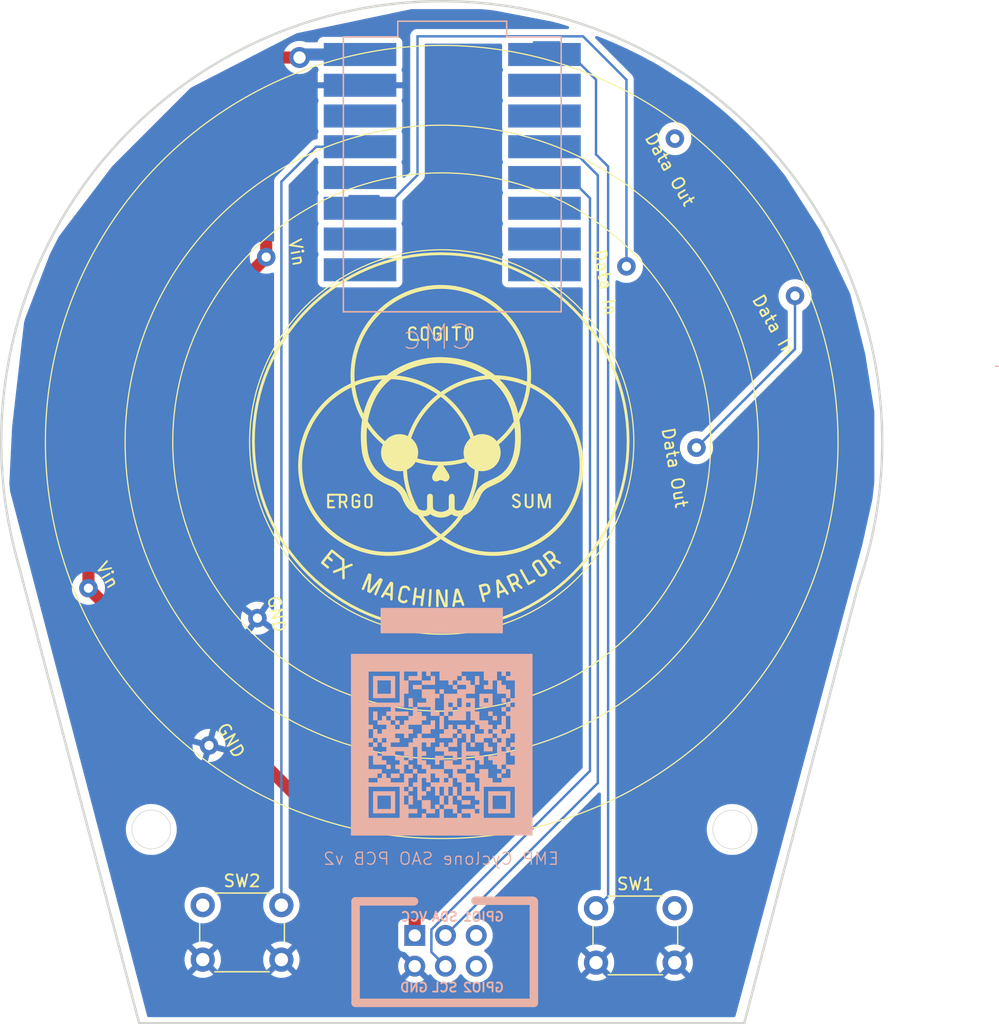
<source format=kicad_pcb>
(kicad_pcb (version 20241229) (generator "pcbnew") (generator_version "9.0")
  (layers (0 "F.Cu" signal) (2 "B.Cu" signal) (13 "F.Paste" user) (15 "B.Paste" user) (5 "F.SilkS" user "F.Silkscreen") (7 "B.SilkS" user "B.Silkscreen") (1 "F.Mask" user) (3 "B.Mask" user) (25 "Edge.Cuts" user))
  (net 0 "")
  (net 1 "GND")
  (net 2 "Net-(U3-GPIO4)")
  (net 3 "Net-(U3-GPIO5)")
  (net 4 "Net-(U2-Data_In)")
  (net 7 "unconnected-(U3-GPIO9-Pad9)")
  (net 11 "unconnected-(U3-GPIO8-Pad8)")
  (net 12 "+5V")
  (footprint "neopixelrings-2:Neopixel_Ring_16" (layer "F.Cu") (at 100 100 -80)
    (property "Reference" "U1" (hide yes))
    (property "Value" "~" (hide yes))
  )
  (footprint "Button_Switch_THT:SW_PUSH_6mm" (layer "F.Cu") (at 112.75 138.5)
    (property "Reference" "SW1")
    (property "Value" "SW_Push" (hide yes))
  )
  (footprint "neopixelrings-2:Simple_Addon_v2-SAO-2x3" (layer "F.Cu") (at 100.25 142)
    (property "Reference" "REF**" (hide yes))
    (property "Value" "Simple_Addon_v2-SAO-2x3" (hide yes))
  )
  (footprint "neopixelrings-2:Neopixel_Ring_24" (layer "F.Cu") (at 100 100 -60)
    (property "Reference" "U2" (hide yes))
    (property "Value" "~" (hide yes))
  )
  (footprint "Button_Switch_THT:SW_PUSH_6mm" (layer "F.Cu") (at 80.25 138.25)
    (property "Reference" "SW2")
    (property "Value" "SW_Push" (hide yes))
  )
  (footprint "neopixelrings-2:MODULE_ESP32-C3_SUPERMINI" (layer "B.Cu") (at 100.87 77.9 180)
    (property "Reference" "U3" (hide yes))
    (property "Value" "ESP32-C3_SUPERMINI")
  )
  (footprint "LOGO" (layer "B.Cu") (at 100 125)
    (property "Reference" "G***" (hide yes))
    (property "Value" "LOGO" (hide yes))
  )
  (gr_poly (pts (xy 108.931004 108.989014) (xy 108.946951 108.989961) (xy 108.962771 108.991699) (xy 108.978464 108.99423) (xy 108.99403 108.997553) (xy 109.008835 109.001255) (xy 109.023173 109.005229) (xy 109.037045 109.009477) (xy 109.050447 109.014) (xy 109.063379 109.018799) (xy 109.075841 109.023875) (xy 109.08783 109.02923) (xy 109.099345 109.034865) (xy 109.110386 109.04078) (xy 109.120951 109.046978) (xy 109.131039 109.053459) (xy 109.140648 109.060225) (xy 109.149778 109.067277) (xy 109.158426 109.074616) (xy 109.166593 109.082243) (xy 109.174277 109.090159) (xy 109.182079 109.096979) (xy 109.18445 109.098994) (xy 109.185269 109.099653) (xy 109.185851 109.100079) (xy 109.190814 109.106693) (xy 109.217175 109.139489) (xy 109.248536 109.17961) (xy 109.284936 109.227094) (xy 109.326412 109.28198) (xy 109.329066 109.283628) (xy 109.331444 109.285159) (xy 109.333541 109.286573) (xy 109.335352 109.287872) (xy 109.336873 109.289054) (xy 109.337522 109.289601) (xy 109.338098 109.29012) (xy 109.338598 109.290609) (xy 109.339022 109.291069) (xy 109.33937 109.2915) (xy 109.339642 109.291902) (xy 109.346256 109.298517) (xy 109.354726 109.311559) (xy 109.362774 109.32495) (xy 109.370405 109.338689) (xy 109.377624 109.352778) (xy 109.384436 109.367215) (xy 109.390846 109.382001) (xy 109.396859 109.397136) (xy 109.402479 109.412619) (xy 109.404644 109.42009) (xy 109.406645 109.427617) (xy 109.408481 109.4352) (xy 109.410153 109.442837) (xy 109.41166 109.450528) (xy 109.413002 109.458271) (xy 109.414179 109.466064) (xy 109.415192 109.473907) (xy 109.41604 109.481799) (xy 109.416723 109.489738) (xy 109.417241 109.497723) (xy 109.417595 109.505753) (xy 109.417784 109.513826) (xy 109.417809 109.521942) (xy 109.417363 109.538296) (xy 109.416781 109.547015) (xy 109.415961 109.555802) (xy 109.414899 109.564646) (xy 109.41359 109.573539) (xy 109.412029 109.582471) (xy 109.410211 109.591432) (xy 109.408132 109.600413) (xy 109.405786 109.609403) (xy 109.403171 109.618512) (xy 109.400289 109.627548) (xy 109.397146 109.636516) (xy 109.393746 109.645421) (xy 109.390094 109.654268) (xy 109.386195 109.663062) (xy 109.382054 109.671807) (xy 109.377675 109.680509) (xy 109.548259 109.763657) (xy 109.786126 109.8806) (xy 109.797184 109.88737) (xy 109.807623 109.89383) (xy 109.809226 109.894692) (xy 109.810781 109.895575) (xy 109.812288 109.896478) (xy 109.813746 109.897402) (xy 109.815156 109.898348) (xy 109.816517 109.899316) (xy 109.81783 109.900308) (xy 109.819095 109.901323) (xy 109.820311 109.902362) (xy 109.821478 109.903426) (xy 109.822598 109.904516) (xy 109.823668 109.905631) (xy 109.82469 109.906774) (xy 109.825664 109.907943) (xy 109.82659 109.90914) (xy 109.827467 109.910366) (xy 109.828688 109.911607) (xy 109.82987 109.912847) (xy 109.831013 109.914087) (xy 109.832117 109.915327) (xy 109.833183 109.916568) (xy 109.83421 109.917808) (xy 109.835198 109.919048) (xy 109.836148 109.920288) (xy 109.837059 109.921529) (xy 109.837931 109.922769) (xy 109.838764 109.924009) (xy 109.839558 109.925249) (xy 109.840314 109.92649) (xy 109.841031 109.92773) (xy 109.841709 109.92897) (xy 109.842349 109.93021) (xy 109.843162 109.933175) (xy 109.844048 109.936179) (xy 109.845002 109.939221) (xy 109.846019 109.942302) (xy 109.847094 109.945422) (xy 109.848222 109.948581) (xy 109.850618 109.955014) (xy 109.851209 109.956497) (xy 109.851744 109.957999) (xy 109.852222 109.959523) (xy 109.852646 109.961067) (xy 109.853017 109.962633) (xy 109.853336 109.964222) (xy 109.853604 109.965833) (xy 109.853822 109.967469) (xy 109.853992 109.969128) (xy 109.854114 109.970812) (xy 109.854191 109.972522) (xy 109.854222 109.974258) (xy 109.85421 109.97602) (xy 109.854156 109.97781) (xy 109.854061 109.979627) (xy 109.853925 109.981473) (xy 109.853906 109.982951) (xy 109.853848 109.984438) (xy 109.853751 109.985935) (xy 109.853615 109.987442) (xy 109.853441 109.988958) (xy 109.853227 109.990484) (xy 109.852975 109.99202) (xy 109.852685 109.993565) (xy 109.852355 109.99512) (xy 109.851987 109.996685) (xy 109.85158 109.998259) (xy 109.851134 109.999843) (xy 109.850649 110.001437) (xy 109.850126 110.003041) (xy 109.849564 110.004654) (xy 109.848963 110.006277) (xy 109.848707 110.007958) (xy 109.848402 110.009592) (xy 109.848049 110.011178) (xy 109.847647 110.012718) (xy 109.847196 110.014211) (xy 109.846697 110.015659) (xy 109.84615 110.017063) (xy 109.845554 110.018422) (xy 109.84491 110.019737) (xy 109.844217 110.02101) (xy 109.843475 110.02224) (xy 109.842686 110.023428) (xy 109.841847 110.024576) (xy 109.84096 110.025682) (xy 109.840025 110.026749) (xy 109.839041 110.027776) (xy 109.838547 110.029249) (xy 109.837995 110.030721) (xy 109.837385 110.032191) (xy 109.836717 110.03366) (xy 109.83599 110.035127) (xy 109.835205 110.03659) (xy 109.834362 110.03805) (xy 109.833461 110.039506) (xy 109.832502 110.040957) (xy 109.831484 110.042402) (xy 109.830409 110.043842) (xy 109.829275 110.045274) (xy 109.828083 110.0467) (xy 109.826833 110.048118) (xy 109.825525 110.049527) (xy 109.824159 110.050927) (xy 109.819282 110.05433) (xy 109.8146 110.057696) (xy 109.810149 110.060984) (xy 109.80597 110.064157) (xy 109.804487 110.065217) (xy 109.802985 110.06623) (xy 109.801462 110.067196) (xy 109.799917 110.068115) (xy 109.798351 110.068989) (xy 109.796763 110.069817) (xy 109.795151 110.0706) (xy 109.793516 110.071339) (xy 109.791856 110.072034) (xy 109.790172 110.072686) (xy 109.788462 110.073296) (xy 109.786727 110.073864) (xy 109.784964 110.074391) (xy 109.783175 110.074878) (xy 109.781357 110.075324) (xy 109.779511 110.075731) (xy 109.778411 110.076327) (xy 109.777282 110.076874) (xy 109.776122 110.077371) (xy 109.774931 110.077818) (xy 109.773709 110.078214) (xy 109.772455 110.078558) (xy 109.771168 110.078851) (xy 109.769848 110.07909) (xy 109.768493 110.079277) (xy 109.767105 110.079409) (xy 109.765681 110.079487) (xy 109.764221 110.07951) (xy 109.762725 110.079477) (xy 109.761192 110.079388) (xy 109.759621 110.079242) (xy 109.758012 110.079038) (xy 109.754621 110.079018) (xy 109.751263 110.078954) (xy 109.747934 110.078842) (xy 109.74463 110.078676) (xy 109.741344 110.078452) (xy 109.738074 110.078166) (xy 109.734812 110.077811) (xy 109.731556 110.077384) (xy 109.729461 110.077364) (xy 109.727512 110.0773) (xy 109.725698 110.077188) (xy 109.724011 110.077023) (xy 109.72244 110.076799) (xy 109.721695 110.076664) (xy 109.720975 110.076513) (xy 109.72028 110.076344) (xy 109.719607 110.076158) (xy 109.718957 110.075954) (xy 109.718327 110.075731) (xy 109.717692 110.07512) (xy 109.717029 110.074528) (xy 109.716338 110.073952) (xy 109.71562 110.073393) (xy 109.714875 110.072847) (xy 109.714104 110.072315) (xy 109.713308 110.071795) (xy 109.712487 110.071287) (xy 109.711642 110.070787) (xy 109.710773 110.070296) (xy 109.709881 110.069813) (xy 109.708966 110.069335) (xy 109.707073 110.068394) (xy 109.705097 110.067462) (xy 109.616408 110.025126) (xy 109.507797 109.972481) (xy 109.230502 109.835952) (xy 109.045293 109.983128) (xy 109.313183 110.318817) (xy 109.32972 110.338661) (xy 109.331211 110.341606) (xy 109.332581 110.344545) (xy 109.333825 110.347475) (xy 109.334938 110.350391) (xy 109.335916 110.353287) (xy 109.336352 110.354727) (xy 109.336753 110.35616) (xy 109.337117 110.357585) (xy 109.337445 110.359003) (xy 109.337735 110.360412) (xy 109.337987 110.361813) (xy 109.338593 110.363295) (xy 109.33917 110.364797) (xy 109.340241 110.367864) (xy 109.341206 110.371019) (xy 109.342069 110.374265) (xy 109.342835 110.377609) (xy 109.34351 110.381054) (xy 109.344097 110.384606) (xy 109.344602 110.388269) (xy 109.344544 110.391662) (xy 109.344375 110.39502) (xy 109.3441 110.398349) (xy 109.343723 110.401654) (xy 109.343249 110.404939) (xy 109.342683 110.40821) (xy 109.34203 110.411472) (xy 109.341294 110.414728) (xy 109.341037 110.416191) (xy 109.340732 110.417636) (xy 109.340378 110.419062) (xy 109.339976 110.420471) (xy 109.339526 110.421863) (xy 109.339027 110.423238) (xy 109.338479 110.424598) (xy 109.337883 110.425943) (xy 109.337239 110.427273) (xy 109.336546 110.428589) (xy 109.335805 110.429892) (xy 109.335015 110.431182) (xy 109.334177 110.43246) (xy 109.333291 110.433726) (xy 109.332356 110.434982) (xy 109.331372 110.436227) (xy 109.330733 110.437908) (xy 109.330054 110.439541) (xy 109.329337 110.441127) (xy 109.328582 110.442666) (xy 109.327787 110.44416) (xy 109.326954 110.445608) (xy 109.326082 110.447011) (xy 109.325171 110.44837) (xy 109.324222 110.449685) (xy 109.323234 110.450958) (xy 109.322207 110.452188) (xy 109.321141 110.453376) (xy 109.320037 110.454523) (xy 109.318893 110.45563) (xy 109.317711 110.456696) (xy 109.31649 110.457723) (xy 109.31601 110.458576) (xy 109.315501 110.459428) (xy 109.314961 110.460279) (xy 109.314391 110.461128) (xy 109.313789 110.461974) (xy 109.313155 110.462818) (xy 109.312488 110.463658) (xy 109.311788 110.464493) (xy 109.311054 110.465324) (xy 109.310285 110.46615) (xy 109.309482 110.466969) (xy 109.308643 110.467781) (xy 109.307767 110.468587) (xy 109.306854 110.469384) (xy 109.305904 110.470173) (xy 109.304916 110.470953) (xy 109.303042 110.471877) (xy 109.302081 110.472327) (xy 109.301091 110.472762) (xy 109.300062 110.473178) (xy 109.29953 110.473377) (xy 109.298985 110.473569) (xy 109.298425 110.473754) (xy 109.297849 110.473932) (xy 109.297257 110.4741) (xy 109.296646 110.47426) (xy 109.295546 110.475321) (xy 109.294417 110.476334) (xy 109.293257 110.4773) (xy 109.292066 110.478219) (xy 109.290844 110.479092) (xy 109.28959 110.47992) (xy 109.288303 110.480703) (xy 109.286983 110.481442) (xy 109.285629 110.482137) (xy 109.28424 110.48279) (xy 109.282816 110.4834) (xy 109.281357 110.483968) (xy 109.279861 110.484495) (xy 109.278328 110.484981) (xy 109.276758 110.485428) (xy 109.27515 110.485835) (xy 109.273667 110.486435) (xy 109.272164 110.486997) (xy 109.270641 110.487521) (xy 109.269097 110.488005) (xy 109.267531 110.488451) (xy 109.265942 110.488858) (xy 109.26433 110.489226) (xy 109.262695 110.489556) (xy 109.261036 110.489847) (xy 109.259352 110.490099) (xy 109.257642 110.490312) (xy 109.255906 110.490487) (xy 109.254144 110.490622) (xy 109.252354 110.490719) (xy 109.250537 110.490777) (xy 109.248691 110.490797) (xy 109.245746 110.491204) (xy 109.242806 110.491495) (xy 109.239876 110.491669) (xy 109.23696 110.491727) (xy 109.234063 110.491669) (xy 109.231191 110.491495) (xy 109.228348 110.491204) (xy 109.225539 110.490797) (xy 109.223703 110.490612) (xy 109.221916 110.49037) (xy 109.220179 110.490069) (xy 109.218492 110.489711) (xy 109.216856 110.489294) (xy 109.215271 110.488819) (xy 109.213738 110.488286) (xy 109.212258 110.487695) (xy 109.210832 110.487046) (xy 109.209459 110.486339) (xy 109.208141 110.485573) (xy 109.206877 110.48475) (xy 109.20567 110.483868) (xy 109.204519 110.482928) (xy 109.203425 110.481931) (xy 109.202388 110.480875) (xy 109.200547 110.480468) (xy 109.198745 110.480021) (xy 109.196981 110.479535) (xy 109.195257 110.479008) (xy 109.193571 110.47844) (xy 109.191924 110.47783) (xy 109.190315 110.477177) (xy 109.188746 110.476482) (xy 109.187215 110.475743) (xy 109.185723 110.47496) (xy 109.18427 110.474132) (xy 109.182855 110.473258) (xy 109.181479 110.472339) (xy 109.180142 110.471373) (xy 109.178844 110.470359) (xy 109.177584 110.469298) (xy 109.167662 110.462683) (xy 109.161047 110.454416) (xy 108.35076 109.44073) (xy 108.349249 109.437901) (xy 108.347815 109.434995) (xy 108.346458 109.432011) (xy 108.34518 109.428949) (xy 108.343978 109.42581) (xy 108.342855 109.422593) (xy 108.341809 109.419299) (xy 108.34084 109.415927) (xy 108.340314 109.410964) (xy 108.583924 109.410964) (xy 108.750944 109.617672) (xy 108.914654 109.822723) (xy 109.169315 109.619325) (xy 109.171916 109.617062) (xy 109.17445 109.614771) (xy 109.176914 109.61245) (xy 109.179308 109.6101) (xy 109.181633 109.607722) (xy 109.183886 109.605314) (xy 109.186068 109.602877) (xy 109.188177 109.600411) (xy 109.190214 109.597916) (xy 109.192178 109.595392) (xy 109.194068 109.592839) (xy 109.195883 109.590256) (xy 109.197624 109.587645) (xy 109.199288 109.585005) (xy 109.200877 109.582335) (xy 109.202388 109.579637) (xy 109.204327 109.574249) (xy 109.206115 109.56863) (xy 109.207759 109.562777) (xy 109.209261 109.556693) (xy 109.210629 109.550375) (xy 109.211865 109.543826) (xy 109.212976 109.537043) (xy 109.213965 109.530029) (xy 109.21381 109.522315) (xy 109.213345 109.51468) (xy 109.21257 109.507122) (xy 109.211484 109.499642) (xy 109.210089 109.49224) (xy 109.208384 109.484915) (xy 109.206368 109.477667) (xy 109.204043 109.470497) (xy 109.202929 109.466815) (xy 109.201756 109.46321) (xy 109.200525 109.459683) (xy 109.199237 109.456234) (xy 109.19789 109.452862) (xy 109.196485 109.449567) (xy 109.195022 109.44635) (xy 109.193501 109.443211) (xy 109.191921 109.440149) (xy 109.190284 109.437165) (xy 109.188588 109.434258) (xy 109.186834 109.431429) (xy 109.185022 109.428677) (xy 109.183152 109.426002) (xy 109.181223 109.423406) (xy 109.179237 109.420886) (xy 109.037023 109.243947) (xy 109.033239 109.240265) (xy 109.029329 109.236661) (xy 109.025292 109.233134) (xy 109.021126 109.229684) (xy 109.016833 109.226312) (xy 109.01241 109.223018) (xy 109.007858 109.219801) (xy 109.003176 109.216661) (xy 108.998363 109.2136) (xy 108.993418 109.210615) (xy 108.988342 109.207708) (xy 108.983132 109.204879) (xy 108.97779 109.202127) (xy 108.972314 109.199453) (xy 108.966703 109.196856) (xy 108.960957 109.194337) (xy 108.955041 109.19269) (xy 108.948768 109.191469) (xy 108.942138 109.190674) (xy 108.935151 109.190306) (xy 108.927808 109.190364) (xy 108.920109 109.190849) (xy 108.912055 109.19176) (xy 108.903648 109.193097) (xy 108.894886 109.194861) (xy 108.885771 109.197051) (xy 108.876304 109.199667) (xy 108.866485 109.20271) (xy 108.856315 109.206178) (xy 108.845794 109.210074) (xy 108.834923 109.214395) (xy 108.823703 109.219143) (xy 108.583924 109.410964) (xy 108.340314 109.410964) (xy 108.340232 109.410191) (xy 108.339953 109.407206) (xy 108.339702 109.404144) (xy 108.339491 109.401005) (xy 108.339327 109.397788) (xy 108.339223 109.394494) (xy 108.339185 109.391123) (xy 108.340193 109.385244) (xy 108.341356 109.378823) (xy 108.342673 109.371937) (xy 108.344145 109.364664) (xy 108.345114 109.362163) (xy 108.346161 109.359619) (xy 108.347285 109.357026) (xy 108.348487 109.35438) (xy 108.349766 109.351675) (xy 108.351122 109.348908) (xy 108.352556 109.346073) (xy 108.354067 109.343165) (xy 108.354687 109.342521) (xy 108.355308 109.341827) (xy 108.355928 109.341084) (xy 108.356548 109.340291) (xy 108.357168 109.339446) (xy 108.357788 109.33855) (xy 108.358408 109.337603) (xy 108.359028 109.336602) (xy 108.359648 109.335548) (xy 108.360269 109.334441) (xy 108.360889 109.333278) (xy 108.361509 109.332061) (xy 108.362129 109.330788) (xy 108.362749 109.329459) (xy 108.363369 109.328072) (xy 108.363989 109.326628) (xy 108.365986 109.325466) (xy 108.367639 109.324458) (xy 108.368953 109.323606) (xy 108.369484 109.323237) (xy 108.369933 109.322908) (xy 108.370298 109.322618) (xy 108.370583 109.322366) (xy 108.370748 109.322192) (xy 108.370761 109.322185) (xy 108.370971 109.322074) (xy 108.371176 109.321973) (xy 108.371375 109.321885) (xy 108.371568 109.32181) (xy 108.371753 109.32175) (xy 108.37193 109.321706) (xy 108.372099 109.321678) (xy 108.372259 109.321668) (xy 108.377219 109.316709) (xy 108.706296 109.052123) (xy 108.710779 109.04848) (xy 108.714254 109.045612) (xy 108.715589 109.044469) (xy 108.716644 109.043519) (xy 108.717407 109.042764) (xy 108.717677 109.042458) (xy 108.71787 109.042201) (xy 108.71997 109.041511) (xy 108.721206 109.041119) (xy 108.722573 109.040703) (xy 108.724075 109.040268) (xy 108.725718 109.039818) (xy 108.727506 109.039358) (xy 108.729445 109.038894) (xy 108.746973 109.030445) (xy 108.764367 109.022773) (xy 108.781625 109.015878) (xy 108.79875 109.009761) (xy 108.815742 109.004425) (xy 108.832601 108.99987) (xy 108.849328 108.996098) (xy 108.865923 108.993109) (xy 108.882388 108.990905) (xy 108.898723 108.989487) (xy 108.914928 108.988856)) (stroke (width -0.000001)) (fill yes) (layer "F.SilkS"))
  (gr_poly (pts (xy 103.414326 99.353313) (xy 103.492645 99.359281) (xy 103.56976 99.369011) (xy 103.645579 99.382412) (xy 103.72001 99.399394) (xy 103.79296 99.419864) (xy 103.864338 99.443731) (xy 103.934051 99.470903) (xy 104.002007 99.501289) (xy 104.068114 99.534797) (xy 104.132281 99.571336) (xy 104.194414 99.610815) (xy 104.254421 99.653141) (xy 104.312212 99.698223) (xy 104.367692 99.74597) (xy 104.420772 99.79629) (xy 104.471357 99.849092) (xy 104.519356 99.904284) (xy 104.564678 99.961775) (xy 104.607229 100.021473) (xy 104.646918 100.083286) (xy 104.683652 100.147124) (xy 104.71734 100.212894) (xy 104.74789 100.280505) (xy 104.775208 100.349865) (xy 104.799204 100.420884) (xy 104.819785 100.493469) (xy 104.836858 100.567529) (xy 104.850332 100.642973) (xy 104.860115 100.719708) (xy 104.866114 100.797644) (xy 104.868238 100.876689) (xy 104.866417 100.95697) (xy 104.860703 101.036061) (xy 104.851188 101.11387) (xy 104.83796 101.190308) (xy 104.821111 101.265286) (xy 104.800729 101.338715) (xy 104.776906 101.410505) (xy 104.749731 101.480567) (xy 104.719294 101.54881) (xy 104.685686 101.615146) (xy 104.648996 101.679485) (xy 104.609314 101.741738) (xy 104.566732 101.801815) (xy 104.521338 101.859626) (xy 104.473223 101.915083) (xy 104.422477 101.968095) (xy 104.36919 102.018574) (xy 104.313451 102.066429) (xy 104.255352 102.111572) (xy 104.194983 102.153913) (xy 104.132432 102.193362) (xy 104.067791 102.229829) (xy 104.001149 102.263227) (xy 103.932597 102.293464) (xy 103.862225 102.320451) (xy 103.790122 102.3441) (xy 103.716379 102.36432) (xy 103.641086 102.381022) (xy 103.564332 102.394116) (xy 103.486209 102.403514) (xy 103.406806 102.409125) (xy 103.326213 102.410861) (xy 103.248571 102.408646) (xy 103.1719 102.402532) (xy 103.096298 102.392615) (xy 103.021862 102.378994) (xy 102.94869 102.361765) (xy 102.876879 102.341026) (xy 102.806526 102.316875) (xy 102.737728 102.289408) (xy 102.670583 102.258722) (xy 102.605188 102.224917) (xy 102.54164 102.188087) (xy 102.480036 102.148332) (xy 102.420475 102.105748) (xy 102.363052 102.060433) (xy 102.307865 102.012484) (xy 102.255012 101.961998) (xy 102.20459 101.909073) (xy 102.156696 101.853806) (xy 102.111427 101.796294) (xy 102.068881 101.736636) (xy 102.029155 101.674927) (xy 101.992346 101.611266) (xy 101.958551 101.545749) (xy 101.927868 101.478475) (xy 101.900394 101.40954) (xy 101.876226 101.339042) (xy 101.855462 101.267078) (xy 101.838199 101.193746) (xy 101.824534 101.119143) (xy 101.814564 101.043366) (xy 101.808386 100.966512) (xy 101.806099 100.88868) (xy 101.807781 100.810392) (xy 101.813458 100.733031) (xy 101.823026 100.656699) (xy 101.836384 100.581497) (xy 101.853431 100.507529) (xy 101.874063 100.434897) (xy 101.89818 100.363704) (xy 101.925678 100.294052) (xy 101.956456 100.226043) (xy 101.990412 100.15978) (xy 102.027444 100.095366) (xy 102.067449 100.032903) (xy 102.110326 99.972493) (xy 102.155973 99.91424) (xy 102.204287 99.858245) (xy 102.255167 99.804611) (xy 102.30851 99.75344) (xy 102.364215 99.704836) (xy 102.422179 99.6589) (xy 102.482301 99.615735) (xy 102.544478 99.575443) (xy 102.608608 99.538128) (xy 102.67459 99.503891) (xy 102.742321 99.472835) (xy 102.811699 99.445062) (xy 102.882622 99.420676) (xy 102.954988 99.399777) (xy 103.028696 99.38247) (xy 103.103642 99.368856) (xy 103.179725 99.359038) (xy 103.256843 99.353119) (xy 103.334895 99.3512)) (stroke (width -0.000001)) (fill yes) (layer "F.SilkS"))
  (gr_poly (pts (xy 102.283486 90.440927) (xy 102.302173 90.441962) (xy 102.320404 90.443676) (xy 102.338185 90.446058) (xy 102.355521 90.449099) (xy 102.372415 90.452789) (xy 102.388873 90.457118) (xy 102.4049 90.462078) (xy 102.412651 90.464616) (xy 102.420249 90.467271) (xy 102.427692 90.470042) (xy 102.434982 90.47293) (xy 102.44212 90.475933) (xy 102.449105 90.479053) (xy 102.455939 90.482289) (xy 102.462623 90.485642) (xy 102.469156 90.489111) (xy 102.475539 90.492696) (xy 102.481774 90.496397) (xy 102.48786 90.500214) (xy 102.493798 90.504148) (xy 102.499589 90.508198) (xy 102.505234 90.512365) (xy 102.510732 90.516648) (xy 102.516241 90.521017) (xy 102.521605 90.525444) (xy 102.526825 90.529926) (xy 102.531901 90.534463) (xy 102.536834 90.539053) (xy 102.541625 90.543696) (xy 102.546274 90.548389) (xy 102.550782 90.553131) (xy 102.55515 90.557922) (xy 102.559378 90.562761) (xy 102.563466 90.567645) (xy 102.567416 90.572575) (xy 102.571227 90.577547) (xy 102.574901 90.582563) (xy 102.578438 90.587619) (xy 102.581839 90.592715) (xy 102.584998 90.597952) (xy 102.587961 90.603277) (xy 102.590728 90.608688) (xy 102.593298 90.614187) (xy 102.59567 90.619773) (xy 102.597841 90.625446) (xy 102.599811 90.631206) (xy 102.60158 90.637054) (xy 102.603144 90.642989) (xy 102.604504 90.649011) (xy 102.605658 90.65512) (xy 102.606605 90.661316) (xy 102.607344 90.6676) (xy 102.607873 90.67397) (xy 102.608191 90.680428) (xy 102.608298 90.686973) (xy 102.608298 91.381505) (xy 102.608191 91.388762) (xy 102.607873 91.395961) (xy 102.607344 91.403103) (xy 102.606605 91.410185) (xy 102.605658 91.41721) (xy 102.604504 91.424177) (xy 102.603144 91.431085) (xy 102.60158 91.437935) (xy 102.599811 91.444728) (xy 102.597841 91.451462) (xy 102.59567 91.458138) (xy 102.593298 91.464755) (xy 102.590728 91.471315) (xy 102.587961 91.477816) (xy 102.584998 91.48426) (xy 102.581839 91.490645) (xy 102.578206 91.497243) (xy 102.574437 91.503706) (xy 102.570532 91.510033) (xy 102.566492 91.516225) (xy 102.562316 91.522281) (xy 102.558004 91.528201) (xy 102.553556 91.533986) (xy 102.548973 91.539634) (xy 102.544255 91.545148) (xy 102.5394 91.550525) (xy 102.53441 91.555767) (xy 102.529284 91.560874) (xy 102.524023 91.565844) (xy 102.518626 91.570679) (xy 102.513093 91.575379) (xy 102.507425 91.579942) (xy 102.501554 91.58422) (xy 102.495567 91.588371) (xy 102.489464 91.592395) (xy 102.483248 91.596291) (xy 102.476917 91.600059) (xy 102.470474 91.603698) (xy 102.463917 91.607207) (xy 102.457249 91.610586) (xy 102.450469 91.613834) (xy 102.443578 91.616951) (xy 102.436577 91.619936) (xy 102.429466 91.622788) (xy 102.422247 91.625507) (xy 102.414919 91.628092) (xy 102.407483 91.630543) (xy 102.39994 91.632858) (xy 102.384437 91.637201) (xy 102.36863 91.640933) (xy 102.352522 91.644065) (xy 102.336118 91.646605) (xy 102.319424 91.648564) (xy 102.302444 91.649951) (xy 102.285183 91.650776) (xy 102.267646 91.651049) (xy 102.253947 91.650874) (xy 102.240136 91.650345) (xy 102.226218 91.649457) (xy 102.212198 91.648207) (xy 102.198082 91.646588) (xy 102.183873 91.644596) (xy 102.169577 91.642226) (xy 102.155199 91.639473) (xy 102.147942 91.637773) (xy 102.140743 91.635927) (xy 102.133602 91.633936) (xy 102.126519 91.631799) (xy 102.119494 91.629517) (xy 102.112528 91.62709) (xy 102.105619 91.624518) (xy 102.098769 91.6218) (xy 102.091977 91.618937) (xy 102.085242 91.615928) (xy 102.078567 91.612774) (xy 102.071949 91.609475) (xy 102.065389 91.606031) (xy 102.058887 91.602441) (xy 102.052444 91.598706) (xy 102.046059 91.594825) (xy 102.039683 91.590998) (xy 102.033424 91.586956) (xy 102.027283 91.582698) (xy 102.02126 91.578224) (xy 102.015356 91.573532) (xy 102.009571 91.56862) (xy 102.003906 91.563488) (xy 101.998361 91.558135) (xy 101.992937 91.552558) (xy 101.987636 91.546758) (xy 101.982456 91.540732) (xy 101.9774 91.53448) (xy 101.972467 91.528) (xy 101.967658 91.521291) (xy 101.962974 91.514352) (xy 101.958415 91.507182) (xy 101.95421 91.500297) (xy 101.950276 91.493286) (xy 101.946614 91.486148) (xy 101.943222 91.478882) (xy 101.940102 91.471488) (xy 101.937254 91.463965) (xy 101.934677 91.456312) (xy 101.932371 91.448529) (xy 101.930336 91.440615) (xy 101.928572 91.43257) (xy 101.92708 91.424393) (xy 101.92586 91.416083) (xy 101.92491 91.40764) (xy 101.924232 91.399063) (xy 101.923825 91.390351) (xy 101.923689 91.381505) (xy 101.923689 90.686973) (xy 102.090707 90.686973) (xy 102.090707 91.381505) (xy 102.090745 91.385013) (xy 102.090862 91.388405) (xy 102.091056 91.391684) (xy 102.091327 91.39485) (xy 102.091676 91.397905) (xy 102.092102 91.400849) (xy 102.092606 91.403685) (xy 102.093187 91.406413) (xy 102.093846 91.409034) (xy 102.094583 91.41155) (xy 102.095396 91.413961) (xy 102.096288 91.41627) (xy 102.097257 91.418477) (xy 102.098303 91.420583) (xy 102.099427 91.42259) (xy 102.100629 91.424499) (xy 102.101918 91.426205) (xy 102.103305 91.427911) (xy 102.104791 91.429621) (xy 102.106378 91.431333) (xy 102.108066 91.433051) (xy 102.109858 91.434775) (xy 102.111753 91.436506) (xy 102.113755 91.438245) (xy 102.115862 91.439994) (xy 102.118078 91.441755) (xy 102.120402 91.443527) (xy 102.122837 91.445312) (xy 102.125383 91.447112) (xy 102.128042 91.448928) (xy 102.130814 91.450761) (xy 102.133702 91.452612) (xy 102.136628 91.454448) (xy 102.139672 91.456234) (xy 102.142832 91.457972) (xy 102.146111 91.459659) (xy 102.149508 91.461295) (xy 102.153025 91.462879) (xy 102.156661 91.464412) (xy 102.160418 91.465892) (xy 102.164297 91.467319) (xy 102.168297 91.468691) (xy 102.172419 91.47001) (xy 102.176664 91.471273) (xy 102.181033 91.47248) (xy 102.185526 91.473631) (xy 102.190144 91.474725) (xy 102.194887 91.475762) (xy 102.203897 91.477779) (xy 102.212941 91.479496) (xy 102.222015 91.480922) (xy 102.231112 91.482067) (xy 102.240229 91.48294) (xy 102.24936 91.483552) (xy 102.258501 91.483912) (xy 102.267646 91.48403) (xy 102.279816 91.483855) (xy 102.291521 91.483326) (xy 102.302761 91.482439) (xy 102.313536 91.481188) (xy 102.323845 91.479569) (xy 102.33369 91.477577) (xy 102.343069 91.475207) (xy 102.347584 91.473879) (xy 102.351982 91.472455) (xy 102.360394 91.469897) (xy 102.368273 91.467184) (xy 102.372016 91.465769) (xy 102.375629 91.464316) (xy 102.379114 91.462824) (xy 102.382472 91.461293) (xy 102.385703 91.459723) (xy 102.38881 91.458115) (xy 102.391793 91.456468) (xy 102.394654 91.454782) (xy 102.397394 91.453057) (xy 102.400014 91.451294) (xy 102.402516 91.449492) (xy 102.4049 91.447651) (xy 102.407332 91.445785) (xy 102.409669 91.44391) (xy 102.411911 91.442023) (xy 102.41406 91.440125) (xy 102.416116 91.438215) (xy 102.418082 91.436292) (xy 102.419959 91.434356) (xy 102.421747 91.432406) (xy 102.423447 91.430441) (xy 102.425062 91.428462) (xy 102.426592 91.426466) (xy 102.428038 91.424454) (xy 102.429402 91.422425) (xy 102.430684 91.420379) (xy 102.431887 91.418314) (xy 102.433011 91.416231) (xy 102.433767 91.414351) (xy 102.434483 91.412433) (xy 102.435157 91.410475) (xy 102.435789 91.408479) (xy 102.436378 91.406445) (xy 102.436921 91.404371) (xy 102.437419 91.402259) (xy 102.437869 91.400108) (xy 102.438271 91.397918) (xy 102.438623 91.39569) (xy 102.438925 91.393422) (xy 102.439174 91.391116) (xy 102.43937 91.388772) (xy 102.439511 91.386388) (xy 102.439597 91.383966) (xy 102.439626 91.381505) (xy 102.439626 90.686973) (xy 102.439606 90.688117) (xy 102.439548 90.689066) (xy 102.439505 90.689468) (xy 102.439451 90.689822) (xy 102.439388 90.690127) (xy 102.439316 90.690384) (xy 102.439233 90.690592) (xy 102.439141 90.690752) (xy 102.43904 90.690864) (xy 102.438928 90.690927) (xy 102.438807 90.690941) (xy 102.438677 90.690907) (xy 102.438536 90.690825) (xy 102.438386 90.690694) (xy 102.438226 90.690515) (xy 102.438057 90.690287) (xy 102.437877 90.690011) (xy 102.437689 90.689686) (xy 102.43749 90.689313) (xy 102.437282 90.688892) (xy 102.436836 90.687904) (xy 102.436352 90.686721) (xy 102.435828 90.685346) (xy 102.435266 90.683776) (xy 102.434666 90.682012) (xy 102.433764 90.679992) (xy 102.432766 90.677963) (xy 102.431669 90.675926) (xy 102.430473 90.67388) (xy 102.429178 90.671827) (xy 102.427784 90.669768) (xy 102.426288 90.667702) (xy 102.424692 90.665631) (xy 102.422994 90.663555) (xy 102.421193 90.661475) (xy 102.41929 90.659391) (xy 102.417283 90.657304) (xy 102.415172 90.655215) (xy 102.412956 90.653124) (xy 102.410634 90.651032) (xy 102.408207 90.648939) (xy 102.405436 90.646938) (xy 102.402549 90.644967) (xy 102.399547 90.643027) (xy 102.396431 90.641117) (xy 102.393201 90.639238) (xy 102.389858 90.637392) (xy 102.386402 90.635578) (xy 102.382834 90.633798) (xy 102.379154 90.632052) (xy 102.375364 90.63034) (xy 102.371464 90.628663) (xy 102.367454 90.627022) (xy 102.363335 90.625417) (xy 102.359107 90.62385) (xy 102.354772 90.62232) (xy 102.35033 90.620828) (xy 102.345921 90.619248) (xy 102.341378 90.617767) (xy 102.336702 90.616383) (xy 102.331894 90.615098) (xy 102.326955 90.613912) (xy 102.321886 90.612827) (xy 102.316689 90.611842) (xy 102.311365 90.610957) (xy 102.305915 90.610175) (xy 102.30034 90.609495) (xy 102.294641 90.608918) (xy 102.288821 90.608445) (xy 102.282879 90.608075) (xy 102.276817 90.607811) (xy 102.270637 90.607652) (xy 102.264339 90.607598) (xy 102.252441 90.607753) (xy 102.24093 90.608218) (xy 102.229807 90.608994) (xy 102.219072 90.610079) (xy 102.208724 90.611474) (xy 102.198763 90.613179) (xy 102.18919 90.615195) (xy 102.180005 90.61752) (xy 102.171129 90.620058) (xy 102.16279 90.622707) (xy 102.154984 90.625463) (xy 102.147707 90.628321) (xy 102.140952 90.631275) (xy 102.134716 90.634322) (xy 102.128994 90.637455) (xy 102.12378 90.640672) (xy 102.121135 90.642513) (xy 102.118624 90.644315) (xy 102.116249 90.646078) (xy 102.114007 90.647803) (xy 102.111898 90.649488) (xy 102.109922 90.651136) (xy 102.108078 90.652744) (xy 102.106365 90.654314) (xy 102.104783 90.655844) (xy 102.103331 90.657337) (xy 102.102009 90.65879) (xy 102.100816 90.660205) (xy 102.099751 90.661581) (xy 102.098814 90.662918) (xy 102.098005 90.664216) (xy 102.097321 90.665476) (xy 102.096498 90.666939) (xy 102.095731 90.668383) (xy 102.095022 90.66981) (xy 102.094369 90.671218) (xy 102.093772 90.67261) (xy 102.09323 90.673986) (xy 102.092742 90.675345) (xy 102.092309 90.67669) (xy 102.091928 90.67802) (xy 102.0916 90.679336) (xy 102.091325 90.680638) (xy 102.091101 90.681928) (xy 102.090927 90.683206) (xy 102.090804 90.684473) (xy 102.090731 90.685728) (xy 102.090707 90.686973) (xy 101.923689 90.686973) (xy 101.923796 90.679803) (xy 101.924117 90.67271) (xy 101.924654 90.665693) (xy 101.925407 90.658751) (xy 101.926379 90.651885) (xy 101.927569 90.645093) (xy 101.928981 90.638376) (xy 101.930613 90.631731) (xy 101.932469 90.625159) (xy 101.934549 90.618659) (xy 101.936854 90.612231) (xy 101.939385 90.605873) (xy 101.942144 90.599586) (xy 101.945133 90.593368) (xy 101.948351 90.58722) (xy 101.951801 90.58114) (xy 101.955744 90.575011) (xy 101.959823 90.569027) (xy 101.964038 90.563188) (xy 101.968389 90.557491) (xy 101.972875 90.551938) (xy 101.977497 90.546527) (xy 101.982254 90.541258) (xy 101.987147 90.53613) (xy 101.992176 90.531142) (xy 101.997341 90.526294) (xy 102.002641 90.521586) (xy 102.008077 90.517016) (xy 102.013648 90.512584) (xy 102.019355 90.50829) (xy 102.025198 90.504132) (xy 102.031177 90.500111) (xy 102.036971 90.496666) (xy 102.04288 90.493309) (xy 102.055038 90.486856) (xy 102.067642 90.480752) (xy 102.080682 90.474996) (xy 102.094149 90.46959) (xy 102.108032 90.464532) (xy 102.122322 90.459823) (xy 102.13701 90.455463) (xy 102.15201 90.451975) (xy 102.167253 90.448952) (xy 102.182748 90.446394) (xy 102.198504 90.444301) (xy 102.214532 90.442673) (xy 102.23084 90.44151) (xy 102.247439 90.440812) (xy 102.264339 90.44058)) (stroke (width -0.000001)) (fill yes) (layer "F.SilkS"))
  (gr_poly (pts (xy 106.553059 110.502862) (xy 106.556331 110.502979) (xy 106.559592 110.503173) (xy 106.56285 110.503445) (xy 106.565834 110.503502) (xy 106.568901 110.503671) (xy 106.572055 110.503946) (xy 106.575302 110.504323) (xy 106.578645 110.504796) (xy 106.582091 110.505363) (xy 106.585643 110.506016) (xy 106.589306 110.506752) (xy 106.590769 110.507392) (xy 106.592214 110.50807) (xy 106.59364 110.508787) (xy 106.595049 110.509543) (xy 106.596441 110.510337) (xy 106.597816 110.51117) (xy 106.599176 110.512042) (xy 106.600521 110.512953) (xy 106.601851 110.513902) (xy 106.603167 110.514891) (xy 106.60447 110.515918) (xy 106.60576 110.516983) (xy 106.607038 110.518088) (xy 106.608304 110.519231) (xy 106.60956 110.520413) (xy 106.610805 110.521634) (xy 106.613265 110.523379) (xy 106.615682 110.525206) (xy 106.61805 110.527121) (xy 106.619214 110.528112) (xy 106.620365 110.529127) (xy 106.621501 110.530167) (xy 106.622621 110.531231) (xy 106.623726 110.53232) (xy 106.624815 110.533436) (xy 106.625887 110.534578) (xy 106.626941 110.535748) (xy 106.627977 110.536945) (xy 106.628994 110.538171) (xy 106.629609 110.538428) (xy 106.630214 110.538733) (xy 106.630808 110.539087) (xy 106.63139 110.539489) (xy 106.631961 110.539939) (xy 106.632518 110.540438) (xy 106.633063 110.540986) (xy 106.633593 110.541582) (xy 106.634109 110.542226) (xy 106.63461 110.542919) (xy 106.635095 110.54366) (xy 106.635564 110.54445) (xy 106.636016 110.545288) (xy 106.63645 110.546174) (xy 106.636866 110.547109) (xy 106.637264 110.548093) (xy 106.637879 110.548567) (xy 106.638484 110.549061) (xy 106.639078 110.549575) (xy 106.63966 110.550107) (xy 106.64023 110.550659) (xy 106.640788 110.551231) (xy 106.641332 110.551822) (xy 106.641862 110.552432) (xy 106.642378 110.553062) (xy 106.642879 110.553712) (xy 106.643364 110.55438) (xy 106.643832 110.555068) (xy 106.644284 110.555776) (xy 106.644718 110.556503) (xy 106.645134 110.557249) (xy 106.645531 110.558015) (xy 107.217694 111.578313) (xy 107.37055 111.493306) (xy 107.584802 111.373262) (xy 107.587611 111.371286) (xy 107.590453 111.369393) (xy 107.593325 111.367587) (xy 107.596221 111.365872) (xy 107.599137 111.364255) (xy 107.602067 111.362739) (xy 107.605008 111.36133) (xy 107.607954 111.360033) (xy 107.610819 111.359277) (xy 107.613831 111.35856) (xy 107.616978 111.357882) (xy 107.620252 111.357242) (xy 107.623642 111.356641) (xy 107.627138 111.356079) (xy 107.630732 111.355555) (xy 107.634412 111.355071) (xy 107.637241 111.35482) (xy 107.638685 111.354739) (xy 107.640147 111.35469) (xy 107.64163 111.354672) (xy 107.643132 111.354686) (xy 107.644653 111.354733) (xy 107.646194 111.354813) (xy 107.647754 111.354927) (xy 107.649333 111.355076) (xy 107.650932 111.355259) (xy 107.652551 111.355479) (xy 107.654188 111.355735) (xy 107.655845 111.356027) (xy 107.657521 111.356357) (xy 107.659216 111.356726) (xy 107.662452 111.35721) (xy 107.665649 111.357733) (xy 107.668807 111.358295) (xy 107.671927 111.358896) (xy 107.675008 111.359535) (xy 107.678051 111.360213) (xy 107.681056 111.36093) (xy 107.684023 111.361685) (xy 107.685625 111.36232) (xy 107.68718 111.362983) (xy 107.688686 111.363674) (xy 107.690144 111.364392) (xy 107.691553 111.365137) (xy 107.692914 111.365908) (xy 107.694227 111.366704) (xy 107.695491 111.367525) (xy 107.696707 111.36837) (xy 107.697875 111.369239) (xy 107.698995 111.370131) (xy 107.700066 111.371046) (xy 107.701088 111.371982) (xy 107.702063 111.372939) (xy 107.702989 111.373917) (xy 107.703867 111.374915) (xy 107.706617 111.377087) (xy 107.70929 111.379269) (xy 107.711886 111.38147) (xy 107.714405 111.383701) (xy 107.716846 111.38597) (xy 107.719211 111.388287) (xy 107.721498 111.390663) (xy 107.723708 111.393106) (xy 107.725256 111.39483) (xy 107.726795 111.396594) (xy 107.728315 111.398396) (xy 107.729806 111.400237) (xy 107.731258 111.402116) (xy 107.732662 111.404035) (xy 107.734008 111.405992) (xy 107.734656 111.406985) (xy 107.735285 111.407988) (xy 107.738593 111.416255) (xy 107.739198 111.417505) (xy 107.739775 111.418773) (xy 107.740325 111.420058) (xy 107.740847 111.421359) (xy 107.741342 111.422674) (xy 107.741811 111.424003) (xy 107.742674 111.426695) (xy 107.74344 111.429426) (xy 107.744115 111.432186) (xy 107.744702 111.434965) (xy 107.745207 111.437754) (xy 107.745207 111.465866) (xy 107.74515 111.46881) (xy 107.744981 111.47175) (xy 107.744705 111.474681) (xy 107.744328 111.477597) (xy 107.743854 111.480493) (xy 107.743288 111.483365) (xy 107.742635 111.486208) (xy 107.7419 111.489017) (xy 107.741415 111.490848) (xy 107.74089 111.49262) (xy 107.740325 111.494331) (xy 107.739716 111.49598) (xy 107.739065 111.497567) (xy 107.738368 111.499089) (xy 107.737625 111.500546) (xy 107.736835 111.501936) (xy 107.735997 111.503258) (xy 107.735109 111.504511) (xy 107.73417 111.505695) (xy 107.733179 111.506806) (xy 107.732135 111.507845) (xy 107.731036 111.50881) (xy 107.729882 111.5097) (xy 107.728671 111.510514) (xy 107.728036 111.511977) (xy 107.727373 111.513421) (xy 107.726682 111.514848) (xy 107.725964 111.516256) (xy 107.725219 111.517648) (xy 107.724448 111.519024) (xy 107.72283 111.521728) (xy 107.721116 111.524374) (xy 107.719309 111.526967) (xy 107.717416 111.529512) (xy 107.715441 111.532012) (xy 107.709188 111.536611) (xy 107.707783 111.537628) (xy 107.706431 111.538581) (xy 107.705127 111.539467) (xy 107.703867 111.54028) (xy 107.702626 111.5415) (xy 107.701386 111.542676) (xy 107.700146 111.543804) (xy 107.698906 111.544879) (xy 107.697665 111.545895) (xy 107.696425 111.546849) (xy 107.695805 111.547301) (xy 107.695185 111.547735) (xy 107.694565 111.548152) (xy 107.693945 111.548549) (xy 107.608664 111.594514) (xy 107.505323 111.651177) (xy 107.244153 111.796595) (xy 107.242679 111.797811) (xy 107.241207 111.798978) (xy 107.239735 111.800095) (xy 107.238266 111.801162) (xy 107.236799 111.802178) (xy 107.235335 111.803143) (xy 107.233875 111.804055) (xy 107.232419 111.804915) (xy 107.230969 111.805722) (xy 107.229523 111.806475) (xy 107.228084 111.807173) (xy 107.226652 111.807816) (xy 107.225227 111.808403) (xy 107.22381 111.808934) (xy 107.222401 111.809408) (xy 107.221002 111.809825) (xy 107.217629 111.811472) (xy 107.214334 111.813003) (xy 107.211117 111.814418) (xy 107.207978 111.815716) (xy 107.204916 111.816898) (xy 107.201932 111.817964) (xy 107.199025 111.818913) (xy 107.196195 111.819747) (xy 107.19325 111.820154) (xy 107.19031 111.820444) (xy 107.18738 111.820619) (xy 107.184465 111.820677) (xy 107.181569 111.820619) (xy 107.178697 111.820444) (xy 107.175855 111.820154) (xy 107.173046 111.819747) (xy 107.169365 111.819706) (xy 107.165771 111.819578) (xy 107.162274 111.819354) (xy 107.158884 111.819022) (xy 107.155611 111.818575) (xy 107.152463 111.818002) (xy 107.15094 111.817665) (xy 107.149451 111.817293) (xy 107.148 111.816885) (xy 107.146585 111.816439) (xy 107.145122 111.816023) (xy 107.143677 111.815549) (xy 107.142251 111.815018) (xy 107.140843 111.81443) (xy 107.139451 111.813787) (xy 107.138076 111.813089) (xy 107.136716 111.812337) (xy 107.135372 111.81153) (xy 107.134042 111.81067) (xy 107.132726 111.809758) (xy 107.131423 111.808793) (xy 107.130133 111.807777) (xy 107.128856 111.80671) (xy 107.127589 111.805593) (xy 107.126334 111.804426) (xy 107.125089 111.80321) (xy 107.123407 111.802416) (xy 107.121774 111.801584) (xy 107.120187 111.800716) (xy 107.118648 111.799812) (xy 107.117154 111.798875) (xy 107.115706 111.797905) (xy 107.114303 111.796904) (xy 107.112944 111.795872) (xy 107.111628 111.794811) (xy 107.110355 111.793722) (xy 107.109125 111.792607) (xy 107.107937 111.791466) (xy 107.10679 111.790301) (xy 107.105683 111.789113) (xy 107.104617 111.787904) (xy 107.10359 111.786673) (xy 107.103359 111.78659) (xy 107.10313 111.786494) (xy 107.102903 111.786387) (xy 107.102679 111.786267) (xy 107.102456 111.786136) (xy 107.102236 111.785993) (xy 107.102018 111.785838) (xy 107.101801 111.785672) (xy 107.101587 111.785494) (xy 107.101374 111.785305) (xy 107.101163 111.785105) (xy 107.100953 111.784893) (xy 107.100538 111.784435) (xy 107.100129 111.783934) (xy 107.099724 111.783389) (xy 107.099324 111.782801) (xy 107.098927 111.78217) (xy 107.098533 111.781498) (xy 107.098141 111.780785) (xy 107.097752 111.780031) (xy 107.097363 111.779237) (xy 107.096975 111.778404) (xy 107.096142 111.778007) (xy 107.095349 111.777591) (xy 107.094595 111.777157) (xy 107.093882 111.776705) (xy 107.09321 111.776237) (xy 107.09258 111.775752) (xy 107.091992 111.775251) (xy 107.091447 111.774735) (xy 107.090945 111.774205) (xy 107.090488 111.773661) (xy 107.090076 111.773103) (xy 107.089709 111.772533) (xy 107.089388 111.77195) (xy 107.089114 111.771356) (xy 107.088887 111.770752) (xy 107.088708 111.770136) (xy 106.835028 111.312128) (xy 106.476859 110.672115) (xy 106.475647 110.670715) (xy 106.474493 110.669306) (xy 106.473394 110.667888) (xy 106.47235 110.666463) (xy 106.471359 110.66503) (xy 106.47042 110.663591) (xy 106.469532 110.662146) (xy 106.468694 110.660695) (xy 106.467904 110.659239) (xy 106.467161 110.657779) (xy 106.466465 110.656316) (xy 106.465813 110.654849) (xy 106.465205 110.65338) (xy 106.464639 110.65191) (xy 106.464114 110.650438) (xy 106.463629 110.648966) (xy 106.462081 110.646136) (xy 106.460542 110.643229) (xy 106.459022 110.640244) (xy 106.457532 110.637182) (xy 106.45608 110.634043) (xy 106.454677 110.630826) (xy 106.453332 110.627532) (xy 106.452055 110.624159) (xy 106.452055 110.601008) (xy 106.453864 110.588296) (xy 106.454671 110.582173) (xy 106.455362 110.576204) (xy 106.455997 110.574586) (xy 106.45666 110.572988) (xy 106.457351 110.571411) (xy 106.458069 110.569854) (xy 106.458813 110.56832) (xy 106.459584 110.566808) (xy 106.460381 110.565319) (xy 106.461202 110.563853) (xy 106.462916 110.560996) (xy 106.464722 110.55824) (xy 106.465658 110.556902) (xy 106.466616 110.555591) (xy 106.467594 110.554307) (xy 106.468591 110.553053) (xy 106.469231 110.551808) (xy 106.469909 110.550552) (xy 106.470626 110.549286) (xy 106.471382 110.548008) (xy 106.473009 110.545415) (xy 106.474792 110.54277) (xy 106.47673 110.540066) (xy 106.478823 110.537299) (xy 106.48107 110.534464) (xy 106.483473 110.531556) (xy 106.4836 110.531245) (xy 106.483749 110.530931) (xy 106.48392 110.530615) (xy 106.484113 110.530296) (xy 106.484327 110.529974) (xy 106.484563 110.529649) (xy 106.484821 110.529322) (xy 106.485101 110.528992) (xy 106.485726 110.528322) (xy 106.486438 110.527639) (xy 106.487237 110.526943) (xy 106.488124 110.526233) (xy 106.489098 110.525508) (xy 106.490158 110.524769) (xy 106.491307 110.524013) (xy 106.492542 110.523242) (xy 106.493864 110.522453) (xy 106.495274 110.521647) (xy 106.496771 110.520822) (xy 106.498355 110.519979) (xy 106.498816 110.51982) (xy 106.499267 110.519651) (xy 106.49971 110.519474) (xy 106.500145 110.519288) (xy 106.500993 110.518897) (xy 106.501818 110.518481) (xy 106.502623 110.518046) (xy 106.503413 110.517596) (xy 106.50497 110.516672) (xy 106.505193 110.516527) (xy 106.505397 110.516401) (xy 106.505525 110.516327) (xy 106.505532 110.516323) (xy 106.505568 110.516303) (xy 106.505583 110.516294) (xy 106.505586 110.516293) (xy 106.506288 110.515897) (xy 106.507237 110.515394) (xy 106.508381 110.514813) (xy 106.509718 110.514154) (xy 106.511249 110.513418) (xy 106.512973 110.512604) (xy 106.514892 110.511712) (xy 106.518207 110.510221) (xy 106.521333 110.508851) (xy 106.524274 110.507606) (xy 106.527037 110.506493) (xy 106.529625 110.505515) (xy 106.532043 110.504678) (xy 106.534297 110.503986) (xy 106.536391 110.503445) (xy 106.539782 110.503173) (xy 106.54314 110.502979) (xy 106.546469 110.502862) (xy 106.549774 110.502823)) (stroke (width -0.000001)) (fill yes) (layer "F.SilkS"))
  (gr_poly (pts (xy 107.971298 109.71331) (xy 107.97966 109.713612) (xy 107.987925 109.714125) (xy 108.004649 109.715655) (xy 108.021024 109.717762) (xy 108.03705 109.72044) (xy 108.052727 109.723685) (xy 108.068055 109.727492) (xy 108.083035 109.731856) (xy 108.097665 109.736773) (xy 108.111947 109.742237) (xy 108.118696 109.745299) (xy 108.1253 109.748595) (xy 108.13176 109.752125) (xy 108.138076 109.755892) (xy 108.14425 109.759897) (xy 108.150281 109.764139) (xy 108.156171 109.768622) (xy 108.161919 109.773346) (xy 108.167527 109.778312) (xy 108.172995 109.783521) (xy 108.178323 109.788975) (xy 108.183513 109.794675) (xy 108.188565 109.800622) (xy 108.193479 109.806817) (xy 108.198257 109.813262) (xy 108.202898 109.819958) (xy 108.675841 110.522758) (xy 108.680676 110.530098) (xy 108.685261 110.537544) (xy 108.689596 110.545099) (xy 108.693682 110.552762) (xy 108.697522 110.560534) (xy 108.701116 110.568416) (xy 108.704465 110.576408) (xy 108.707571 110.584511) (xy 108.710434 110.592725) (xy 108.713056 110.601052) (xy 108.715439 110.609491) (xy 108.717583 110.618043) (xy 108.719489 110.626709) (xy 108.72116 110.63549) (xy 108.722595 110.644386) (xy 108.723796 110.653397) (xy 108.72431 110.662301) (xy 108.724612 110.671187) (xy 108.724703 110.680054) (xy 108.724584 110.688904) (xy 108.724258 110.697737) (xy 108.723724 110.706554) (xy 108.722984 110.715355) (xy 108.72204 110.72414) (xy 108.720892 110.732912) (xy 108.719542 110.741669) (xy 108.71799 110.750413) (xy 108.716239 110.759145) (xy 108.714289 110.767864) (xy 108.712142 110.776572) (xy 108.709798 110.785269) (xy 108.707259 110.793955) (xy 108.704222 110.802221) (xy 108.701 110.810428) (xy 108.697592 110.818579) (xy 108.693999 110.826674) (xy 108.690219 110.834712) (xy 108.686251 110.842696) (xy 108.682096 110.850625) (xy 108.677753 110.8585) (xy 108.673221 110.866322) (xy 108.668499 110.874091) (xy 108.663587 110.881808) (xy 108.658484 110.889473) (xy 108.653189 110.897088) (xy 108.647703 110.904652) (xy 108.642025 110.912167) (xy 108.636153 110.919632) (xy 108.629642 110.92703) (xy 108.622976 110.93434) (xy 108.616157 110.941561) (xy 108.609185 110.948694) (xy 108.60206 110.955737) (xy 108.594783 110.96269) (xy 108.587354 110.969551) (xy 108.579775 110.976322) (xy 108.572045 110.983) (xy 108.564166 110.989586) (xy 108.556138 110.996078) (xy 108.547961 111.002476) (xy 108.539637 111.00878) (xy 108.531165 111.014989) (xy 108.522547 111.021103) (xy 108.513783 111.02712) (xy 108.499522 111.036558) (xy 108.484955 111.045653) (xy 108.470088 111.054408) (xy 108.454925 111.062829) (xy 108.439471 111.07092) (xy 108.423731 111.078687) (xy 108.407711 111.086134) (xy 108.391414 111.093267) (xy 108.374302 111.099564) (xy 108.365701 111.102437) (xy 108.357069 111.105125) (xy 108.348405 111.10763) (xy 108.33971 111.10995) (xy 108.330981 111.112087) (xy 108.32222 111.114039) (xy 108.313424 111.115807) (xy 108.304594 111.117391) (xy 108.295729 111.118791) (xy 108.286828 111.120007) (xy 108.277891 111.121039) (xy 108.268917 111.121887) (xy 108.259905 111.122551) (xy 108.250855 111.12303) (xy 108.241922 111.123132) (xy 108.23295 111.122972) (xy 108.223941 111.122551) (xy 108.214894 111.121868) (xy 108.205812 111.120923) (xy 108.196694 111.119717) (xy 108.18754 111.118249) (xy 108.178352 111.116519) (xy 108.169131 111.114528) (xy 108.159876 111.112276) (xy 108.150588 111.109761) (xy 108.141268 111.106986) (xy 108.131917 111.103948) (xy 108.122534 111.100649) (xy 108.113122 111.097089) (xy 108.10368 111.093267) (xy 108.094257 111.089231) (xy 108.085057 111.084876) (xy 108.076079 111.080203) (xy 108.067325 111.075212) (xy 108.058793 111.069904) (xy 108.050485 111.064278) (xy 108.042399 111.058337) (xy 108.034536 111.05208) (xy 108.026896 111.045508) (xy 108.019479 111.038622) (xy 108.012284 111.031422) (xy 108.005313 111.023909) (xy 107.998564 111.016084) (xy 107.992039 111.007947) (xy 107.985736 110.999498) (xy 107.979656 110.990739) (xy 107.506715 110.287941) (xy 107.502127 110.280679) (xy 107.49782 110.27331) (xy 107.493794 110.265835) (xy 107.490049 110.258253) (xy 107.486585 110.250564) (xy 107.483402 110.242769) (xy 107.4805 110.234867) (xy 107.477879 110.226859) (xy 107.475539 110.218744) (xy 107.47348 110.210522) (xy 107.471702 110.202194) (xy 107.470205 110.19376) (xy 107.468989 110.185218) (xy 107.468054 110.17657) (xy 107.4674 110.167816) (xy 107.467027 110.158955) (xy 107.466983 110.150138) (xy 107.467074 110.145728) (xy 107.66877 110.145728) (xy 107.669022 110.147791) (xy 107.669312 110.149797) (xy 107.66964 110.151747) (xy 107.670004 110.15364) (xy 107.670405 110.155477) (xy 107.670842 110.157259) (xy 107.671313 110.158987) (xy 107.67182 110.160661) (xy 107.67236 110.162281) (xy 107.672933 110.163849) (xy 107.67354 110.165365) (xy 107.674178 110.166829) (xy 107.674848 110.168243) (xy 107.675548 110.169606) (xy 107.676279 110.17092) (xy 107.677039 110.172184) (xy 108.149983 110.874984) (xy 108.152245 110.878468) (xy 108.154536 110.881787) (xy 108.156857 110.884943) (xy 108.159207 110.887936) (xy 108.161585 110.890767) (xy 108.163993 110.893436) (xy 108.16643 110.895944) (xy 108.168896 110.898291) (xy 108.171391 110.900478) (xy 108.173915 110.902507) (xy 108.176468 110.904376) (xy 108.17905 110.906088) (xy 108.181661 110.907642) (xy 108.184301 110.909039) (xy 108.18697 110.91028) (xy 108.189668 110.911365) (xy 108.192198 110.912184) (xy 108.194825 110.912935) (xy 108.197551 110.913618) (xy 108.200378 110.914233) (xy 108.203307 110.91478) (xy 108.206339 110.91526) (xy 108.209475 110.915672) (xy 108.212716 110.916016) (xy 108.216064 110.916292) (xy 108.21952 110.9165) (xy 108.223084 110.91664) (xy 108.226759 110.916713) (xy 108.230546 110.916717) (xy 108.234445 110.916654) (xy 108.238458 110.916524) (xy 108.242586 110.916325) (xy 108.246733 110.916257) (xy 108.250958 110.916052) (xy 108.255262 110.915709) (xy 108.259646 110.915227) (xy 108.264109 110.914604) (xy 108.268653 110.91384) (xy 108.273278 110.912933) (xy 108.277984 110.911881) (xy 108.282774 110.910685) (xy 108.287646 110.909341) (xy 108.292601 110.90785) (xy 108.297641 110.90621) (xy 108.302766 110.90442) (xy 108.307976 110.902478) (xy 108.313272 110.900384) (xy 108.318655 110.898136) (xy 108.323984 110.896455) (xy 108.329275 110.894667) (xy 108.334529 110.892773) (xy 108.339745 110.890772) (xy 108.344925 110.888664) (xy 108.35007 110.88645) (xy 108.355179 110.88413) (xy 108.360254 110.881702) (xy 108.370303 110.876528) (xy 108.38022 110.870928) (xy 108.390012 110.864901) (xy 108.399683 110.858447) (xy 108.405948 110.854325) (xy 108.412027 110.850173) (xy 108.417921 110.845992) (xy 108.423629 110.841782) (xy 108.429151 110.837543) (xy 108.434485 110.833275) (xy 108.439632 110.828977) (xy 108.44459 110.824651) (xy 108.44936 110.820296) (xy 108.453939 110.815911) (xy 108.458329 110.811498) (xy 108.462528 110.807056) (xy 108.466536 110.802584) (xy 108.470352 110.798084) (xy 108.473975 110.793554) (xy 108.477405 110.788996) (xy 108.484072 110.780449) (xy 108.490124 110.772168) (xy 108.49292 110.768126) (xy 108.495565 110.764149) (xy 108.498058 110.760236) (xy 108.500401 110.756387) (xy 108.502593 110.752601) (xy 108.504635 110.748877) (xy 108.506529 110.745215) (xy 108.508274 110.741614) (xy 108.509872 110.738074) (xy 108.511322 110.734594) (xy 108.512626 110.731173) (xy 108.513783 110.727811) (xy 108.51497 110.724342) (xy 108.516051 110.720911) (xy 108.517027 110.717518) (xy 108.517898 110.714162) (xy 108.518665 110.710842) (xy 108.519328 110.707557) (xy 108.519888 110.704308) (xy 108.520346 110.701094) (xy 108.520702 110.697913) (xy 108.520957 110.694765) (xy 108.521112 110.69165) (xy 108.521167 110.688568) (xy 108.521122 110.685517) (xy 108.520979 110.682496) (xy 108.520737 110.679506) (xy 108.520398 110.676546) (xy 108.519899 110.674066) (xy 108.519331 110.671586) (xy 108.518695 110.669105) (xy 108.517988 110.666625) (xy 108.517212 110.664145) (xy 108.516364 110.661665) (xy 108.515446 110.659184) (xy 108.514455 110.656704) (xy 108.513391 110.654223) (xy 108.512255 110.651743) (xy 108.511044 110.649263) (xy 108.509759 110.646782) (xy 108.508399 110.644302) (xy 108.506963 110.641821) (xy 108.50545 110.639341) (xy 108.503861 110.63686) (xy 108.032003 109.935668) (xy 108.032159 109.935922) (xy 108.03237 109.936292) (xy 108.032543 109.936624) (xy 108.032675 109.936918) (xy 108.032768 109.937174) (xy 108.03282 109.937392) (xy 108.032833 109.937574) (xy 108.032824 109.93765) (xy 108.032805 109.937718) (xy 108.032776 109.937776) (xy 108.032737 109.937824) (xy 108.032687 109.937864) (xy 108.032628 109.937894) (xy 108.032478 109.937927) (xy 108.032288 109.937924) (xy 108.032057 109.937884) (xy 108.031784 109.937808) (xy 108.03147 109.937695) (xy 108.031115 109.937546) (xy 108.030718 109.937362) (xy 108.030279 109.937142) (xy 108.029798 109.936886) (xy 108.02871 109.936268) (xy 108.027453 109.93551) (xy 108.026025 109.934613) (xy 108.024424 109.933578) (xy 108.022651 109.932405) (xy 108.020286 109.930821) (xy 108.017843 109.929324) (xy 108.01532 109.927914) (xy 108.012716 109.926592) (xy 108.010029 109.925357) (xy 108.007259 109.924209) (xy 108.004405 109.923148) (xy 108.001464 109.922174) (xy 107.998436 109.921288) (xy 107.995319 109.920488) (xy 107.992113 109.919776) (xy 107.988816 109.919151) (xy 107.985427 109.918613) (xy 107.981945 109.918163) (xy 107.978368 109.9178) (xy 107.974696 109.917523) (xy 107.970539 109.917199) (xy 107.966286 109.917) (xy 107.961938 109.916928) (xy 107.957494 109.916981) (xy 107.952956 109.91716) (xy 107.948324 109.917465) (xy 107.943599 109.917897) (xy 107.938781 109.918454) (xy 107.933871 109.919137) (xy 107.928869 109.919946) (xy 107.923777 109.920881) (xy 107.918595 109.921942) (xy 107.913322 109.923129) (xy 107.907961 109.924442) (xy 107.902512 109.925881) (xy 107.896974 109.927445) (xy 107.891587 109.928783) (xy 107.886121 109.930313) (xy 107.880577 109.932038) (xy 107.874954 109.933957) (xy 107.86925 109.936069) (xy 107.863466 109.938375) (xy 107.857601 109.940875) (xy 107.851654 109.943568) (xy 107.845625 109.946456) (xy 107.839512 109.949537) (xy 107.833317 109.952812) (xy 107.827037 109.95628) (xy 107.820672 109.959943) (xy 107.814222 109.963799) (xy 107.801064 109.972093) (xy 107.788971 109.980775) (xy 107.777499 109.989457) (xy 107.766647 109.998139) (xy 107.756414 110.006821) (xy 107.746803 110.015502) (xy 107.737811 110.024184) (xy 107.729439 110.032866) (xy 107.721687 110.041548) (xy 107.714516 110.050111) (xy 107.707877 110.058433) (xy 107.701761 110.066503) (xy 107.696159 110.074311) (xy 107.691061 110.081847) (xy 107.686457 110.089103) (xy 107.682337 110.096068) (xy 107.678692 110.102732) (xy 107.676366 110.109632) (xy 107.674351 110.116077) (xy 107.672646 110.122077) (xy 107.67125 110.12764) (xy 107.670165 110.132777) (xy 107.66939 110.137498) (xy 107.669119 110.139705) (xy 107.668925 110.141812) (xy 107.668809 110.143819) (xy 107.66877 110.145728) (xy 107.467074 110.145728) (xy 107.467163 110.141361) (xy 107.467567 110.132626) (xy 107.468196 110.123932) (xy 107.46905 110.115282) (xy 107.47013 110.106677) (xy 107.471436 110.098118) (xy 107.47297 110.089606) (xy 107.474731 110.081143) (xy 107.47672 110.072729) (xy 107.478939 110.064366) (xy 107.481387 110.056055) (xy 107.484065 110.047797) (xy 107.486973 110.039594) (xy 107.490113 110.031447) (xy 107.493485 110.023356) (xy 107.496683 110.015924) (xy 107.500074 110.008511) (xy 107.503659 110.001114) (xy 107.507438 109.993733) (xy 107.511411 109.986367) (xy 107.515577 109.979014) (xy 107.519937 109.971673) (xy 107.524491 109.964343) (xy 107.529239 109.957022) (xy 107.53418 109.94971) (xy 107.539316 109.942405) (xy 107.544645 109.935107) (xy 107.555884 109.920523) (xy 107.567899 109.905949) (xy 107.574178 109.899156) (xy 107.580611 109.892421) (xy 107.5872 109.885741) (xy 107.593943 109.879116) (xy 107.607896 109.866023) (xy 107.622469 109.853135) (xy 107.637661 109.84044) (xy 107.653475 109.827929) (xy 107.669908 109.815593) (xy 107.686961 109.803421) (xy 107.706785 109.791155) (xy 107.726564 109.779786) (xy 107.746295 109.769318) (xy 107.765973 109.759755) (xy 107.785593 109.751104) (xy 107.805151 109.743368) (xy 107.814904 109.739845) (xy 107.82464 109.736552) (xy 107.834358 109.733491) (xy 107.844057 109.730662) (xy 107.863397 109.72578) (xy 107.88235 109.721683) (xy 107.900915 109.718381) (xy 107.919092 109.715883) (xy 107.936882 109.714198) (xy 107.945631 109.713664) (xy 107.954284 109.713337) (xy 107.962839 109.713219)) (stroke (width -0.000001)) (fill yes) (layer "F.SilkS"))
  (gr_poly (pts (xy 97.621599 90.445788) (xy 97.637813 90.446528) (xy 97.653571 90.447762) (xy 97.668871 90.449488) (xy 97.683714 90.451705) (xy 97.698098 90.454414) (xy 97.712024 90.457613) (xy 97.725489 90.461302) (xy 97.738495 90.465481) (xy 97.751039 90.470148) (xy 97.763122 90.475303) (xy 97.774743 90.480946) (xy 97.785902 90.487075) (xy 97.796597 90.493691) (xy 97.806828 90.500793) (xy 97.816595 90.508379) (xy 97.834654 90.524192) (xy 97.843041 90.531866) (xy 97.850998 90.539385) (xy 97.858524 90.546749) (xy 97.865618 90.553958) (xy 97.872278 90.561012) (xy 97.878503 90.567911) (xy 97.884292 90.574655) (xy 97.889644 90.581243) (xy 97.894558 90.587677) (xy 97.899031 90.593956) (xy 97.903064 90.600079) (xy 97.906655 90.606048) (xy 97.909802 90.611862) (xy 97.912505 90.61752) (xy 97.922427 90.637364) (xy 97.923163 90.639845) (xy 97.923817 90.642325) (xy 97.924383 90.644805) (xy 97.924857 90.647285) (xy 97.925234 90.649766) (xy 97.925509 90.652246) (xy 97.925607 90.653487) (xy 97.925678 90.654727) (xy 97.92572 90.655967) (xy 97.925735 90.657207) (xy 97.926006 90.660115) (xy 97.9262 90.66295) (xy 97.926317 90.665717) (xy 97.926355 90.668421) (xy 97.926317 90.671067) (xy 97.9262 90.67366) (xy 97.926006 90.676204) (xy 97.925735 90.678705) (xy 97.92523 90.681186) (xy 97.924643 90.683666) (xy 97.923969 90.686147) (xy 97.923203 90.688627) (xy 97.92234 90.691108) (xy 97.921375 90.693588) (xy 97.920303 90.696069) (xy 97.91912 90.698549) (xy 97.917843 90.701009) (xy 97.916498 90.703426) (xy 97.915094 90.705794) (xy 97.913643 90.708109) (xy 97.912152 90.710366) (xy 97.910633 90.712559) (xy 97.909094 90.714685) (xy 97.907546 90.716738) (xy 97.906911 90.717814) (xy 97.906248 90.71887) (xy 97.905557 90.719907) (xy 97.904839 90.720925) (xy 97.904094 90.721923) (xy 97.903323 90.722901) (xy 97.902527 90.723861) (xy 97.901706 90.7248) (xy 97.900861 90.725721) (xy 97.899992 90.726622) (xy 97.8991 90.727504) (xy 97.898185 90.728366) (xy 97.897249 90.729209) (xy 97.896292 90.730032) (xy 97.895314 90.730837) (xy 97.894316 90.731621) (xy 97.893231 90.73246) (xy 97.892144 90.733269) (xy 97.891055 90.734049) (xy 97.889962 90.7348) (xy 97.888865 90.735522) (xy 97.887761 90.736214) (xy 97.88665 90.736878) (xy 97.885531 90.737513) (xy 97.884402 90.738118) (xy 97.883262 90.738695) (xy 97.88211 90.739242) (xy 97.880945 90.739761) (xy 97.879765 90.74025) (xy 97.878569 90.74071) (xy 97.877357 90.741141) (xy 97.876126 90.741543) (xy 97.873645 90.742743) (xy 97.871165 90.743856) (xy 97.868684 90.744872) (xy 97.866204 90.745781) (xy 97.864964 90.746193) (xy 97.863723 90.746574) (xy 97.862483 90.746924) (xy 97.861243 90.747241) (xy 97.860003 90.747524) (xy 97.858762 90.747772) (xy 97.857522 90.747984) (xy 97.856282 90.748158) (xy 97.855032 90.748376) (xy 97.853764 90.748565) (xy 97.852479 90.748725) (xy 97.851179 90.748856) (xy 97.849864 90.748958) (xy 97.848535 90.74903) (xy 97.847195 90.749074) (xy 97.845843 90.749088) (xy 97.844482 90.749074) (xy 97.843113 90.74903) (xy 97.841736 90.748958) (xy 97.840353 90.748856) (xy 97.838965 90.748725) (xy 97.837574 90.748565) (xy 97.83618 90.748376) (xy 97.834785 90.748158) (xy 97.832305 90.747809) (xy 97.829824 90.747383) (xy 97.827344 90.746879) (xy 97.824863 90.746298) (xy 97.822383 90.745639) (xy 97.819902 90.744903) (xy 97.817422 90.744089) (xy 97.814941 90.743197) (xy 97.813706 90.742795) (xy 97.812481 90.742364) (xy 97.811267 90.741904) (xy 97.810064 90.741414) (xy 97.808874 90.740896) (xy 97.807696 90.740349) (xy 97.806531 90.739772) (xy 97.805381 90.739166) (xy 97.804245 90.738532) (xy 97.803124 90.737868) (xy 97.802019 90.737175) (xy 97.80093 90.736453) (xy 97.799858 90.735702) (xy 97.798804 90.734922) (xy 97.797768 90.734113) (xy 97.796751 90.733275) (xy 97.780214 90.720046) (xy 97.779754 90.719649) (xy 97.779303 90.719233) (xy 97.77886 90.718799) (xy 97.778425 90.718347) (xy 97.777997 90.717879) (xy 97.777577 90.717394) (xy 97.777162 90.716893) (xy 97.776752 90.716377) (xy 97.776348 90.715847) (xy 97.775947 90.715303) (xy 97.775157 90.714175) (xy 97.774376 90.712998) (xy 97.773599 90.711778) (xy 97.773144 90.711158) (xy 97.772708 90.710538) (xy 97.772292 90.709918) (xy 97.771894 90.709298) (xy 97.771516 90.708678) (xy 97.771158 90.708058) (xy 97.770819 90.707438) (xy 97.770499 90.706817) (xy 97.770199 90.706197) (xy 97.769918 90.705577) (xy 97.769656 90.704957) (xy 97.769414 90.704337) (xy 97.769191 90.703717) (xy 97.768987 90.703097) (xy 97.768803 90.702477) (xy 97.768638 90.701856) (xy 97.766865 90.698731) (xy 97.764957 90.695557) (xy 97.762912 90.692334) (xy 97.760732 90.68906) (xy 97.758416 90.685735) (xy 97.755965 90.682359) (xy 97.753378 90.678931) (xy 97.750655 90.675449) (xy 97.747797 90.671915) (xy 97.744803 90.668327) (xy 97.738408 90.660986) (xy 97.73147 90.653423) (xy 97.72399 90.645632) (xy 97.719601 90.641649) (xy 97.714805 90.63792) (xy 97.709602 90.634443) (xy 97.703992 90.63122) (xy 97.697975 90.628252) (xy 97.69155 90.625539) (xy 97.684719 90.623081) (xy 97.677482 90.620879) (xy 97.669837 90.618934) (xy 97.661785 90.617246) (xy 97.653326 90.615817) (xy 97.64446 90.614646) (xy 97.635188 90.613734) (xy 97.625508 90.613082) (xy 97.615422 90.61269) (xy 97.604928 90.612559) (xy 97.595315 90.612751) (xy 97.585691 90.613321) (xy 97.576049 90.61426) (xy 97.566377 90.615556) (xy 97.556667 90.617202) (xy 97.546908 90.619187) (xy 97.537091 90.621501) (xy 97.527207 90.624135) (xy 97.517013 90.627662) (xy 97.507201 90.631421) (xy 97.497768 90.635413) (xy 97.488707 90.639638) (xy 97.480015 90.644095) (xy 97.471687 90.648784) (xy 97.463717 90.653706) (xy 97.4561 90.658861) (xy 97.452438 90.661593) (xy 97.448891 90.664364) (xy 97.445461 90.667172) (xy 97.442147 90.670017) (xy 97.43895 90.672898) (xy 97.435869 90.675815) (xy 97.432904 90.678767) (xy 97.430055 90.681754) (xy 97.427322 90.684774) (xy 97.424706 90.687828) (xy 97.422206 90.690915) (xy 97.419823 90.694034) (xy 97.417555 90.697184) (xy 97.415404 90.700365) (xy 97.41337 90.703576) (xy 97.411451 90.706817) (xy 97.409649 90.71018) (xy 97.407963 90.713601) (xy 97.406393 90.717081) (xy 97.40494 90.720621) (xy 97.403603 90.724222) (xy 97.402382 90.727884) (xy 97.401277 90.731608) (xy 97.400289 90.735394) (xy 97.399417 90.739243) (xy 97.398661 90.743156) (xy 97.398021 90.747133) (xy 97.397498 90.751175) (xy 97.397091 90.755282) (xy 97.396801 90.759455) (xy 97.396626 90.763695) (xy 97.396568 90.768002) (xy 97.396568 91.32528) (xy 97.396646 91.331995) (xy 97.396878 91.338495) (xy 97.397266 91.34478) (xy 97.397808 91.350847) (xy 97.398506 91.356697) (xy 97.399359 91.362328) (xy 97.400366 91.367738) (xy 97.401529 91.372926) (xy 97.402847 91.377892) (xy 97.40432 91.382633) (xy 97.405947 91.38715) (xy 97.40773 91.391439) (xy 97.409668 91.395501) (xy 97.411761 91.399334) (xy 97.414009 91.402937) (xy 97.416412 91.406309) (xy 97.418713 91.409613) (xy 97.421121 91.41286) (xy 97.423635 91.41605) (xy 97.426256 91.419183) (xy 97.428984 91.422261) (xy 97.431818 91.425284) (xy 97.434759 91.428252) (xy 97.437806 91.431166) (xy 97.44096 91.434027) (xy 97.44422 91.436835) (xy 97.447587 91.439591) (xy 97.451061 91.442296) (xy 97.454641 91.44495) (xy 97.458328 91.447553) (xy 97.462121 91.450107) (xy 97.466021 91.452612) (xy 97.469921 91.454899) (xy 97.473869 91.457109) (xy 97.477864 91.459244) (xy 97.481906 91.461306) (xy 97.490126 91.465212) (xy 97.498526 91.468838) (xy 97.5071 91.472192) (xy 97.515844 91.475284) (xy 97.524753 91.478125) (xy 97.533822 91.480723) (xy 97.56183 91.486253) (xy 97.570912 91.48799) (xy 97.576816 91.488991) (xy 97.581848 91.488384) (xy 97.585756 91.487855) (xy 97.588501 91.48748) (xy 97.589426 91.487375) (xy 97.590045 91.487338) (xy 97.598314 91.487338) (xy 98.072909 91.487338) (xy 98.075698 91.487375) (xy 98.078478 91.48748) (xy 98.081238 91.487643) (xy 98.083968 91.487855) (xy 98.08666 91.488105) (xy 98.089304 91.488384) (xy 98.094407 91.488991) (xy 98.096887 91.489476) (xy 98.099368 91.489999) (xy 98.101848 91.490561) (xy 98.104329 91.491162) (xy 98.10681 91.491802) (xy 98.10929 91.49248) (xy 98.111771 91.493197) (xy 98.114251 91.493952) (xy 98.116694 91.49523) (xy 98.11907 91.496575) (xy 98.121387 91.497978) (xy 98.123656 91.49943) (xy 98.125886 91.50092) (xy 98.128087 91.50244) (xy 98.132441 91.505528) (xy 98.134437 91.507253) (xy 98.136395 91.509016) (xy 98.138313 91.510819) (xy 98.140193 91.51266) (xy 98.142034 91.51454) (xy 98.143836 91.516458) (xy 98.145599 91.518415) (xy 98.147323 91.520411) (xy 98.150411 91.524765) (xy 98.151931 91.526966) (xy 98.153421 91.529196) (xy 98.154873 91.531465) (xy 98.156276 91.533782) (xy 98.157622 91.536157) (xy 98.158269 91.53737) (xy 98.158899 91.5386) (xy 98.159655 91.541081) (xy 98.160372 91.543561) (xy 98.16105 91.546042) (xy 98.161689 91.548522) (xy 98.16229 91.551003) (xy 98.162852 91.553483) (xy 98.163375 91.555964) (xy 98.16386 91.558444) (xy 98.164467 91.561849) (xy 98.164747 91.563539) (xy 98.164997 91.565214) (xy 98.165209 91.566871) (xy 98.165372 91.568502) (xy 98.165477 91.570105) (xy 98.165514 91.571674) (xy 98.165514 91.578288) (xy 98.165029 91.581196) (xy 98.164506 91.584031) (xy 98.163944 91.586798) (xy 98.163343 91.589503) (xy 98.162704 91.592149) (xy 98.162025 91.594741) (xy 98.161308 91.597286) (xy 98.160553 91.599786) (xy 98.15868 91.604663) (xy 98.157719 91.607031) (xy 98.156729 91.609346) (xy 98.1557 91.611603) (xy 98.154623 91.613796) (xy 98.153487 91.615922) (xy 98.152284 91.617975) (xy 98.15056 91.620416) (xy 98.148797 91.622769) (xy 98.146994 91.625025) (xy 98.146079 91.626113) (xy 98.145154 91.627174) (xy 98.144218 91.628206) (xy 98.143274 91.629207) (xy 98.142319 91.630177) (xy 98.141355 91.631115) (xy 98.140381 91.632018) (xy 98.139398 91.632886) (xy 98.138404 91.633718) (xy 98.137401 91.634512) (xy 98.136539 91.635355) (xy 98.135657 91.63618) (xy 98.134754 91.636986) (xy 98.13383 91.637774) (xy 98.132884 91.638546) (xy 98.131915 91.639301) (xy 98.130924 91.640041) (xy 98.129909 91.640765) (xy 98.12887 91.641475) (xy 98.127806 91.642171) (xy 98.126716 91.642854) (xy 98.125601 91.643523) (xy 98.124458 91.644181) (xy 98.123289 91.644827) (xy 98.122092 91.645463) (xy 98.120866 91.646088) (xy 98.118385 91.647308) (xy 98.115905 91.648484) (xy 98.113424 91.649612) (xy 98.110944 91.650687) (xy 98.108463 91.651704) (xy 98.105983 91.652657) (xy 98.103502 91.653543) (xy 98.101022 91.654356) (xy 98.100402 91.654579) (xy 98.099781 91.654783) (xy 98.099161 91.654969) (xy 98.098541 91.655138) (xy 98.097921 91.655289) (xy 98.097301 91.655425) (xy 98.096681 91.655544) (xy 98.096061 91.655648) (xy 98.095441 91.655738) (xy 98.09482 91.655814) (xy 98.09358 91.655926) (xy 98.09234 91.65599) (xy 98.0911 91.65601) (xy 98.079524 91.65601) (xy 97.88765 91.655648) (xy 97.61981 91.654356) (xy 97.617448 91.654783) (xy 97.615327 91.655138) (xy 97.613459 91.655425) (xy 97.611852 91.655648) (xy 97.609463 91.655926) (xy 97.608699 91.65599) (xy 97.608236 91.65601) (xy 97.601621 91.65601) (xy 97.603169 91.65599) (xy 97.604708 91.655926) (xy 97.606228 91.655814) (xy 97.607719 91.655648) (xy 97.60845 91.655544) (xy 97.60917 91.655425) (xy 97.609879 91.655289) (xy 97.610573 91.655138) (xy 97.611254 91.654969) (xy 97.611918 91.654783) (xy 97.612566 91.654579) (xy 97.613196 91.654356) (xy 97.610813 91.654783) (xy 97.608629 91.655138) (xy 97.606649 91.655425) (xy 97.604876 91.655648) (xy 97.603317 91.655814) (xy 97.601976 91.655926) (xy 97.600858 91.65599) (xy 97.599967 91.65601) (xy 97.583431 91.65601) (xy 97.572422 91.655506) (xy 97.561094 91.654614) (xy 97.549436 91.653335) (xy 97.537439 91.651669) (xy 97.525093 91.649614) (xy 97.512388 91.647173) (xy 97.499316 91.644344) (xy 97.485865 91.641127) (xy 97.479044 91.639421) (xy 97.472223 91.63756) (xy 97.465401 91.635543) (xy 97.45858 91.633369) (xy 97.451759 91.631037) (xy 97.444938 91.628548) (xy 97.438116 91.6259) (xy 97.431295 91.623092) (xy 97.424474 91.620125) (xy 97.417653 91.616997) (xy 97.40401 91.610257) (xy 97.390367 91.602868) (xy 97.376725 91.594825) (xy 97.369487 91.590194) (xy 97.362346 91.585293) (xy 97.355302 91.580122) (xy 97.348355 91.574684) (xy 97.341504 91.56898) (xy 97.334751 91.56301) (xy 97.328094 91.556776) (xy 97.321534 91.55028) (xy 97.315072 91.543522) (xy 97.308706 91.536503) (xy 97.302437 91.529225) (xy 97.296264 91.52169) (xy 97.290189 91.513897) (xy 97.284211 91.505849) (xy 97.278329 91.497547) (xy 97.272545 91.488991) (xy 97.267293 91.480431) (xy 97.262389 91.471647) (xy 97.257831 91.462641) (xy 97.253619 91.453412) (xy 97.24975 91.44396) (xy 97.246224 91.434285) (xy 97.24304 91.424388) (xy 97.240196 91.414267) (xy 97.237691 91.403924) (xy 97.235524 91.393357) (xy 97.233694 91.382568) (xy 97.232199 91.371556) (xy 97.231039 91.360322) (xy 97.230211 91.348864) (xy 97.229716 91.337184) (xy 97.229551 91.32528) (xy 97.229551 90.768002) (xy 97.229691 90.758361) (xy 97.230113 90.748818) (xy 97.230818 90.739373) (xy 97.231805 90.730026) (xy 97.233076 90.720779) (xy 97.23463 90.711632) (xy 97.236469 90.702585) (xy 97.238594 90.693639) (xy 97.241004 90.684796) (xy 97.243701 90.676054) (xy 97.246685 90.667416) (xy 97.249956 90.658881) (xy 97.253516 90.65045) (xy 97.257364 90.642124) (xy 97.261502 90.633903) (xy 97.26593 90.625789) (xy 97.270503 90.618047) (xy 97.27523 90.61048) (xy 97.28011 90.603089) (xy 97.285141 90.595874) (xy 97.290322 90.588836) (xy 97.295652 90.581976) (xy 97.30113 90.575293) (xy 97.306754 90.568789) (xy 97.312524 90.562465) (xy 97.318438 90.55632) (xy 97.324495 90.550356) (xy 97.330694 90.544572) (xy 97.337033 90.538971) (xy 97.343511 90.533552) (xy 97.350128 90.528315) (xy 97.356881 90.523262) (xy 97.363741 90.518238) (xy 97.370678 90.513399) (xy 97.377693 90.508746) (xy 97.384786 90.504278) (xy 97.391956 90.499996) (xy 97.399204 90.495902) (xy 97.406529 90.491995) (xy 97.413932 90.488277) (xy 97.421412 90.484748) (xy 97.428969 90.481408) (xy 97.436605 90.478259) (xy 97.444317 90.4753) (xy 97.452107 90.472533) (xy 97.459975 90.469957) (xy 97.46792 90.467574) (xy 97.475943 90.465385) (xy 97.492066 90.460734) (xy 97.508189 90.456703) (xy 97.524313 90.453292) (xy 97.540436 90.450502) (xy 97.556559 90.448331) (xy 97.572682 90.446781) (xy 97.588805 90.445851) (xy 97.604928 90.445541)) (stroke (width -0.000001)) (fill yes) (layer "F.SilkS"))
  (gr_poly (pts (xy 99.946305 101.794337) (xy 99.957151 101.795912) (xy 99.967945 101.798307) (xy 99.978675 101.801523) (xy 99.989327 101.805562) (xy 99.99989 101.810426) (xy 100.010349 101.816116) (xy 100.020693 101.822635) (xy 100.030909 101.829984) (xy 100.040983 101.838165) (xy 100.050903 101.84718) (xy 100.060656 101.85703) (xy 100.07023 101.867719) (xy 100.079611 101.879246) (xy 100.088787 101.891615) (xy 100.152902 101.983273) (xy 100.215763 102.075842) (xy 100.277547 102.169185) (xy 100.338436 102.263169) (xy 100.458242 102.452512) (xy 100.576614 102.642784) (xy 100.583075 102.653651) (xy 100.589135 102.664838) (xy 100.594811 102.676319) (xy 100.60012 102.688065) (xy 100.605078 102.700048) (xy 100.6097 102.712241) (xy 100.614005 102.724616) (xy 100.618007 102.737145) (xy 100.621723 102.749799) (xy 100.62517 102.762552) (xy 100.63132 102.78824) (xy 100.636589 102.813986) (xy 100.641107 102.839568) (xy 100.64297 102.852496) (xy 100.644301 102.865459) (xy 100.645111 102.878444) (xy 100.645408 102.891436) (xy 100.645201 102.904423) (xy 100.6445 102.917392) (xy 100.643313 102.930328) (xy 100.641649 102.943218) (xy 100.639517 102.956048) (xy 100.636927 102.968806) (xy 100.630409 102.99405) (xy 100.622166 103.01884) (xy 100.61227 103.043069) (xy 100.600796 103.066631) (xy 100.587814 103.089415) (xy 100.573399 103.111316) (xy 100.557622 103.132224) (xy 100.540557 103.152033) (xy 100.522276 103.170634) (xy 100.502851 103.18792) (xy 100.482356 103.203783) (xy 100.471456 103.211278) (xy 100.460168 103.218399) (xy 100.448521 103.225121) (xy 100.436545 103.231417) (xy 100.424268 103.237263) (xy 100.411721 103.242633) (xy 100.398931 103.247501) (xy 100.385928 103.251842) (xy 100.37274 103.255631) (xy 100.359398 103.258843) (xy 100.34593 103.261451) (xy 100.332365 103.26343) (xy 100.318732 103.264756) (xy 100.305061 103.265402) (xy 100.291379 103.265343) (xy 100.277718 103.264553) (xy 100.270799 103.263819) (xy 100.263991 103.262862) (xy 100.25729 103.261691) (xy 100.250691 103.260317) (xy 100.244189 103.258749) (xy 100.237778 103.256997) (xy 100.231455 103.25507) (xy 100.225214 103.252979) (xy 100.214412 103.249034) (xy 100.203131 103.24454) (xy 100.179397 103.234227) (xy 100.129044 103.210553) (xy 100.103464 103.198481) (xy 100.078305 103.187111) (xy 100.054085 103.177088) (xy 100.04249 103.172783) (xy 100.031324 103.169057) (xy 100.012477 103.163317) (xy 99.993723 103.158023) (xy 99.974997 103.153389) (xy 99.965625 103.151385) (xy 99.956237 103.149626) (xy 99.946825 103.148138) (xy 99.937381 103.146948) (xy 99.927897 103.146083) (xy 99.918365 103.145569) (xy 99.908777 103.145433) (xy 99.899125 103.145701) (xy 99.889403 103.146401) (xy 99.879601 103.147558) (xy 99.870403 103.149032) (xy 99.861406 103.150804) (xy 99.843959 103.155169) (xy 99.827153 103.160504) (xy 99.810884 103.16666) (xy 99.795047 103.173487) (xy 99.779535 103.180835) (xy 99.749067 103.196497) (xy 99.718638 103.212449) (xy 99.703174 103.220161) (xy 99.687404 103.227496) (xy 99.671222 103.234306) (xy 99.654523 103.24044) (xy 99.637201 103.24575) (xy 99.619151 103.250086) (xy 99.612396 103.251558) (xy 99.609051 103.252236) (xy 99.605717 103.252875) (xy 99.602382 103.253476) (xy 99.599038 103.254038) (xy 99.595674 103.254561) (xy 99.592281 103.255046) (xy 99.569016 103.258048) (xy 99.546217 103.259564) (xy 99.52391 103.259637) (xy 99.502126 103.25831) (xy 99.480891 103.255624) (xy 99.460235 103.251623) (xy 99.440186 103.24635) (xy 99.420773 103.239846) (xy 99.402025 103.232154) (xy 99.383969 103.223318) (xy 99.366634 103.21338) (xy 99.35005 103.202381) (xy 99.334244 103.190366) (xy 99.319245 103.177376) (xy 99.305082 103.163454) (xy 99.291782 103.148644) (xy 99.279376 103.132986) (xy 99.26789 103.116525) (xy 99.257354 103.099302) (xy 99.247797 103.08136) (xy 99.239246 103.062743) (xy 99.231731 103.043491) (xy 99.225279 103.023649) (xy 99.21992 103.003259) (xy 99.215682 102.982363) (xy 99.212593 102.961004) (xy 99.210682 102.939224) (xy 99.209978 102.917067) (xy 99.210509 102.894575) (xy 99.212303 102.871789) (xy 99.21539 102.848754) (xy 99.219797 102.825512) (xy 99.227409 102.792528) (xy 99.236043 102.759457) (xy 99.245791 102.726521) (xy 99.251112 102.710174) (xy 99.256746 102.693944) (xy 99.262704 102.677859) (xy 99.268999 102.661948) (xy 99.275641 102.646238) (xy 99.282642 102.630756) (xy 99.290014 102.615532) (xy 99.297768 102.600592) (xy 99.305916 102.585965) (xy 99.314468 102.571678) (xy 99.4212 102.402301) (xy 99.530218 102.234281) (xy 99.585717 102.150914) (xy 99.641949 102.068045) (xy 99.698965 101.985728) (xy 99.756819 101.904018) (xy 99.766408 101.891156) (xy 99.776176 101.87908) (xy 99.786109 101.867793) (xy 99.796196 101.857296) (xy 99.806422 101.847591) (xy 99.816776 101.83868) (xy 99.827245 101.830565) (xy 99.837815 101.823247) (xy 99.848475 101.816729) (xy 99.85921 101.811012) (xy 99.870009 101.806098) (xy 99.880859 101.801989) (xy 99.891747 101.798686) (xy 99.902659 101.796192) (xy 99.913584 101.794508) (xy 99.924509 101.793637) (xy 99.93542 101.793579)) (stroke (width -0.000001)) (fill yes) (layer "F.SilkS"))
  (gr_poly (pts (xy 99.080624 112.139588) (xy 99.079737 112.1387) (xy 99.080107 112.138812) (xy 99.080916 112.139037) (xy 99.081869 112.139286) (xy 99.082965 112.139558) (xy 99.084203 112.139852) (xy 99.085581 112.140168) (xy 99.087099 112.140505) (xy 99.088754 112.140863) (xy 99.090546 112.141241) (xy 99.092155 112.14127) (xy 99.093725 112.141356) (xy 99.095258 112.141497) (xy 99.096754 112.141693) (xy 99.098214 112.141942) (xy 99.099637 112.142244) (xy 99.101026 112.142596) (xy 99.10238 112.142998) (xy 99.1037 112.143449) (xy 99.104987 112.143946) (xy 99.106241 112.14449) (xy 99.107464 112.145078) (xy 99.108654 112.14571) (xy 99.109814 112.146385) (xy 99.110943 112.1471) (xy 99.112043 112.147856) (xy 99.114564 112.149153) (xy 99.117172 112.150562) (xy 99.119877 112.152078) (xy 99.122689 112.153695) (xy 99.135194 112.161085) (xy 99.137618 112.163237) (xy 99.139929 112.165355) (xy 99.142134 112.167444) (xy 99.144238 112.169509) (xy 99.146244 112.171554) (xy 99.148159 112.173585) (xy 99.149986 112.175606) (xy 99.151731 112.177622) (xy 99.152938 112.179094) (xy 99.154077 112.180567) (xy 99.155149 112.182038) (xy 99.156156 112.183507) (xy 99.157097 112.184973) (xy 99.157974 112.186437) (xy 99.158786 112.187897) (xy 99.159534 112.189353) (xy 99.16022 112.190804) (xy 99.160843 112.192249) (xy 99.161405 112.193688) (xy 99.161905 112.195121) (xy 99.162345 112.196547) (xy 99.162725 112.197964) (xy 99.163045 112.199373) (xy 99.163307 112.200773) (xy 99.164818 112.203738) (xy 99.166252 112.206742) (xy 99.167609 112.209784) (xy 99.168888 112.212865) (xy 99.170089 112.215985) (xy 99.171213 112.219144) (xy 99.17226 112.222341) (xy 99.173229 112.225577) (xy 99.173229 112.252036) (xy 99.093854 113.512113) (xy 99.093797 113.515505) (xy 99.093628 113.518863) (xy 99.093352 113.522192) (xy 99.092975 113.525497) (xy 99.092501 113.528783) (xy 99.091935 113.532054) (xy 99.091282 113.535315) (xy 99.090546 113.538571) (xy 99.090518 113.540049) (xy 99.090432 113.541536) (xy 99.09029 113.543033) (xy 99.090094 113.54454) (xy 99.089845 113.546056) (xy 99.089543 113.547583) (xy 99.089191 113.549118) (xy 99.088789 113.550664) (xy 99.088339 113.552219) (xy 99.087841 113.553784) (xy 99.087298 113.555358) (xy 99.086709 113.556943) (xy 99.086077 113.558537) (xy 99.085403 113.560141) (xy 99.084687 113.561754) (xy 99.083932 113.563378) (xy 99.083292 113.56484) (xy 99.082614 113.566285) (xy 99.081897 113.567711) (xy 99.081141 113.569119) (xy 99.080347 113.570511) (xy 99.079513 113.571886) (xy 99.078641 113.573246) (xy 99.077731 113.57459) (xy 99.076781 113.57592) (xy 99.075793 113.577236) (xy 99.074766 113.578539) (xy 99.0737 113.579829) (xy 99.072595 113.581107) (xy 99.071452 113.582373) (xy 99.07027 113.583629) (xy 99.069049 113.584874) (xy 99.066877 113.587026) (xy 99.064695 113.589144) (xy 99.062494 113.591233) (xy 99.060264 113.593298) (xy 99.057995 113.595343) (xy 99.055677 113.597374) (xy 99.053302 113.599395) (xy 99.050858 113.601411) (xy 99.047914 113.602922) (xy 99.044974 113.604356) (xy 99.042044 113.605713) (xy 99.039128 113.606992) (xy 99.036232 113.608193) (xy 99.03336 113.609317) (xy 99.030517 113.610364) (xy 99.027708 113.611333) (xy 99.02623 113.612088) (xy 99.024743 113.612804) (xy 99.023246 113.613478) (xy 99.021739 113.61411) (xy 99.020223 113.614699) (xy 99.018697 113.615242) (xy 99.017161 113.61574) (xy 99.015615 113.61619) (xy 99.01406 113.616592) (xy 99.012495 113.616945) (xy 99.010921 113.617246) (xy 99.009337 113.617495) (xy 99.007743 113.617691) (xy 99.006139 113.617833) (xy 99.004526 113.617919) (xy 99.002903 113.617948) (xy 99.000463 113.618219) (xy 98.99811 113.618412) (xy 98.995854 113.618529) (xy 98.993705 113.618567) (xy 98.991672 113.618529) (xy 98.989764 113.618412) (xy 98.987993 113.618219) (xy 98.987161 113.618093) (xy 98.986366 113.617948) (xy 98.985751 113.617938) (xy 98.985146 113.61791) (xy 98.984552 113.617866) (xy 98.98397 113.617805) (xy 98.983399 113.61773) (xy 98.982842 113.617642) (xy 98.982297 113.617541) (xy 98.981767 113.61743) (xy 98.98075 113.617179) (xy 98.979797 113.6169) (xy 98.978911 113.616601) (xy 98.978098 113.616293) (xy 98.976248 113.616273) (xy 98.974418 113.616215) (xy 98.97261 113.616118) (xy 98.970825 113.615983) (xy 98.969064 113.615809) (xy 98.967328 113.615596) (xy 98.96562 113.615344) (xy 98.963939 113.615053) (xy 98.962287 113.614724) (xy 98.960666 113.614356) (xy 98.959076 113.613949) (xy 98.957518 113.613503) (xy 98.955995 113.613019) (xy 98.954507 113.612496) (xy 98.953055 113.611934) (xy 98.95164 113.611333) (xy 98.950182 113.610693) (xy 98.948753 113.610015) (xy 98.947353 113.609298) (xy 98.945982 113.608542) (xy 98.94464 113.607748) (xy 98.943327 113.606914) (xy 98.942043 113.606042) (xy 98.940788 113.605131) (xy 98.939562 113.604181) (xy 98.938366 113.603193) (xy 98.937198 113.602166) (xy 98.93606 113.6011) (xy 98.93495 113.599995) (xy 98.93387 113.598852) (xy 98.932819 113.59767) (xy 98.931796 113.596449) (xy 98.930333 113.595809) (xy 98.928889 113.595131) (xy 98.927462 113.594414) (xy 98.926054 113.593658) (xy 98.924662 113.592864) (xy 98.923286 113.592031) (xy 98.921927 113.591159) (xy 98.920582 113.590248) (xy 98.919252 113.589299) (xy 98.917936 113.58831) (xy 98.916634 113.587283) (xy 98.915344 113.586218) (xy 98.914066 113.585113) (xy 98.912799 113.58397) (xy 98.911544 113.582788) (xy 98.910299 113.581567) (xy 98.907676 113.575831) (xy 98.904821 113.569785) (xy 98.901811 113.563428) (xy 98.898723 113.556763) (xy 98.897523 113.553973) (xy 98.89641 113.551194) (xy 98.895395 113.548434) (xy 98.894486 113.545703) (xy 98.893693 113.543011) (xy 98.893026 113.540367) (xy 98.892743 113.539067) (xy 98.892494 113.537782) (xy 98.892283 113.536514) (xy 98.892108 113.535264) (xy 98.891662 113.534479) (xy 98.891254 113.533675) (xy 98.890882 113.532852) (xy 98.890545 113.532009) (xy 98.890242 113.531147) (xy 98.889972 113.530265) (xy 98.889733 113.529364) (xy 98.889525 113.528444) (xy 98.889345 113.527504) (xy 98.889193 113.526545) (xy 98.889068 113.525566) (xy 98.888969 113.524568) (xy 98.888894 113.523551) (xy 98.888841 113.522514) (xy 98.888811 113.521458) (xy 98.888801 113.520382) (xy 98.890455 113.508805) (xy 98.96983 112.255343) (xy 98.969612 112.253929) (xy 98.969423 112.252477) (xy 98.969132 112.249465) (xy 98.968958 112.246318) (xy 98.9689 112.243044) (xy 98.968958 112.239654) (xy 98.969132 112.236158) (xy 98.969423 112.232565) (xy 98.96983 112.228884) (xy 98.970004 112.227484) (xy 98.970216 112.226075) (xy 98.970464 112.224658) (xy 98.970747 112.223232) (xy 98.971414 112.22036) (xy 98.972207 112.217464) (xy 98.973116 112.214548) (xy 98.974132 112.211618) (xy 98.975244 112.208678) (xy 98.976444 112.205733) (xy 98.976638 112.204328) (xy 98.976908 112.202904) (xy 98.977253 112.20146) (xy 98.977672 112.199997) (xy 98.978163 112.198515) (xy 98.978726 112.197013) (xy 98.97936 112.195492) (xy 98.980062 112.193952) (xy 98.980832 112.192392) (xy 98.981669 112.190812) (xy 98.982571 112.189214) (xy 98.983537 112.187596) (xy 98.984566 112.185958) (xy 98.985657 112.184301) (xy 98.986809 112.182625) (xy 98.98802 112.180929) (xy 98.988819 112.179698) (xy 98.989666 112.178486) (xy 98.990561 112.17729) (xy 98.991501 112.17611) (xy 98.992488 112.174945) (xy 98.993521 112.173792) (xy 98.994598 112.172653) (xy 98.99572 112.171523) (xy 98.996885 112.170404) (xy 98.998093 112.169293) (xy 98.999343 112.168189) (xy 99.000636 112.167092) (xy 99.001969 112.165999) (xy 99.003343 112.16491) (xy 99.00621 112.162737) (xy 99.007451 112.161749) (xy 99.008691 112.160799) (xy 99.009931 112.159886) (xy 99.011171 112.159011) (xy 99.012412 112.158171) (xy 99.013652 112.157368) (xy 99.014892 112.156599) (xy 99.016132 112.155865) (xy 99.017373 112.155165) (xy 99.018613 112.154498) (xy 99.019853 112.153864) (xy 99.021093 112.153262) (xy 99.022334 112.152692) (xy 99.023574 112.152152) (xy 99.024814 112.151643) (xy 99.026054 112.151163) (xy 99.028884 112.149652) (xy 99.03179 112.148218) (xy 99.034775 112.146861) (xy 99.037836 112.145582) (xy 99.040976 112.144381) (xy 99.044192 112.143257) (xy 99.047487 112.14221) (xy 99.050858 112.141241) (xy 99.054424 112.14055) (xy 99.05892 112.139743) (xy 99.061517 112.139307) (xy 99.064346 112.138857) (xy 99.067408 112.138398) (xy 99.070702 112.137934)) (stroke (width -0.000001)) (fill yes) (layer "F.SilkS"))
  (gr_poly (pts (xy 106.181931 104.260167) (xy 106.19532 104.26069) (xy 106.208435 104.261562) (xy 106.221276 104.262783) (xy 106.23384 104.264352) (xy 106.246128 104.266271) (xy 106.258136 104.268538) (xy 106.269865 104.271154) (xy 106.281312 104.274119) (xy 106.292478 104.277433) (xy 106.30336 104.281095) (xy 106.313958 104.285107) (xy 106.324269 104.289467) (xy 106.334294 104.294176) (xy 106.344031 104.299234) (xy 106.353478 104.30464) (xy 106.362769 104.310275) (xy 106.371732 104.316015) (xy 106.380365 104.321861) (xy 106.388668 104.327811) (xy 106.396642 104.333866) (xy 106.404287 104.340024) (xy 106.411602 104.346285) (xy 106.418588 104.352649) (xy 106.425245 104.359114) (xy 106.431572 104.36568) (xy 106.43757 104.372347) (xy 106.443238 104.379114) (xy 106.448577 104.38598) (xy 106.453587 104.392945) (xy 106.458267 104.400008) (xy 106.462618 104.407168) (xy 106.464129 104.409628) (xy 106.465563 104.412045) (xy 106.466919 104.414413) (xy 106.468198 104.416728) (xy 106.4694 104.418984) (xy 106.470524 104.421178) (xy 106.47157 104.423304) (xy 106.47254 104.425357) (xy 106.473145 104.426607) (xy 106.473723 104.427875) (xy 106.474272 104.42916) (xy 106.474794 104.43046) (xy 106.475289 104.431775) (xy 106.475759 104.433104) (xy 106.476622 104.435796) (xy 106.477388 104.438526) (xy 106.478062 104.441286) (xy 106.47865 104.444065) (xy 106.479154 104.446854) (xy 106.479425 104.449334) (xy 106.479619 104.451815) (xy 106.479735 104.454295) (xy 106.479774 104.456776) (xy 106.479735 104.459256) (xy 106.479619 104.461737) (xy 106.479425 104.464217) (xy 106.479154 104.466698) (xy 106.47867 104.469606) (xy 106.478146 104.472441) (xy 106.477584 104.475208) (xy 106.476983 104.477913) (xy 106.476343 104.480559) (xy 106.475665 104.483152) (xy 106.474948 104.485696) (xy 106.474192 104.488197) (xy 106.473224 104.490656) (xy 106.472178 104.493073) (xy 106.471054 104.495441) (xy 106.469853 104.497756) (xy 106.468573 104.500013) (xy 106.467217 104.502207) (xy 106.466509 104.503278) (xy 106.465782 104.504333) (xy 106.465036 104.505369) (xy 106.46427 104.506386) (xy 106.462545 104.508518) (xy 106.460782 104.510572) (xy 106.45898 104.512549) (xy 106.457139 104.514448) (xy 106.455259 104.516269) (xy 106.453341 104.518013) (xy 106.451384 104.519679) (xy 106.449388 104.521268) (xy 106.448526 104.522329) (xy 106.447643 104.523342) (xy 106.44674 104.524309) (xy 106.445816 104.525228) (xy 106.44487 104.526102) (xy 106.443901 104.52693) (xy 106.44291 104.527713) (xy 106.441895 104.528452) (xy 106.440856 104.529147) (xy 106.439792 104.5298) (xy 106.438702 104.53041) (xy 106.437586 104.530978) (xy 106.436444 104.531505) (xy 106.435275 104.531991) (xy 106.434077 104.532438) (xy 106.432851 104.532845) (xy 106.430371 104.534065) (xy 106.42789 104.535241) (xy 106.42541 104.536369) (xy 106.422929 104.537444) (xy 106.420449 104.53846) (xy 106.417968 104.539413) (xy 106.415488 104.540299) (xy 106.413007 104.541112) (xy 106.41049 104.541539) (xy 106.407904 104.541894) (xy 106.405261 104.542181) (xy 106.402569 104.542405) (xy 106.399838 104.54257) (xy 106.397079 104.542683) (xy 106.3943 104.542747) (xy 106.391511 104.542767) (xy 106.371667 104.539459) (xy 106.370208 104.539057) (xy 106.368779 104.538626) (xy 106.367379 104.538166) (xy 106.366008 104.537677) (xy 106.364666 104.537158) (xy 106.363353 104.536611) (xy 106.362069 104.536034) (xy 106.360814 104.535429) (xy 106.359589 104.534794) (xy 106.358392 104.53413) (xy 106.357224 104.533438) (xy 106.356086 104.532716) (xy 106.354977 104.531965) (xy 106.353896 104.531185) (xy 106.352845 104.530376) (xy 106.351823 104.529537) (xy 106.349671 104.528277) (xy 106.347553 104.526973) (xy 106.345464 104.52562) (xy 106.343399 104.524214) (xy 106.341354 104.52275) (xy 106.339323 104.521223) (xy 106.337302 104.519628) (xy 106.335286 104.517961) (xy 106.334676 104.517563) (xy 106.334086 104.517148) (xy 106.333518 104.516714) (xy 106.332973 104.516262) (xy 106.332453 104.515793) (xy 106.331958 104.515309) (xy 106.331489 104.514808) (xy 106.331048 104.514292) (xy 106.330637 104.513762) (xy 106.330255 104.513218) (xy 106.329905 104.51266) (xy 106.329588 104.51209) (xy 106.329305 104.511507) (xy 106.329057 104.510913) (xy 106.328845 104.510309) (xy 106.328671 104.509693) (xy 106.32776 104.50849) (xy 106.326882 104.507355) (xy 106.325209 104.505249) (xy 106.323613 104.503298) (xy 106.322057 104.501424) (xy 106.319111 104.496555) (xy 106.316164 104.49187) (xy 106.313215 104.487368) (xy 106.310262 104.483048) (xy 106.307304 104.478909) (xy 106.304341 104.474952) (xy 106.301369 104.471175) (xy 106.29839 104.467577) (xy 106.2954 104.464159) (xy 106.2924 104.46092) (xy 106.289388 104.457859) (xy 106.286362 104.454975) (xy 106.283322 104.452268) (xy 106.280265 104.449737) (xy 106.277192 104.447382) (xy 106.274101 104.445201) (xy 106.270778 104.443244) (xy 106.26701 104.441405) (xy 106.262799 104.439684) (xy 106.258146 104.438083) (xy 106.253052 104.436603) (xy 106.247519 104.435246) (xy 106.241547 104.434012) (xy 106.235138 104.432902) (xy 106.228292 104.431919) (xy 106.221012 104.431063) (xy 106.213299 104.430335) (xy 106.205153 104.429737) (xy 106.196575 104.42927) (xy 106.187568 104.428934) (xy 106.178132 104.428732) (xy 106.168269 104.428665) (xy 106.152126 104.428934) (xy 106.136875 104.429737) (xy 106.122515 104.431063) (xy 106.109047 104.432902) (xy 106.102647 104.434012) (xy 106.09647 104.435246) (xy 106.090516 104.436603) (xy 106.084785 104.438083) (xy 106.079277 104.439684) (xy 106.073991 104.441405) (xy 106.068928 104.443244) (xy 106.064089 104.445201) (xy 106.05936 104.447314) (xy 106.054785 104.449464) (xy 106.050363 104.451652) (xy 106.046092 104.453877) (xy 106.041971 104.456138) (xy 106.038 104.458435) (xy 106.034176 104.460767) (xy 106.030499 104.463133) (xy 106.026967 104.465533) (xy 106.023579 104.467967) (xy 106.020334 104.470433) (xy 106.017231 104.472932) (xy 106.014268 104.475462) (xy 106.011445 104.478023) (xy 106.00876 104.480614) (xy 106.006211 104.483235) (xy 106.003774 104.48619) (xy 106.001425 104.489165) (xy 105.999165 104.492159) (xy 105.996993 104.495172) (xy 105.994912 104.498205) (xy 105.99292 104.501257) (xy 105.991019 104.504329) (xy 105.98921 104.50742) (xy 105.987493 104.51053) (xy 105.985868 104.51366) (xy 105.984337 104.516809) (xy 105.982899 104.519977) (xy 105.981556 104.523165) (xy 105.980308 104.526372) (xy 105.979156 104.529599) (xy 105.9781 104.532845) (xy 105.977063 104.535945) (xy 105.976123 104.539046) (xy 105.97528 104.542147) (xy 105.974534 104.545247) (xy 105.973884 104.548348) (xy 105.973332 104.551448) (xy 105.972876 104.554549) (xy 105.972518 104.55765) (xy 105.972256 104.56075) (xy 105.972091 104.563851) (xy 105.972023 104.566951) (xy 105.972052 104.570051) (xy 105.972178 104.573152) (xy 105.972401 104.576252) (xy 105.972721 104.579352) (xy 105.973138 104.582453) (xy 105.973351 104.58314) (xy 105.973679 104.583963) (xy 105.97412 104.584918) (xy 105.974675 104.586005) (xy 105.975341 104.587224) (xy 105.976117 104.588572) (xy 105.977002 104.590048) (xy 105.977995 104.591651) (xy 105.9803 104.595235) (xy 105.983021 104.599313) (xy 105.986149 104.603875) (xy 105.989674 104.608911) (xy 105.991617 104.611411) (xy 105.993725 104.61395) (xy 105.995999 104.616527) (xy 105.99844 104.619144) (xy 106.001048 104.621799) (xy 106.003823 104.624492) (xy 106.006767 104.627225) (xy 106.00988 104.629996) (xy 106.013162 104.632806) (xy 106.016614 104.635655) (xy 106.020238 104.638542) (xy 106.024032 104.641468) (xy 106.027999 104.644433) (xy 106.032138 104.647436) (xy 106.036451 104.650478) (xy 106.040937 104.653559) (xy 106.050123 104.660265) (xy 106.059696 104.667054) (xy 106.069657 104.673929) (xy 106.080005 104.680897) (xy 106.090741 104.687961) (xy 106.101864 104.695127) (xy 106.113375 104.7024) (xy 106.125273 104.709784) (xy 106.174883 104.738413) (xy 106.199687 104.752921) (xy 106.224491 104.767661) (xy 106.250853 104.782687) (xy 106.277253 104.797944) (xy 106.330326 104.828846) (xy 106.343387 104.83685) (xy 106.35621 104.845047) (xy 106.36879 104.853438) (xy 106.381124 104.862023) (xy 106.393206 104.870802) (xy 106.405031 104.879774) (xy 106.416595 104.88894) (xy 106.427892 104.8983) (xy 106.433434 104.902917) (xy 106.438898 104.907621) (xy 106.444285 104.912412) (xy 106.449595 104.917291) (xy 106.454827 104.922257) (xy 106.459981 104.92731) (xy 106.465059 104.93245) (xy 106.470058 104.937677) (xy 106.47498 104.942992) (xy 106.479825 104.948394) (xy 106.484592 104.953883) (xy 106.489282 104.959459) (xy 106.493894 104.965123) (xy 106.498429 104.970873) (xy 106.502886 104.976711) (xy 106.507266 104.982636) (xy 106.511248 104.988741) (xy 106.514977 104.994963) (xy 106.518454 105.001303) (xy 106.521677 105.007763) (xy 106.524645 105.014345) (xy 106.527359 105.021049) (xy 106.529817 105.027876) (xy 106.532019 105.034829) (xy 106.533964 105.041907) (xy 106.535652 105.049112) (xy 106.537081 105.056446) (xy 106.538252 105.06391) (xy 106.539164 105.071504) (xy 106.539817 105.07923) (xy 106.540208 105.08709) (xy 106.540339 105.095084) (xy 106.540339 105.100044) (xy 106.540435 105.113301) (xy 106.5401 105.126412) (xy 106.539328 105.139388) (xy 106.538116 105.152238) (xy 106.536458 105.164971) (xy 106.53435 105.177598) (xy 106.531786 105.190128) (xy 106.528762 105.202571) (xy 106.525195 105.214876) (xy 106.521309 105.226982) (xy 106.517092 105.238884) (xy 106.512537 105.250578) (xy 106.507632 105.262059) (xy 106.502369 105.273322) (xy 106.496738 105.284362) (xy 106.490729 105.295175) (xy 106.48478 105.304826) (xy 106.47856 105.314245) (xy 106.47207 105.323435) (xy 106.46531 105.332395) (xy 106.458282 105.341128) (xy 106.450985 105.349634) (xy 106.443421 105.357915) (xy 106.435589 105.365972) (xy 106.427492 105.373806) (xy 106.419128 105.381418) (xy 106.410499 105.38881) (xy 106.401606 105.395983) (xy 106.392448 105.402938) (xy 106.383027 105.409676) (xy 106.373343 105.416198) (xy 106.363397 105.422506) (xy 106.352962 105.428514) (xy 106.34243 105.434133) (xy 106.331801 105.439366) (xy 106.321075 105.44421) (xy 106.310252 105.448667) (xy 106.299333 105.452737) (xy 106.288316 105.456418) (xy 106.277202 105.459713) (xy 106.265992 105.462619) (xy 106.254685 105.465138) (xy 106.24328 105.46727) (xy 106.231779 105.469014) (xy 106.220181 105.47037) (xy 106.208486 105.471339) (xy 106.196694 105.47192) (xy 106.184805 105.472114) (xy 106.176376 105.471988) (xy 106.167675 105.471609) (xy 106.158705 105.470975) (xy 106.149465 105.470086) (xy 106.139956 105.46894) (xy 106.130179 105.467536) (xy 106.120134 105.465873) (xy 106.109822 105.46395) (xy 106.099244 105.461764) (xy 106.0884 105.459317) (xy 106.065916 105.453628) (xy 106.042377 105.446873) (xy 106.017786 105.439043) (xy 106.005034 105.434624) (xy 105.992515 105.429585) (xy 105.980225 105.423925) (xy 105.968164 105.417642) (xy 105.956331 105.410737) (xy 105.944724 105.403209) (xy 105.933343 105.395057) (xy 105.922185 105.386281) (xy 105.911251 105.37688) (xy 105.900538 105.366853) (xy 105.890045 105.3562) (xy 105.879772 105.344921) (xy 105.869717 105.333013) (xy 105.859878 105.320478) (xy 105.850255 105.307315) (xy 105.840846 105.293522) (xy 105.839626 105.291042) (xy 105.83845 105.288561) (xy 105.837322 105.286081) (xy 105.836248 105.2836) (xy 105.835231 105.28112) (xy 105.834278 105.278639) (xy 105.833392 105.276159) (xy 105.832579 105.273678) (xy 105.831379 105.271198) (xy 105.830266 105.268717) (xy 105.829251 105.266237) (xy 105.828341 105.263756) (xy 105.82793 105.262516) (xy 105.827548 105.261275) (xy 105.827199 105.260035) (xy 105.826881 105.258795) (xy 105.826598 105.257555) (xy 105.82635 105.256314) (xy 105.826139 105.255074) (xy 105.825964 105.253834) (xy 105.825964 105.232337) (xy 105.826313 105.229857) (xy 105.826739 105.227376) (xy 105.827243 105.224896) (xy 105.827824 105.222415) (xy 105.828483 105.219935) (xy 105.829219 105.217454) (xy 105.830033 105.214974) (xy 105.830924 105.212493) (xy 105.832165 105.21005) (xy 105.833405 105.207674) (xy 105.835885 105.203088) (xy 105.838366 105.198656) (xy 105.840846 105.194302) (xy 105.842127 105.192286) (xy 105.843495 105.190265) (xy 105.844959 105.188234) (xy 105.846531 105.186189) (xy 105.848218 105.184124) (xy 105.850032 105.182035) (xy 105.851981 105.179917) (xy 105.854076 105.177765) (xy 105.855093 105.177) (xy 105.856129 105.176254) (xy 105.857183 105.175527) (xy 105.858255 105.17482) (xy 105.859343 105.174132) (xy 105.860448 105.173463) (xy 105.861569 105.172814) (xy 105.862705 105.172184) (xy 105.863856 105.171574) (xy 105.86502 105.170983) (xy 105.867388 105.169859) (xy 105.869805 105.168812) (xy 105.872265 105.167843) (xy 105.874745 105.16666) (xy 105.877226 105.165589) (xy 105.879706 105.164624) (xy 105.882187 105.163761) (xy 105.884667 105.162995) (xy 105.887148 105.162321) (xy 105.889628 105.161735) (xy 105.892109 105.161231) (xy 105.893354 105.160862) (xy 105.89461 105.160532) (xy 105.895876 105.160239) (xy 105.897154 105.159983) (xy 105.898444 105.159764) (xy 105.899747 105.15958) (xy 105.901063 105.159431) (xy 105.902393 105.159318) (xy 105.903738 105.159237) (xy 105.905098 105.159191) (xy 105.906473 105.159177) (xy 105.907865 105.159195) (xy 105.909274 105.159244) (xy 105.9107 105.159325) (xy 105.912145 105.159436) (xy 105.913608 105.159576) (xy 105.914848 105.15959) (xy 105.916088 105.159633) (xy 105.917328 105.159704) (xy 105.918568 105.159802) (xy 105.921048 105.160077) (xy 105.923528 105.160454) (xy 105.926008 105.160928) (xy 105.928489 105.161494) (xy 105.930969 105.162148) (xy 105.93345 105.162883) (xy 105.935893 105.163815) (xy 105.938269 105.164757) (xy 105.940586 105.165717) (xy 105.942855 105.166707) (xy 105.945086 105.167735) (xy 105.947287 105.168812) (xy 105.949469 105.169947) (xy 105.951641 105.17115) (xy 105.954084 105.172855) (xy 105.95646 105.174555) (xy 105.961046 105.17792) (xy 105.965477 105.181208) (xy 105.96983 105.18438) (xy 105.971387 105.186254) (xy 105.972982 105.188205) (xy 105.973807 105.189234) (xy 105.974655 105.190311) (xy 105.975533 105.191446) (xy 105.976445 105.192649) (xy 105.977918 105.195046) (xy 105.979236 105.197248) (xy 105.981407 105.200916) (xy 105.987618 105.209986) (xy 105.993849 105.21859) (xy 106.000103 105.226729) (xy 106.006379 105.234403) (xy 106.012679 105.241612) (xy 106.019005 105.248356) (xy 106.025358 105.254635) (xy 106.031739 105.260449) (xy 106.038148 105.265797) (xy 106.044588 105.270681) (xy 106.05106 105.275099) (xy 106.057564 105.279052) (xy 106.064102 105.282541) (xy 106.070676 105.285564) (xy 106.077285 105.288122) (xy 106.083933 105.290215) (xy 106.097033 105.293703) (xy 106.109984 105.296726) (xy 106.122789 105.299284) (xy 106.135454 105.301376) (xy 106.147983 105.303004) (xy 106.160381 105.304167) (xy 106.172654 105.304864) (xy 106.184805 105.305097) (xy 106.194417 105.304874) (xy 106.203874 105.304204) (xy 106.213178 105.303085) (xy 106.222328 105.301518) (xy 106.231326 105.2995) (xy 106.240171 105.29703) (xy 106.248866 105.294107) (xy 106.25741 105.29073) (xy 106.265803 105.286898) (xy 106.274047 105.282609) (xy 106.282142 105.277862) (xy 106.290089 105.272657) (xy 106.297888 105.266991) (xy 106.305539 105.260863) (xy 106.313045 105.254273) (xy 106.320404 105.247219) (xy 106.327381 105.24018) (xy 106.333893 105.233016) (xy 106.339941 105.225726) (xy 106.345525 105.218313) (xy 106.350648 105.210776) (xy 106.355308 105.203116) (xy 106.359506 105.195334) (xy 106.363244 105.18743) (xy 106.366521 105.179405) (xy 106.369339 105.171259) (xy 106.371698 105.162993) (xy 106.373598 105.154608) (xy 106.375041 105.146105) (xy 106.376026 105.137483) (xy 106.376554 105.128744) (xy 106.376627 105.119888) (xy 106.376163 105.117522) (xy 106.375704 105.115379) (xy 106.375255 105.113449) (xy 106.374819 105.111723) (xy 106.374403 105.11019) (xy 106.374012 105.108842) (xy 106.373319 105.106658) (xy 106.373319 105.098391) (xy 106.373271 105.097345) (xy 106.373127 105.09622) (xy 106.372889 105.095017) (xy 106.372557 105.093734) (xy 106.372134 105.092371) (xy 106.371619 105.090928) (xy 106.371015 105.089404) (xy 106.370322 105.087798) (xy 106.369543 105.086109) (xy 106.368677 105.084338) (xy 106.367726 105.082483) (xy 106.366692 105.080543) (xy 106.365576 105.078519) (xy 106.364378 105.07641) (xy 106.361745 105.071932) (xy 106.360413 105.069428) (xy 106.358897 105.066874) (xy 106.357198 105.06427) (xy 106.355317 105.061616) (xy 106.353255 105.058912) (xy 106.351011 105.056156) (xy 106.348587 105.053347) (xy 106.345983 105.050486) (xy 106.3432 105.047572) (xy 106.340238 105.044604) (xy 106.337098 105.041582) (xy 106.333781 105.038504) (xy 106.330287 105.03537) (xy 106.326616 105.032181) (xy 106.32277 105.028934) (xy 106.318749 105.02563) (xy 106.310612 105.0191) (xy 106.302013 105.012537) (xy 106.292959 105.005944) (xy 106.283455 104.999327) (xy 106.273505 104.992691) (xy 106.263113 104.986041) (xy 106.252286 104.97938) (xy 106.241028 104.972714) (xy 106.216831 104.958613) (xy 106.192556 104.944241) (xy 106.143462 104.914837) (xy 106.091684 104.885071) (xy 106.039285 104.855305) (xy 106.026068 104.847478) (xy 106.013084 104.839505) (xy 106.000332 104.831397) (xy 105.987814 104.823162) (xy 105.975527 104.814812) (xy 105.963474 104.806355) (xy 105.951653 104.797801) (xy 105.940064 104.78916) (xy 105.928553 104.780361) (xy 105.917269 104.771319) (xy 105.906208 104.762025) (xy 105.895365 104.752469) (xy 105.884735 104.742643) (xy 105.874314 104.732535) (xy 105.864095 104.722137) (xy 105.854076 104.711439) (xy 105.849391 104.705795) (xy 105.844947 104.700024) (xy 105.840745 104.694126) (xy 105.836783 104.6881) (xy 105.833061 104.681946) (xy 105.829578 104.675663) (xy 105.826334 104.66925) (xy 105.823327 104.662707) (xy 105.820559 104.656034) (xy 105.818027 104.649229) (xy 105.815731 104.642291) (xy 105.81367 104.635222) (xy 105.811845 104.628019) (xy 105.810254 104.620682) (xy 105.808897 104.61321) (xy 105.807773 104.605604) (xy 105.806918 104.60068) (xy 105.806209 104.595824) (xy 105.805636 104.591027) (xy 105.805189 104.586278) (xy 105.804858 104.581567) (xy 105.804633 104.576886) (xy 105.804506 104.572223) (xy 105.804466 104.567571) (xy 105.804661 104.556873) (xy 105.805254 104.54617) (xy 105.806253 104.535458) (xy 105.807669 104.524731) (xy 105.809512 104.513985) (xy 105.811791 104.503214) (xy 105.814515 104.492415) (xy 105.817695 104.481582) (xy 105.820054 104.473802) (xy 105.822637 104.466119) (xy 105.825442 104.458534) (xy 105.82847 104.451047) (xy 105.83172 104.443661) (xy 105.835194 104.436374) (xy 105.838891 104.429187) (xy 105.84281 104.422102) (xy 105.846952 104.415118) (xy 105.851317 104.408237) (xy 105.855905 104.401459) (xy 105.860716 104.394784) (xy 105.86575 104.388213) (xy 105.871006 104.381747) (xy 105.876485 104.375387) (xy 105.882187 104.369132) (xy 105.88803 104.362863) (xy 105.894085 104.356769) (xy 105.900354 104.350849) (xy 105.906837 104.345103) (xy 105.913532 104.339532) (xy 105.920441 104.334135) (xy 105.927562 104.328912) (xy 105.934897 104.323864) (xy 105.942445 104.31899) (xy 105.950206 104.314291) (xy 105.95818 104.309766) (xy 105.966368 104.305416) (xy 105.974768 104.30124) (xy 105.983382 104.297238) (xy 105.992209 104.293411) (xy 106.001249 104.289759) (xy 106.010619 104.286154) (xy 106.020126 104.282782) (xy 106.02977 104.279643) (xy 106.039555 104.276736) (xy 106.049479 104.274062) (xy 106.059545 104.27162) (xy 106.069754 104.269411) (xy 106.080108 104.267434) (xy 106.090606 104.26569) (xy 106.101251 104.264178) (xy 106.112044 104.262899) (xy 106.122986 104.261853) (xy 106.134079 104.261039) (xy 106.145322 104.260458) (xy 106.156719 104.260109) (xy 106.168269 104.259992)) (stroke (width -0.000001)) (fill yes) (layer "F.SilkS"))
  (gr_poly (pts (xy 91.569714 104.270011) (xy 91.57375 104.270302) (xy 91.577737 104.270786) (xy 91.581676 104.271465) (xy 91.585566 104.272337) (xy 91.589408 104.273402) (xy 91.593201 104.274662) (xy 91.596946 104.276115) (xy 91.600642 104.277762) (xy 91.60429 104.279603) (xy 91.60789 104.281638) (xy 91.611441 104.283866) (xy 91.614944 104.286289) (xy 91.618398 104.288905) (xy 91.621804 104.291715) (xy 91.625161 104.294718) (xy 91.62832 104.297853) (xy 91.631283 104.301054) (xy 91.634051 104.304323) (xy 91.63662 104.307657) (xy 91.638992 104.311057) (xy 91.641163 104.314521) (xy 91.643133 104.31805) (xy 91.644901 104.321642) (xy 91.646466 104.325297) (xy 91.647826 104.329014) (xy 91.64898 104.332794) (xy 91.649927 104.336634) (xy 91.650665 104.340535) (xy 91.651194 104.344496) (xy 91.651513 104.348517) (xy 91.651619 104.352596) (xy 91.651513 104.356753) (xy 91.651194 104.360851) (xy 91.650665 104.364892) (xy 91.649927 104.368874) (xy 91.64898 104.372799) (xy 91.647826 104.376665) (xy 91.646466 104.380473) (xy 91.644901 104.384223) (xy 91.643133 104.387914) (xy 91.641163 104.391548) (xy 91.638992 104.395123) (xy 91.63662 104.39864) (xy 91.634051 104.4021) (xy 91.631283 104.4055) (xy 91.62832 104.408843) (xy 91.625161 104.412128) (xy 91.621804 104.41535) (xy 91.618398 104.418349) (xy 91.614944 104.421125) (xy 91.611441 104.423678) (xy 91.60789 104.426008) (xy 91.60429 104.428115) (xy 91.600642 104.43) (xy 91.596946 104.431662) (xy 91.593201 104.4331) (xy 91.589408 104.434316) (xy 91.585566 104.435309) (xy 91.581676 104.436079) (xy 91.577737 104.436627) (xy 91.57375 104.436951) (xy 91.569714 104.437053) (xy 91.56563 104.436932) (xy 90.700773 104.436932) (xy 90.700773 104.784198) (xy 91.00339 104.784198) (xy 91.007474 104.784295) (xy 91.01151 104.784586) (xy 91.015497 104.78507) (xy 91.019436 104.785748) (xy 91.023326 104.78662) (xy 91.027168 104.787686) (xy 91.030961 104.788946) (xy 91.034706 104.790399) (xy 91.038403 104.792046) (xy 91.042051 104.793887) (xy 91.04565 104.795922) (xy 91.049201 104.79815) (xy 91.052704 104.800572) (xy 91.056158 104.803188) (xy 91.059564 104.805998) (xy 91.062921 104.809002) (xy 91.065925 104.81236) (xy 91.068735 104.815765) (xy 91.071351 104.81922) (xy 91.073773 104.822723) (xy 91.076002 104.826274) (xy 91.078037 104.829873) (xy 91.079878 104.833522) (xy 91.081525 104.837218) (xy 91.082978 104.840963) (xy 91.084238 104.844757) (xy 91.085304 104.848598) (xy 91.086176 104.852489) (xy 91.086854 104.856427) (xy 91.087339 104.860415) (xy 91.087629 104.86445) (xy 91.087726 104.868534) (xy 91.087629 104.872691) (xy 91.087339 104.87679) (xy 91.086854 104.88083) (xy 91.086176 104.884813) (xy 91.085304 104.888737) (xy 91.084238 104.892603) (xy 91.082978 104.896411) (xy 91.081525 104.90016) (xy 91.079878 104.903852) (xy 91.078037 104.907485) (xy 91.076002 104.911061) (xy 91.073773 104.914578) (xy 91.071351 104.918037) (xy 91.068735 104.921438) (xy 91.065925 104.924781) (xy 91.062921 104.928066) (xy 91.059564 104.93107) (xy 91.056158 104.933879) (xy 91.052704 104.936495) (xy 91.049201 104.938918) (xy 91.04565 104.941146) (xy 91.042051 104.943181) (xy 91.038403 104.945022) (xy 91.034706 104.946669) (xy 91.030961 104.948122) (xy 91.027168 104.949382) (xy 91.023326 104.950448) (xy 91.019436 104.95132) (xy 91.015497 104.951998) (xy 91.01151 104.952483) (xy 91.007474 104.952773) (xy 91.00339 104.95287) (xy 90.700773 104.95287) (xy 90.700773 105.313364) (xy 91.109224 105.313364) (xy 91.113308 105.313461) (xy 91.117344 105.313751) (xy 91.121331 105.314236) (xy 91.125269 105.314914) (xy 91.12916 105.315786) (xy 91.133001 105.316852) (xy 91.136795 105.318112) (xy 91.14054 105.319566) (xy 91.144236 105.321213) (xy 91.147884 105.323054) (xy 91.151484 105.325089) (xy 91.155035 105.327318) (xy 91.158537 105.32974) (xy 91.161992 105.332356) (xy 91.165398 105.335166) (xy 91.168755 105.33817) (xy 91.171914 105.341309) (xy 91.174877 105.344526) (xy 91.177644 105.347821) (xy 91.180214 105.351193) (xy 91.182586 105.354642) (xy 91.184757 105.358169) (xy 91.186727 105.361773) (xy 91.188496 105.365455) (xy 91.19006 105.369215) (xy 91.19142 105.373052) (xy 91.192574 105.376966) (xy 91.193521 105.380958) (xy 91.19426 105.385027) (xy 91.194789 105.389174) (xy 91.195107 105.393398) (xy 91.195214 105.3977) (xy 91.195107 105.401847) (xy 91.194789 105.405918) (xy 91.19426 105.409914) (xy 91.193521 105.413837) (xy 91.192574 105.417686) (xy 91.19142 105.421464) (xy 91.19006 105.425172) (xy 91.188496 105.42881) (xy 91.186727 105.432381) (xy 91.184757 105.435886) (xy 91.182586 105.439324) (xy 91.180214 105.442699) (xy 91.177644 105.446011) (xy 91.174877 105.44926) (xy 91.171914 105.45245) (xy 91.168755 105.45558) (xy 91.165621 105.458592) (xy 91.162419 105.46143) (xy 91.159151 105.46409) (xy 91.155816 105.466573) (xy 91.152417 105.468876) (xy 91.148952 105.470999) (xy 91.145424 105.47294) (xy 91.141832 105.474698) (xy 91.138177 105.476273) (xy 91.134459 105.477662) (xy 91.13068 105.478864) (xy 91.126839 105.479879) (xy 91.122938 105.480705) (xy 91.118977 105.48134) (xy 91.114957 105.481784) (xy 91.110878 105.482036) (xy 90.616437 105.482036) (xy 90.61229 105.481934) (xy 90.608219 105.481628) (xy 90.604223 105.481118) (xy 90.600301 105.480402) (xy 90.596452 105.47948) (xy 90.592674 105.478352) (xy 90.588966 105.477016) (xy 90.585328 105.475473) (xy 90.581757 105.473722) (xy 90.578253 105.471762) (xy 90.574814 105.469592) (xy 90.57144 105.467212) (xy 90.568128 105.464622) (xy 90.564879 105.46182) (xy 90.561689 105.458806) (xy 90.55856 105.45558) (xy 90.555333 105.45245) (xy 90.552319 105.44926) (xy 90.549517 105.446011) (xy 90.546926 105.442699) (xy 90.544546 105.439324) (xy 90.542376 105.435886) (xy 90.540416 105.432381) (xy 90.538664 105.42881) (xy 90.537121 105.425172) (xy 90.535785 105.421464) (xy 90.534657 105.417686) (xy 90.533735 105.413837) (xy 90.533019 105.409914) (xy 90.532509 105.405918) (xy 90.532203 105.401847) (xy 90.532101 105.3977) (xy 90.532101 104.352596) (xy 90.532188 104.348749) (xy 90.532451 104.344961) (xy 90.532891 104.34123) (xy 90.533509 104.337558) (xy 90.534306 104.333944) (xy 90.535284 104.330388) (xy 90.536443 104.32689) (xy 90.537785 104.323451) (xy 90.539312 104.320069) (xy 90.541023 104.316746) (xy 90.542922 104.313481) (xy 90.545007 104.310273) (xy 90.547282 104.307124) (xy 90.549747 104.304033) (xy 90.552403 104.301) (xy 90.555252 104.298026) (xy 90.557931 104.295012) (xy 90.560697 104.292172) (xy 90.563548 104.289503) (xy 90.566485 104.287006) (xy 90.569507 104.284678) (xy 90.572613 104.282518) (xy 90.575802 104.280526) (xy 90.579075 104.278699) (xy 90.58243 104.277037) (xy 90.585866 104.275539) (xy 90.589384 104.274203) (xy 90.592982 104.273028) (xy 90.59666 104.272013) (xy 90.600418 104.271156) (xy 90.604254 104.270457) (xy 90.608168 104.269914) (xy 91.56563 104.269914)) (stroke (width -0.000001)) (fill yes) (layer "F.SilkS"))
  (gr_poly (pts (xy 105.401028 111.051883) (xy 105.401084 111.051908) (xy 105.401116 111.051942) (xy 105.401124 111.051985) (xy 105.401108 111.052038) (xy 105.401006 111.052174) (xy 105.400808 111.052348) (xy 105.400517 111.052561) (xy 105.399656 111.053104) (xy 105.399536 111.053172) (xy 105.400844 111.051864)) (stroke (width -0.000001)) (fill yes) (layer "F.SilkS"))
  (gr_poly (pts (xy 100.892079 90.43731) (xy 100.891154 90.437415) (xy 100.888408 90.437789) (xy 100.887363 90.437931) (xy 100.88753 90.437886) (xy 100.88815 90.4377) (xy 100.888771 90.437495) (xy 100.889391 90.437272) (xy 100.892698 90.437272)) (stroke (width -0.000001)) (fill yes) (layer "F.SilkS"))
  (gr_poly (pts (xy 91.862871 109.590531) (xy 91.868639 109.591416) (xy 91.874485 109.592223) (xy 91.877426 109.592586) (xy 91.88037 109.592914) (xy 91.881368 109.592928) (xy 91.882346 109.592971) (xy 91.883303 109.593042) (xy 91.88424 109.59314) (xy 91.885154 109.593265) (xy 91.886046 109.593416) (xy 91.886915 109.593592) (xy 91.88776 109.593793) (xy 91.888581 109.594018) (xy 91.889378 109.594267) (xy 91.890148 109.594538) (xy 91.890893 109.594833) (xy 91.891611 109.595149) (xy 91.892302 109.595486) (xy 91.892965 109.595844) (xy 91.8936 109.596221) (xy 91.895168 109.597133) (xy 91.896201 109.597699) (xy 91.890292 109.596221) (xy 91.893878 109.597462) (xy 91.897197 109.598702) (xy 91.900255 109.599942) (xy 91.903056 109.601182) (xy 91.905605 109.602423) (xy 91.907907 109.603663) (xy 91.909967 109.604903) (xy 91.911789 109.606143) (xy 91.912535 109.60658) (xy 91.912538 109.606581) (xy 91.91312 109.607075) (xy 91.914154 109.607908) (xy 91.915379 109.608858) (xy 91.916795 109.609923) (xy 91.918404 109.611106) (xy 91.921505 109.6132) (xy 91.924301 109.615149) (xy 91.926797 109.616962) (xy 91.928998 109.61865) (xy 91.930907 109.620221) (xy 91.931755 109.620966) (xy 91.932531 109.621686) (xy 91.933237 109.622382) (xy 91.933874 109.623054) (xy 91.934441 109.623705) (xy 91.93494 109.624335) (xy 91.938028 109.629296) (xy 91.941038 109.634257) (xy 91.94249 109.636737) (xy 91.943893 109.639217) (xy 91.945239 109.641697) (xy 91.946516 109.644177) (xy 91.947728 109.645654) (xy 91.948882 109.647142) (xy 91.949981 109.648639) (xy 91.951025 109.650146) (xy 91.952016 109.651662) (xy 91.952955 109.653188) (xy 91.953843 109.654724) (xy 91.954681 109.65627) (xy 91.955471 109.657825) (xy 91.956213 109.65939) (xy 91.95691 109.660965) (xy 91.957562 109.662549) (xy 91.95817 109.664143) (xy 91.958736 109.665747) (xy 91.959261 109.66736) (xy 91.959745 109.668983) (xy 91.960436 109.671082) (xy 91.960828 109.672318) (xy 91.961244 109.673685) (xy 91.961679 109.675188) (xy 91.962129 109.676831) (xy 91.962588 109.678619) (xy 91.963053 109.680557) (xy 91.962626 109.682225) (xy 91.962271 109.68382) (xy 91.961984 109.685347) (xy 91.961761 109.686811) (xy 91.961595 109.688217) (xy 91.961483 109.68957) (xy 91.961419 109.690874) (xy 91.961399 109.692134) (xy 91.97132 110.264295) (xy 92.074118 110.224227) (xy 92.199007 110.17474) (xy 92.51537 110.047668) (xy 92.543482 110.046013) (xy 92.545983 110.04605) (xy 92.548527 110.046155) (xy 92.55112 110.046319) (xy 92.553766 110.046531) (xy 92.559237 110.047061) (xy 92.56498 110.047668) (xy 92.567346 110.048132) (xy 92.569488 110.048592) (xy 92.571418 110.049042) (xy 92.573144 110.049477) (xy 92.574677 110.049893) (xy 92.576025 110.050284) (xy 92.578208 110.050975) (xy 92.579777 110.051886) (xy 92.58138 110.052764) (xy 92.583012 110.053613) (xy 92.584668 110.054437) (xy 92.586343 110.055242) (xy 92.588033 110.056033) (xy 92.591438 110.05759) (xy 92.594745 110.059242) (xy 92.597924 110.061395) (xy 92.600952 110.063513) (xy 92.603836 110.065602) (xy 92.606579 110.067666) (xy 92.609186 110.069711) (xy 92.611663 110.071742) (xy 92.614013 110.073763) (xy 92.616243 110.075779) (xy 92.62028 110.080133) (xy 92.624356 110.084565) (xy 92.628509 110.089151) (xy 92.632779 110.093968) (xy 92.634291 110.096934) (xy 92.635725 110.099937) (xy 92.637081 110.10298) (xy 92.63836 110.106062) (xy 92.639561 110.109182) (xy 92.640685 110.112341) (xy 92.641732 110.115538) (xy 92.6427 110.118775) (xy 92.643069 110.120252) (xy 92.643399 110.12174) (xy 92.643692 110.123237) (xy 92.643947 110.124743) (xy 92.644167 110.12626) (xy 92.64435 110.127786) (xy 92.644499 110.129321) (xy 92.644613 110.130867) (xy 92.644693 110.132422) (xy 92.64474 110.133987) (xy 92.644735 110.137145) (xy 92.644605 110.140342) (xy 92.644354 110.143579) (xy 92.644625 110.146564) (xy 92.644819 110.149631) (xy 92.644936 110.152786) (xy 92.644975 110.156033) (xy 92.644936 110.159377) (xy 92.644819 110.162822) (xy 92.644625 110.166374) (xy 92.644354 110.170037) (xy 92.640531 110.182129) (xy 92.639502 110.185249) (xy 92.638425 110.188408) (xy 92.63729 110.191605) (xy 92.636087 110.194841) (xy 92.635438 110.195936) (xy 92.634732 110.197051) (xy 92.63397 110.198184) (xy 92.633154 110.199337) (xy 92.632285 110.20051) (xy 92.631363 110.201702) (xy 92.630391 110.202913) (xy 92.629368 110.204144) (xy 92.62718 110.206663) (xy 92.624808 110.209259) (xy 92.622261 110.211934) (xy 92.61955 110.214685) (xy 92.603013 110.232877) (xy 92.602384 110.233322) (xy 92.601736 110.233731) (xy 92.601071 110.234102) (xy 92.600391 110.234439) (xy 92.599696 110.234742) (xy 92.598987 110.235013) (xy 92.598267 110.235251) (xy 92.597536 110.23546) (xy 92.596795 110.23564) (xy 92.596045 110.235791) (xy 92.595288 110.235916) (xy 92.594526 110.236016) (xy 92.593758 110.236091) (xy 92.592986 110.236144) (xy 92.592213 110.236174) (xy 92.591438 110.236184) (xy 92.590817 110.237007) (xy 92.590197 110.237773) (xy 92.589577 110.238482) (xy 92.588957 110.239135) (xy 92.588337 110.239732) (xy 92.587717 110.240274) (xy 92.587097 110.240761) (xy 92.586477 110.241195) (xy 92.585856 110.241575) (xy 92.585236 110.241903) (xy 92.584616 110.242178) (xy 92.583996 110.242403) (xy 92.583376 110.242576) (xy 92.582756 110.242699) (xy 92.582136 110.242772) (xy 92.581516 110.242797) (xy 92.328767 110.342894) (xy 91.974627 110.48423) (xy 91.987857 111.228371) (xy 91.988128 111.231627) (xy 91.988322 111.234888) (xy 91.988439 111.238159) (xy 91.988477 111.241445) (xy 91.988439 111.24475) (xy 91.988322 111.248079) (xy 91.988128 111.251437) (xy 91.987857 111.25483) (xy 91.987837 111.256457) (xy 91.987779 111.258086) (xy 91.987682 111.259716) (xy 91.987547 111.261347) (xy 91.987372 111.262981) (xy 91.987159 111.264618) (xy 91.986907 111.266259) (xy 91.986617 111.267903) (xy 91.986287 111.269553) (xy 91.985919 111.271208) (xy 91.985512 111.272869) (xy 91.985066 111.274537) (xy 91.984582 111.276212) (xy 91.984058 111.277895) (xy 91.982896 111.281286) (xy 91.981618 111.283303) (xy 91.980273 111.285324) (xy 91.97887 111.287355) (xy 91.977418 111.289401) (xy 91.97132 111.297823) (xy 91.969668 111.30113) (xy 91.965397 111.306557) (xy 91.963308 111.309154) (xy 91.961244 111.311674) (xy 91.959199 111.314115) (xy 91.957168 111.316479) (xy 91.955147 111.318766) (xy 91.953131 111.320974) (xy 91.950186 111.322255) (xy 91.947246 111.323623) (xy 91.944316 111.325087) (xy 91.9414 111.326658) (xy 91.938503 111.328346) (xy 91.935631 111.33016) (xy 91.934206 111.331117) (xy 91.932788 111.332109) (xy 91.931379 111.333137) (xy 91.929979 111.334204) (xy 91.92872 111.334964) (xy 91.927421 111.335695) (xy 91.926084 111.336395) (xy 91.924708 111.337065) (xy 91.923294 111.337703) (xy 91.92184 111.338309) (xy 91.920348 111.338883) (xy 91.918817 111.339423) (xy 91.917247 111.339929) (xy 91.915639 111.340401) (xy 91.913992 111.340838) (xy 91.912306 111.341239) (xy 91.910581 111.341603) (xy 91.908818 111.341931) (xy 91.907015 111.342221) (xy 91.905174 111.342473) (xy 91.88037 111.34578) (xy 91.87362 111.343991) (xy 91.866986 111.342318) (xy 91.853912 111.339166) (xy 91.850967 111.338197) (xy 91.848027 111.33715) (xy 91.845097 111.336026) (xy 91.842181 111.334824) (xy 91.839285 111.333545) (xy 91.836413 111.332189) (xy 91.83357 111.330755) (xy 91.83076 111.329244) (xy 91.8283 111.327519) (xy 91.825883 111.325755) (xy 91.823515 111.323953) (xy 91.8212 111.322111) (xy 91.818944 111.320231) (xy 91.81675 111.318313) (xy 91.814624 111.316355) (xy 91.812571 111.314359) (xy 91.810439 111.311415) (xy 91.808385 111.308475) (xy 91.806408 111.305545) (xy 91.804509 111.302629) (xy 91.802687 111.299733) (xy 91.800943 111.296861) (xy 91.799277 111.294018) (xy 91.797688 111.291208) (xy 91.796448 111.28867) (xy 91.795207 111.286021) (xy 91.793967 111.283266) (xy 91.792727 111.280409) (xy 91.791487 111.277455) (xy 91.790246 111.274408) (xy 91.789006 111.271275) (xy 91.787766 111.268059) (xy 91.786112 111.256482) (xy 91.785189 111.25322) (xy 91.784304 111.25023) (xy 91.783496 111.247472) (xy 91.783134 111.246168) (xy 91.782805 111.244908) (xy 91.771229 110.566912) (xy 91.154419 110.813305) (xy 91.129615 110.821575) (xy 91.12665 110.82233) (xy 91.123646 110.823047) (xy 91.120604 110.823725) (xy 91.117522 110.824364) (xy 91.114402 110.824965) (xy 91.111244 110.825527) (xy 91.108046 110.82605) (xy 91.10481 110.826534) (xy 91.101438 110.82605) (xy 91.098144 110.825527) (xy 91.094927 110.824965) (xy 91.091788 110.824364) (xy 91.088726 110.823725) (xy 91.085741 110.823047) (xy 91.082834 110.82233) (xy 91.080005 110.821575) (xy 91.073339 110.819701) (xy 91.070122 110.81874) (xy 91.066983 110.81775) (xy 91.063921 110.816721) (xy 91.060937 110.815644) (xy 91.05803 110.814508) (xy 91.055201 110.813305) (xy 91.046933 110.80669) (xy 91.045228 110.805721) (xy 91.043528 110.804675) (xy 91.041838 110.803551) (xy 91.040999 110.80296) (xy 91.040163 110.802349) (xy 91.039332 110.801719) (xy 91.038507 110.80107) (xy 91.037688 110.800402) (xy 91.036875 110.799714) (xy 91.03607 110.799006) (xy 91.035272 110.79828) (xy 91.034483 110.797534) (xy 91.033703 110.796768) (xy 91.032487 110.795674) (xy 91.03132 110.79456) (xy 91.030203 110.793426) (xy 91.029136 110.792273) (xy 91.02812 110.791101) (xy 91.027156 110.789909) (xy 91.026243 110.788698) (xy 91.025383 110.787468) (xy 91.024577 110.786218) (xy 91.023824 110.784948) (xy 91.023126 110.78366) (xy 91.022483 110.782351) (xy 91.021895 110.781024) (xy 91.021364 110.779677) (xy 91.02089 110.77831) (xy 91.020474 110.776924) (xy 91.019258 110.77567) (xy 91.018091 110.774387) (xy 91.016974 110.773076) (xy 91.015907 110.771738) (xy 91.014891 110.770373) (xy 91.013927 110.768982) (xy 91.013014 110.767566) (xy 91.012154 110.766125) (xy 91.011348 110.76466) (xy 91.010595 110.763171) (xy 91.009897 110.761659) (xy 91.009254 110.760125) (xy 91.008667 110.758568) (xy 91.008135 110.756991) (xy 91.007661 110.755393) (xy 91.007245 110.753775) (xy 91.006649 110.752283) (xy 91.006102 110.750753) (xy 91.005605 110.749185) (xy 91.005158 110.74758) (xy 91.004762 110.745939) (xy 91.004418 110.744262) (xy 91.004126 110.74255) (xy 91.003886 110.740803) (xy 91.003699 110.739023) (xy 91.003567 110.737209) (xy 91.003489 110.735363) (xy 91.003466 110.733484) (xy 91.003499 110.731574) (xy 91.003588 110.729633) (xy 91.003734 110.727662) (xy 91.003937 110.725662) (xy 91.003957 110.722717) (xy 91.004021 110.719777) (xy 91.004134 110.716847) (xy 91.004299 110.713931) (xy 91.004523 110.711035) (xy 91.00481 110.708163) (xy 91.005164 110.70532) (xy 91.005591 110.70251) (xy 91.005765 110.700824) (xy 91.005977 110.699176) (xy 91.006225 110.697564) (xy 91.006508 110.695987) (xy 91.006826 110.694444) (xy 91.007175 110.692933) (xy 91.007557 110.691454) (xy 91.007968 110.690005) (xy 91.008409 110.688586) (xy 91.008877 110.687194) (xy 91.009893 110.684489) (xy 91.011006 110.681881) (xy 91.012206 110.679361) (xy 91.01882 110.667784) (xy 91.027089 110.657862) (xy 91.028106 110.656413) (xy 91.029142 110.655012) (xy 91.030196 110.653656) (xy 91.031268 110.652346) (xy 91.032357 110.651079) (xy 91.033462 110.649854) (xy 91.034583 110.648671) (xy 91.035719 110.647527) (xy 91.036869 110.646423) (xy 91.038034 110.645356) (xy 91.039211 110.644325) (xy 91.040402 110.643329) (xy 91.041605 110.642367) (xy 91.042819 110.641438) (xy 91.044044 110.640541) (xy 91.045279 110.639673) (xy 91.055201 110.631404) (xy 91.05675 110.631075) (xy 91.058289 110.630713) (xy 91.059808 110.630321) (xy 91.061299 110.629905) (xy 91.062751 110.62947) (xy 91.064154 110.62902) (xy 91.065499 110.628561) (xy 91.066777 110.628096) (xy 91.359368 110.510016) (xy 91.767922 110.346977) (xy 91.764873 110.083375) (xy 91.759654 109.715286) (xy 91.759213 109.71344) (xy 91.75882 109.711622) (xy 91.758474 109.709833) (xy 91.758175 109.70807) (xy 91.757921 109.706335) (xy 91.757714 109.704625) (xy 91.757551 109.702941) (xy 91.757432 109.701281) (xy 91.757357 109.699646) (xy 91.757325 109.698035) (xy 91.757335 109.696446) (xy 91.757387 109.69488) (xy 91.75748 109.693335) (xy 91.757613 109.691812) (xy 91.757787 109.69031) (xy 91.758 109.688827) (xy 91.758019 109.686981) (xy 91.758077 109.685164) (xy 91.758174 109.683374) (xy 91.75831 109.681612) (xy 91.758484 109.679876) (xy 91.758698 109.678166) (xy 91.758949 109.676482) (xy 91.75924 109.674823) (xy 91.75957 109.673187) (xy 91.759938 109.671576) (xy 91.760345 109.669987) (xy 91.76079 109.668421) (xy 91.761275 109.666877) (xy 91.761798 109.665353) (xy 91.76236 109.663851) (xy 91.762961 109.662368) (xy 91.76314 109.660973) (xy 91.763367 109.659579) (xy 91.763641 109.658188) (xy 91.763962 109.6568) (xy 91.764329 109.655417) (xy 91.764742 109.65404) (xy 91.765199 109.65267) (xy 91.7657 109.651309) (xy 91.766245 109.649958) (xy 91.766833 109.648617) (xy 91.767463 109.647289) (xy 91.768135 109.645974) (xy 91.768848 109.644673) (xy 91.769602 109.643389) (xy 91.770396 109.642121) (xy 91.771229 109.640872) (xy 91.772029 109.639263) (xy 91.772876 109.637692) (xy 91.77377 109.636159) (xy 91.774711 109.634663) (xy 91.775698 109.633203) (xy 91.776731 109.631779) (xy 91.777808 109.630391) (xy 91.778929 109.629036) (xy 91.780094 109.627716) (xy 91.781302 109.626429) (xy 91.782553 109.625175) (xy 91.783845 109.623953) (xy 91.785178 109.622762) (xy 91.786552 109.621602) (xy 91.787966 109.620473) (xy 91.78942 109.619373) (xy 91.790224 109.618588) (xy 91.791086 109.617784) (xy 91.792006 109.61696) (xy 91.792985 109.616117) (xy 91.794022 109.615255) (xy 91.795117 109.614373) (xy 91.797481 109.612552) (xy 91.800078 109.610652) (xy 91.802907 109.608676) (xy 91.805969 109.606622) (xy 91.809264 109.604491) (xy 91.811785 109.602942) (xy 91.814393 109.601403) (xy 91.817097 109.599883) (xy 91.819909 109.598393) (xy 91.822837 109.596941) (xy 91.82589 109.595537) (xy 91.827467 109.594856) (xy 91.829079 109.594191) (xy 91.830728 109.593544) (xy 91.832414 109.592914) (xy 91.83815 109.592223) (xy 91.844197 109.591416) (xy 91.857219 109.589607)) (stroke (width -0.000001)) (fill yes) (layer "F.SilkS"))
  (gr_poly (pts (xy 104.63665 94.493002) (xy 105.015226 94.521847) (xy 105.388341 94.569347) (xy 105.755521 94.635031) (xy 106.116297 94.718428) (xy 106.470196 94.819066) (xy 106.816748 94.936475) (xy 107.155482 95.070184) (xy 107.485925 95.219721) (xy 107.807608 95.384617) (xy 108.120058 95.564399) (xy 108.422805 95.758596) (xy 108.715377 95.966739) (xy 108.997303 96.188355) (xy 109.268112 96.422974) (xy 109.527333 96.670125) (xy 109.774494 96.929337) (xy 110.009125 97.200138) (xy 110.230753 97.482058) (xy 110.438908 97.774626) (xy 110.633119 98.077371) (xy 110.812913 98.389822) (xy 110.977821 98.711508) (xy 111.127371 99.041957) (xy 111.261092 99.380699) (xy 111.378512 99.727263) (xy 111.47916 100.081179) (xy 111.562565 100.441973) (xy 111.628256 100.809177) (xy 111.675762 101.182319) (xy 111.704611 101.560928) (xy 111.714332 101.944532) (xy 111.704611 102.328137) (xy 111.675762 102.706745) (xy 111.628256 103.079887) (xy 111.562565 103.447091) (xy 111.47916 103.807886) (xy 111.378512 104.161801) (xy 111.261092 104.508365) (xy 111.127371 104.847107) (xy 110.977821 105.177556) (xy 110.812913 105.499242) (xy 110.633119 105.811693) (xy 110.438908 106.114438) (xy 110.230753 106.407006) (xy 110.009125 106.688926) (xy 109.774494 106.959727) (xy 109.527333 107.218939) (xy 109.268112 107.46609) (xy 108.997303 107.700709) (xy 108.715377 107.922325) (xy 108.422805 108.130468) (xy 108.120058 108.324666) (xy 107.807608 108.504448) (xy 107.485925 108.669343) (xy 107.155482 108.81888) (xy 106.816748 108.952589) (xy 106.470196 109.069998) (xy 106.116297 109.170636) (xy 105.755521 109.254033) (xy 105.388341 109.319717) (xy 105.015226 109.367217) (xy 104.63665 109.396063) (xy 104.253082 109.405783) (xy 103.869477 109.396063) (xy 103.490869 109.367217) (xy 103.117727 109.319717) (xy 102.750523 109.254033) (xy 102.389728 109.170636) (xy 102.035813 109.069998) (xy 101.689249 108.952589) (xy 101.350507 108.81888) (xy 101.020057 108.669343) (xy 100.698372 108.504448) (xy 100.385921 108.324666) (xy 100.083176 108.130468) (xy 99.790608 107.922325) (xy 99.508688 107.700709) (xy 99.237886 107.46609) (xy 98.978675 107.218939) (xy 98.731524 106.959727) (xy 98.496905 106.688926) (xy 98.275289 106.407006) (xy 98.067146 106.114438) (xy 97.872948 105.811693) (xy 97.693166 105.499242) (xy 97.528271 105.177556) (xy 97.378734 104.847107) (xy 97.245025 104.508365) (xy 97.127616 104.161801) (xy 97.026977 103.807886) (xy 96.943581 103.447091) (xy 96.877897 103.079887) (xy 96.830397 102.706745) (xy 96.801551 102.328137) (xy 96.791831 101.944532) (xy 97.115946 101.944532) (xy 97.125221 102.312147) (xy 97.152747 102.674895) (xy 97.19808 103.03233) (xy 97.260772 103.384006) (xy 97.340378 103.729477) (xy 97.436451 104.068296) (xy 97.548546 104.400017) (xy 97.676216 104.724194) (xy 97.819015 105.040381) (xy 97.976498 105.348132) (xy 98.148217 105.647001) (xy 98.333728 105.936541) (xy 98.532584 106.216306) (xy 98.744338 106.48585) (xy 98.968545 106.744728) (xy 99.204759 106.992492) (xy 99.452534 107.228697) (xy 99.711423 107.452896) (xy 99.98098 107.664644) (xy 100.26076 107.863493) (xy 100.550316 108.048999) (xy 100.849202 108.220714) (xy 101.156972 108.378194) (xy 101.47318 108.52099) (xy 101.79738 108.648658) (xy 102.129126 108.760751) (xy 102.467972 108.856823) (xy 102.813471 108.936428) (xy 103.165177 108.99912) (xy 103.522645 109.044452) (xy 103.885429 109.071979) (xy 104.253082 109.081253) (xy 104.620697 109.071979) (xy 104.983445 109.044452) (xy 105.34088 108.99912) (xy 105.692556 108.936428) (xy 106.038026 108.856823) (xy 106.376845 108.760751) (xy 106.708566 108.648658) (xy 107.032743 108.52099) (xy 107.348931 108.378194) (xy 107.656681 108.220714) (xy 107.95555 108.048999) (xy 108.24509 107.863493) (xy 108.524855 107.664644) (xy 108.7944 107.452896) (xy 109.053277 107.228697) (xy 109.301041 106.992492) (xy 109.537246 106.744728) (xy 109.761445 106.48585) (xy 109.973193 106.216306) (xy 110.172043 105.936541) (xy 110.357548 105.647001) (xy 110.529264 105.348132) (xy 110.686743 105.040381) (xy 110.82954 104.724194) (xy 110.957208 104.400017) (xy 111.069301 104.068296) (xy 111.165373 103.729477) (xy 111.244978 103.384006) (xy 111.307669 103.03233) (xy 111.353002 102.674895) (xy 111.380528 102.312147) (xy 111.389803 101.944532) (xy 111.380528 101.576917) (xy 111.353002 101.214169) (xy 111.307669 100.856733) (xy 111.244978 100.505057) (xy 111.165373 100.159587) (xy 111.069301 99.820768) (xy 110.957208 99.489047) (xy 110.82954 99.164869) (xy 110.686743 98.848682) (xy 110.529264 98.540931) (xy 110.357548 98.242062) (xy 110.172043 97.952522) (xy 109.973193 97.672757) (xy 109.761445 97.403212) (xy 109.537246 97.144335) (xy 109.301041 96.896571) (xy 109.053277 96.660366) (xy 108.7944 96.436166) (xy 108.524855 96.224419) (xy 108.24509 96.025569) (xy 107.95555 95.840063) (xy 107.656681 95.668348) (xy 107.348931 95.510869) (xy 107.032743 95.368072) (xy 106.708566 95.240404) (xy 106.376845 95.128311) (xy 106.038026 95.032239) (xy 105.692556 94.952634) (xy 105.34088 94.889942) (xy 104.983445 94.84461) (xy 104.620697 94.817084) (xy 104.253082 94.807809) (xy 103.885429 94.817084) (xy 103.522645 94.84461) (xy 103.165177 94.889942) (xy 102.813471 94.952634) (xy 102.467972 95.032239) (xy 102.129126 95.128311) (xy 101.79738 95.240404) (xy 101.47318 95.368072) (xy 101.156972 95.510869) (xy 100.849202 95.668348) (xy 100.550316 95.840063) (xy 100.26076 96.025569) (xy 99.98098 96.224419) (xy 99.711423 96.436166) (xy 99.452534 96.660366) (xy 99.204759 96.896571) (xy 98.968545 97.144335) (xy 98.744338 97.403212) (xy 98.532584 97.672757) (xy 98.333728 97.952522) (xy 98.148217 98.242062) (xy 97.976498 98.540931) (xy 97.819015 98.848682) (xy 97.676216 99.164869) (xy 97.548546 99.489047) (xy 97.436451 99.820768) (xy 97.340378 100.159587) (xy 97.260772 100.505057) (xy 97.19808 100.856733) (xy 97.152747 101.214169) (xy 97.125221 101.576917) (xy 97.115946 101.944532) (xy 96.791831 101.944532) (xy 96.801551 101.560928) (xy 96.830397 101.182319) (xy 96.877897 100.809177) (xy 96.943581 100.441973) (xy 97.026977 100.081179) (xy 97.127616 99.727263) (xy 97.245025 99.380699) (xy 97.378734 99.041957) (xy 97.528271 98.711508) (xy 97.693166 98.389822) (xy 97.872948 98.077371) (xy 98.067146 97.774626) (xy 98.275289 97.482058) (xy 98.496905 97.200138) (xy 98.731524 96.929337) (xy 98.978675 96.670125) (xy 99.237886 96.422974) (xy 99.508688 96.188355) (xy 99.790608 95.966739) (xy 100.083176 95.758596) (xy 100.385921 95.564399) (xy 100.698372 95.384617) (xy 101.020057 95.219721) (xy 101.350507 95.070184) (xy 101.689249 94.936475) (xy 102.035813 94.819066) (xy 102.389728 94.718428) (xy 102.750523 94.635031) (xy 103.117727 94.569347) (xy 103.490869 94.521847) (xy 103.869477 94.493002) (xy 104.253082 94.483282)) (stroke (width -0.000001)) (fill yes) (layer "F.SilkS"))
  (gr_poly (pts (xy 106.941777 104.263309) (xy 106.941829 104.263337) (xy 106.941813 104.263381) (xy 106.941727 104.263442) (xy 106.94157 104.263517) (xy 106.941343 104.263605) (xy 106.941011 104.26371) (xy 106.940987 104.263705) (xy 106.940526 104.263605) (xy 106.940173 104.263517) (xy 106.939926 104.263442) (xy 106.939842 104.26341) (xy 106.939785 104.263381) (xy 106.939755 104.263357) (xy 106.939751 104.263337) (xy 106.939774 104.263321) (xy 106.939824 104.263309) (xy 106.940003 104.2633) (xy 106.941656 104.2633)) (stroke (width -0.000001)) (fill yes) (layer "F.SilkS"))
  (gr_poly (pts (xy 103.12401 111.798344) (xy 103.123372 111.798637) (xy 103.121719 111.7994) (xy 103.121641 111.799372) (xy 103.121566 111.799332) (xy 103.121534 111.799309) (xy 103.121506 111.799285) (xy 103.121481 111.799258) (xy 103.12146 111.79923) (xy 103.121442 111.7992) (xy 103.121428 111.799169) (xy 103.121418 111.799135) (xy 103.121412 111.7991) (xy 103.121409 111.799063) (xy 103.121409 111.799024) (xy 103.121413 111.798983) (xy 103.121421 111.79894) (xy 103.121448 111.798849) (xy 103.121489 111.798751) (xy 103.121545 111.798646) (xy 103.121616 111.798534) (xy 103.123268 111.798534) (xy 103.123968 111.798302) (xy 103.124212 111.798236)) (stroke (width -0.000001)) (fill yes) (layer "F.SilkS"))
  (gr_poly (pts (xy 96.984559 111.853138) (xy 97.004364 111.854562) (xy 97.024091 111.856737) (xy 97.043741 111.859657) (xy 97.063314 111.863319) (xy 97.082973 111.867907) (xy 97.101955 111.872988) (xy 97.120258 111.878562) (xy 97.137883 111.884629) (xy 97.154829 111.891187) (xy 97.171098 111.898237) (xy 97.186688 111.905777) (xy 97.2016 111.913806) (xy 97.215834 111.922326) (xy 97.229389 111.931334) (xy 97.242266 111.94083) (xy 97.254465 111.950813) (xy 97.265986 111.961283) (xy 97.276828 111.97224) (xy 97.286992 111.983683) (xy 97.296478 111.99561) (xy 97.314171 112.018361) (xy 97.330048 112.040104) (xy 97.337307 112.050597) (xy 97.344113 112.060839) (xy 97.350467 112.070829) (xy 97.356371 112.080567) (xy 97.361824 112.090053) (xy 97.366826 112.099287) (xy 97.37138 112.108269) (xy 97.375485 112.116999) (xy 97.379141 112.125477) (xy 97.382351 112.133704) (xy 97.385113 112.141678) (xy 97.387429 112.149401) (xy 97.388184 112.152345) (xy 97.388901 112.155284) (xy 97.38958 112.158214) (xy 97.390219 112.16113) (xy 97.39082 112.164026) (xy 97.391381 112.166898) (xy 97.391904 112.169741) (xy 97.392389 112.17255) (xy 97.392752 112.174255) (xy 97.393067 112.175962) (xy 97.393334 112.177671) (xy 97.393552 112.179384) (xy 97.393721 112.181102) (xy 97.393843 112.182826) (xy 97.393915 112.184557) (xy 97.39394 112.186297) (xy 97.393915 112.188046) (xy 97.393843 112.189806) (xy 97.393721 112.191578) (xy 97.393552 112.193364) (xy 97.393334 112.195164) (xy 97.393067 112.19698) (xy 97.392752 112.198812) (xy 97.392389 112.200663) (xy 97.390735 112.207278) (xy 97.390716 112.208135) (xy 97.390657 112.209003) (xy 97.390561 112.20988) (xy 97.390425 112.210766) (xy 97.390251 112.211662) (xy 97.390037 112.212568) (xy 97.389785 112.213484) (xy 97.389495 112.214409) (xy 97.389165 112.215344) (xy 97.388797 112.216289) (xy 97.38839 112.217243) (xy 97.387945 112.218207) (xy 97.387461 112.219181) (xy 97.386937 112.220164) (xy 97.386376 112.221157) (xy 97.385775 112.22216) (xy 97.385295 112.224001) (xy 97.384786 112.225803) (xy 97.384246 112.227566) (xy 97.383675 112.229291) (xy 97.383073 112.230977) (xy 97.382439 112.232624) (xy 97.381772 112.234232) (xy 97.381072 112.235802) (xy 97.380338 112.237333) (xy 97.379569 112.238825) (xy 97.378766 112.240278) (xy 97.377926 112.241693) (xy 97.377051 112.243069) (xy 97.376138 112.244406) (xy 97.375188 112.245704) (xy 97.374199 112.246964) (xy 97.372454 112.249116) (xy 97.370627 112.251234) (xy 97.368713 112.253323) (xy 97.366706 112.255387) (xy 97.364603 112.257433) (xy 97.362398 112.259463) (xy 97.360086 112.261484) (xy 97.357663 112.2635) (xy 97.35619 112.264716) (xy 97.354718 112.265883) (xy 97.353247 112.267) (xy 97.351778 112.268067) (xy 97.350311 112.269084) (xy 97.348848 112.270048) (xy 97.347388 112.270961) (xy 97.345932 112.271821) (xy 97.344481 112.272627) (xy 97.343036 112.27338) (xy 97.341596 112.274078) (xy 97.340164 112.274721) (xy 97.338738 112.275308) (xy 97.337321 112.275839) (xy 97.335911 112.276313) (xy 97.334511 112.27673) (xy 97.331547 112.278377) (xy 97.328543 112.279908) (xy 97.325501 112.281323) (xy 97.32242 112.282621) (xy 97.3193 112.283803) (xy 97.316141 112.284869) (xy 97.312944 112.285819) (xy 97.309707 112.286652) (xy 97.306762 112.287059) (xy 97.303822 112.28735) (xy 97.300892 112.287524) (xy 97.297976 112.287582) (xy 97.29508 112.287524) (xy 97.292208 112.28735) (xy 97.289365 112.287059) (xy 97.286556 112.286652) (xy 97.284492 112.286632) (xy 97.282485 112.286574) (xy 97.280536 112.286478) (xy 97.278643 112.286342) (xy 97.276805 112.286168) (xy 97.275023 112.285955) (xy 97.273295 112.285703) (xy 97.271621 112.285412) (xy 97.27 112.285083) (xy 97.268433 112.284715) (xy 97.266917 112.284308) (xy 97.265452 112.283862) (xy 97.264039 112.283378) (xy 97.262675 112.282855) (xy 97.261362 112.282293) (xy 97.260097 112.281692) (xy 97.258402 112.281285) (xy 97.256725 112.280839) (xy 97.255069 112.280352) (xy 97.253431 112.279825) (xy 97.251813 112.279257) (xy 97.250214 112.278647) (xy 97.248635 112.277995) (xy 97.247075 112.277299) (xy 97.245535 112.27656) (xy 97.244013 112.275777) (xy 97.242512 112.274949) (xy 97.241029 112.274075) (xy 97.239566 112.273156) (xy 97.238122 112.27219) (xy 97.236698 112.271176) (xy 97.235293 112.270115) (xy 97.234058 112.269321) (xy 97.232833 112.268489) (xy 97.231619 112.267621) (xy 97.230416 112.266718) (xy 97.229226 112.26578) (xy 97.228048 112.26481) (xy 97.226883 112.263809) (xy 97.225733 112.262777) (xy 97.224597 112.261716) (xy 97.223476 112.260628) (xy 97.222371 112.259512) (xy 97.221282 112.258372) (xy 97.22021 112.257207) (xy 97.219156 112.256019) (xy 97.21812 112.254809) (xy 97.217103 112.253578) (xy 97.212917 112.24876) (xy 97.21094 112.246443) (xy 97.209041 112.244174) (xy 97.207219 112.241944) (xy 97.205475 112.239743) (xy 97.203809 112.237561) (xy 97.20222 112.235389) (xy 97.20102 112.233841) (xy 97.199907 112.232302) (xy 97.199387 112.231539) (xy 97.198892 112.230782) (xy 97.198423 112.230033) (xy 97.197983 112.229292) (xy 97.197571 112.228561) (xy 97.19719 112.22784) (xy 97.19684 112.227132) (xy 97.196523 112.226437) (xy 97.196239 112.225757) (xy 97.195991 112.225092) (xy 97.195779 112.224444) (xy 97.195605 112.223815) (xy 97.195363 112.223039) (xy 97.1951 112.222265) (xy 97.194817 112.221494) (xy 97.194513 112.220726) (xy 97.194187 112.219963) (xy 97.193839 112.219206) (xy 97.193468 112.218457) (xy 97.193073 112.217715) (xy 97.192654 112.216984) (xy 97.19221 112.216264) (xy 97.19174 112.215555) (xy 97.191245 112.21486) (xy 97.190723 112.21418) (xy 97.190173 112.213515) (xy 97.189596 112.212867) (xy 97.18899 112.212238) (xy 97.188055 112.208071) (xy 97.186956 112.203788) (xy 97.185691 112.199387) (xy 97.184262 112.194868) (xy 97.182668 112.190231) (xy 97.18091 112.185474) (xy 97.178986 112.180597) (xy 97.176898 112.175599) (xy 97.174646 112.170481) (xy 97.172228 112.165241) (xy 97.166899 112.154393) (xy 97.160911 112.14305) (xy 97.154265 112.131209) (xy 97.152331 112.12844) (xy 97.150253 112.125715) (xy 97.148029 112.123033) (xy 97.14566 112.120394) (xy 97.143146 112.117798) (xy 97.140486 112.115245) (xy 97.134731 112.110267) (xy 97.128394 112.105459) (xy 97.121476 112.100818) (xy 97.113976 112.096345) (xy 97.105895 112.092038) (xy 97.097233 112.087896) (xy 97.087989 112.083917) (xy 97.078164 112.080101) (xy 97.067758 112.076445) (xy 97.05677 112.07295) (xy 97.045201 112.069613) (xy 97.03305 112.066433) (xy 97.020318 112.06341) (xy 97.008652 112.061141) (xy 96.996903 112.059295) (xy 96.985066 112.057865) (xy 96.973138 112.056847) (xy 96.961113 112.056236) (xy 96.948986 112.056026) (xy 96.936752 112.056214) (xy 96.924408 112.056795) (xy 96.911696 112.058675) (xy 96.899299 112.060903) (xy 96.887222 112.063481) (xy 96.87547 112.066407) (xy 96.864047 112.069682) (xy 96.852958 112.073306) (xy 96.842209 112.077279) (xy 96.831803 112.081601) (xy 96.822077 112.086368) (xy 96.817362 112.088839) (xy 96.812747 112.091367) (xy 96.808235 112.093954) (xy 96.803825 112.0966) (xy 96.79952 112.099303) (xy 96.795319 112.102064) (xy 96.791226 112.104884) (xy 96.78724 112.107762) (xy 96.783364 112.110698) (xy 96.779597 112.113692) (xy 96.775942 112.116744) (xy 96.7724 112.119854) (xy 96.768971 112.123023) (xy 96.765658 112.126249) (xy 96.762615 112.129427) (xy 96.759689 112.13276) (xy 96.756879 112.136248) (xy 96.754185 112.139892) (xy 96.751608 112.14369) (xy 96.749147 112.147643) (xy 96.746802 112.151751) (xy 96.744573 112.156014) (xy 96.742461 112.160432) (xy 96.740465 112.165005) (xy 96.738585 112.169734) (xy 96.736822 112.174617) (xy 96.735174 112.179655) (xy 96.733643 112.184849) (xy 96.732229 112.190197) (xy 96.73093 112.195701) (xy 96.588717 112.86212) (xy 96.586983 112.870066) (xy 96.585502 112.877778) (xy 96.584275 112.885259) (xy 96.583304 112.892506) (xy 96.58259 112.899522) (xy 96.582133 112.906304) (xy 96.581936 112.912854) (xy 96.581999 112.919172) (xy 96.582324 112.925257) (xy 96.582912 112.931109) (xy 96.583763 112.936729) (xy 96.58488 112.942117) (xy 96.586264 112.947271) (xy 96.587915 112.952194) (xy 96.589834 112.956883) (xy 96.592024 112.961341) (xy 96.593948 112.965894) (xy 96.595998 112.970408) (xy 96.598175 112.974883) (xy 96.60048 112.979317) (xy 96.602913 112.98371) (xy 96.605476 112.988061) (xy 96.608168 112.992369) (xy 96.61099 112.996635) (xy 96.613943 113.000857) (xy 96.617027 113.005035) (xy 96.620243 113.009168) (xy 96.623593 113.013256) (xy 96.627075 113.017297) (xy 96.630691 113.021292) (xy 96.634441 113.02524) (xy 96.638327 113.02914) (xy 96.642469 113.033045) (xy 96.646679 113.036853) (xy 96.650957 113.040566) (xy 96.655303 113.044183) (xy 96.659716 113.047707) (xy 96.664197 113.051136) (xy 96.668747 113.054472) (xy 96.673363 113.057716) (xy 96.678048 113.060868) (xy 96.682801 113.063928) (xy 96.687621 113.066897) (xy 96.69251 113.069776) (xy 96.697466 113.072566) (xy 96.70249 113.075266) (xy 96.707581 113.077878) (xy 96.712741 113.080403) (xy 96.731189 113.08931) (xy 96.745607 113.096164) (xy 96.755994 113.100925) (xy 96.759676 113.102508) (xy 96.76235 113.103554) (xy 96.765061 113.103591) (xy 96.767608 113.103696) (xy 96.76998 113.103859) (xy 96.772169 113.10407) (xy 96.774163 113.104321) (xy 96.775954 113.1046) (xy 96.777532 113.104898) (xy 96.778887 113.105207) (xy 96.788809 113.106861) (xy 96.799583 113.109783) (xy 96.810049 113.112345) (xy 96.820205 113.114547) (xy 96.830053 113.116389) (xy 96.839593 113.11787) (xy 96.848827 113.11899) (xy 96.857754 113.119747) (xy 96.866375 113.120142) (xy 96.874691 113.120173) (xy 96.882702 113.11984) (xy 96.89041 113.119143) (xy 96.897814 113.118081) (xy 96.904915 113.116653) (xy 96.911714 113.114859) (xy 96.918211 113.112697) (xy 96.924408 113.110169) (xy 96.93027 113.107901) (xy 96.935918 113.105594) (xy 96.941352 113.103248) (xy 96.94657 113.10086) (xy 96.951574 113.098432) (xy 96.956361 113.095961) (xy 96.960931 113.093449) (xy 96.965284 113.090893) (xy 96.969418 113.088293) (xy 96.973335 113.08565) (xy 96.977032 113.082961) (xy 96.980509 113.080227) (xy 96.983765 113.077448) (xy 96.986801 113.074621) (xy 96.989615 113.071747) (xy 96.992207 113.068826) (xy 96.994223 113.066382) (xy 96.996244 113.064007) (xy 96.998275 113.06169) (xy 97.00032 113.059421) (xy 97.002385 113.057191) (xy 97.004474 113.05499) (xy 97.006592 113.052809) (xy 97.008744 113.050636) (xy 97.009989 113.049416) (xy 97.011244 113.048234) (xy 97.012511 113.04709) (xy 97.013789 113.045986) (xy 97.015079 113.04492) (xy 97.016381 113.043893) (xy 97.017697 113.042905) (xy 97.019027 113.041955) (xy 97.020372 113.041045) (xy 97.021731 113.040173) (xy 97.023107 113.039339) (xy 97.024498 113.038545) (xy 97.025907 113.037789) (xy 97.027333 113.037072) (xy 97.028777 113.036394) (xy 97.03024 113.035755) (xy 97.041661 113.032602) (xy 97.047507 113.030929) (xy 97.050447 113.030051) (xy 97.053392 113.02914) (xy 97.057055 113.028404) (xy 97.060607 113.027751) (xy 97.064053 113.027185) (xy 97.067396 113.026711) (xy 97.070643 113.026334) (xy 97.073798 113.026059) (xy 97.076865 113.02589) (xy 97.07985 113.025833) (xy 97.104654 113.032447) (xy 97.107911 113.033416) (xy 97.111172 113.034462) (xy 97.114443 113.035585) (xy 97.117729 113.036787) (xy 97.121034 113.038066) (xy 97.124363 113.039423) (xy 97.127721 113.040857) (xy 97.131113 113.042369) (xy 97.132339 113.043231) (xy 97.133536 113.044114) (xy 97.134706 113.045016) (xy 97.135848 113.045941) (xy 97.136964 113.046887) (xy 97.138053 113.047855) (xy 97.139117 113.048846) (xy 97.140157 113.049861) (xy 97.141172 113.050901) (xy 97.142163 113.051965) (xy 97.143131 113.053054) (xy 97.144078 113.05417) (xy 97.145002 113.055312) (xy 97.145905 113.056481) (xy 97.146787 113.057678) (xy 97.14765 113.058904) (xy 97.148876 113.059776) (xy 97.150073 113.060686) (xy 97.151243 113.061634) (xy 97.152385 113.062618) (xy 97.1535 113.063639) (xy 97.15459 113.064696) (xy 97.155654 113.065788) (xy 97.156693 113.066915) (xy 97.157708 113.068075) (xy 97.1587 113.069269) (xy 97.159668 113.070495) (xy 97.160614 113.071753) (xy 97.161539 113.073043) (xy 97.162442 113.074364) (xy 97.163324 113.075715) (xy 97.164187 113.077095) (xy 97.165698 113.08008) (xy 97.167132 113.083148) (xy 97.168488 113.086303) (xy 97.169767 113.08955) (xy 97.170969 113.092893) (xy 97.172092 113.096339) (xy 97.173139 113.099891) (xy 97.174107 113.103554) (xy 97.174864 113.106498) (xy 97.175581 113.109438) (xy 97.176259 113.112368) (xy 97.176899 113.115283) (xy 97.177499 113.11818) (xy 97.178061 113.121052) (xy 97.178584 113.123896) (xy 97.179068 113.126705) (xy 97.179049 113.128546) (xy 97.178991 113.130348) (xy 97.178894 113.132111) (xy 97.178758 113.133836) (xy 97.178584 113.135522) (xy 97.178371 113.137169) (xy 97.178119 113.138777) (xy 97.177828 113.140347) (xy 97.177499 113.141878) (xy 97.177131 113.14337) (xy 97.176724 113.144823) (xy 97.176278 113.146238) (xy 97.175793 113.147614) (xy 97.17527 113.148951) (xy 97.174708 113.15025) (xy 97.174107 113.151509) (xy 97.172234 113.15826) (xy 97.170284 113.164894) (xy 97.169255 113.16818) (xy 97.168178 113.17145) (xy 97.167042 113.174712) (xy 97.165839 113.177968) (xy 97.165597 113.178588) (xy 97.165335 113.179208) (xy 97.165052 113.179828) (xy 97.164748 113.180449) (xy 97.164422 113.181069) (xy 97.164074 113.181689) (xy 97.163703 113.182309) (xy 97.163308 113.182929) (xy 97.162889 113.183549) (xy 97.162445 113.184169) (xy 97.161975 113.184789) (xy 97.16148 113.18541) (xy 97.160958 113.18603) (xy 97.160408 113.18665) (xy 97.159831 113.18727) (xy 97.159226 113.18789) (xy 97.157352 113.190977) (xy 97.156391 113.192497) (xy 97.155401 113.193987) (xy 97.154373 113.195439) (xy 97.153841 113.196147) (xy 97.153296 113.196842) (xy 97.152736 113.197523) (xy 97.15216 113.198187) (xy 97.151568 113.198835) (xy 97.150957 113.199465) (xy 97.14369 113.207211) (xy 97.135997 113.214793) (xy 97.12788 113.22221) (xy 97.119337 113.229463) (xy 97.110371 113.236551) (xy 97.100981 113.243474) (xy 97.091169 113.250232) (xy 97.080935 113.256826) (xy 97.070279 113.263254) (xy 97.059203 113.269519) (xy 97.047706 113.275618) (xy 97.035789 113.281553) (xy 97.023454 113.287323) (xy 97.0107 113.292928) (xy 96.997528 113.298369) (xy 96.983939 113.303645) (xy 96.971837 113.307898) (xy 96.959559 113.311667) (xy 96.947107 113.314952) (xy 96.934478 113.317752) (xy 96.921672 113.320068) (xy 96.908689 113.321899) (xy 96.895528 113.323246) (xy 96.882188 113.324109) (xy 96.868669 113.324486) (xy 96.85497 113.32438) (xy 96.84109 113.323789) (xy 96.82703 113.322713) (xy 96.812788 113.321153) (xy 96.798363 113.319109) (xy 96.783756 113.31658) (xy 96.768965 113.313567) (xy 96.760742 113.311693) (xy 96.756734 113.310732) (xy 96.75279 113.309742) (xy 96.748904 113.308713) (xy 96.745071 113.307636) (xy 96.741286 113.3065) (xy 96.737545 113.305297) (xy 96.732584 113.305297) (xy 96.73093 113.303645) (xy 96.717909 113.30002) (xy 96.704582 113.295964) (xy 96.690955 113.291472) (xy 96.677032 113.28654) (xy 96.662819 113.281162) (xy 96.64832 113.275333) (xy 96.633539 113.269049) (xy 96.618483 113.262304) (xy 96.602709 113.254048) (xy 96.587012 113.245089) (xy 96.571393 113.235423) (xy 96.555851 113.225045) (xy 96.540387 113.21395) (xy 96.525 113.202132) (xy 96.509691 113.189589) (xy 96.494459 113.176313) (xy 96.487255 113.169182) (xy 96.480215 113.161742) (xy 96.473339 113.153994) (xy 96.466625 113.14594) (xy 96.460074 113.137581) (xy 96.453685 113.128918) (xy 96.447456 113.119952) (xy 96.441388 113.110684) (xy 96.43548 113.101116) (xy 96.429731 113.091249) (xy 96.424141 113.081084) (xy 96.418709 113.070622) (xy 96.413434 113.059865) (xy 96.408316 113.048814) (xy 96.403354 113.037469) (xy 96.398548 113.025833) (xy 96.39444 113.013982) (xy 96.390797 113.001995) (xy 96.387618 112.98987) (xy 96.384905 112.977605) (xy 96.382657 112.9652) (xy 96.380875 112.952653) (xy 96.379557 112.939964) (xy 96.378704 112.92713) (xy 96.378317 112.914151) (xy 96.378394 112.901026) (xy 96.378937 112.887752) (xy 96.379944 112.87433) (xy 96.381417 112.860758) (xy 96.383355 112.847034) (xy 96.385758 112.833157) (xy 96.388626 112.819127) (xy 96.53084 112.152708) (xy 96.533635 112.141042) (xy 96.536749 112.129608) (xy 96.540182 112.118407) (xy 96.543933 112.107439) (xy 96.548001 112.096703) (xy 96.552386 112.086199) (xy 96.557087 112.075929) (xy 96.562104 112.06589) (xy 96.567435 112.056085) (xy 96.573081 112.046512) (xy 96.579041 112.037171) (xy 96.585313 112.028063) (xy 96.591898 112.019188) (xy 96.598795 112.010545) (xy 96.606003 112.002135) (xy 96.613522 111.993958) (xy 96.621021 111.985867) (xy 96.628637 111.978028) (xy 96.636369 111.970442) (xy 96.644218 111.963107) (xy 96.652182 111.956024) (xy 96.660263 111.949193) (xy 96.66846 111.942614) (xy 96.676774 111.936286) (xy 96.685204 111.930211) (xy 96.69375 111.924388) (xy 96.702412 111.918816) (xy 96.71119 111.913497) (xy 96.720085 111.908429) (xy 96.729096 111.903613) (xy 96.738224 111.899049) (xy 96.747467 111.894737) (xy 96.756948 111.890368) (xy 96.766477 111.88625) (xy 96.776053 111.882384) (xy 96.785675 111.87877) (xy 96.795344 111.875407) (xy 96.805058 111.872297) (xy 96.814817 111.869439) (xy 96.82462 111.866832) (xy 96.834467 111.864478) (xy 96.844357 111.862376) (xy 96.854289 111.860525) (xy 96.864262 111.858926) (xy 96.874277 111.85758) (xy 96.884333 111.856485) (xy 96.894429 111.855642) (xy 96.904564 111.855052) (xy 96.924679 111.853422) (xy 96.944716 111.852564) (xy 96.964676 111.852471)) (stroke (width -0.000001)) (fill yes) (layer "F.SilkS"))
  (gr_poly (pts (xy 96.591435 99.860862) (xy 96.617269 99.861558) (xy 96.643063 99.862874) (xy 96.668829 99.8648) (xy 96.694575 99.867328) (xy 96.720311 99.870446) (xy 96.746105 99.874322) (xy 96.77171 99.878818) (xy 96.797131 99.883934) (xy 96.822372 99.88967) (xy 96.847439 99.896026) (xy 96.872337 99.903003) (xy 96.89707 99.910599) (xy 96.921643 99.918816) (xy 96.946139 99.927615) (xy 96.970335 99.936967) (xy 96.99424 99.946881) (xy 97.017864 99.957366) (xy 97.041217 99.968433) (xy 97.064309 99.980091) (xy 97.087148 99.99235) (xy 97.109745 100.005219) (xy 97.13203 100.018512) (xy 97.153928 100.032349) (xy 97.175439 100.046727) (xy 97.196562 100.061649) (xy 97.217297 100.077113) (xy 97.237644 100.09312) (xy 97.257604 100.10967) (xy 97.277176 100.126762) (xy 97.29634 100.144184) (xy 97.315068 100.162037) (xy 97.333351 100.180327) (xy 97.351177 100.199057) (xy 97.368539 100.218233) (xy 97.385426 100.237859) (xy 97.401828 100.257941) (xy 97.417736 100.278483) (xy 97.433141 100.299276) (xy 97.448032 100.320419) (xy 97.462399 100.34191) (xy 97.476234 100.363749) (xy 97.489526 100.385938) (xy 97.502266 100.408475) (xy 97.514444 100.431361) (xy 97.52605 100.454596) (xy 97.537076 100.478104) (xy 97.547522 100.501816) (xy 97.557385 100.52574) (xy 97.566668 100.549888) (xy 97.575369 100.574268) (xy 97.583488 100.59889) (xy 97.591027 100.623765) (xy 97.597984 100.648901) (xy 97.604185 100.674055) (xy 97.609766 100.699297) (xy 97.614727 100.724636) (xy 97.619068 100.750082) (xy 97.622788 100.775644) (xy 97.625889 100.801332) (xy 97.628369 100.827156) (xy 97.63023 100.853125) (xy 97.631469 100.879014) (xy 97.632084 100.904899) (xy 97.632068 100.930773) (xy 97.631418 100.956633) (xy 97.630129 100.982474) (xy 97.628195 101.00829) (xy 97.625612 101.034077) (xy 97.622375 101.059831) (xy 97.618517 101.085489) (xy 97.614068 101.110997) (xy 97.609018 101.136359) (xy 97.603358 101.161581) (xy 97.597078 101.186668) (xy 97.590168 101.211624) (xy 97.582618 101.236453) (xy 97.574419 101.261162) (xy 97.565603 101.285539) (xy 97.55621 101.309673) (xy 97.546245 101.333556) (xy 97.535713 101.357177) (xy 97.52462 101.380527) (xy 97.512969 101.403596) (xy 97.500767 101.426374) (xy 97.488017 101.448852) (xy 97.404921 101.591477) (xy 97.403894 101.592999) (xy 97.402825 101.59446) (xy 97.401715 101.595862) (xy 97.40056 101.597201) (xy 97.39936 101.598477) (xy 97.398111 101.59969) (xy 97.396813 101.600836) (xy 97.395464 101.601916) (xy 97.394061 101.602929) (xy 97.392603 101.603872) (xy 97.391088 101.604745) (xy 97.389514 101.605546) (xy 97.38788 101.606275) (xy 97.386183 101.60693) (xy 97.384423 101.60751) (xy 97.382596 101.608014) (xy 97.380818 101.608436) (xy 97.37905 101.60877) (xy 97.377291 101.609017) (xy 97.375542 101.609177) (xy 97.373803 101.60925) (xy 97.372074 101.609235) (xy 97.370354 101.609134) (xy 97.368644 101.608945) (xy 97.366943 101.608669) (xy 97.365252 101.608305) (xy 97.363571 101.607855) (xy 97.3619 101.607317) (xy 97.360238 101.606692) (xy 97.358586 101.60598) (xy 97.356944 101.605181) (xy 97.355311 101.604295) (xy 95.595419 100.575313) (xy 95.593898 100.574354) (xy 95.592436 100.573336) (xy 95.591035 100.57226) (xy 95.589696 100.571127) (xy 95.588419 100.569935) (xy 95.587207 100.568685) (xy 95.58606 100.567377) (xy 95.58498 100.56601) (xy 95.583968 100.564586) (xy 95.583024 100.563104) (xy 95.582151 100.561563) (xy 95.58135 100.559964) (xy 95.580621 100.558307) (xy 95.579966 100.556592) (xy 95.579386 100.554819) (xy 95.578882 100.552988) (xy 95.578461 100.55121) (xy 95.578126 100.549442) (xy 95.577879 100.547683) (xy 95.577719 100.545934) (xy 95.577647 100.544195) (xy 95.577661 100.542466) (xy 95.577763 100.540746) (xy 95.577952 100.539036) (xy 95.578228 100.537335) (xy 95.578591 100.535644) (xy 95.579042 100.533963) (xy 95.57958 100.532292) (xy 95.580205 100.53063) (xy 95.580917 100.528978) (xy 95.581716 100.527336) (xy 95.582603 100.525703) (xy 95.665698 100.383489) (xy 95.679128 100.361204) (xy 95.693061 100.339306) (xy 95.707498 100.317796) (xy 95.722439 100.296673) (xy 95.737884 100.275938) (xy 95.753833 100.255591) (xy 95.770285 100.23563) (xy 95.787241 100.216058) (xy 95.804681 100.196775) (xy 95.822575 100.177992) (xy 95.840915 100.159703) (xy 95.859692 100.141902) (xy 95.878894 100.124587) (xy 95.898514 100.107751) (xy 95.91854 100.09139) (xy 95.938964 100.075499) (xy 95.959894 100.059976) (xy 95.981138 100.045029) (xy 96.002703 100.030654) (xy 96.024591 100.016846) (xy 96.04681 100.0036) (xy 96.069362 99.990911) (xy 96.092254 99.978774) (xy 96.11549 99.967185) (xy 96.138997 99.956023) (xy 96.162703 99.945481) (xy 96.186612 99.935559) (xy 96.21073 99.926257) (xy 96.235061 99.917575) (xy 96.259609 99.909513) (xy 96.284381 99.902071) (xy 96.30938 99.89525) (xy 96.334552 99.888913) (xy 96.359836 99.88323) (xy 96.385226 99.878195) (xy 96.410718 99.873805) (xy 96.436307 99.870054) (xy 96.461987 99.866938) (xy 96.487756 99.864452) (xy 96.513606 99.862591) (xy 96.539614 99.861369) (xy 96.565554 99.860795)) (stroke (width -0.000001)) (fill yes) (layer "F.SilkS"))
  (gr_poly (pts (xy 100.390153 112.15846) (xy 100.39019 112.158488) (xy 100.390148 112.158532) (xy 100.390024 112.158593) (xy 100.389886 112.158638) (xy 100.389935 112.158564) (xy 100.390037 112.158451)) (stroke (width -0.000001)) (fill yes) (layer "F.SilkS"))
  (gr_poly (pts (xy 92.936219 104.26683) (xy 92.95006 104.267497) (xy 92.963775 104.268607) (xy 92.977365 104.27016) (xy 92.990828 104.272153) (xy 93.004165 104.274587) (xy 93.017377 104.277458) (xy 93.030462 104.280767) (xy 93.043422 104.284512) (xy 93.056255 104.288691) (xy 93.068963 104.293305) (xy 93.081544 104.29835) (xy 93.094 104.303827) (xy 93.10633 104.309734) (xy 93.118533 104.316069) (xy 93.130611 104.322832) (xy 93.142742 104.330307) (xy 93.154331 104.338161) (xy 93.165376 104.346394) (xy 93.17588 104.355006) (xy 93.18584 104.363999) (xy 93.195258 104.373373) (xy 93.204134 104.383129) (xy 93.212467 104.393266) (xy 93.220257 104.403787) (xy 93.227505 104.41469) (xy 93.23421 104.425978) (xy 93.240372 104.43765) (xy 93.245992 104.449708) (xy 93.251069 104.462151) (xy 93.255603 104.47498) (xy 93.259595 104.488197) (xy 93.260351 104.490714) (xy 93.261068 104.493299) (xy 93.261746 104.495942) (xy 93.262386 104.498634) (xy 93.262986 104.501365) (xy 93.263548 104.504125) (xy 93.264072 104.506905) (xy 93.264556 104.509693) (xy 93.264828 104.512174) (xy 93.265022 104.514654) (xy 93.265138 104.517135) (xy 93.265177 104.519615) (xy 93.265138 104.522096) (xy 93.265022 104.524576) (xy 93.264828 104.527057) (xy 93.264556 104.529537) (xy 93.264051 104.532445) (xy 93.263464 104.53528) (xy 93.26279 104.538047) (xy 93.262024 104.540751) (xy 93.261161 104.543397) (xy 93.260196 104.545989) (xy 93.259124 104.548533) (xy 93.258547 104.549789) (xy 93.257942 104.551034) (xy 93.255461 104.555911) (xy 93.252981 104.560594) (xy 93.25174 104.56285) (xy 93.2505 104.565044) (xy 93.24926 104.56717) (xy 93.248019 104.569223) (xy 93.246295 104.571355) (xy 93.244532 104.57341) (xy 93.24273 104.575387) (xy 93.240889 104.577286) (xy 93.239009 104.579108) (xy 93.237091 104.580852) (xy 93.235134 104.582518) (xy 93.233138 104.584107) (xy 93.232275 104.584946) (xy 93.231393 104.585755) (xy 93.23049 104.586535) (xy 93.229565 104.587286) (xy 93.228619 104.588008) (xy 93.227651 104.5887) (xy 93.226659 104.589364) (xy 93.225644 104.589999) (xy 93.224605 104.590604) (xy 93.223541 104.591181) (xy 93.222451 104.591728) (xy 93.221336 104.592247) (xy 93.220194 104.592736) (xy 93.219024 104.593196) (xy 93.217827 104.593627) (xy 93.216601 104.594029) (xy 93.21412 104.595229) (xy 93.21164 104.596342) (xy 93.209159 104.597358) (xy 93.206679 104.598267) (xy 93.205439 104.598679) (xy 93.204198 104.59906) (xy 93.202958 104.59941) (xy 93.201718 104.599727) (xy 93.200478 104.60001) (xy 93.199237 104.600258) (xy 93.197997 104.60047) (xy 93.196757 104.600644) (xy 93.193849 104.601051) (xy 93.191014 104.601342) (xy 93.188247 104.601516) (xy 93.185543 104.601575) (xy 93.182897 104.601516) (xy 93.181594 104.601444) (xy 93.180304 104.601342) (xy 93.179026 104.601211) (xy 93.17776 104.601051) (xy 93.176504 104.600862) (xy 93.175259 104.600644) (xy 93.172741 104.600604) (xy 93.170156 104.600476) (xy 93.167513 104.600252) (xy 93.164821 104.599921) (xy 93.16346 104.599712) (xy 93.16209 104.599474) (xy 93.160713 104.599203) (xy 93.15933 104.5989) (xy 93.157943 104.598563) (xy 93.156551 104.598191) (xy 93.155157 104.597783) (xy 93.153763 104.597337) (xy 93.152527 104.596935) (xy 93.151302 104.596504) (xy 93.150088 104.596043) (xy 93.148885 104.595554) (xy 93.147695 104.595036) (xy 93.146517 104.594488) (xy 93.145353 104.593912) (xy 93.144202 104.593306) (xy 93.143066 104.592672) (xy 93.141945 104.592008) (xy 93.14084 104.591315) (xy 93.139751 104.590593) (xy 93.13868 104.589842) (xy 93.137625 104.589062) (xy 93.136589 104.588253) (xy 93.135572 104.587415) (xy 93.134497 104.586785) (xy 93.133441 104.586134) (xy 93.132404 104.585462) (xy 93.131387 104.584766) (xy 93.130389 104.584047) (xy 93.12941 104.583302) (xy 93.128451 104.58253) (xy 93.127511 104.58173) (xy 93.12659 104.580902) (xy 93.125689 104.580043) (xy 93.124807 104.579153) (xy 93.123945 104.578229) (xy 93.123102 104.577272) (xy 93.122278 104.57628) (xy 93.121474 104.575252) (xy 93.120689 104.574185) (xy 93.118984 104.572132) (xy 93.117285 104.570006) (xy 93.115595 104.567813) (xy 93.113919 104.565556) (xy 93.112263 104.563241) (xy 93.110632 104.560873) (xy 93.109029 104.558456) (xy 93.10746 104.555996) (xy 93.107004 104.555599) (xy 93.106568 104.555182) (xy 93.106152 104.554748) (xy 93.105755 104.554296) (xy 93.105377 104.553827) (xy 93.105018 104.553342) (xy 93.104679 104.552842) (xy 93.10436 104.552326) (xy 93.104059 104.551795) (xy 93.103778 104.551251) (xy 93.103516 104.550693) (xy 93.103274 104.550123) (xy 93.103051 104.549541) (xy 93.102848 104.548947) (xy 93.102664 104.548342) (xy 93.102499 104.547727) (xy 93.102276 104.547102) (xy 93.102072 104.546466) (xy 93.101886 104.54582) (xy 93.101717 104.545162) (xy 93.101566 104.544493) (xy 93.101431 104.54381) (xy 93.101311 104.543114) (xy 93.101207 104.542405) (xy 93.101117 104.54168) (xy 93.101041 104.540941) (xy 93.100929 104.539414) (xy 93.100865 104.53782) (xy 93.100845 104.536152) (xy 93.099227 104.531448) (xy 93.097318 104.526792) (xy 93.095116 104.522185) (xy 93.092622 104.517626) (xy 93.089836 104.513116) (xy 93.086755 104.508654) (xy 93.08338 104.50424) (xy 93.07971 104.499875) (xy 93.075744 104.495558) (xy 93.071483 104.49129) (xy 93.066925 104.48707) (xy 93.062069 104.482899) (xy 93.056915 104.478776) (xy 93.051463 104.474702) (xy 93.045712 104.470675) (xy 93.03966 104.466698) (xy 93.0336 104.462711) (xy 93.027509 104.458966) (xy 93.021388 104.455463) (xy 93.015237 104.452203) (xy 93.009054 104.449185) (xy 93.002838 104.446409) (xy 92.996591 104.443875) (xy 92.990309 104.441584) (xy 92.983994 104.439534) (xy 92.977645 104.437727) (xy 92.97126 104.436163) (xy 92.96484 104.43484) (xy 92.958383 104.43376) (xy 92.951889 104.432922) (xy 92.945358 104.432326) (xy 92.938789 104.431972) (xy 92.936426 104.432399) (xy 92.934306 104.432754) (xy 92.932437 104.43304) (xy 92.93083 104.433263) (xy 92.92844 104.433541) (xy 92.927676 104.433604) (xy 92.927213 104.433624) (xy 92.926748 104.433847) (xy 92.926281 104.434052) (xy 92.925812 104.434238) (xy 92.925339 104.434406) (xy 92.924862 104.434558) (xy 92.924379 104.434693) (xy 92.923888 104.434813) (xy 92.923389 104.434917) (xy 92.92288 104.435007) (xy 92.92236 104.435083) (xy 92.921828 104.435145) (xy 92.921283 104.435195) (xy 92.920723 104.435233) (xy 92.920148 104.435259) (xy 92.919555 104.435274) (xy 92.918945 104.435279) (xy 92.908985 104.435414) (xy 92.898959 104.435815) (xy 92.888874 104.436478) (xy 92.87874 104.437398) (xy 92.868568 104.438569) (xy 92.858367 104.439988) (xy 92.848146 104.441648) (xy 92.837916 104.443547) (xy 92.827742 104.446142) (xy 92.817995 104.44896) (xy 92.808674 104.451991) (xy 92.799779 104.455226) (xy 92.79131 104.458654) (xy 92.783268 104.462267) (xy 92.775652 104.466054) (xy 92.768463 104.470005) (xy 92.765188 104.47188) (xy 92.76203 104.473783) (xy 92.758989 104.475714) (xy 92.756067 104.477673) (xy 92.753263 104.479658) (xy 92.750579 104.481669) (xy 92.748014 104.483706) (xy 92.74557 104.485767) (xy 92.743247 104.487852) (xy 92.741046 104.489962) (xy 92.738967 104.492094) (xy 92.737011 104.494248) (xy 92.735179 104.496425) (xy 92.73347 104.498622) (xy 92.731887 104.500841) (xy 92.730428 104.503079) (xy 92.729004 104.50522) (xy 92.727676 104.507459) (xy 92.726444 104.509796) (xy 92.725306 104.512232) (xy 92.724264 104.514767) (xy 92.723315 104.517402) (xy 92.722459 104.520138) (xy 92.721696 104.522975) (xy 92.721025 104.525913) (xy 92.720445 104.528954) (xy 92.719956 104.532097) (xy 92.719558 104.535345) (xy 92.719249 104.538696) (xy 92.719029 104.542152) (xy 92.718898 104.545714) (xy 92.718854 104.549381) (xy 92.718854 105.189342) (xy 92.71929 105.194225) (xy 92.719822 105.198954) (xy 92.72045 105.203527) (xy 92.721173 105.207946) (xy 92.72199 105.212209) (xy 92.722901 105.216317) (xy 92.723906 105.220271) (xy 92.725003 105.224069) (xy 92.726192 105.227712) (xy 92.727473 105.2312) (xy 92.728844 105.234533) (xy 92.730306 105.237711) (xy 92.731857 105.240734) (xy 92.733498 105.243601) (xy 92.735226 105.246314) (xy 92.737043 105.248872) (xy 92.738719 105.251178) (xy 92.740492 105.253447) (xy 92.74236 105.255679) (xy 92.744323 105.257877) (xy 92.746381 105.26004) (xy 92.748532 105.262171) (xy 92.750777 105.26427) (xy 92.753115 105.266339) (xy 92.755544 105.268379) (xy 92.758065 105.270391) (xy 92.760677 105.272376) (xy 92.763379 105.274336) (xy 92.766171 105.276271) (xy 92.769051 105.278184) (xy 92.772021 105.280075) (xy 92.775078 105.281945) (xy 92.778382 105.283776) (xy 92.781782 105.285548) (xy 92.78528 105.287259) (xy 92.788875 105.288909) (xy 92.792567 105.290495) (xy 92.796355 105.292017) (xy 92.800241 105.293474) (xy 92.804223 105.294864) (xy 92.808302 105.296187) (xy 92.812478 105.29744) (xy 92.816751 105.298624) (xy 92.821121 105.299735) (xy 92.825588 105.300775) (xy 92.830152 105.30174) (xy 92.834812 105.30263) (xy 92.83957 105.303444) (xy 92.84858 105.305461) (xy 92.857624 105.307177) (xy 92.866697 105.308603) (xy 92.875795 105.309748) (xy 92.884912 105.310621) (xy 92.894043 105.311233) (xy 92.903184 105.311593) (xy 92.91233 105.311711) (xy 92.92574 105.311536) (xy 92.938685 105.311007) (xy 92.951165 105.31012) (xy 92.963179 105.308869) (xy 92.974729 105.30725) (xy 92.985814 105.305258) (xy 92.996433 105.302889) (xy 93.006588 105.300137) (xy 93.015773 105.297616) (xy 93.02441 105.295008) (xy 93.032495 105.292302) (xy 93.040023 105.289491) (xy 93.046988 105.286563) (xy 93.050259 105.285052) (xy 93.053387 105.283509) (xy 93.056373 105.281932) (xy 93.059215 105.28032) (xy 93.061912 105.278671) (xy 93.064465 105.276985) (xy 93.069522 105.273322) (xy 93.074148 105.26977) (xy 93.076298 105.268034) (xy 93.078338 105.266325) (xy 93.080268 105.26464) (xy 93.082087 105.262981) (xy 93.083795 105.261346) (xy 93.08539 105.259734) (xy 93.086873 105.258146) (xy 93.088243 105.256579) (xy 93.089499 105.255035) (xy 93.090641 105.253512) (xy 93.091667 105.252009) (xy 93.092578 105.250527) (xy 93.093333 105.249102) (xy 93.094049 105.24762) (xy 93.094723 105.246079) (xy 93.095355 105.244481) (xy 93.095943 105.242824) (xy 93.096487 105.241109) (xy 93.096984 105.239336) (xy 93.097435 105.237504) (xy 93.097837 105.235615) (xy 93.098189 105.233667) (xy 93.09849 105.231662) (xy 93.098739 105.229598) (xy 93.098935 105.227476) (xy 93.099077 105.225295) (xy 93.099163 105.223057) (xy 93.099191 105.220761) (xy 93.099191 104.961138) (xy 93.02514 104.960777) (xy 92.922252 104.959485) (xy 92.921002 104.959703) (xy 92.919734 104.959892) (xy 92.918449 104.960052) (xy 92.917149 104.960183) (xy 92.915834 104.960285) (xy 92.914505 104.960357) (xy 92.913164 104.960401) (xy 92.911813 104.960415) (xy 92.910452 104.960401) (xy 92.909082 104.960357) (xy 92.907705 104.960285) (xy 92.906322 104.960183) (xy 92.904934 104.960052) (xy 92.903543 104.959892) (xy 92.902149 104.959703) (xy 92.900754 104.959485) (xy 92.898582 104.959136) (xy 92.896401 104.95871) (xy 92.8942 104.958206) (xy 92.891969 104.957625) (xy 92.8897 104.956965) (xy 92.887383 104.956229) (xy 92.885007 104.955415) (xy 92.882564 104.954523) (xy 92.880104 104.953263) (xy 92.877687 104.951959) (xy 92.875319 104.950606) (xy 92.873004 104.949201) (xy 92.870747 104.947737) (xy 92.868554 104.94621) (xy 92.866428 104.944616) (xy 92.865392 104.943791) (xy 92.864375 104.942948) (xy 92.863299 104.942164) (xy 92.862243 104.941359) (xy 92.861206 104.940536) (xy 92.860188 104.939693) (xy 92.85919 104.938831) (xy 92.858212 104.937949) (xy 92.857252 104.937048) (xy 92.856313 104.936127) (xy 92.855392 104.935187) (xy 92.854491 104.934228) (xy 92.853609 104.933249) (xy 92.852747 104.932251) (xy 92.851904 104.931234) (xy 92.85108 104.930198) (xy 92.850276 104.929142) (xy 92.849492 104.928066) (xy 92.848648 104.927049) (xy 92.847824 104.926012) (xy 92.847018 104.924958) (xy 92.846229 104.923886) (xy 92.844702 104.921692) (xy 92.843239 104.919435) (xy 92.841833 104.91712) (xy 92.84048 104.914752) (xy 92.839176 104.912335) (xy 92.837916 104.909875) (xy 92.837024 104.907394) (xy 92.83621 104.904914) (xy 92.835474 104.902433) (xy 92.834815 104.899953) (xy 92.834233 104.897472) (xy 92.83373 104.894992) (xy 92.833304 104.892511) (xy 92.832955 104.890031) (xy 92.832528 104.88753) (xy 92.832173 104.884986) (xy 92.831886 104.882394) (xy 92.831663 104.879748) (xy 92.831497 104.877044) (xy 92.831385 104.874277) (xy 92.831321 104.871442) (xy 92.831301 104.868534) (xy 92.83165 104.866054) (xy 92.832077 104.863573) (xy 92.83258 104.861093) (xy 92.833162 104.858612) (xy 92.83382 104.856132) (xy 92.834557 104.853651) (xy 92.835371 104.851171) (xy 92.836262 104.84869) (xy 92.836664 104.84745) (xy 92.837095 104.84621) (xy 92.837556 104.844969) (xy 92.838045 104.843729) (xy 92.838563 104.842489) (xy 92.839111 104.841249) (xy 92.840293 104.838768) (xy 92.841591 104.836288) (xy 92.843006 104.833807) (xy 92.844537 104.831327) (xy 92.846184 104.828846) (xy 92.846814 104.827843) (xy 92.847465 104.82685) (xy 92.848137 104.825867) (xy 92.848833 104.824893) (xy 92.849552 104.823929) (xy 92.850297 104.822975) (xy 92.851069 104.82203) (xy 92.851869 104.821095) (xy 92.852697 104.82017) (xy 92.853556 104.819255) (xy 92.854446 104.818349) (xy 92.85537 104.817452) (xy 92.856327 104.816566) (xy 92.857319 104.815689) (xy 92.858347 104.814822) (xy 92.859414 104.813964) (xy 92.863451 104.810877) (xy 92.865481 104.809357) (xy 92.867526 104.807866) (xy 92.869591 104.806414) (xy 92.87168 104.80501) (xy 92.873798 104.803665) (xy 92.875949 104.802387) (xy 92.878393 104.801184) (xy 92.880768 104.800049) (xy 92.885355 104.797944) (xy 92.889786 104.795994) (xy 92.89414 104.79412) (xy 92.89662 104.793513) (xy 92.89786 104.793234) (xy 92.899101 104.792983) (xy 92.900341 104.792771) (xy 92.901581 104.792608) (xy 92.902201 104.792547) (xy 92.902821 104.792503) (xy 92.903441 104.792475) (xy 92.904062 104.792465) (xy 93.190142 104.792465) (xy 93.191382 104.79248) (xy 93.192623 104.792523) (xy 93.193863 104.792594) (xy 93.195103 104.792692) (xy 93.197584 104.792967) (xy 93.200064 104.793344) (xy 93.202545 104.793818) (xy 93.205025 104.794384) (xy 93.207506 104.795037) (xy 93.209986 104.795773) (xy 93.21243 104.796742) (xy 93.214805 104.797788) (xy 93.217122 104.798913) (xy 93.219391 104.800114) (xy 93.221621 104.801393) (xy 93.223823 104.80275) (xy 93.226004 104.804183) (xy 93.228177 104.805695) (xy 93.229179 104.806329) (xy 93.230173 104.806992) (xy 93.231156 104.807683) (xy 93.23213 104.808401) (xy 93.233094 104.809146) (xy 93.234048 104.809917) (xy 93.234993 104.810713) (xy 93.235928 104.811534) (xy 93.236853 104.81238) (xy 93.237769 104.813249) (xy 93.238675 104.814141) (xy 93.239571 104.815055) (xy 93.240457 104.815991) (xy 93.241334 104.816948) (xy 93.243058 104.818924) (xy 93.244047 104.819787) (xy 93.244997 104.820669) (xy 93.24591 104.821572) (xy 93.246786 104.822496) (xy 93.247626 104.823443) (xy 93.248429 104.824411) (xy 93.249198 104.825402) (xy 93.249932 104.826417) (xy 93.250632 104.827457) (xy 93.251299 104.828521) (xy 93.251933 104.82961) (xy 93.252535 104.830726) (xy 93.253106 104.831868) (xy 93.253645 104.833038) (xy 93.254155 104.834235) (xy 93.254634 104.835461) (xy 93.255837 104.837941) (xy 93.256973 104.840422) (xy 93.25805 104.842902) (xy 93.259079 104.845383) (xy 93.260069 104.847863) (xy 93.261029 104.850344) (xy 93.262903 104.855305) (xy 93.26328 104.855925) (xy 93.263638 104.856545) (xy 93.263975 104.857165) (xy 93.264291 104.857785) (xy 93.264585 104.858406) (xy 93.264857 104.859026) (xy 93.265106 104.859646) (xy 93.265331 104.860266) (xy 93.265532 104.860886) (xy 93.265708 104.861506) (xy 93.265859 104.862126) (xy 93.265984 104.862746) (xy 93.266082 104.863367) (xy 93.266153 104.863987) (xy 93.266195 104.864607) (xy 93.26621 104.865227) (xy 93.26621 105.220761) (xy 93.266094 105.228163) (xy 93.265745 105.235489) (xy 93.265163 105.242736) (xy 93.26435 105.249906) (xy 93.263303 105.256999) (xy 93.262024 105.264014) (xy 93.260513 105.270952) (xy 93.258768 105.277812) (xy 93.256792 105.284594) (xy 93.254583 105.291299) (xy 93.252141 105.297927) (xy 93.249467 105.304477) (xy 93.24656 105.310949) (xy 93.243421 105.317344) (xy 93.240049 105.323661) (xy 93.236445 105.329901) (xy 93.232801 105.336485) (xy 93.229002 105.342905) (xy 93.225044 105.349161) (xy 93.220929 105.355255) (xy 93.216653 105.361186) (xy 93.212216 105.366956) (xy 93.207617 105.372564) (xy 93.202855 105.378012) (xy 93.197927 105.383301) (xy 93.192834 105.388429) (xy 93.187574 105.3934) (xy 93.182145 105.398212) (xy 93.176547 105.402866) (xy 93.170778 105.407364) (xy 93.164838 105.411706) (xy 93.158724 105.415891) (xy 93.152624 105.419787) (xy 93.146417 105.423565) (xy 93.140103 105.427225) (xy 93.13368 105.430768) (xy 93.127148 105.434192) (xy 93.120506 105.437497) (xy 93.113755 105.440681) (xy 93.106892 105.443745) (xy 93.099918 105.446688) (xy 93.092832 105.449509) (xy 93.085633 105.452208) (xy 93.078321 105.454784) (xy 93.070895 105.457237) (xy 93.063355 105.459565) (xy 93.0557 105.461769) (xy 93.047929 105.463847) (xy 93.031979 105.467335) (xy 93.015754 105.470358) (xy 92.999247 105.472916) (xy 92.982455 105.475009) (xy 92.965372 105.476636) (xy 92.947993 105.477799) (xy 92.930314 105.478496) (xy 92.91233 105.478729) (xy 92.899793 105.478574) (xy 92.886989 105.478109) (xy 92.873924 105.477333) (xy 92.860602 105.476248) (xy 92.847028 105.474853) (xy 92.833206 105.473148) (xy 92.819143 105.471132) (xy 92.804842 105.468807) (xy 92.797575 105.467484) (xy 92.790346 105.465996) (xy 92.783152 105.464342) (xy 92.775994 105.462522) (xy 92.76887 105.460534) (xy 92.761778 105.458379) (xy 92.754718 105.456055) (xy 92.747688 105.453563) (xy 92.740688 105.4509) (xy 92.733715 105.448068) (xy 92.726769 105.445065) (xy 92.719848 105.44189) (xy 92.712951 105.438544) (xy 92.706078 105.435025) (xy 92.699226 105.431332) (xy 92.692395 105.427466) (xy 92.685622 105.423484) (xy 92.678948 105.419288) (xy 92.672372 105.41488) (xy 92.665898 105.410258) (xy 92.659525 105.405423) (xy 92.653255 105.400375) (xy 92.647089 105.395113) (xy 92.641028 105.389639) (xy 92.635074 105.383951) (xy 92.629228 105.378051) (xy 92.623491 105.371937) (xy 92.617864 105.36561) (xy 92.612349 105.359069) (xy 92.606946 105.352316) (xy 92.601657 105.34535) (xy 92.596483 105.33817) (xy 92.591445 105.331136) (xy 92.586717 105.323986) (xy 92.582301 105.316723) (xy 92.578196 105.309347) (xy 92.574404 105.30186) (xy 92.570925 105.294263) (xy 92.56776 105.286556) (xy 92.564909 105.278742) (xy 92.562373 105.270821) (xy 92.560153 105.262795) (xy 92.558248 105.254664) (xy 92.55666 105.246431) (xy 92.55539 105.238096) (xy 92.554438 105.229661) (xy 92.553804 105.221126) (xy 92.553489 105.212493) (xy 92.553062 105.209839) (xy 92.552707 105.207461) (xy 92.552421 105.205364) (xy 92.552197 105.203553) (xy 92.551919 105.200808) (xy 92.551856 105.199883) (xy 92.551835 105.199264) (xy 92.551835 104.549381) (xy 92.551981 104.539983) (xy 92.552418 104.530702) (xy 92.553149 104.52154) (xy 92.554174 104.512497) (xy 92.555494 104.503576) (xy 92.557111 104.494777) (xy 92.559026 104.486101) (xy 92.56124 104.477551) (xy 92.563755 104.469126) (xy 92.566571 104.460828) (xy 92.56969 104.452659) (xy 92.573113 104.44462) (xy 92.576841 104.436711) (xy 92.580875 104.428935) (xy 92.585218 104.421291) (xy 92.589869 104.413783) (xy 92.594888 104.406676) (xy 92.600023 104.399772) (xy 92.605275 104.393072) (xy 92.610643 104.386575) (xy 92.616127 104.380282) (xy 92.621727 104.374192) (xy 92.627444 104.368305) (xy 92.633277 104.362622) (xy 92.639226 104.357143) (xy 92.645292 104.351867) (xy 92.651473 104.346795) (xy 92.657772 104.341926) (xy 92.664186 104.33726) (xy 92.670717 104.332798) (xy 92.677364 104.32854) (xy 92.684127 104.324484) (xy 92.697847 104.317004) (xy 92.711722 104.310067) (xy 92.725752 104.303672) (xy 92.739937 104.29782) (xy 92.754278 104.29251) (xy 92.768773 104.287743) (xy 92.783423 104.283519) (xy 92.798228 104.279836) (xy 92.813382 104.277183) (xy 92.828459 104.274805) (xy 92.843458 104.272708) (xy 92.858379 104.270897) (xy 92.873224 104.269376) (xy 92.88799 104.268151) (xy 92.902679 104.267227) (xy 92.917291 104.266607) (xy 92.922252 104.266607)) (stroke (width -0.000001)) (fill yes) (layer "F.SilkS"))
  (gr_poly (pts (xy 97.854686 112.01321) (xy 97.855485 112.013425) (xy 97.856685 112.013733) (xy 97.858346 112.013733) (xy 97.869913 112.015386) (xy 97.875565 112.017866) (xy 97.881334 112.020347) (xy 97.893064 112.025308) (xy 97.895853 112.026605) (xy 97.898632 112.028014) (xy 97.901392 112.02953) (xy 97.904123 112.031147) (xy 97.906815 112.032862) (xy 97.909459 112.034668) (xy 97.912044 112.036561) (xy 97.914562 112.038537) (xy 97.915938 112.039632) (xy 97.917273 112.040746) (xy 97.918568 112.04188) (xy 97.91982 112.043033) (xy 97.921028 112.044206) (xy 97.922192 112.045398) (xy 97.92331 112.046609) (xy 97.92438 112.047839) (xy 97.925402 112.049089) (xy 97.926375 112.050359) (xy 97.927296 112.051647) (xy 97.928166 112.052955) (xy 97.928982 112.054283) (xy 97.929744 112.055629) (xy 97.93045 112.056996) (xy 97.931099 112.058381) (xy 97.932087 112.059854) (xy 97.933037 112.061326) (xy 97.934826 112.064266) (xy 97.936469 112.067196) (xy 97.937971 112.070112) (xy 97.939338 112.073009) (xy 97.940574 112.075881) (xy 97.941684 112.078724) (xy 97.942673 112.081532) (xy 97.943434 112.082792) (xy 97.944165 112.08409) (xy 97.944865 112.085428) (xy 97.945535 112.086803) (xy 97.946173 112.088218) (xy 97.94678 112.089671) (xy 97.947353 112.091163) (xy 97.947893 112.092694) (xy 97.948399 112.094264) (xy 97.948871 112.095872) (xy 97.949307 112.097519) (xy 97.949708 112.099205) (xy 97.950073 112.10093) (xy 97.9504 112.102693) (xy 97.95069 112.104495) (xy 97.950942 112.106336) (xy 97.950942 112.119566) (xy 97.949288 112.132795) (xy 97.881489 112.665268) (xy 98.336241 112.723148) (xy 98.363423 112.508276) (xy 98.402387 112.207209) (xy 98.402407 112.203973) (xy 98.402471 112.200776) (xy 98.402583 112.197617) (xy 98.402749 112.194497) (xy 98.402972 112.191416) (xy 98.403259 112.188374) (xy 98.403613 112.18537) (xy 98.404041 112.182405) (xy 98.404215 112.180559) (xy 98.404427 112.178742) (xy 98.404675 112.176952) (xy 98.404958 112.17519) (xy 98.405625 112.171745) (xy 98.406418 112.168401) (xy 98.407327 112.165154) (xy 98.408343 112.161999) (xy 98.409455 112.158932) (xy 98.410655 112.155947) (xy 98.41145 112.154561) (xy 98.412282 112.153195) (xy 98.41315 112.151848) (xy 98.414053 112.150521) (xy 98.414991 112.149213) (xy 98.415961 112.147924) (xy 98.416962 112.146655) (xy 98.417994 112.145405) (xy 98.419054 112.144174) (xy 98.420143 112.142963) (xy 98.421258 112.141771) (xy 98.422399 112.140599) (xy 98.423564 112.139446) (xy 98.424752 112.138312) (xy 98.425962 112.137198) (xy 98.427192 112.136103) (xy 98.427991 112.134499) (xy 98.428838 112.132944) (xy 98.429733 112.131437) (xy 98.430673 112.129979) (xy 98.43166 112.128569) (xy 98.432693 112.127208) (xy 98.43377 112.125895) (xy 98.434892 112.12463) (xy 98.436057 112.123414) (xy 98.437265 112.122247) (xy 98.438515 112.121128) (xy 98.439808 112.120057) (xy 98.441141 112.119035) (xy 98.442515 112.118061) (xy 98.443929 112.117135) (xy 98.445382 112.116258) (xy 98.446419 112.115638) (xy 98.447513 112.115018) (xy 98.449872 112.113778) (xy 98.452453 112.112538) (xy 98.455252 112.111297) (xy 98.458265 112.110057) (xy 98.461485 112.108817) (xy 98.46491 112.107577) (xy 98.468533 112.106336) (xy 98.471322 112.105154) (xy 98.474101 112.104082) (xy 98.476861 112.103117) (xy 98.479592 112.102254) (xy 98.482284 112.101488) (xy 98.484927 112.100814) (xy 98.487513 112.100226) (xy 98.49003 112.099722) (xy 98.491028 112.099121) (xy 98.492006 112.098559) (xy 98.492963 112.098036) (xy 98.4939 112.097551) (xy 98.494814 112.097106) (xy 98.495706 112.096699) (xy 98.496575 112.096331) (xy 98.49742 112.096002) (xy 98.498241 112.095711) (xy 98.499037 112.095459) (xy 98.499808 112.095246) (xy 98.500553 112.095072) (xy 98.501271 112.094936) (xy 98.501962 112.094839) (xy 98.502078 112.094829) (xy 98.501606 112.094762) (xy 98.502117 112.094826) (xy 98.502625 112.094781) (xy 98.50326 112.094762) (xy 98.516489 112.096414) (xy 98.514826 112.096414) (xy 98.528065 112.098069) (xy 98.530585 112.099309) (xy 98.533193 112.10055) (xy 98.535898 112.10179) (xy 98.53871 112.10303) (xy 98.541637 112.10427) (xy 98.544691 112.105511) (xy 98.54788 112.106751) (xy 98.551215 112.107991) (xy 98.55261 112.108631) (xy 98.554004 112.109309) (xy 98.555396 112.110026) (xy 98.556784 112.110782) (xy 98.558167 112.111576) (xy 98.559543 112.112409) (xy 98.560913 112.113281) (xy 98.562274 112.114192) (xy 98.563626 112.115141) (xy 98.564966 112.11613) (xy 98.566295 112.117157) (xy 98.56761 112.118222) (xy 98.56891 112.119327) (xy 98.570195 112.12047) (xy 98.571463 112.121652) (xy 98.572713 112.122873) (xy 98.575136 112.125045) (xy 98.577448 112.127227) (xy 98.579653 112.129429) (xy 98.581756 112.131659) (xy 98.582771 112.132788) (xy 98.583763 112.133928) (xy 98.584731 112.13508) (xy 98.585677 112.136246) (xy 98.586601 112.137426) (xy 98.587505 112.138621) (xy 98.588387 112.139834) (xy 98.58925 112.141065) (xy 98.590761 112.144009) (xy 98.592195 112.146948) (xy 98.593551 112.149878) (xy 98.59483 112.152794) (xy 98.596032 112.15569) (xy 98.597156 112.158562) (xy 98.598202 112.161405) (xy 98.599172 112.164214) (xy 98.600683 112.167179) (xy 98.602117 112.170183) (xy 98.603473 112.173226) (xy 98.604752 112.176307) (xy 98.605953 112.179427) (xy 98.607077 112.182586) (xy 98.608124 112.185784) (xy 98.609092 112.18902) (xy 98.609092 112.202249) (xy 98.607439 112.215479) (xy 98.447036 113.468941) (xy 98.446551 113.472177) (xy 98.446028 113.475375) (xy 98.445466 113.478534) (xy 98.444865 113.481654) (xy 98.444226 113.484735) (xy 98.443548 113.487777) (xy 98.442831 113.49078) (xy 98.442075 113.493745) (xy 98.437476 113.507388) (xy 98.435505 113.51328) (xy 98.433807 113.518551) (xy 98.431675 113.521032) (xy 98.429621 113.523512) (xy 98.427644 113.525993) (xy 98.425745 113.528473) (xy 98.423923 113.530954) (xy 98.422179 113.533434) (xy 98.420513 113.535915) (xy 98.418924 113.538395) (xy 98.416443 113.540391) (xy 98.413963 113.542348) (xy 98.411482 113.544266) (xy 98.409002 113.546146) (xy 98.406521 113.547987) (xy 98.404041 113.549789) (xy 98.40156 113.551552) (xy 98.39908 113.553277) (xy 98.397602 113.554265) (xy 98.396115 113.555216) (xy 98.394618 113.556128) (xy 98.393111 113.557004) (xy 98.391595 113.557844) (xy 98.390069 113.558647) (xy 98.388533 113.559416) (xy 98.386988 113.56015) (xy 98.385433 113.56085) (xy 98.383868 113.561517) (xy 98.382293 113.562151) (xy 98.380709 113.562753) (xy 98.379115 113.563323) (xy 98.377512 113.563863) (xy 98.374276 113.564852) (xy 98.370883 113.566014) (xy 98.367525 113.567022) (xy 98.365857 113.567468) (xy 98.364196 113.567875) (xy 98.362541 113.568243) (xy 98.360891 113.568573) (xy 98.359246 113.568864) (xy 98.357605 113.569116) (xy 98.355968 113.569329) (xy 98.354335 113.569504) (xy 98.352703 113.569639) (xy 98.351073 113.569736) (xy 98.349445 113.569794) (xy 98.347817 113.569814) (xy 98.344445 113.569756) (xy 98.341151 113.569588) (xy 98.337934 113.569312) (xy 98.334795 113.568935) (xy 98.331733 113.568461) (xy 98.328748 113.567895) (xy 98.325841 113.567242) (xy 98.323012 113.566506) (xy 98.316346 113.564633) (xy 98.313129 113.563672) (xy 98.30999 113.562682) (xy 98.306928 113.561653) (xy 98.303944 113.560575) (xy 98.301037 113.55944) (xy 98.298208 113.558237) (xy 98.293247 113.554834) (xy 98.288286 113.551469) (xy 98.283325 113.548181) (xy 98.280844 113.546579) (xy 98.278364 113.54501) (xy 98.275904 113.542529) (xy 98.273487 113.540049) (xy 98.271118 113.537568) (xy 98.268803 113.535088) (xy 98.266547 113.532607) (xy 98.264353 113.530127) (xy 98.262227 113.527646) (xy 98.260173 113.525166) (xy 98.25933 113.523911) (xy 98.258506 113.522628) (xy 98.2577 113.521317) (xy 98.256911 113.519979) (xy 98.255384 113.517223) (xy 98.25392 113.514365) (xy 98.252515 113.511411) (xy 98.251162 113.508364) (xy 98.249858 113.50523) (xy 98.248598 113.502014) (xy 98.248093 113.498642) (xy 98.247506 113.495348) (xy 98.246832 113.492131) (xy 98.246066 113.488992) (xy 98.245203 113.48593) (xy 98.244238 113.482946) (xy 98.243166 113.48004) (xy 98.241983 113.47721) (xy 98.241765 113.476367) (xy 98.241576 113.475543) (xy 98.241417 113.474737) (xy 98.241286 113.473948) (xy 98.241184 113.473176) (xy 98.241112 113.472421) (xy 98.241068 113.471681) (xy 98.241054 113.470957) (xy 98.241068 113.470247) (xy 98.241112 113.469551) (xy 98.241184 113.468868) (xy 98.241286 113.468198) (xy 98.241417 113.46754) (xy 98.241576 113.466894) (xy 98.241765 113.466259) (xy 98.241983 113.465634) (xy 98.243637 113.450752) (xy 98.309782 112.926546) (xy 97.855031 112.868669) (xy 97.788884 113.38626) (xy 97.7884 113.389631) (xy 97.787877 113.392925) (xy 97.787315 113.396142) (xy 97.786714 113.399281) (xy 97.786075 113.402343) (xy 97.785397 113.405328) (xy 97.78468 113.408234) (xy 97.783924 113.411064) (xy 97.783672 113.4129) (xy 97.783382 113.414687) (xy 97.783055 113.416424) (xy 97.78269 113.418111) (xy 97.782289 113.419747) (xy 97.781853 113.421332) (xy 97.781381 113.422865) (xy 97.780875 113.424345) (xy 97.780335 113.425771) (xy 97.779761 113.427144) (xy 97.779155 113.428462) (xy 97.778517 113.429726) (xy 97.777848 113.430933) (xy 97.777147 113.432084) (xy 97.776416 113.433178) (xy 97.775656 113.434215) (xy 97.775016 113.435669) (xy 97.774338 113.437086) (xy 97.773621 113.438467) (xy 97.772865 113.439816) (xy 97.772071 113.441132) (xy 97.771237 113.44242) (xy 97.770365 113.443679) (xy 97.769455 113.444912) (xy 97.768505 113.446121) (xy 97.767517 113.447308) (xy 97.76649 113.448474) (xy 97.765424 113.449621) (xy 97.764319 113.450751) (xy 97.763176 113.451867) (xy 97.761994 113.452969) (xy 97.760773 113.454059) (xy 97.758292 113.456482) (xy 97.755812 113.458794) (xy 97.753331 113.460999) (xy 97.750851 113.463102) (xy 97.74837 113.465109) (xy 97.74589 113.467023) (xy 97.743409 113.468851) (xy 97.740929 113.470596) (xy 97.737984 113.472107) (xy 97.735044 113.473541) (xy 97.732114 113.474897) (xy 97.729198 113.476176) (xy 97.726302 113.477378) (xy 97.72343 113.478502) (xy 97.720587 113.479549) (xy 97.717777 113.480518) (xy 97.714385 113.48168) (xy 97.711027 113.482687) (xy 97.70936 113.483133) (xy 97.707698 113.48354) (xy 97.706043 113.483908) (xy 97.704394 113.484237) (xy 97.702749 113.484528) (xy 97.701108 113.48478) (xy 97.699471 113.484993) (xy 97.697837 113.485167) (xy 97.696206 113.485303) (xy 97.694576 113.4854) (xy 97.692948 113.485458) (xy 97.69132 113.485478) (xy 97.674783 113.483823) (xy 97.666515 113.48217) (xy 97.64171 113.475556) (xy 97.638802 113.473851) (xy 97.635968 113.472151) (xy 97.630497 113.468786) (xy 97.620213 113.462326) (xy 97.618041 113.459809) (xy 97.615859 113.457223) (xy 97.611428 113.451888) (xy 97.606841 113.446397) (xy 97.604466 113.443618) (xy 97.602023 113.44083) (xy 97.601184 113.439793) (xy 97.600375 113.438699) (xy 97.599595 113.437548) (xy 97.598844 113.43634) (xy 97.598122 113.435077) (xy 97.59743 113.433759) (xy 97.596766 113.432386) (xy 97.596131 113.430959) (xy 97.595526 113.429479) (xy 97.594949 113.427947) (xy 97.594402 113.426362) (xy 97.593883 113.424726) (xy 97.593394 113.423039) (xy 97.592934 113.421301) (xy 97.592503 113.419514) (xy 97.592101 113.417678) (xy 97.591189 113.414849) (xy 97.590311 113.411942) (xy 97.589463 113.408958) (xy 97.588638 113.405896) (xy 97.587833 113.402757) (xy 97.587043 113.39954) (xy 97.585486 113.392874) (xy 97.585045 113.392099) (xy 97.584652 113.391325) (xy 97.584306 113.390554) (xy 97.584007 113.389786) (xy 97.583754 113.389023) (xy 97.583546 113.388266) (xy 97.583383 113.387516) (xy 97.583264 113.386775) (xy 97.583189 113.386044) (xy 97.583157 113.385323) (xy 97.583167 113.384615) (xy 97.583219 113.38392) (xy 97.583312 113.38324) (xy 97.583446 113.382575) (xy 97.583619 113.381927) (xy 97.583832 113.381298) (xy 97.585486 113.366416) (xy 97.752504 112.081532) (xy 97.752911 112.080282) (xy 97.753358 112.079012) (xy 97.753844 112.077719) (xy 97.754371 112.076404) (xy 97.754939 112.075064) (xy 97.755549 112.073699) (xy 97.756897 112.070887) (xy 97.758419 112.067959) (xy 97.76012 112.064906) (xy 97.762006 112.061716) (xy 97.76408 112.058381) (xy 97.76472 112.056996) (xy 97.765398 112.055629) (xy 97.766115 112.054283) (xy 97.766871 112.052955) (xy 97.767665 112.051647) (xy 97.768499 112.050359) (xy 97.769371 112.049089) (xy 97.770281 112.047839) (xy 97.771231 112.046609) (xy 97.772219 112.045398) (xy 97.773246 112.044206) (xy 97.774312 112.043033) (xy 97.775417 112.04188) (xy 97.77656 112.040746) (xy 97.777742 112.039632) (xy 97.778963 112.038537) (xy 97.781464 112.036561) (xy 97.784008 112.034668) (xy 97.786601 112.032862) (xy 97.787917 112.031993) (xy 97.789247 112.031147) (xy 97.790591 112.030326) (xy 97.791951 112.02953) (xy 97.793326 112.028759) (xy 97.794718 112.028014) (xy 97.796126 112.027296) (xy 97.797552 112.026605) (xy 97.798997 112.025942) (xy 97.80046 112.025308) (xy 97.806112 112.022827) (xy 97.811881 112.020347) (xy 97.823611 112.015386) (xy 97.827177 112.014695) (xy 97.831672 112.013887) (xy 97.834269 112.013452) (xy 97.837099 112.013002) (xy 97.840161 112.012543) (xy 97.843455 112.012078) (xy 97.846763 112.012078)) (stroke (width -0.000001)) (fill yes) (layer "F.SilkS"))
  (gr_poly (pts (xy 90.935205 108.879594) (xy 90.939729 108.879841) (xy 90.944218 108.880275) (xy 90.948673 108.880898) (xy 90.953094 108.88171) (xy 90.957481 108.882711) (xy 90.961836 108.883902) (xy 90.966159 108.885284) (xy 90.97045 108.886858) (xy 90.974711 108.888623) (xy 90.978941 108.890581) (xy 90.983141 108.892732) (xy 90.988102 108.897692) (xy 90.991409 108.899347) (xy 91.892646 109.628604) (xy 91.89643 109.631777) (xy 91.900029 109.635095) (xy 91.903442 109.638557) (xy 91.90667 109.642162) (xy 91.909711 109.645911) (xy 91.912565 109.649801) (xy 91.915232 109.653834) (xy 91.917709 109.658007) (xy 91.919998 109.662321) (xy 91.922098 109.666775) (xy 91.924007 109.671369) (xy 91.925726 109.676101) (xy 91.927253 109.680971) (xy 91.928588 109.685978) (xy 91.92973 109.691122) (xy 91.93068 109.696403) (xy 91.930961 109.702149) (xy 91.931028 109.70776) (xy 91.930881 109.713236) (xy 91.930519 109.718579) (xy 91.929941 109.723788) (xy 91.929147 109.728865) (xy 91.928136 109.73381) (xy 91.926908 109.738623) (xy 91.925462 109.743306) (xy 91.923797 109.747858) (xy 91.921913 109.752281) (xy 91.919809 109.756575) (xy 91.917485 109.76074) (xy 91.91494 109.764778) (xy 91.912173 109.768688) (xy 91.909183 109.772472) (xy 91.906005 109.776328) (xy 91.902672 109.779989) (xy 91.899184 109.783456) (xy 91.89554 109.786727) (xy 91.891742 109.789802) (xy 91.887789 109.792681) (xy 91.883681 109.795361) (xy 91.879417 109.797844) (xy 91.874999 109.800128) (xy 91.870426 109.802213) (xy 91.865697 109.804099) (xy 91.860814 109.805783) (xy 91.855775 109.807267) (xy 91.850582 109.808549) (xy 91.845234 109.809628) (xy 91.83973 109.810505) (xy 91.834198 109.810854) (xy 91.828763 109.810972) (xy 91.823428 109.81086) (xy 91.818194 109.810518) (xy 91.813061 109.809949) (xy 91.808031 109.809153) (xy 91.803106 109.808133) (xy 91.798285 109.806888) (xy 91.793572 109.80542) (xy 91.788966 109.80373) (xy 91.784469 109.801821) (xy 91.780082 109.799692) (xy 91.775807 109.797345) (xy 91.771645 109.794781) (xy 91.767596 109.792002) (xy 91.763662 109.789009) (xy 90.9418 109.124242) (xy 90.675563 109.453317) (xy 90.963297 109.686481) (xy 90.967081 109.689654) (xy 90.97068 109.692972) (xy 90.974093 109.696434) (xy 90.977321 109.70004) (xy 90.980362 109.703788) (xy 90.983216 109.707679) (xy 90.985883 109.711711) (xy 90.988361 109.715885) (xy 90.99065 109.720199) (xy 90.992749 109.724653) (xy 90.994658 109.729246) (xy 90.996377 109.733978) (xy 90.997904 109.738848) (xy 90.999239 109.743855) (xy 91.000382 109.749) (xy 91.001331 109.75428) (xy 91.001826 109.759813) (xy 91.002069 109.765247) (xy 91.002064 109.770582) (xy 91.00181 109.775817) (xy 91.001308 109.78095) (xy 91.000561 109.78598) (xy 90.99957 109.790905) (xy 90.998334 109.795726) (xy 90.996857 109.800439) (xy 90.995138 109.805045) (xy 90.99318 109.809542) (xy 90.990983 109.813929) (xy 90.988549 109.818204) (xy 90.985878 109.822367) (xy 90.982973 109.826416) (xy 90.979834 109.830349) (xy 90.976656 109.834196) (xy 90.973322 109.83783) (xy 90.969834 109.841252) (xy 90.966191 109.844463) (xy 90.962393 109.847463) (xy 90.95844 109.850253) (xy 90.954331 109.852833) (xy 90.950068 109.855205) (xy 90.94565 109.857369) (xy 90.941077 109.859324) (xy 90.936348 109.861073) (xy 90.931465 109.862615) (xy 90.926426 109.863951) (xy 90.921233 109.865082) (xy 90.915884 109.866008) (xy 90.910381 109.86673) (xy 90.904848 109.867011) (xy 90.899414 109.867078) (xy 90.894079 109.86693) (xy 90.888845 109.866568) (xy 90.883712 109.86599) (xy 90.878682 109.865196) (xy 90.873757 109.864185) (xy 90.868936 109.862957) (xy 90.864223 109.86151) (xy 90.859617 109.859846) (xy 90.85512 109.857961) (xy 90.850733 109.855857) (xy 90.846458 109.853533) (xy 90.842295 109.850987) (xy 90.838247 109.84822) (xy 90.834313 109.845231) (xy 90.546579 109.612067) (xy 90.27042 109.954371) (xy 90.657374 110.266912) (xy 90.661366 110.270244) (xy 90.665126 110.273731) (xy 90.668655 110.27737) (xy 90.671953 110.281161) (xy 90.675021 110.285102) (xy 90.677859 110.289192) (xy 90.680469 110.29343) (xy 90.68285 110.297814) (xy 90.685003 110.302343) (xy 90.68693 110.307017) (xy 90.68863 110.311834) (xy 90.690104 110.316792) (xy 90.691353 110.321891) (xy 90.692377 110.327129) (xy 90.693177 110.332505) (xy 90.693753 110.338018) (xy 90.694402 110.343328) (xy 90.6948 110.348561) (xy 90.694945 110.353718) (xy 90.694839 110.358799) (xy 90.69448 110.363805) (xy 90.69387 110.368736) (xy 90.693007 110.373593) (xy 90.691893 110.378378) (xy 90.690527 110.383089) (xy 90.688909 110.387728) (xy 90.687039 110.392296) (xy 90.684917 110.396793) (xy 90.682543 110.40122) (xy 90.679917 110.405577) (xy 90.677039 110.409865) (xy 90.673909 110.414085) (xy 90.670731 110.417854) (xy 90.667398 110.42141) (xy 90.66391 110.424753) (xy 90.660267 110.427883) (xy 90.656469 110.430799) (xy 90.652516 110.433503) (xy 90.648407 110.435993) (xy 90.644144 110.43827) (xy 90.639726 110.440334) (xy 90.635152 110.442185) (xy 90.630424 110.443822) (xy 90.62554 110.445247) (xy 90.620502 110.446458) (xy 90.615308 110.447456) (xy 90.60996 110.448241) (xy 90.604456 110.448813) (xy 90.599088 110.449099) (xy 90.593835 110.449181) (xy 90.588696 110.44906) (xy 90.583669 110.448735) (xy 90.578754 110.448207) (xy 90.573949 110.447476) (xy 90.569253 110.446541) (xy 90.564665 110.445402) (xy 90.560184 110.44406) (xy 90.555808 110.442515) (xy 90.551536 110.440766) (xy 90.547367 110.438813) (xy 90.543299 110.436657) (xy 90.539333 110.434298) (xy 90.535465 110.431735) (xy 90.531696 110.428969) (xy 90.528388 110.427314) (xy 90.062061 110.050284) (xy 90.058219 110.047106) (xy 90.0546 110.043773) (xy 90.051204 110.040284) (xy 90.04803 110.036641) (xy 90.04508 110.032843) (xy 90.042352 110.02889) (xy 90.039848 110.024781) (xy 90.037566 110.020518) (xy 90.035507 110.0161) (xy 90.033671 110.011526) (xy 90.032057 110.006798) (xy 90.030667 110.001914) (xy 90.029499 109.996876) (xy 90.028555 109.991682) (xy 90.027833 109.986333) (xy 90.027334 109.98083) (xy 90.02683 109.975452) (xy 90.026559 109.970172) (xy 90.02652 109.964988) (xy 90.026714 109.959901) (xy 90.02714 109.954911) (xy 90.027799 109.950018) (xy 90.02869 109.945222) (xy 90.029814 109.940523) (xy 90.031171 109.93592) (xy 90.03276 109.931414) (xy 90.034582 109.927006) (xy 90.036636 109.922694) (xy 90.038923 109.918479) (xy 90.041442 109.914361) (xy 90.044194 109.91034) (xy 90.047178 109.906416) (xy 90.44736 109.410324) (xy 90.581306 109.244959) (xy 90.847542 108.914229) (xy 90.850701 108.910828) (xy 90.853976 108.907602) (xy 90.857367 108.904552) (xy 90.860875 108.901678) (xy 90.864499 108.898981) (xy 90.868239 108.896461) (xy 90.872095 108.894119) (xy 90.876068 108.891956) (xy 90.880157 108.889972) (xy 90.884362 108.888168) (xy 90.888683 108.886545) (xy 90.893121 108.885102) (xy 90.897675 108.883842) (xy 90.902345 108.882763) (xy 90.907132 108.881868) (xy 90.912034 108.881156) (xy 90.916743 108.880473) (xy 90.921414 108.879975) (xy 90.926048 108.879662) (xy 90.930644 108.879535)) (stroke (width -0.000001)) (fill yes) (layer "F.SilkS"))
  (gr_poly (pts (xy 100.419003 90.442243) (xy 100.418954 90.442255) (xy 100.418931 90.442271) (xy 100.418934 90.442291) (xy 100.418965 90.442315) (xy 100.419021 90.442344) (xy 100.419105 90.442376) (xy 100.419352 90.442451) (xy 100.419706 90.442539) (xy 100.420166 90.442639) (xy 100.420733 90.44275) (xy 100.421406 90.442871) (xy 100.422186 90.443001) (xy 100.423073 90.443137) (xy 100.424066 90.44328) (xy 100.425166 90.443428) (xy 100.426372 90.443579) (xy 100.427685 90.443732) (xy 100.429105 90.443887) (xy 100.43049 90.443902) (xy 100.431856 90.443944) (xy 100.433203 90.444015) (xy 100.43453 90.444113) (xy 100.437127 90.444389) (xy 100.439646 90.444766) (xy 100.442088 90.44524) (xy 100.444453 90.445806) (xy 100.446739 90.446459) (xy 100.448949 90.447194) (xy 100.451002 90.448435) (xy 100.453128 90.449675) (xy 100.455322 90.450915) (xy 100.457578 90.452156) (xy 100.459893 90.453396) (xy 100.462261 90.454636) (xy 100.467138 90.457117) (xy 100.469134 90.458821) (xy 100.471091 90.460521) (xy 100.47489 90.463886) (xy 100.482022 90.470346) (xy 100.483011 90.471208) (xy 100.483961 90.472091) (xy 100.484873 90.472994) (xy 100.485749 90.473918) (xy 100.486588 90.474864) (xy 100.487392 90.475832) (xy 100.48816 90.476824) (xy 100.488894 90.477839) (xy 100.489594 90.478878) (xy 100.490261 90.479942) (xy 100.490895 90.481032) (xy 100.491497 90.482148) (xy 100.492068 90.48329) (xy 100.492607 90.484459) (xy 100.493117 90.485657) (xy 100.493597 90.486883) (xy 100.4948 90.489363) (xy 100.495935 90.491843) (xy 100.497012 90.494323) (xy 100.498041 90.496804) (xy 100.499031 90.499284) (xy 100.499992 90.501765) (xy 100.501864 90.506726) (xy 100.502472 90.509206) (xy 100.502752 90.510446) (xy 100.503002 90.511687) (xy 100.503214 90.512927) (xy 100.503377 90.514167) (xy 100.503437 90.514787) (xy 100.503482 90.515407) (xy 100.503509 90.516027) (xy 100.503519 90.516648) (xy 100.503519 91.565059) (xy 100.503482 91.567577) (xy 100.503377 91.570162) (xy 100.503214 91.572806) (xy 100.503002 91.575498) (xy 100.502472 91.580988) (xy 100.501864 91.586557) (xy 100.501845 91.587797) (xy 100.501786 91.589037) (xy 100.50169 91.590278) (xy 100.501554 91.591518) (xy 100.50138 91.592758) (xy 100.501167 91.593998) (xy 100.500915 91.595239) (xy 100.500624 91.596479) (xy 100.500295 91.597719) (xy 100.499927 91.598959) (xy 100.49952 91.6002) (xy 100.499074 91.60144) (xy 100.49859 91.60268) (xy 100.498067 91.60392) (xy 100.497505 91.605161) (xy 100.496904 91.606401) (xy 100.495935 91.608861) (xy 100.494888 91.611277) (xy 100.493764 91.613645) (xy 100.492563 91.61596) (xy 100.491284 91.618217) (xy 100.489927 91.620411) (xy 100.48922 91.621483) (xy 100.488493 91.622537) (xy 100.487747 91.623573) (xy 100.486982 91.62459) (xy 100.485257 91.626722) (xy 100.483494 91.628776) (xy 100.481692 91.630753) (xy 100.479851 91.632652) (xy 100.477971 91.634474) (xy 100.476053 91.636218) (xy 100.474096 91.637884) (xy 100.4721 91.639473) (xy 100.471015 91.640311) (xy 100.469928 91.64112) (xy 100.468839 91.641901) (xy 100.467746 91.642651) (xy 100.466648 91.643373) (xy 100.465545 91.644066) (xy 100.464434 91.64473) (xy 100.463314 91.645365) (xy 100.462185 91.64597) (xy 100.461045 91.646547) (xy 100.459893 91.647094) (xy 100.458728 91.647612) (xy 100.457548 91.648102) (xy 100.456352 91.648562) (xy 100.455139 91.648993) (xy 100.453909 91.649395) (xy 100.451428 91.650595) (xy 100.448948 91.651708) (xy 100.446467 91.652723) (xy 100.443987 91.653633) (xy 100.442746 91.654044) (xy 100.441506 91.654425) (xy 100.440266 91.654775) (xy 100.439026 91.655092) (xy 100.437785 91.655376) (xy 100.436545 91.655624) (xy 100.435305 91.655836) (xy 100.434065 91.65601) (xy 100.42988 91.656617) (xy 100.426004 91.657147) (xy 100.424182 91.657358) (xy 100.422438 91.657521) (xy 100.420772 91.657626) (xy 100.419183 91.657664) (xy 100.418722 91.657654) (xy 100.418271 91.657626) (xy 100.417828 91.657582) (xy 100.417393 91.657521) (xy 100.416965 91.657446) (xy 100.416544 91.657358) (xy 100.416129 91.657258) (xy 100.41572 91.657147) (xy 100.415315 91.657026) (xy 100.414915 91.656896) (xy 100.414125 91.656617) (xy 100.413344 91.656318) (xy 100.412568 91.65601) (xy 100.40966 91.655969) (xy 100.406825 91.655842) (xy 100.404058 91.655617) (xy 100.401354 91.655286) (xy 100.400025 91.655078) (xy 100.398709 91.654839) (xy 100.397406 91.654569) (xy 100.396116 91.654266) (xy 100.394838 91.653929) (xy 100.393572 91.653557) (xy 100.392317 91.653148) (xy 100.391071 91.652703) (xy 100.389836 91.6523) (xy 100.388611 91.651869) (xy 100.387397 91.651409) (xy 100.386194 91.65092) (xy 100.385004 91.650401) (xy 100.383826 91.649854) (xy 100.382661 91.649278) (xy 100.38151 91.648672) (xy 100.380374 91.648037) (xy 100.379253 91.647374) (xy 100.378148 91.646681) (xy 100.377059 91.645959) (xy 100.375987 91.645208) (xy 100.374933 91.644428) (xy 100.373897 91.643619) (xy 100.37288 91.642781) (xy 100.370729 91.6415) (xy 100.369666 91.640828) (xy 100.368611 91.640132) (xy 100.367563 91.639413) (xy 100.366522 91.638667) (xy 100.365487 91.637896) (xy 100.364458 91.637096) (xy 100.363433 91.636268) (xy 100.362413 91.635409) (xy 100.361396 91.634518) (xy 100.360382 91.633595) (xy 100.35937 91.632638) (xy 100.35836 91.631646) (xy 100.357351 91.630617) (xy 100.356343 91.629551) (xy 100.3555 91.628534) (xy 100.354676 91.627498) (xy 100.35387 91.626444) (xy 100.353082 91.625372) (xy 100.351555 91.623178) (xy 100.350092 91.620921) (xy 100.348686 91.618606) (xy 100.347333 91.616238) (xy 100.346029 91.613821) (xy 100.344769 91.611361) (xy 100.342979 91.606542) (xy 100.341306 91.601956) (xy 100.338154 91.593172) (xy 100.337931 91.592546) (xy 100.337727 91.591911) (xy 100.337541 91.591265) (xy 100.337372 91.590607) (xy 100.337221 91.589937) (xy 100.337086 91.589255) (xy 100.336967 91.588559) (xy 100.336862 91.587849) (xy 100.336773 91.587124) (xy 100.336697 91.586385) (xy 100.336585 91.584858) (xy 100.336522 91.583263) (xy 100.336501 91.581596) (xy 100.336501 91.571674) (xy 100.338154 90.541453) (xy 100.337727 90.538952) (xy 100.337372 90.536408) (xy 100.337086 90.533815) (xy 100.336862 90.531169) (xy 100.336697 90.528465) (xy 100.336585 90.525698) (xy 100.336522 90.522863) (xy 100.336501 90.519955) (xy 100.33683 90.517474) (xy 100.337192 90.514994) (xy 100.338 90.510033) (xy 100.338885 90.505072) (xy 100.339809 90.500111) (xy 100.339988 90.498871) (xy 100.340215 90.49763) (xy 100.340489 90.49639) (xy 100.34081 90.49515) (xy 100.341176 90.49391) (xy 100.341588 90.49267) (xy 100.342046 90.49143) (xy 100.342547 90.490189) (xy 100.343092 90.488949) (xy 100.343679 90.487709) (xy 100.34431 90.486469) (xy 100.344982 90.485229) (xy 100.345695 90.483989) (xy 100.346449 90.482748) (xy 100.347243 90.481508) (xy 100.348076 90.480268) (xy 100.349357 90.478679) (xy 100.350724 90.477012) (xy 100.352189 90.475268) (xy 100.35376 90.473446) (xy 100.355448 90.471547) (xy 100.357261 90.46957) (xy 100.359211 90.467516) (xy 100.361305 90.465385) (xy 100.365342 90.462297) (xy 100.367373 90.460777) (xy 100.369418 90.459287) (xy 100.371483 90.457835) (xy 100.373572 90.456432) (xy 100.37569 90.455087) (xy 100.377842 90.453809) (xy 100.380323 90.452606) (xy 100.382803 90.451471) (xy 100.385284 90.450394) (xy 100.387764 90.449365) (xy 100.390245 90.448375) (xy 100.392725 90.447414) (xy 100.397686 90.445541) (xy 100.400476 90.44485) (xy 100.403887 90.444043) (xy 100.405824 90.443607) (xy 100.407917 90.443157) (xy 100.410165 90.442698) (xy 100.412568 90.442233) (xy 100.419183 90.442233)) (stroke (width -0.000001)) (fill yes) (layer "F.SilkS"))
  (gr_poly (pts (xy 99.902442 92.991842) (xy 99.944197 92.992262) (xy 100.028017 92.99376) (xy 100.261788 93.002328) (xy 100.493331 93.017172) (xy 100.722599 93.038279) (xy 100.949543 93.065636) (xy 101.174116 93.09923) (xy 101.396269 93.139049) (xy 101.615955 93.18508) (xy 101.833126 93.237311) (xy 102.047735 93.295728) (xy 102.259732 93.36032) (xy 102.469072 93.431072) (xy 102.675704 93.507973) (xy 102.879583 93.59101) (xy 103.080659 93.680169) (xy 103.278886 93.775439) (xy 103.474215 93.876807) (xy 103.751687 94.035306) (xy 104.016203 94.20505) (xy 104.267725 94.385986) (xy 104.506213 94.578062) (xy 104.731627 94.781226) (xy 104.943929 94.995423) (xy 105.143079 95.220602) (xy 105.329037 95.45671) (xy 105.501765 95.703695) (xy 105.661222 95.961503) (xy 105.80737 96.230082) (xy 105.940169 96.509379) (xy 106.05958 96.799341) (xy 106.165563 97.099917) (xy 106.25808 97.411052) (xy 106.33709 97.732696) (xy 106.384661 97.962938) (xy 106.425979 98.195264) (xy 106.461027 98.42947) (xy 106.489792 98.665352) (xy 106.51226 98.902706) (xy 106.528414 99.14133) (xy 106.538242 99.38102) (xy 106.541728 99.621572) (xy 106.539746 99.858138) (xy 106.53052 100.110154) (xy 106.510995 100.37524) (xy 106.496415 100.511941) (xy 106.478113 100.651019) (xy 106.455709 100.792174) (xy 106.428818 100.93511) (xy 106.39706 101.07953) (xy 106.360052 101.225137) (xy 106.317412 101.371632) (xy 106.268759 101.518719) (xy 106.213709 101.666101) (xy 106.151881 101.813479) (xy 106.090914 101.9437) (xy 106.025231 102.069868) (xy 105.954854 102.19196) (xy 105.879804 102.309955) (xy 105.800103 102.423829) (xy 105.715773 102.53356) (xy 105.626836 102.639125) (xy 105.533313 102.740504) (xy 105.435227 102.837672) (xy 105.332599 102.930608) (xy 105.225451 103.019288) (xy 105.113804 103.103692) (xy 104.997681 103.183796) (xy 104.877103 103.259578) (xy 104.752093 103.331015) (xy 104.622671 103.398085) (xy 104.505262 103.45546) (xy 104.387853 103.511671) (xy 104.155516 103.620915) (xy 103.904575 103.739151) (xy 103.84491 103.769017) (xy 103.787447 103.8008) (xy 103.73217 103.834518) (xy 103.67906 103.87019) (xy 103.628101 103.907833) (xy 103.579276 103.947467) (xy 103.532568 103.989109) (xy 103.48796 104.032777) (xy 103.445436 104.078489) (xy 103.404978 104.126264) (xy 103.366569 104.17612) (xy 103.330192 104.228075) (xy 103.295831 104.282147) (xy 103.263468 104.338354) (xy 103.233087 104.396715) (xy 103.20467 104.457247) (xy 103.200948 104.465515) (xy 103.13167 104.619762) (xy 103.059718 104.775521) (xy 103.022194 104.853665) (xy 102.983347 104.931823) (xy 102.94296 105.009874) (xy 102.900813 105.087698) (xy 102.845128 105.184141) (xy 102.787348 105.27598) (xy 102.727441 105.363245) (xy 102.665375 105.445964) (xy 102.60112 105.524166) (xy 102.534643 105.597878) (xy 102.465914 105.667129) (xy 102.394901 105.731948) (xy 102.321571 105.792364) (xy 102.245895 105.848404) (xy 102.16784 105.900097) (xy 102.087374 105.947472) (xy 102.004467 105.990557) (xy 101.919087 106.02938) (xy 101.831202 106.063971) (xy 101.740781 106.094357) (xy 101.697533 106.106583) (xy 101.653389 106.11721) (xy 101.608383 106.12623) (xy 101.562548 106.133631) (xy 101.515919 106.139404) (xy 101.468529 106.14354) (xy 101.420413 106.146028) (xy 101.371603 106.14686) (xy 101.351553 106.146808) (xy 101.34149 106.146685) (xy 101.331503 106.146446) (xy 101.291722 106.144574) (xy 101.252847 106.141294) (xy 101.214895 106.136622) (xy 101.177882 106.130575) (xy 101.141823 106.123169) (xy 101.106735 106.11442) (xy 101.072632 106.104346) (xy 101.039531 106.092961) (xy 101.007447 106.080283) (xy 100.976397 106.066327) (xy 100.946395 106.051111) (xy 100.917458 106.03465) (xy 100.889602 106.016961) (xy 100.862841 105.99806) (xy 100.837193 105.977964) (xy 100.812672 105.956689) (xy 100.795503 105.970911) (xy 100.777796 105.984737) (xy 100.759557 105.998155) (xy 100.740789 106.011156) (xy 100.721498 106.023732) (xy 100.701689 106.035871) (xy 100.681367 106.047564) (xy 100.660536 106.058802) (xy 100.616107 106.081562) (xy 100.571503 106.102867) (xy 100.526733 106.122715) (xy 100.481807 106.141104) (xy 100.436732 106.158032) (xy 100.391519 106.173498) (xy 100.346176 106.187499) (xy 100.300713 106.200035) (xy 100.255138 106.211102) (xy 100.209461 106.2207) (xy 100.163691 106.228826) (xy 100.117836 106.235478) (xy 100.071907 106.240656) (xy 100.025911 106.244356) (xy 99.979859 106.246578) (xy 99.933759 106.247318) (xy 99.883502 106.246437) (xy 99.833353 106.243796) (xy 99.783323 106.239397) (xy 99.733422 106.233243) (xy 99.683662 106.225338) (xy 99.634053 106.215685) (xy 99.584607 106.204287) (xy 99.535334 106.191146) (xy 99.486244 106.176266) (xy 99.43735 106.15965) (xy 99.388662 106.141301) (xy 99.340191 106.121221) (xy 99.291947 106.099415) (xy 99.243942 106.075884) (xy 99.196186 106.050632) (xy 99.148691 106.023662) (xy 99.136813 106.016531) (xy 99.125061 106.009089) (xy 99.113445 106.001338) (xy 99.101975 105.993276) (xy 99.090659 105.984905) (xy 99.079508 105.976223) (xy 99.068532 105.967231) (xy 99.05774 105.957929) (xy 99.039781 105.974216) (xy 99.0203 105.99057) (xy 98.99927 106.006839) (xy 98.97666 106.022868) (xy 98.952441 106.038501) (xy 98.926585 106.053585) (xy 98.899063 106.067966) (xy 98.869844 106.081488) (xy 98.838901 106.093998) (xy 98.806205 106.105341) (xy 98.771725 106.115363) (xy 98.735434 106.123909) (xy 98.697301 106.130824) (xy 98.657299 106.135955) (xy 98.615397 106.139147) (xy 98.571567 106.140245) (xy 98.557544 106.140161) (xy 98.543404 106.139883) (xy 98.529186 106.139372) (xy 98.51493 106.13859) (xy 98.470545 106.135443) (xy 98.426245 106.131278) (xy 98.382067 106.126103) (xy 98.338048 106.119929) (xy 98.294226 106.112764) (xy 98.250637 106.104618) (xy 98.207318 106.095498) (xy 98.164306 106.085416) (xy 98.121638 106.074379) (xy 98.07935 106.062396) (xy 98.037481 106.049478) (xy 97.996067 106.035632) (xy 97.955144 106.020868) (xy 97.91475 106.005195) (xy 97.874921 105.988622) (xy 97.835695 105.971159) (xy 97.769808 105.939059) (xy 97.705458 105.90398) (xy 97.642618 105.865899) (xy 97.581266 105.824792) (xy 97.521377 105.780635) (xy 97.462927 105.733404) (xy 97.405892 105.683077) (xy 97.350247 105.629629) (xy 97.295968 105.573037) (xy 97.243031 105.513278) (xy 97.191412 105.450326) (xy 97.141086 105.38416) (xy 97.09203 105.314755) (xy 97.044219 105.242088) (xy 96.997629 105.166134) (xy 96.952235 105.086872) (xy 96.89835 104.987201) (xy 96.871557 104.935558) (xy 96.845162 104.882647) (xy 96.819386 104.828417) (xy 96.794454 104.772821) (xy 96.770588 104.715811) (xy 96.74801 104.657338) (xy 96.71159 104.565176) (xy 96.671424 104.476847) (xy 96.62744 104.392282) (xy 96.579564 104.311409) (xy 96.527722 104.234157) (xy 96.471842 104.160456) (xy 96.41185 104.090235) (xy 96.347673 104.023423) (xy 96.279237 103.959948) (xy 96.206469 103.899741) (xy 96.129297 103.84273) (xy 96.047646 103.788844) (xy 95.961444 103.738013) (xy 95.870616 103.690166) (xy 95.775091 103.645231) (xy 95.674794 103.603138) (xy 95.535904 103.545786) (xy 95.401823 103.485794) (xy 95.272504 103.423127) (xy 95.147901 103.357753) (xy 95.027968 103.289636) (xy 94.91266 103.218743) (xy 94.80193 103.14504) (xy 94.695732 103.068494) (xy 94.59402 102.989069) (xy 94.496749 102.906733) (xy 94.403871 102.821452) (xy 94.315342 102.733191) (xy 94.231115 102.641917) (xy 94.151143 102.547595) (xy 94.075382 102.450192) (xy 94.003785 102.349674) (xy 93.943083 102.257741) (xy 93.885314 102.164117) (xy 93.830485 102.068826) (xy 93.778605 101.971893) (xy 93.72968 101.873342) (xy 93.683717 101.773198) (xy 93.640724 101.671483) (xy 93.600709 101.568223) (xy 93.563677 101.463442) (xy 93.529637 101.357164) (xy 93.498596 101.249413) (xy 93.470561 101.140214) (xy 93.44554 101.02959) (xy 93.423539 100.917566) (xy 93.404566 100.804167) (xy 93.388628 100.689415) (xy 93.355918 100.391549) (xy 93.332514 100.096847) (xy 93.318422 99.805566) (xy 93.314053 99.542495) (xy 93.795993 99.542495) (xy 93.801308 99.812573) (xy 93.815217 100.083868) (xy 93.837459 100.356324) (xy 93.867772 100.629883) (xy 93.881188 100.727306) (xy 93.897117 100.823912) (xy 93.915594 100.91968) (xy 93.936651 101.014588) (xy 93.960321 101.108614) (xy 93.986639 101.201737) (xy 94.015637 101.293935) (xy 94.047348 101.385185) (xy 94.081806 101.475467) (xy 94.119045 101.564757) (xy 94.159097 101.653036) (xy 94.201996 101.74028) (xy 94.247775 101.826467) (xy 94.296468 101.911577) (xy 94.348107 101.995587) (xy 94.402726 102.078476) (xy 94.471876 102.174913) (xy 94.544516 102.266675) (xy 94.620512 102.35393) (xy 94.69973 102.436847) (xy 94.782037 102.515595) (xy 94.867299 102.590343) (xy 94.955381 102.66126) (xy 95.04615 102.728515) (xy 95.139472 102.792277) (xy 95.235214 102.852716) (xy 95.333241 102.909999) (xy 95.43342 102.964296) (xy 95.535616 103.015775) (xy 95.639697 103.064607) (xy 95.745527 103.110959) (xy 95.852974 103.155001) (xy 95.971542 103.204829) (xy 96.085824 103.258722) (xy 96.195759 103.316771) (xy 96.301287 103.379069) (xy 96.402345 103.445708) (xy 96.498872 103.51678) (xy 96.590808 103.592377) (xy 96.678092 103.672591) (xy 96.760661 103.757514) (xy 96.838456 103.847238) (xy 96.911414 103.941855) (xy 96.979475 104.041457) (xy 97.042577 104.146137) (xy 97.10066 104.255985) (xy 97.153662 104.371096) (xy 97.201522 104.491559) (xy 97.219495 104.538167) (xy 97.238878 104.584364) (xy 97.259491 104.630163) (xy 97.281156 104.675579) (xy 97.303693 104.720627) (xy 97.326922 104.765321) (xy 97.374742 104.853707) (xy 97.405021 104.906954) (xy 97.436384 104.959333) (xy 97.468917 105.010723) (xy 97.502706 105.061002) (xy 97.537837 105.110047) (xy 97.574395 105.157738) (xy 97.612468 105.203952) (xy 97.652141 105.248568) (xy 97.6935 105.291464) (xy 97.73663 105.332519) (xy 97.781619 105.37161) (xy 97.828551 105.408616) (xy 97.877514 105.443416) (xy 97.928592 105.475887) (xy 97.981872 105.505907) (xy 98.037441 105.533356) (xy 98.066855 105.546422) (xy 98.096775 105.558795) (xy 98.127155 105.570474) (xy 98.15795 105.581454) (xy 98.189113 105.591731) (xy 98.220598 105.601303) (xy 98.252359 105.610164) (xy 98.28435 105.618312) (xy 98.316526 105.625743) (xy 98.348839 105.632454) (xy 98.381245 105.63844) (xy 98.413696 105.643698) (xy 98.446148 105.648225) (xy 98.478554 105.652017) (xy 98.510867 105.65507) (xy 98.543043 105.65738) (xy 98.557615 105.657948) (xy 98.564669 105.658135) (xy 98.571567 105.658206) (xy 98.586267 105.657944) (xy 98.600375 105.657157) (xy 98.613899 105.655848) (xy 98.626847 105.654018) (xy 98.639229 105.651669) (xy 98.651051 105.648802) (xy 98.662323 105.645419) (xy 98.673054 105.641521) (xy 98.68325 105.637111) (xy 98.692922 105.632189) (xy 98.702077 105.626757) (xy 98.710723 105.620818) (xy 98.71887 105.614371) (xy 98.726525 105.60742) (xy 98.733697 105.599965) (xy 98.740395 105.592009) (xy 98.746626 105.583552) (xy 98.752399 105.574597) (xy 98.757723 105.565145) (xy 98.762605 105.555197) (xy 98.767055 105.544755) (xy 98.771081 105.533821) (xy 98.77469 105.522397) (xy 98.777893 105.510483) (xy 98.783108 105.485195) (xy 98.786795 105.457969) (xy 98.789019 105.428819) (xy 98.78985 105.397757) (xy 98.791089 104.562254) (xy 98.791491 104.545224) (xy 98.792383 104.528707) (xy 98.793764 104.512704) (xy 98.79563 104.497219) (xy 98.797978 104.482251) (xy 98.800805 104.467804) (xy 98.804108 104.453879) (xy 98.807884 104.440478) (xy 98.81213 104.427602) (xy 98.816842 104.415254) (xy 98.822019 104.403435) (xy 98.827657 104.392147) (xy 98.833752 104.381392) (xy 98.840302 104.371172) (xy 98.847304 104.361489) (xy 98.854754 104.352343) (xy 98.862651 104.343738) (xy 98.87099 104.335675) (xy 98.879768 104.328156) (xy 98.888984 104.321183) (xy 98.898633 104.314756) (xy 98.908712 104.308879) (xy 98.919219 104.303554) (xy 98.93015 104.298781) (xy 98.941503 104.294563) (xy 98.953275 104.290901) (xy 98.965462 104.287798) (xy 98.978061 104.285255) (xy 98.99107 104.283273) (xy 99.004485 104.281856) (xy 99.018303 104.281004) (xy 99.032522 104.28072) (xy 99.043684 104.28072) (xy 99.057398 104.281419) (xy 99.07071 104.282661) (xy 99.083618 104.284447) (xy 99.096121 104.286775) (xy 99.108216 104.289644) (xy 99.119902 104.293053) (xy 99.131176 104.297001) (xy 99.142037 104.301488) (xy 99.152482 104.306511) (xy 99.16251 104.312071) (xy 99.172119 104.318166) (xy 99.181306 104.324795) (xy 99.19007 104.331957) (xy 99.198409 104.339651) (xy 99.20632 104.347877) (xy 99.213803 104.356633) (xy 99.220854 104.365918) (xy 99.227472 104.375732) (xy 99.233654 104.386072) (xy 99.2394 104.39694) (xy 99.244707 104.408332) (xy 99.249573 104.420249) (xy 99.253995 104.432689) (xy 99.257973 104.445652) (xy 99.264586 104.47314) (xy 99.269395 104.502706) (xy 99.272386 104.534342) (xy 99.273541 104.56804) (xy 99.272455 104.986103) (xy 99.273482 105.19498) (xy 99.275762 105.299311) (xy 99.279743 105.403546) (xy 99.28091 105.417248) (xy 99.283135 105.431448) (xy 99.286358 105.446013) (xy 99.290523 105.460809) (xy 99.295573 105.475705) (xy 99.301449 105.490567) (xy 99.308094 105.505264) (xy 99.31545 105.519662) (xy 99.323461 105.533629) (xy 99.332068 105.547032) (xy 99.341214 105.559739) (xy 99.350842 105.571617) (xy 99.360893 105.582533) (xy 99.36606 105.587589) (xy 99.371311 105.592354) (xy 99.37664 105.596813) (xy 99.382038 105.600949) (xy 99.387499 105.604745) (xy 99.393016 105.608184) (xy 99.426381 105.627117) (xy 99.459812 105.644846) (xy 99.493308 105.661368) (xy 99.526865 105.676681) (xy 99.560483 105.690784) (xy 99.59416 105.703672) (xy 99.627894 105.715345) (xy 99.661683 105.725799) (xy 99.695525 105.735033) (xy 99.729418 105.743043) (xy 99.763362 105.749827) (xy 99.797353 105.755384) (xy 99.83139 105.75971) (xy 99.865471 105.762802) (xy 99.899595 105.76466) (xy 99.933759 105.76528) (xy 99.964861 105.764766) (xy 99.996 105.763224) (xy 100.027174 105.760652) (xy 100.058382 105.75705) (xy 100.089621 105.752416) (xy 100.12089 105.746749) (xy 100.152187 105.740047) (xy 100.18351 105.73231) (xy 100.214857 105.723536) (xy 100.246227 105.713724) (xy 100.277617 105.702873) (xy 100.309026 105.690982) (xy 100.340452 105.678049) (xy 100.371893 105.664073) (xy 100.403347 105.649053) (xy 100.434813 105.632988) (xy 100.453907 105.622265) (xy 100.471664 105.611001) (xy 100.488092 105.599156) (xy 100.503201 105.586693) (xy 100.516999 105.573573) (xy 100.529495 105.559759) (xy 100.540699 105.545212) (xy 100.55062 105.529894) (xy 100.559267 105.513767) (xy 100.566649 105.496793) (xy 100.572775 105.478934) (xy 100.577654 105.460151) (xy 100.581295 105.440406) (xy 100.583707 105.419661) (xy 100.5849 105.397879) (xy 100.584882 105.37502) (xy 100.580961 105.17031) (xy 100.580179 104.965484) (xy 100.583227 104.555639) (xy 100.583592 104.539141) (xy 100.584453 104.523134) (xy 100.585807 104.50762) (xy 100.587651 104.492601) (xy 100.589981 104.478079) (xy 100.592795 104.464056) (xy 100.596089 104.450533) (xy 100.59986 104.437513) (xy 100.604106 104.424997) (xy 100.608823 104.412988) (xy 100.614007 104.401487) (xy 100.619657 104.390496) (xy 100.625768 104.380017) (xy 100.632338 104.370052) (xy 100.639363 104.360603) (xy 100.646841 104.351672) (xy 100.654768 104.34326) (xy 100.663141 104.33537) (xy 100.671958 104.328003) (xy 100.681215 104.321161) (xy 100.690908 104.314846) (xy 100.701036 104.309061) (xy 100.711594 104.303806) (xy 100.722579 104.299085) (xy 100.73399 104.294898) (xy 100.745821 104.291247) (xy 100.758071 104.288135) (xy 100.770736 104.285564) (xy 100.783813 104.283535) (xy 100.7973 104.28205) (xy 100.811192 104.281111) (xy 100.825487 104.28072) (xy 100.828794 104.28072) (xy 100.84238 104.281012) (xy 100.855617 104.281887) (xy 100.8685 104.283339) (xy 100.881024 104.285366) (xy 100.893183 104.287962) (xy 100.904973 104.291124) (xy 100.916389 104.294848) (xy 100.927425 104.29913) (xy 100.938077 104.303964) (xy 100.948339 104.309349) (xy 100.958207 104.315278) (xy 100.967674 104.321749) (xy 100.976737 104.328757) (xy 100.98539 104.336298) (xy 100.993628 104.344368) (xy 101.001446 104.352963) (xy 101.008838 104.362079) (xy 101.015801 104.371711) (xy 101.022328 104.381856) (xy 101.028415 104.39251) (xy 101.034057 104.403668) (xy 101.039248 104.415326) (xy 101.043983 104.427481) (xy 101.048258 104.440128) (xy 101.052067 104.453263) (xy 101.055406 104.466882) (xy 101.058268 104.480981) (xy 101.06065 104.495556) (xy 101.06395 104.526117) (xy 101.065266 104.558532) (xy 101.066507 104.96843) (xy 101.066506 105.378327) (xy 101.067473 105.414314) (xy 101.070272 105.447593) (xy 101.072382 105.463237) (xy 101.074979 105.478227) (xy 101.078073 105.492571) (xy 101.081673 105.506278) (xy 101.085789 105.519355) (xy 101.09043 105.531811) (xy 101.095607 105.543652) (xy 101.101329 105.554886) (xy 101.107606 105.565523) (xy 101.114447 105.575569) (xy 101.121862 105.585033) (xy 101.129861 105.593921) (xy 101.138453 105.602243) (xy 101.147649 105.610007) (xy 101.157458 105.617218) (xy 101.167889 105.623887) (xy 101.178952 105.630021) (xy 101.190657 105.635627) (xy 101.203014 105.640713) (xy 101.216032 105.645287) (xy 101.229721 105.649358) (xy 101.24409 105.652933) (xy 101.25915 105.65602) (xy 101.27491 105.658626) (xy 101.308569 105.66243) (xy 101.345145 105.664407) (xy 101.351721 105.664646) (xy 101.358374 105.664769) (xy 101.365028 105.664815) (xy 101.371603 105.664821) (xy 101.400364 105.66437) (xy 101.429216 105.662993) (xy 101.458059 105.660657) (xy 101.48679 105.657328) (xy 101.515308 105.652972) (xy 101.543512 105.647555) (xy 101.571299 105.641043) (xy 101.585004 105.637366) (xy 101.598567 105.633402) (xy 101.673764 105.60785) (xy 101.745787 105.57857) (xy 101.814741 105.5457) (xy 101.880726 105.509379) (xy 101.943846 105.469743) (xy 102.004203 105.426932) (xy 102.061899 105.381084) (xy 102.117036 105.332335) (xy 102.169717 105.280826) (xy 102.220045 105.226693) (xy 102.26812 105.170074) (xy 102.314047 105.111109) (xy 102.357926 105.049934) (xy 102.399861 104.986688) (xy 102.439954 104.92151) (xy 102.478307 104.854536) (xy 102.517406 104.782177) (xy 102.555143 104.709047) (xy 102.591708 104.635268) (xy 102.62729 104.560961) (xy 102.696258 104.411248) (xy 102.76356 104.260876) (xy 102.801281 104.180769) (xy 102.841737 104.103381) (xy 102.884932 104.028711) (xy 102.930869 103.956754) (xy 102.97955 103.887507) (xy 103.030978 103.820968) (xy 103.085157 103.757134) (xy 103.14209 103.696001) (xy 103.201779 103.637567) (xy 103.264228 103.581828) (xy 103.329439 103.528781) (xy 103.397416 103.478424) (xy 103.468162 103.430753) (xy 103.54168 103.385766) (xy 103.617973 103.343459) (xy 103.697043 103.303829) (xy 104.053611 103.13619) (xy 104.231662 103.051983) (xy 104.408939 102.966071) (xy 104.518638 102.909227) (xy 104.624639 102.848762) (xy 104.726924 102.784668) (xy 104.825476 102.716939) (xy 104.920278 102.645566) (xy 105.011314 102.570543) (xy 105.098566 102.491862) (xy 105.182017 102.409516) (xy 105.261651 102.323498) (xy 105.33745 102.2338) (xy 105.409398 102.140416) (xy 105.477477 102.043337) (xy 105.541671 101.942557) (xy 105.601963 101.838068) (xy 105.658335 101.729864) (xy 105.71077 101.617936) (xy 105.761093 101.498352) (xy 105.806626 101.377906) (xy 105.84758 101.256636) (xy 105.884164 101.134581) (xy 105.91659 101.01178) (xy 105.945066 100.888272) (xy 105.969803 100.764095) (xy 105.991012 100.639289) (xy 106.008902 100.513891) (xy 106.023683 100.387941) (xy 106.044762 100.134539) (xy 106.055928 99.879393) (xy 106.058863 99.622812) (xy 106.05579 99.397247) (xy 106.046835 99.172317) (xy 106.031931 98.948035) (xy 106.01101 98.724418) (xy 105.984004 98.501478) (xy 105.950846 98.279232) (xy 105.911466 98.057693) (xy 105.865799 97.836876) (xy 105.794951 97.547195) (xy 105.712245 97.266239) (xy 105.617567 96.994102) (xy 105.510802 96.730877) (xy 105.391835 96.476655) (xy 105.260553 96.23153) (xy 105.116841 95.995594) (xy 104.960583 95.768939) (xy 104.791667 95.551659) (xy 104.609977 95.343847) (xy 104.415399 95.145594) (xy 104.207819 94.956993) (xy 103.987122 94.778137) (xy 103.753193 94.609119) (xy 103.505919 94.450032) (xy 103.245184 94.300967) (xy 103.055572 94.202675) (xy 102.864109 94.110988) (xy 102.670844 94.025825) (xy 102.475825 93.947106) (xy 102.279101 93.874751) (xy 102.08072 93.808679) (xy 101.880731 93.748809) (xy 101.679181 93.695061) (xy 101.47612 93.647354) (xy 101.271596 93.605608) (xy 101.065658 93.569743) (xy 100.858353 93.539676) (xy 100.64973 93.51533) (xy 100.439838 93.496621) (xy 100.228725 93.483471) (xy 100.01644 93.475798) (xy 99.938564 93.474299) (xy 99.899761 93.47388) (xy 99.860997 93.473731) (xy 99.660484 93.476748) (xy 99.461103 93.485757) (xy 99.262869 93.500693) (xy 99.065801 93.521493) (xy 98.869915 93.548091) (xy 98.675227 93.580425) (xy 98.481756 93.618429) (xy 98.289518 93.66204) (xy 98.098529 93.711192) (xy 97.908808 93.765824) (xy 97.72037 93.825868) (xy 97.533233 93.891263) (xy 97.347414 93.961943) (xy 97.16293 94.037845) (xy 96.979797 94.118904) (xy 96.798033 94.205055) (xy 96.612826 94.299567) (xy 96.432472 94.399457) (xy 96.257115 94.504822) (xy 96.0869 94.615761) (xy 95.921971 94.73237) (xy 95.762471 94.854747) (xy 95.608544 94.98299) (xy 95.460336 95.117196) (xy 95.31799 95.257463) (xy 95.18165 95.403888) (xy 95.05146 95.556569) (xy 94.927565 95.715603) (xy 94.810109 95.881088) (xy 94.699235 96.05312) (xy 94.595088 96.231799) (xy 94.497812 96.41722) (xy 94.379587 96.668252) (xy 94.273096 96.921183) (xy 94.178078 97.175959) (xy 94.09427 97.43252) (xy 94.021411 97.690811) (xy 93.959239 97.950775) (xy 93.907494 98.212355) (xy 93.865912 98.475493) (xy 93.834232 98.740133) (xy 93.812194 99.006218) (xy 93.799535 99.273691) (xy 93.795993 99.542495) (xy 93.314053 99.542495) (xy 93.313646 99.517961) (xy 93.318191 99.234291) (xy 93.332062 98.954811) (xy 93.355264 98.679778) (xy 93.387801 98.40945) (xy 93.409363 98.264498) (xy 93.433737 98.120342) (xy 93.460913 97.977014) (xy 93.490883 97.834543) (xy 93.523639 97.692962) (xy 93.559172 97.552301) (xy 93.597474 97.41259) (xy 93.638536 97.273861) (xy 93.682349 97.136144) (xy 93.728906 96.999471) (xy 93.778198 96.863872) (xy 93.830217 96.729378) (xy 93.884953 96.59602) (xy 93.942398 96.46383) (xy 94.002544 96.332837) (xy 94.065383 96.203073) (xy 94.16695 96.009059) (xy 94.276137 95.820504) (xy 94.392908 95.637441) (xy 94.517229 95.459901) (xy 94.649063 95.287919) (xy 94.788377 95.121526) (xy 94.935134 94.960755) (xy 95.0893 94.805639) (xy 95.250839 94.656211) (xy 95.419717 94.512503) (xy 95.595899 94.374548) (xy 95.779348 94.242379) (xy 95.970031 94.116028) (xy 96.167911 93.995529) (xy 96.372955 93.880913) (xy 96.585126 93.772214) (xy 96.783924 93.678083) (xy 96.983724 93.589952) (xy 97.18448 93.507829) (xy 97.386149 93.431724) (xy 97.588685 93.361649) (xy 97.792043 93.297614) (xy 97.996179 93.239628) (xy 98.201048 93.187702) (xy 98.406604 93.141846) (xy 98.612804 93.102072) (xy 98.819602 93.068388) (xy 99.026953 93.040805) (xy 99.234813 93.019334) (xy 99.443137 93.003985) (xy 99.65188 92.994768) (xy 99.860997 92.991693)) (stroke (width -0.000001)) (fill yes) (layer "F.SilkS"))
  (gr_poly (pts (xy 108.370798 109.321688) (xy 108.370865 109.321712) (xy 108.370913 109.321746) (xy 108.370942 109.321789) (xy 108.37095 109.321843) (xy 108.370939 109.321906) (xy 108.370908 109.321978) (xy 108.370785 109.322153) (xy 108.370748 109.322192) (xy 108.370545 109.322306) (xy 108.370325 109.322435) (xy 108.369875 109.322714) (xy 108.369416 109.323013) (xy 108.368951 109.323321) (xy 108.370604 109.321668)) (stroke (width -0.000001)) (fill yes) (layer "F.SilkS"))
  (gr_poly (pts (xy 95.979023 94.493002) (xy 96.357632 94.521847) (xy 96.730773 94.569347) (xy 97.097977 94.635031) (xy 97.458772 94.718428) (xy 97.812687 94.819066) (xy 98.159251 94.936475) (xy 98.497993 95.070184) (xy 98.828442 95.219721) (xy 99.150128 95.384617) (xy 99.462579 95.564399) (xy 99.765324 95.758596) (xy 100.057892 95.966739) (xy 100.339812 96.188355) (xy 100.610613 96.422974) (xy 100.869825 96.670125) (xy 101.116976 96.929337) (xy 101.351595 97.200138) (xy 101.573211 97.482058) (xy 101.781353 97.774626) (xy 101.975551 98.077371) (xy 102.155333 98.389822) (xy 102.320228 98.711508) (xy 102.469766 99.041957) (xy 102.603475 99.380699) (xy 102.720884 99.727263) (xy 102.821522 100.081179) (xy 102.904919 100.441973) (xy 102.970603 100.809177) (xy 103.018103 101.182319) (xy 103.046948 101.560928) (xy 103.056668 101.944532) (xy 103.046948 102.328137) (xy 103.018103 102.706745) (xy 102.970603 103.079887) (xy 102.904919 103.447091) (xy 102.821522 103.807886) (xy 102.720884 104.161801) (xy 102.603475 104.508365) (xy 102.469766 104.847107) (xy 102.320228 105.177556) (xy 102.155333 105.499242) (xy 101.975551 105.811693) (xy 101.781353 106.114438) (xy 101.573211 106.407006) (xy 101.351595 106.688926) (xy 101.116976 106.959727) (xy 100.869825 107.218939) (xy 100.610613 107.46609) (xy 100.339812 107.700709) (xy 100.057892 107.922325) (xy 99.765324 108.130468) (xy 99.462579 108.324666) (xy 99.150128 108.504448) (xy 98.828442 108.669343) (xy 98.497993 108.81888) (xy 98.159251 108.952589) (xy 97.812687 109.069998) (xy 97.458772 109.170636) (xy 97.097977 109.254033) (xy 96.730773 109.319717) (xy 96.357632 109.367217) (xy 95.979023 109.396063) (xy 95.595419 109.405783) (xy 95.211851 109.396063) (xy 94.833274 109.367217) (xy 94.46016 109.319717) (xy 94.092979 109.254033) (xy 93.732204 109.170636) (xy 93.378304 109.069998) (xy 93.031752 108.952589) (xy 92.693019 108.81888) (xy 92.362575 108.669343) (xy 92.040892 108.504448) (xy 91.728442 108.324666) (xy 91.425695 108.130468) (xy 91.133123 107.922325) (xy 90.851197 107.700709) (xy 90.580388 107.46609) (xy 90.321167 107.218939) (xy 90.074006 106.959727) (xy 89.839376 106.688926) (xy 89.617747 106.407006) (xy 89.409592 106.114438) (xy 89.215382 105.811693) (xy 89.035587 105.499242) (xy 88.870679 105.177556) (xy 88.721129 104.847107) (xy 88.587409 104.508365) (xy 88.469989 104.161801) (xy 88.36934 103.807886) (xy 88.285935 103.447091) (xy 88.220244 103.079887) (xy 88.172739 102.706745) (xy 88.14389 102.328137) (xy 88.134169 101.944532) (xy 88.458697 101.944532) (xy 88.467971 102.312147) (xy 88.495498 102.674895) (xy 88.54083 103.03233) (xy 88.603522 103.384006) (xy 88.683127 103.729477) (xy 88.779199 104.068296) (xy 88.891292 104.400017) (xy 89.01896 104.724194) (xy 89.161756 105.040381) (xy 89.319236 105.348132) (xy 89.490951 105.647001) (xy 89.676457 105.936541) (xy 89.875307 106.216306) (xy 90.087054 106.48585) (xy 90.311253 106.744728) (xy 90.547458 106.992492) (xy 90.795223 107.228697) (xy 91.0541 107.452896) (xy 91.323644 107.664644) (xy 91.60341 107.863493) (xy 91.89295 108.048999) (xy 92.191818 108.220714) (xy 92.499569 108.378194) (xy 92.815757 108.52099) (xy 93.139934 108.648658) (xy 93.471655 108.760751) (xy 93.810474 108.856823) (xy 94.155945 108.936428) (xy 94.50762 108.99912) (xy 94.865056 109.044452) (xy 95.227804 109.071979) (xy 95.595419 109.081253) (xy 95.963072 109.071979) (xy 96.325855 109.044452) (xy 96.683323 108.99912) (xy 97.035029 108.936428) (xy 97.380529 108.856823) (xy 97.719374 108.760751) (xy 98.05112 108.648658) (xy 98.37532 108.52099) (xy 98.691528 108.378194) (xy 98.999298 108.220714) (xy 99.298184 108.048999) (xy 99.58774 107.863493) (xy 99.867519 107.664644) (xy 100.137077 107.452896) (xy 100.395966 107.228697) (xy 100.64374 106.992492) (xy 100.879954 106.744728) (xy 101.104161 106.48585) (xy 101.315916 106.216306) (xy 101.514771 105.936541) (xy 101.700282 105.647001) (xy 101.872002 105.348132) (xy 102.029484 105.040381) (xy 102.172284 104.724194) (xy 102.299954 104.400017) (xy 102.412049 104.068296) (xy 102.508122 103.729477) (xy 102.587728 103.384006) (xy 102.65042 103.03233) (xy 102.695752 102.674895) (xy 102.723279 102.312147) (xy 102.732553 101.944532) (xy 102.723279 101.576917) (xy 102.695752 101.214169) (xy 102.65042 100.856733) (xy 102.587728 100.505057) (xy 102.508122 100.159587) (xy 102.412049 99.820768) (xy 102.299954 99.489047) (xy 102.172284 99.164869) (xy 102.029484 98.848682) (xy 101.872002 98.540931) (xy 101.700282 98.242062) (xy 101.514771 97.952522) (xy 101.315916 97.672757) (xy 101.104161 97.403212) (xy 100.879954 97.144335) (xy 100.64374 96.896571) (xy 100.395966 96.660366) (xy 100.137077 96.436166) (xy 99.867519 96.224419) (xy 99.58774 96.025569) (xy 99.298184 95.840063) (xy 98.999298 95.668348) (xy 98.691528 95.510869) (xy 98.37532 95.368072) (xy 98.05112 95.240404) (xy 97.719374 95.128311) (xy 97.380529 95.032239) (xy 97.035029 94.952634) (xy 96.683323 94.889942) (xy 96.325855 94.84461) (xy 95.963072 94.817084) (xy 95.595419 94.807809) (xy 95.227804 94.817084) (xy 94.865056 94.84461) (xy 94.50762 94.889942) (xy 94.155945 94.952634) (xy 93.810474 95.032239) (xy 93.471655 95.128311) (xy 93.139934 95.240404) (xy 92.815757 95.368072) (xy 92.499569 95.510869) (xy 92.191818 95.668348) (xy 91.89295 95.840063) (xy 91.60341 96.025569) (xy 91.323644 96.224419) (xy 91.0541 96.436166) (xy 90.795223 96.660366) (xy 90.547458 96.896571) (xy 90.311253 97.144335) (xy 90.087054 97.403212) (xy 89.875307 97.672757) (xy 89.676457 97.952522) (xy 89.490951 98.242062) (xy 89.319236 98.540931) (xy 89.161756 98.848682) (xy 89.01896 99.164869) (xy 88.891292 99.489047) (xy 88.779199 99.820768) (xy 88.683127 100.159587) (xy 88.603522 100.505057) (xy 88.54083 100.856733) (xy 88.495498 101.214169) (xy 88.467971 101.576917) (xy 88.458697 101.944532) (xy 88.134169 101.944532) (xy 88.14389 101.560928) (xy 88.172739 101.182319) (xy 88.220244 100.809177) (xy 88.285935 100.441973) (xy 88.36934 100.081179) (xy 88.469989 99.727263) (xy 88.587409 99.380699) (xy 88.721129 99.041957) (xy 88.870679 98.711508) (xy 89.035587 98.389822) (xy 89.215382 98.077371) (xy 89.409592 97.774626) (xy 89.617747 97.482058) (xy 89.839376 97.200138) (xy 90.074006 96.929337) (xy 90.321167 96.670125) (xy 90.580388 96.422974) (xy 90.851197 96.188355) (xy 91.133123 95.966739) (xy 91.425695 95.758596) (xy 91.728442 95.564399) (xy 92.040892 95.384617) (xy 92.362575 95.219721) (xy 92.693019 95.070184) (xy 93.031752 94.936475) (xy 93.378304 94.819066) (xy 93.732204 94.718428) (xy 94.092979 94.635031) (xy 94.46016 94.569347) (xy 94.833274 94.521847) (xy 95.211851 94.493002) (xy 95.595419 94.483282)) (stroke (width -0.000001)) (fill yes) (layer "F.SilkS"))
  (gr_poly (pts (xy 100.307855 87.038366) (xy 100.686464 87.067212) (xy 101.059606 87.114712) (xy 101.426809 87.180396) (xy 101.787604 87.263792) (xy 102.141519 87.364431) (xy 102.488083 87.48184) (xy 102.826826 87.615548) (xy 103.157275 87.765086) (xy 103.478961 87.929981) (xy 103.791411 88.109763) (xy 104.094156 88.303961) (xy 104.386724 88.512103) (xy 104.668645 88.733719) (xy 104.939446 88.968339) (xy 105.198658 89.215489) (xy 105.445809 89.474701) (xy 105.680428 89.745502) (xy 105.902044 90.027423) (xy 106.110186 90.319991) (xy 106.304384 90.622736) (xy 106.484166 90.935186) (xy 106.649061 91.256872) (xy 106.798599 91.587321) (xy 106.932308 91.926064) (xy 107.049717 92.272628) (xy 107.150355 92.626543) (xy 107.233752 92.987338) (xy 107.299436 93.354542) (xy 107.346936 93.727683) (xy 107.375781 94.106292) (xy 107.385501 94.489897) (xy 107.375781 94.873501) (xy 107.346936 95.25211) (xy 107.299436 95.625251) (xy 107.233752 95.992455) (xy 107.150355 96.35325) (xy 107.049717 96.707165) (xy 106.932308 97.053729) (xy 106.798599 97.392471) (xy 106.649061 97.722921) (xy 106.484166 98.044606) (xy 106.304384 98.357057) (xy 106.110186 98.659802) (xy 105.902044 98.95237) (xy 105.680428 99.23429) (xy 105.445809 99.505092) (xy 105.198658 99.764303) (xy 104.939446 100.011454) (xy 104.668645 100.246073) (xy 104.386724 100.46769) (xy 104.094156 100.675832) (xy 103.791411 100.87003) (xy 103.478961 101.049812) (xy 103.157275 101.214707) (xy 102.826826 101.364245) (xy 102.488083 101.497953) (xy 102.141519 101.615362) (xy 101.787604 101.716001) (xy 101.426809 101.799397) (xy 101.059606 101.865081) (xy 100.686464 101.912582) (xy 100.307855 101.941427) (xy 99.924251 101.951147) (xy 99.540646 101.941427) (xy 99.162038 101.912582) (xy 98.788896 101.865081) (xy 98.421692 101.799397) (xy 98.060897 101.716001) (xy 97.706982 101.615362) (xy 97.360418 101.497953) (xy 97.021676 101.364245) (xy 96.691226 101.214707) (xy 96.369541 101.049812) (xy 96.05709 100.87003) (xy 95.754345 100.675832) (xy 95.461777 100.46769) (xy 95.179857 100.246073) (xy 94.909055 100.011454) (xy 94.649844 99.764303) (xy 94.402693 99.505092) (xy 94.168074 99.23429) (xy 93.946458 98.95237) (xy 93.738315 98.659802) (xy 93.544117 98.357057) (xy 93.364335 98.044606) (xy 93.19944 97.722921) (xy 93.049903 97.392471) (xy 92.916194 97.053729) (xy 92.798785 96.707165) (xy 92.698147 96.35325) (xy 92.61475 95.992455) (xy 92.549066 95.625251) (xy 92.501566 95.25211) (xy 92.47272 94.873501) (xy 92.463001 94.489897) (xy 92.787528 94.489897) (xy 92.796802 94.857512) (xy 92.824329 95.22026) (xy 92.869661 95.577695) (xy 92.932352 95.929371) (xy 93.011957 96.274842) (xy 93.108029 96.61366) (xy 93.220123 96.945382) (xy 93.347791 97.269559) (xy 93.490587 97.585746) (xy 93.648066 97.893497) (xy 93.819782 98.192366) (xy 94.005288 98.481906) (xy 94.204137 98.761671) (xy 94.415885 99.031215) (xy 94.640084 99.290093) (xy 94.876289 99.537857) (xy 95.124053 99.774062) (xy 95.382931 99.998261) (xy 95.652475 100.210008) (xy 95.932241 100.408858) (xy 96.221781 100.594364) (xy 96.520649 100.766079) (xy 96.828401 100.923558) (xy 97.144588 101.066355) (xy 97.468765 101.194023) (xy 97.800486 101.306116) (xy 98.139305 101.402188) (xy 98.484776 101.481793) (xy 98.836452 101.544484) (xy 99.193887 101.589817) (xy 99.556636 101.617343) (xy 99.924251 101.626618) (xy 100.291866 101.617343) (xy 100.654614 101.589817) (xy 101.012049 101.544484) (xy 101.363725 101.481793) (xy 101.709195 101.402188) (xy 102.048014 101.306116) (xy 102.379735 101.194023) (xy 102.703913 101.066355) (xy 103.0201 100.923558) (xy 103.327851 100.766079) (xy 103.626719 100.594364) (xy 103.916259 100.408858) (xy 104.196025 100.210008) (xy 104.465569 99.998261) (xy 104.724446 99.774062) (xy 104.972211 99.537857) (xy 105.208415 99.290093) (xy 105.432615 99.031215) (xy 105.644362 98.761671) (xy 105.843212 98.481906) (xy 106.028718 98.192366) (xy 106.200433 97.893497) (xy 106.357912 97.585746) (xy 106.500709 97.269559) (xy 106.628377 96.945382) (xy 106.74047 96.61366) (xy 106.836542 96.274842) (xy 106.916147 95.929371) (xy 106.978839 95.577695) (xy 107.024171 95.22026) (xy 107.051697 94.857512) (xy 107.060972 94.489897) (xy 107.051697 94.122281) (xy 107.024171 93.759533) (xy 106.978839 93.402098) (xy 106.916147 93.050422) (xy 106.836542 92.704952) (xy 106.74047 92.366133) (xy 106.628377 92.034411) (xy 106.500709 91.710234) (xy 106.357912 91.394047) (xy 106.200433 91.086296) (xy 106.028718 90.787427) (xy 105.843212 90.497887) (xy 105.644362 90.218122) (xy 105.432615 89.948577) (xy 105.208415 89.6897) (xy 104.972211 89.441936) (xy 104.724446 89.205731) (xy 104.465569 88.981531) (xy 104.196025 88.769784) (xy 103.916259 88.570934) (xy 103.626719 88.385428) (xy 103.327851 88.213713) (xy 103.0201 88.056234) (xy 102.703913 87.913437) (xy 102.379735 87.785769) (xy 102.048014 87.673676) (xy 101.709195 87.577604) (xy 101.363725 87.497999) (xy 101.012049 87.435307) (xy 100.654614 87.389975) (xy 100.291866 87.362448) (xy 99.924251 87.353174) (xy 99.556636 87.362448) (xy 99.193887 87.389975) (xy 98.836452 87.435307) (xy 98.484776 87.497999) (xy 98.139305 87.577604) (xy 97.800486 87.673676) (xy 97.468765 87.785769) (xy 97.144588 87.913437) (xy 96.828401 88.056234) (xy 96.520649 88.213713) (xy 96.221781 88.385428) (xy 95.932241 88.570934) (xy 95.652475 88.769784) (xy 95.382931 88.981531) (xy 95.124053 89.205731) (xy 94.876289 89.441936) (xy 94.640084 89.6897) (xy 94.415885 89.948577) (xy 94.204137 90.218122) (xy 94.005288 90.497887) (xy 93.819782 90.787427) (xy 93.648066 91.086296) (xy 93.490587 91.394047) (xy 93.347791 91.710234) (xy 93.220123 92.034411) (xy 93.108029 92.366133) (xy 93.011957 92.704952) (xy 92.932352 93.050422) (xy 92.869661 93.402098) (xy 92.824329 93.759533) (xy 92.796802 94.122281) (xy 92.787528 94.489897) (xy 92.463001 94.489897) (xy 92.47272 94.106292) (xy 92.501566 93.727683) (xy 92.549066 93.354542) (xy 92.61475 92.987338) (xy 92.698147 92.626543) (xy 92.798785 92.272628) (xy 92.916194 91.926064) (xy 93.049903 91.587321) (xy 93.19944 91.256872) (xy 93.364335 90.935186) (xy 93.544117 90.622736) (xy 93.738315 90.319991) (xy 93.946458 90.027423) (xy 94.168074 89.745502) (xy 94.402693 89.474701) (xy 94.649844 89.215489) (xy 94.909055 88.968339) (xy 95.179857 88.733719) (xy 95.461777 88.512103) (xy 95.754345 88.303961) (xy 96.05709 88.109763) (xy 96.369541 87.929981) (xy 96.691226 87.765086) (xy 97.021676 87.615548) (xy 97.360418 87.48184) (xy 97.706982 87.364431) (xy 98.060897 87.263792) (xy 98.421692 87.180396) (xy 98.788896 87.114712) (xy 99.162038 87.067212) (xy 99.540646 87.038366) (xy 99.924251 87.028646)) (stroke (width -0.000001)) (fill yes) (layer "F.SilkS"))
  (gr_poly (pts (xy 93.99742 110.848661) (xy 93.998267 110.848866) (xy 93.999162 110.849052) (xy 94.000102 110.84922) (xy 94.001089 110.849372) (xy 94.002122 110.849507) (xy 94.004321 110.849731) (xy 94.006694 110.849897) (xy 94.009237 110.850009) (xy 94.011944 110.850073) (xy 94.014811 110.850093) (xy 94.016368 110.851017) (xy 94.017158 110.851466) (xy 94.017963 110.851901) (xy 94.018788 110.852317) (xy 94.019209 110.852516) (xy 94.019636 110.852709) (xy 94.020071 110.852894) (xy 94.020514 110.853072) (xy 94.020966 110.853241) (xy 94.021426 110.853401) (xy 94.021794 110.853619) (xy 94.022124 110.853808) (xy 94.022417 110.853968) (xy 94.022673 110.854098) (xy 94.022892 110.8542) (xy 94.023075 110.854273) (xy 94.023224 110.854316) (xy 94.023285 110.854327) (xy 94.023338 110.854331) (xy 94.023382 110.854327) (xy 94.023418 110.854316) (xy 94.023445 110.854298) (xy 94.023465 110.854273) (xy 94.023476 110.85424) (xy 94.023479 110.8542) (xy 94.023474 110.854153) (xy 94.023461 110.854098) (xy 94.023411 110.853968) (xy 94.023331 110.853808) (xy 94.02322 110.853619) (xy 94.02308 110.853401) (xy 94.029693 110.856708) (xy 94.137181 110.901356) (xy 94.140397 110.903101) (xy 94.143531 110.904928) (xy 94.146577 110.906843) (xy 94.149532 110.908849) (xy 94.150973 110.909889) (xy 94.152389 110.910953) (xy 94.15378 110.912042) (xy 94.155145 110.913158) (xy 94.156483 110.9143) (xy 94.157794 110.915469) (xy 94.159078 110.916667) (xy 94.160332 110.917893) (xy 94.16134 110.918765) (xy 94.162348 110.919675) (xy 94.163358 110.920622) (xy 94.164369 110.921607) (xy 94.165383 110.922628) (xy 94.1664 110.923684) (xy 94.168445 110.925902) (xy 94.17051 110.928256) (xy 94.172598 110.93074) (xy 94.174716 110.933351) (xy 94.176868 110.936082) (xy 94.177851 110.937332) (xy 94.178787 110.9386) (xy 94.179673 110.939884) (xy 94.180511 110.941185) (xy 94.181301 110.9425) (xy 94.182043 110.943828) (xy 94.182735 110.945169) (xy 94.18338 110.94652) (xy 94.183976 110.947881) (xy 94.184523 110.949251) (xy 94.185022 110.950628) (xy 94.185473 110.952011) (xy 94.185875 110.953398) (xy 94.186228 110.95479) (xy 94.186533 110.956184) (xy 94.18679 110.957578) (xy 94.196712 110.982385) (xy 94.197075 110.983228) (xy 94.19739 110.984052) (xy 94.197656 110.984858) (xy 94.197874 110.985647) (xy 94.198044 110.986418) (xy 94.198165 110.987173) (xy 94.198238 110.987913) (xy 94.198262 110.988637) (xy 94.198238 110.989347) (xy 94.198165 110.990043) (xy 94.198044 110.990725) (xy 94.197874 110.991395) (xy 94.197656 110.992053) (xy 94.19739 110.992699) (xy 94.197075 110.993334) (xy 94.196712 110.993959) (xy 94.196712 111.007189) (xy 94.057806 112.239154) (xy 94.841634 111.275079) (xy 94.842879 111.274434) (xy 94.844135 111.273741) (xy 94.845401 111.272998) (xy 94.846679 111.272204) (xy 94.847969 111.27136) (xy 94.849272 111.270464) (xy 94.850588 111.269516) (xy 94.851918 111.268516) (xy 94.853262 111.267462) (xy 94.854622 111.266354) (xy 94.855997 111.265192) (xy 94.857389 111.263975) (xy 94.858797 111.262702) (xy 94.860224 111.261372) (xy 94.861668 111.259986) (xy 94.863131 111.258542) (xy 94.865262 111.257282) (xy 94.86762 111.255978) (xy 94.870202 111.254626) (xy 94.873001 111.25322) (xy 94.876014 111.251756) (xy 94.879235 111.25023) (xy 94.886282 111.246968) (xy 94.887682 111.246376) (xy 94.889091 111.245842) (xy 94.890509 111.245363) (xy 94.891934 111.244939) (xy 94.893367 111.244568) (xy 94.894806 111.24425) (xy 94.896252 111.243982) (xy 94.897703 111.243764) (xy 94.899159 111.243594) (xy 94.900619 111.243471) (xy 94.902082 111.243395) (xy 94.903549 111.243363) (xy 94.905018 111.243375) (xy 94.906489 111.243429) (xy 94.907961 111.243525) (xy 94.909434 111.24366) (xy 94.9123 111.243389) (xy 94.915312 111.243195) (xy 94.918459 111.243079) (xy 94.921732 111.24304) (xy 94.925122 111.243079) (xy 94.928618 111.243195) (xy 94.932211 111.243389) (xy 94.935891 111.24366) (xy 94.936516 111.243515) (xy 94.937152 111.243389) (xy 94.937798 111.243283) (xy 94.938456 111.243195) (xy 94.939126 111.243128) (xy 94.939808 111.243079) (xy 94.940504 111.24305) (xy 94.941214 111.24304) (xy 94.941938 111.24305) (xy 94.942678 111.243079) (xy 94.943433 111.243128) (xy 94.944205 111.243195) (xy 94.944993 111.243283) (xy 94.9458 111.243389) (xy 94.946624 111.243515) (xy 94.947467 111.24366) (xy 94.959043 111.248622) (xy 94.994131 111.264848) (xy 95.015726 111.275015) (xy 95.040072 111.286656) (xy 95.043715 111.28716) (xy 95.047203 111.287747) (xy 95.050536 111.288422) (xy 95.053714 111.289188) (xy 95.056737 111.290051) (xy 95.058191 111.29052) (xy 95.059606 111.291016) (xy 95.060981 111.291538) (xy 95.062319 111.292087) (xy 95.063617 111.292665) (xy 95.064877 111.29327) (xy 95.066272 111.29391) (xy 95.067665 111.294588) (xy 95.069057 111.295305) (xy 95.070444 111.296061) (xy 95.071827 111.296855) (xy 95.073204 111.297688) (xy 95.074574 111.29856) (xy 95.075935 111.299471) (xy 95.077286 111.30042) (xy 95.078627 111.301409) (xy 95.079955 111.302436) (xy 95.08127 111.303501) (xy 95.082571 111.304606) (xy 95.083856 111.305749) (xy 95.085123 111.306931) (xy 95.086373 111.308152) (xy 95.088427 111.310382) (xy 95.090552 111.312732) (xy 95.092746 111.315209) (xy 95.095003 111.317816) (xy 95.097318 111.320558) (xy 95.099687 111.323441) (xy 95.102103 111.32647) (xy 95.104564 111.329649) (xy 95.107128 111.334229) (xy 95.109886 111.339313) (xy 95.112877 111.34494) (xy 95.116139 111.351148) (xy 95.116875 111.354113) (xy 95.117528 111.357116) (xy 95.118094 111.360159) (xy 95.118568 111.36324) (xy 95.118945 111.36636) (xy 95.119221 111.369518) (xy 95.119389 111.372715) (xy 95.119447 111.375952) (xy 95.120054 111.382004) (xy 95.120333 111.385159) (xy 95.120583 111.388406) (xy 95.120795 111.39175) (xy 95.120958 111.395195) (xy 95.121063 111.398747) (xy 95.1211 111.40241) (xy 95.120636 111.403688) (xy 95.120176 111.405033) (xy 95.119727 111.406436) (xy 95.119291 111.407888) (xy 95.118875 111.409378) (xy 95.118484 111.410898) (xy 95.118121 111.412436) (xy 95.117793 111.413985) (xy 95.112832 111.425562) (xy 94.620046 112.591381) (xy 94.610124 112.616187) (xy 94.608399 112.61863) (xy 94.606636 112.621005) (xy 94.604833 112.623323) (xy 94.602992 112.625591) (xy 94.601112 112.627821) (xy 94.599194 112.630022) (xy 94.597237 112.632204) (xy 94.595241 112.634376) (xy 94.593986 112.635602) (xy 94.592703 112.636799) (xy 94.591392 112.637969) (xy 94.590054 112.639111) (xy 94.588689 112.640226) (xy 94.587298 112.641316) (xy 94.585881 112.64238) (xy 94.58444 112.643419) (xy 94.582975 112.644434) (xy 94.581486 112.645426) (xy 94.579974 112.646394) (xy 94.578439 112.64734) (xy 94.576883 112.648265) (xy 94.575305 112.649168) (xy 94.572089 112.650913) (xy 94.570985 112.651523) (xy 94.56984 112.652116) (xy 94.568654 112.652691) (xy 94.567426 112.653251) (xy 94.566154 112.653796) (xy 94.564837 112.654328) (xy 94.563474 112.654848) (xy 94.562064 112.655357) (xy 94.559098 112.656347) (xy 94.555927 112.657308) (xy 94.552544 112.65825) (xy 94.548938 112.659182) (xy 94.547461 112.659773) (xy 94.545973 112.660308) (xy 94.544476 112.660786) (xy 94.54297 112.66121) (xy 94.541454 112.661581) (xy 94.539928 112.6619) (xy 94.538392 112.662168) (xy 94.536846 112.662386) (xy 94.535291 112.662556) (xy 94.533726 112.662678) (xy 94.532152 112.662755) (xy 94.530568 112.662786) (xy 94.528974 112.662775) (xy 94.52737 112.66272) (xy 94.525757 112.662625) (xy 94.524134 112.66249) (xy 94.521169 112.66274) (xy 94.518165 112.66287) (xy 94.515123 112.662874) (xy 94.513587 112.662827) (xy 94.512041 112.662747) (xy 94.510486 112.662633) (xy 94.508921 112.662484) (xy 94.507347 112.662301) (xy 94.505763 112.662081) (xy 94.504169 112.661826) (xy 94.502565 112.661533) (xy 94.500952 112.661203) (xy 94.499329 112.660835) (xy 94.495757 112.659827) (xy 94.491836 112.658665) (xy 94.487527 112.657347) (xy 94.482792 112.655875) (xy 94.476178 112.652568) (xy 94.474502 112.651705) (xy 94.472883 112.650823) (xy 94.471324 112.649919) (xy 94.469822 112.648995) (xy 94.468378 112.648049) (xy 94.466993 112.647081) (xy 94.465665 112.646089) (xy 94.464396 112.645074) (xy 94.463185 112.644035) (xy 94.462032 112.642971) (xy 94.460937 112.641881) (xy 94.4599 112.640766) (xy 94.458922 112.639623) (xy 94.458001 112.638454) (xy 94.457139 112.637257) (xy 94.456335 112.636031) (xy 94.454881 112.634936) (xy 94.453467 112.633821) (xy 94.452093 112.632688) (xy 94.45076 112.631535) (xy 94.449468 112.630362) (xy 94.448217 112.62917) (xy 94.447009 112.627959) (xy 94.445844 112.626728) (xy 94.444723 112.625479) (xy 94.443645 112.624209) (xy 94.442613 112.622921) (xy 94.441626 112.621613) (xy 94.440685 112.620285) (xy 94.439791 112.618938) (xy 94.438944 112.617572) (xy 94.438144 112.616187) (xy 94.436477 112.613669) (xy 94.434882 112.611084) (xy 94.433355 112.60844) (xy 94.431891 112.605748) (xy 94.430486 112.603017) (xy 94.429133 112.600257) (xy 94.427829 112.597477) (xy 94.426569 112.594688) (xy 94.425973 112.593002) (xy 94.425426 112.591354) (xy 94.424929 112.589742) (xy 94.424482 112.588165) (xy 94.424086 112.586622) (xy 94.423742 112.585111) (xy 94.423449 112.583632) (xy 94.42321 112.582184) (xy 94.423023 112.580764) (xy 94.422891 112.579372) (xy 94.422813 112.578007) (xy 94.42279 112.576668) (xy 94.422822 112.575352) (xy 94.422912 112.57406) (xy 94.423058 112.572789) (xy 94.423261 112.571539) (xy 94.423224 112.567858) (xy 94.423119 112.564265) (xy 94.422956 112.560769) (xy 94.422745 112.557379) (xy 94.422495 112.554106) (xy 94.422215 112.550958) (xy 94.421608 112.54508) (xy 94.423261 112.531851) (xy 94.428222 112.520274) (xy 94.790371 111.665341) (xy 94.158679 112.437593) (xy 94.137181 112.457437) (xy 94.134663 112.458985) (xy 94.132078 112.460524) (xy 94.129434 112.462043) (xy 94.126742 112.463534) (xy 94.124011 112.464985) (xy 94.121252 112.466389) (xy 94.118472 112.467734) (xy 94.115683 112.469011) (xy 94.112718 112.470194) (xy 94.109715 112.471266) (xy 94.106673 112.47223) (xy 94.103591 112.473094) (xy 94.100471 112.47386) (xy 94.097313 112.474534) (xy 94.094115 112.475121) (xy 94.090879 112.475626) (xy 94.089029 112.475185) (xy 94.087199 112.474792) (xy 94.085391 112.474447) (xy 94.083605 112.474147) (xy 94.081845 112.473894) (xy 94.080109 112.473687) (xy 94.0784 112.473524) (xy 94.076719 112.473405) (xy 94.075067 112.47333) (xy 94.073446 112.473297) (xy 94.071856 112.473308) (xy 94.070298 112.47336) (xy 94.068775 112.473453) (xy 94.067287 112.473586) (xy 94.065835 112.47376) (xy 94.06442 112.473973) (xy 94.062346 112.473936) (xy 94.060461 112.473831) (xy 94.058759 112.473668) (xy 94.057237 112.473457) (xy 94.05589 112.473206) (xy 94.054712 112.472927) (xy 94.053698 112.472627) (xy 94.052845 112.472318) (xy 94.037962 112.465704) (xy 93.899056 112.407826) (xy 93.897597 112.407187) (xy 93.896168 112.406509) (xy 93.894768 112.405792) (xy 93.893397 112.405036) (xy 93.892055 112.404242) (xy 93.890743 112.403408) (xy 93.889459 112.402536) (xy 93.888204 112.401626) (xy 93.886978 112.400676) (xy 93.885782 112.399688) (xy 93.884614 112.398661) (xy 93.883475 112.397595) (xy 93.882366 112.396491) (xy 93.881285 112.395347) (xy 93.880234 112.394165) (xy 93.879212 112.392945) (xy 93.877768 112.391859) (xy 93.876382 112.390772) (xy 93.875052 112.389683) (xy 93.873779 112.38859) (xy 93.872562 112.387493) (xy 93.8714 112.386389) (xy 93.870292 112.385278) (xy 93.869239 112.384159) (xy 93.868238 112.38303) (xy 93.86729 112.38189) (xy 93.866395 112.380737) (xy 93.86555 112.379572) (xy 93.864757 112.378392) (xy 93.864014 112.377196) (xy 93.86332 112.375984) (xy 93.862676 112.374753) (xy 93.86146 112.373653) (xy 93.860293 112.372524) (xy 93.859176 112.371365) (xy 93.858109 112.370174) (xy 93.857093 112.368952) (xy 93.856128 112.367698) (xy 93.855216 112.366411) (xy 93.854356 112.36509) (xy 93.853549 112.363736) (xy 93.852797 112.362348) (xy 93.852098 112.360924) (xy 93.851455 112.359464) (xy 93.850868 112.357968) (xy 93.850337 112.356435) (xy 93.849863 112.354865) (xy 93.849447 112.353256) (xy 93.841178 112.328453) (xy 93.841785 112.325048) (xy 93.842065 112.323358) (xy 93.842315 112.321682) (xy 93.842527 112.320026) (xy 93.84269 112.318395) (xy 93.842795 112.316792) (xy 93.842832 112.315223) (xy 93.842832 112.303646) (xy 93.891149 111.879539) (xy 93.96024 111.288308) (xy 93.593131 112.156473) (xy 93.592122 112.159302) (xy 93.591556 112.160746) (xy 93.590948 112.162209) (xy 93.590296 112.163691) (xy 93.589599 112.165193) (xy 93.588857 112.166715) (xy 93.588067 112.168255) (xy 93.587229 112.169815) (xy 93.586341 112.171395) (xy 93.585402 112.172993) (xy 93.584411 112.174611) (xy 93.583367 112.176249) (xy 93.582268 112.177905) (xy 93.581114 112.179582) (xy 93.579903 112.181277) (xy 93.578198 112.18372) (xy 93.576498 112.186096) (xy 93.573133 112.190683) (xy 93.569845 112.195114) (xy 93.566673 112.199468) (xy 93.563728 112.201892) (xy 93.560788 112.204203) (xy 93.557858 112.206408) (xy 93.554942 112.208512) (xy 93.552046 112.210518) (xy 93.549174 112.212433) (xy 93.546331 112.21426) (xy 93.543522 112.216005) (xy 93.537553 112.218484) (xy 93.531429 112.220964) (xy 93.525151 112.223444) (xy 93.518717 112.225925) (xy 93.515752 112.226661) (xy 93.512749 112.227315) (xy 93.509706 112.227881) (xy 93.506625 112.228354) (xy 93.503505 112.228731) (xy 93.500347 112.229006) (xy 93.497149 112.229175) (xy 93.493913 112.229232) (xy 93.490948 112.229175) (xy 93.487944 112.229006) (xy 93.484902 112.228731) (xy 93.48182 112.228354) (xy 93.4787 112.227881) (xy 93.475542 112.227315) (xy 93.472344 112.226661) (xy 93.469108 112.225925) (xy 93.4662 112.224994) (xy 93.463365 112.224052) (xy 93.460598 112.223092) (xy 93.457894 112.222102) (xy 93.455248 112.221073) (xy 93.452655 112.219996) (xy 93.450111 112.218861) (xy 93.44761 112.217658) (xy 93.445779 112.216795) (xy 93.444007 112.215913) (xy 93.442296 112.21501) (xy 93.440647 112.214085) (xy 93.43906 112.213139) (xy 93.437538 112.212171) (xy 93.436081 112.211179) (xy 93.434691 112.210164) (xy 93.433369 112.209125) (xy 93.432116 112.208061) (xy 93.430933 112.206971) (xy 93.429821 112.205856) (xy 93.428782 112.204714) (xy 93.427817 112.203544) (xy 93.426927 112.202347) (xy 93.426114 112.201121) (xy 93.423673 112.198949) (xy 93.42132 112.196767) (xy 93.419064 112.194566) (xy 93.417976 112.193455) (xy 93.416915 112.192336) (xy 93.415883 112.191207) (xy 93.414882 112.190068) (xy 93.413912 112.188916) (xy 93.412974 112.18775) (xy 93.412071 112.186571) (xy 93.411203 112.185375) (xy 93.410371 112.184162) (xy 93.409577 112.182932) (xy 93.408516 112.181459) (xy 93.407502 112.179987) (xy 93.406536 112.178516) (xy 93.405617 112.177047) (xy 93.404743 112.17558) (xy 93.403915 112.174116) (xy 93.403132 112.172656) (xy 93.402393 112.171201) (xy 93.401698 112.16975) (xy 93.401046 112.168304) (xy 93.400436 112.166865) (xy 93.399868 112.165432) (xy 93.399341 112.164007) (xy 93.398855 112.162589) (xy 93.398408 112.16118) (xy 93.398001 112.15978) (xy 93.396838 112.156445) (xy 93.395831 112.153256) (xy 93.394978 112.150202) (xy 93.39428 112.147274) (xy 93.393738 112.144463) (xy 93.393525 112.143098) (xy 93.39335 112.141758) (xy 93.393215 112.140442) (xy 93.393118 112.13915) (xy 93.39306 112.137879) (xy 93.39304 112.136629) (xy 93.392613 112.132986) (xy 93.392258 112.129498) (xy 93.391972 112.126165) (xy 93.391748 112.122987) (xy 93.391583 112.119964) (xy 93.39147 112.117096) (xy 93.391407 112.114383) (xy 93.391386 112.111825) (xy 93.391715 112.10971) (xy 93.392078 112.107697) (xy 93.392469 112.105771) (xy 93.392885 112.103918) (xy 93.39332 112.102123) (xy 93.39377 112.100371) (xy 93.394694 112.096941) (xy 93.399655 112.085366) (xy 93.90567 110.893086) (xy 93.906692 110.891483) (xy 93.907744 110.889928) (xy 93.908824 110.888421) (xy 93.909933 110.886963) (xy 93.911072 110.885553) (xy 93.91224 110.884192) (xy 93.913436 110.882879) (xy 93.914662 110.881615) (xy 93.915917 110.880399) (xy 93.917201 110.879231) (xy 93.918513 110.878112) (xy 93.919855 110.877042) (xy 93.921227 110.87602) (xy 93.922627 110.875046) (xy 93.924056 110.874121) (xy 93.925514 110.873245) (xy 93.926759 110.872024) (xy 93.928015 110.870842) (xy 93.929281 110.869698) (xy 93.930559 110.868594) (xy 93.931849 110.867528) (xy 93.933152 110.8665) (xy 93.934468 110.865512) (xy 93.935798 110.864562) (xy 93.937142 110.863651) (xy 93.938502 110.862779) (xy 93.939878 110.861946) (xy 93.941269 110.861151) (xy 93.942678 110.860395) (xy 93.944104 110.859678) (xy 93.945549 110.859) (xy 93.947012 110.858361) (xy 93.948271 110.857755) (xy 93.94957 110.857178) (xy 93.950907 110.856628) (xy 93.952282 110.856106) (xy 93.953697 110.855611) (xy 93.95515 110.855141) (xy 93.956642 110.854697) (xy 93.958173 110.854278) (xy 93.959743 110.853883) (xy 93.961351 110.853512) (xy 93.964673 110.85284) (xy 94.019096 110.85284) (xy 94.019107 110.852867) (xy 94.019159 110.852935) (xy 94.019252 110.853022) (xy 94.019386 110.853129) (xy 94.019559 110.853255) (xy 94.019772 110.853401) (xy 94.021426 110.853401) (xy 94.020592 110.853129) (xy 94.019947 110.852935) (xy 94.019693 110.852867) (xy 94.019485 110.852818) (xy 94.019322 110.852789) (xy 94.019204 110.852779) (xy 94.019161 110.852782) (xy 94.019128 110.852789) (xy 94.019107 110.852801) (xy 94.019096 110.852818) (xy 94.019096 110.85284) (xy 93.964673 110.85284) (xy 93.964685 110.852838) (xy 93.968173 110.852251) (xy 93.971816 110.851746) (xy 93.974645 110.85101) (xy 93.977552 110.850357) (xy 93.980537 110.849791) (xy 93.983599 110.849317) (xy 93.986738 110.84894) (xy 93.989955 110.848665) (xy 93.993249 110.848496) (xy 93.996621 110.848438)) (stroke (width -0.000001)) (fill yes) (layer "F.SilkS"))
  (gr_poly (pts (xy 91.903521 109.599529) (xy 91.904935 109.600383) (xy 91.905538 109.600755) (xy 91.906073 109.601092) (xy 91.906536 109.601395) (xy 91.906929 109.601665) (xy 91.907099 109.601789) (xy 91.907251 109.601904) (xy 91.907385 109.602012) (xy 91.9075 109.602113) (xy 91.907598 109.602206) (xy 91.907677 109.602292) (xy 91.907738 109.602371) (xy 91.907781 109.602444) (xy 91.907805 109.602509) (xy 91.90781 109.60254) (xy 91.90781 109.602569) (xy 91.907806 109.602596) (xy 91.907797 109.602622) (xy 91.907783 109.602646) (xy 91.907765 109.602668) (xy 91.907714 109.602709) (xy 91.907645 109.602743) (xy 91.907557 109.602772) (xy 91.907449 109.602796) (xy 91.907323 109.602814) (xy 91.907177 109.602826) (xy 91.907012 109.602834) (xy 91.906828 109.602836) (xy 91.903424 109.601279) (xy 91.901734 109.600489) (xy 91.900059 109.599684) (xy 91.898403 109.59886) (xy 91.896771 109.598011) (xy 91.896201 109.597699)) (stroke (width -0.000001)) (fill yes) (layer "F.SilkS"))
  (gr_poly (pts (xy 91.911101 109.604496) (xy 91.9113 109.60453) (xy 91.911544 109.604593) (xy 91.912166 109.604806) (xy 91.912966 109.605136) (xy 91.913944 109.605581) (xy 91.915096 109.606143) (xy 91.91675 109.606143) (xy 91.916876 109.60658) (xy 91.916917 109.606776) (xy 91.916944 109.606958) (xy 91.916956 109.607125) (xy 91.916954 109.607277) (xy 91.916937 109.607415) (xy 91.916905 109.607539) (xy 91.916859 109.607648) (xy 91.916799 109.607743) (xy 91.916724 109.607822) (xy 91.916634 109.607888) (xy 91.91653 109.607939) (xy 91.916411 109.607975) (xy 91.916278 109.607997) (xy 91.91613 109.608004) (xy 91.915968 109.607997) (xy 91.915791 109.607975) (xy 91.915394 109.607888) (xy 91.914938 109.607743) (xy 91.914425 109.607539) (xy 91.913853 109.607277) (xy 91.913223 109.606958) (xy 91.912538 109.606581) (xy 91.912274 109.606357) (xy 91.911616 109.605757) (xy 91.911145 109.605272) (xy 91.910979 109.605073) (xy 91.910859 109.604904) (xy 91.910785 109.604763) (xy 91.910757 109.604652) (xy 91.910775 109.604569) (xy 91.910838 109.604516) (xy 91.910947 109.604492)) (stroke (width -0.000001)) (fill yes) (layer "F.SilkS"))
  (gr_poly (pts (xy 101.323847 112.101026) (xy 101.327104 112.101995) (xy 101.330365 112.103042) (xy 101.333636 112.104166) (xy 101.336922 112.105368) (xy 101.340227 112.106647) (xy 101.343556 112.108003) (xy 101.346914 112.109437) (xy 101.350306 112.110948) (xy 101.351546 112.111588) (xy 101.352787 112.112266) (xy 101.354027 112.112983) (xy 101.355267 112.113739) (xy 101.356507 112.114534) (xy 101.357748 112.115367) (xy 101.358988 112.116239) (xy 101.360228 112.11715) (xy 101.361468 112.1181) (xy 101.362709 112.119088) (xy 101.363949 112.120116) (xy 101.365189 112.121181) (xy 101.366429 112.122286) (xy 101.36767 112.12343) (xy 101.36891 112.124612) (xy 101.37015 112.125833) (xy 101.388339 112.144022) (xy 101.388727 112.144497) (xy 101.389116 112.144991) (xy 101.389897 112.146038) (xy 101.390688 112.147162) (xy 101.391493 112.148363) (xy 101.392317 112.149642) (xy 101.393166 112.150999) (xy 101.394954 112.153944) (xy 101.395303 112.155221) (xy 101.39573 112.156566) (xy 101.396234 112.15797) (xy 101.396815 112.159421) (xy 101.397474 112.160912) (xy 101.398211 112.162431) (xy 101.398608 112.163199) (xy 101.399025 112.16397) (xy 101.399461 112.164744) (xy 101.399916 112.165518) (xy 101.857975 113.390872) (xy 101.859178 113.393816) (xy 101.860314 113.396756) (xy 101.861391 113.399686) (xy 101.86242 113.402602) (xy 101.864371 113.40837) (xy 101.866245 113.414023) (xy 101.867897 113.430557) (xy 101.869552 113.440479) (xy 101.86866 113.443445) (xy 101.867846 113.446449) (xy 101.867109 113.449491) (xy 101.86645 113.452573) (xy 101.865869 113.455693) (xy 101.865365 113.458852) (xy 101.864938 113.462049) (xy 101.86459 113.465286) (xy 101.86335 113.46862) (xy 101.862109 113.471809) (xy 101.860869 113.474863) (xy 101.859629 113.477791) (xy 101.858389 113.480603) (xy 101.857148 113.483308) (xy 101.855908 113.485916) (xy 101.854668 113.488437) (xy 101.852923 113.491344) (xy 101.851095 113.494179) (xy 101.849181 113.496946) (xy 101.847174 113.49965) (xy 101.845071 113.502296) (xy 101.842866 113.504889) (xy 101.840554 113.507433) (xy 101.838131 113.509934) (xy 101.837031 113.511014) (xy 101.835902 113.512086) (xy 101.834743 113.513149) (xy 101.833552 113.514204) (xy 101.83233 113.515252) (xy 101.831076 113.516293) (xy 101.828469 113.518357) (xy 101.825726 113.520403) (xy 101.822842 113.522433) (xy 101.819813 113.524454) (xy 101.816634 113.52647) (xy 101.814405 113.527711) (xy 101.812054 113.528951) (xy 101.809578 113.530191) (xy 101.806971 113.531431) (xy 101.804228 113.532672) (xy 101.801345 113.533912) (xy 101.798317 113.535152) (xy 101.795138 113.536392) (xy 101.793655 113.536838) (xy 101.792153 113.537246) (xy 101.790629 113.537618) (xy 101.789085 113.537955) (xy 101.787519 113.538258) (xy 101.78593 113.538528) (xy 101.784319 113.538767) (xy 101.782684 113.538976) (xy 101.77934 113.539307) (xy 101.775895 113.539532) (xy 101.772343 113.539659) (xy 101.768679 113.5397) (xy 101.767206 113.539903) (xy 101.765734 113.540049) (xy 101.764263 113.540139) (xy 101.762794 113.540171) (xy 101.761327 113.540149) (xy 101.759864 113.540071) (xy 101.758404 113.539938) (xy 101.756948 113.539752) (xy 101.755497 113.539512) (xy 101.754052 113.539219) (xy 101.752612 113.538875) (xy 101.75118 113.538479) (xy 101.749754 113.538032) (xy 101.748337 113.537535) (xy 101.746928 113.536988) (xy 101.745528 113.536392) (xy 101.743677 113.536218) (xy 101.741847 113.536006) (xy 101.740039 113.535758) (xy 101.738254 113.535474) (xy 101.734758 113.534807) (xy 101.731368 113.534015) (xy 101.728094 113.533106) (xy 101.724947 113.53209) (xy 101.721935 113.530978) (xy 101.719069 113.529778) (xy 101.716181 113.527782) (xy 101.71341 113.525824) (xy 101.710755 113.523906) (xy 101.708217 113.522026) (xy 101.705794 113.520185) (xy 101.703488 113.518382) (xy 101.701298 113.516618) (xy 101.699225 113.514894) (xy 101.696358 113.51245) (xy 101.693651 113.510075) (xy 101.691109 113.507758) (xy 101.688736 113.505489) (xy 101.686537 113.503259) (xy 101.685504 113.502156) (xy 101.684517 113.501058) (xy 101.683576 113.499966) (xy 101.682682 113.498876) (xy 101.681835 113.49779) (xy 101.681036 113.496704) (xy 101.68058 113.496079) (xy 101.680144 113.495444) (xy 101.679727 113.494798) (xy 101.67933 113.49414) (xy 101.678952 113.49347) (xy 101.678594 113.492787) (xy 101.678255 113.492091) (xy 101.677935 113.491381) (xy 101.677635 113.490657) (xy 101.677354 113.489918) (xy 101.677093 113.489162) (xy 101.67685 113.488391) (xy 101.676628 113.487602) (xy 101.676424 113.486797) (xy 101.67624 113.485972) (xy 101.676076 113.48513) (xy 101.671114 113.473553) (xy 101.633906 113.374075) (xy 101.581818 113.237081) (xy 101.39108 113.254445) (xy 101.123756 113.276769) (xy 101.079109 113.53143) (xy 101.077235 113.537315) (xy 101.076274 113.540246) (xy 101.075285 113.543161) (xy 101.074256 113.546058) (xy 101.073179 113.54893) (xy 101.072044 113.551773) (xy 101.070841 113.554582) (xy 101.070357 113.556423) (xy 101.069832 113.558225) (xy 101.069266 113.559988) (xy 101.068658 113.561713) (xy 101.068006 113.563399) (xy 101.067309 113.565046) (xy 101.066567 113.566654) (xy 101.065777 113.568224) (xy 101.064938 113.569755) (xy 101.06405 113.571247) (xy 101.063112 113.5727) (xy 101.062121 113.574115) (xy 101.061076 113.575491) (xy 101.059978 113.576828) (xy 101.058823 113.578126) (xy 101.057612 113.579386) (xy 101.056963 113.580621) (xy 101.056257 113.581846) (xy 101.055495 113.58306) (xy 101.054679 113.584263) (xy 101.05381 113.585453) (xy 101.052888 113.586631) (xy 101.051916 113.587796) (xy 101.050894 113.588947) (xy 101.049823 113.590083) (xy 101.048705 113.591204) (xy 101.047542 113.592309) (xy 101.046333 113.593398) (xy 101.045081 113.59447) (xy 101.043786 113.595524) (xy 101.042451 113.59656) (xy 101.041075 113.597577) (xy 101.038558 113.599709) (xy 101.035972 113.601763) (xy 101.033329 113.60374) (xy 101.030636 113.605639) (xy 101.027906 113.60746) (xy 101.025145 113.609204) (xy 101.022366 113.61087) (xy 101.019576 113.612459) (xy 101.016612 113.613371) (xy 101.013609 113.614249) (xy 101.010566 113.615097) (xy 101.007485 113.615922) (xy 101.001206 113.617517) (xy 100.994772 113.619074) (xy 100.98485 113.620729) (xy 100.982719 113.620708) (xy 100.980664 113.620644) (xy 100.978688 113.620532) (xy 100.976789 113.620366) (xy 100.974968 113.620142) (xy 100.973224 113.619856) (xy 100.971557 113.619501) (xy 100.970753 113.619297) (xy 100.969968 113.619074) (xy 100.966596 113.619054) (xy 100.963302 113.61899) (xy 100.960085 113.618878) (xy 100.956946 113.618713) (xy 100.953884 113.618489) (xy 100.950899 113.618203) (xy 100.947992 113.617848) (xy 100.945162 113.617421) (xy 100.942255 113.615852) (xy 100.939421 113.614249) (xy 100.936654 113.612617) (xy 100.93395 113.610961) (xy 100.931304 113.609286) (xy 100.928711 113.607596) (xy 100.923666 113.604192) (xy 100.922207 113.603398) (xy 100.920778 113.602566) (xy 100.919378 113.601698) (xy 100.918007 113.600794) (xy 100.916665 113.599857) (xy 100.915352 113.598887) (xy 100.914068 113.597886) (xy 100.912813 113.596854) (xy 100.911588 113.595793) (xy 100.910391 113.594704) (xy 100.909223 113.593589) (xy 100.908085 113.592448) (xy 100.906975 113.591283) (xy 100.905895 113.590095) (xy 100.904844 113.588885) (xy 100.903822 113.587655) (xy 100.902591 113.586633) (xy 100.901382 113.585582) (xy 100.900194 113.584501) (xy 100.899029 113.583392) (xy 100.897888 113.582253) (xy 100.896773 113.581086) (xy 100.895684 113.579889) (xy 100.894624 113.578663) (xy 100.893592 113.577409) (xy 100.892591 113.576125) (xy 100.891621 113.574812) (xy 100.890683 113.57347) (xy 100.88978 113.572099) (xy 100.888912 113.570699) (xy 100.88808 113.569269) (xy 100.887285 113.567811) (xy 100.886065 113.565253) (xy 100.884889 113.56254) (xy 100.883761 113.559672) (xy 100.882686 113.556649) (xy 100.88167 113.553471) (xy 100.880716 113.550138) (xy 100.879831 113.54665) (xy 100.879018 113.543007) (xy 100.878998 113.541592) (xy 100.87894 113.54014) (xy 100.878843 113.538652) (xy 100.878707 113.537128) (xy 100.878533 113.535571) (xy 100.87832 113.533981) (xy 100.878068 113.532359) (xy 100.877777 113.530707) (xy 100.877079 113.527318) (xy 100.876226 113.523822) (xy 100.875218 113.520229) (xy 100.874056 113.516548) (xy 100.874056 113.514894) (xy 100.874076 113.51406) (xy 100.87414 113.513111) (xy 100.874252 113.512045) (xy 100.874418 113.510863) (xy 100.874642 113.509565) (xy 100.874928 113.50815) (xy 100.875283 113.506619) (xy 100.875487 113.50581) (xy 100.87571 113.504972) (xy 100.877363 113.493397) (xy 100.881542 113.475103) (xy 100.885993 113.45495) (xy 100.890677 113.432936) (xy 100.895554 113.409061) (xy 100.913744 113.286691) (xy 100.939788 113.149955) (xy 100.954703 113.068409) (xy 101.16179 113.068409) (xy 101.305141 113.054871) (xy 101.507404 113.036991) (xy 101.275892 112.420181) (xy 101.16179 113.068409) (xy 100.954703 113.068409) (xy 100.968314 112.993995) (xy 101.024539 112.668228) (xy 101.048103 112.533559) (xy 101.069186 112.406952) (xy 101.088927 112.294193) (xy 101.105567 112.196939) (xy 101.10677 112.193703) (xy 101.107906 112.190505) (xy 101.110012 112.184226) (xy 101.113834 112.172133) (xy 101.114464 112.170525) (xy 101.115115 112.168954) (xy 101.115787 112.167422) (xy 101.116483 112.165926) (xy 101.117202 112.164466) (xy 101.117947 112.163043) (xy 101.118719 112.161654) (xy 101.119519 112.1603) (xy 101.120347 112.15898) (xy 101.121206 112.157693) (xy 101.122097 112.156439) (xy 101.12302 112.155216) (xy 101.123977 112.154026) (xy 101.124969 112.152866) (xy 101.125998 112.151736) (xy 101.127064 112.150637) (xy 101.127863 112.149256) (xy 101.12871 112.147905) (xy 101.129604 112.146585) (xy 101.130545 112.145295) (xy 101.131533 112.144037) (xy 101.132565 112.142811) (xy 101.133642 112.141617) (xy 101.134764 112.140457) (xy 101.135929 112.139331) (xy 101.137137 112.138239) (xy 101.138388 112.137182) (xy 101.13968 112.136162) (xy 101.141014 112.135177) (xy 101.142388 112.134229) (xy 101.143802 112.133319) (xy 101.145255 112.132447) (xy 101.146496 112.131226) (xy 101.147736 112.130044) (xy 101.148976 112.128901) (xy 101.150216 112.127796) (xy 101.151456 112.12673) (xy 101.152696 112.125703) (xy 101.153936 112.124715) (xy 101.155176 112.123765) (xy 101.156416 112.122854) (xy 101.157656 112.121982) (xy 101.158896 112.121148) (xy 101.160136 112.120354) (xy 101.161377 112.119598) (xy 101.162617 112.118881) (xy 101.163857 112.118203) (xy 101.165097 112.117563) (xy 101.165892 112.116952) (xy 101.166724 112.11636) (xy 101.167592 112.115785) (xy 101.168496 112.115225) (xy 101.169433 112.11468) (xy 101.170403 112.114148) (xy 101.171404 112.113628) (xy 101.172436 112.11312) (xy 101.174585 112.11213) (xy 101.176841 112.111169) (xy 101.179194 112.110228) (xy 101.181634 112.109296) (xy 101.191556 112.109296) (xy 101.199825 112.107641) (xy 101.300698 112.099374)) (stroke (width -0.000001)) (fill yes) (layer "F.SilkS"))
  (gr_poly (pts (xy 99.079737 112.1387) (xy 99.079444 112.138611) (xy 99.078927 112.138435) (xy 99.078558 112.138284) (xy 99.078429 112.138219) (xy 99.078338 112.13816) (xy 99.078284 112.138107) (xy 99.078271 112.138084) (xy 99.078267 112.138062) (xy 99.078274 112.138041) (xy 99.078289 112.138023) (xy 99.078349 112.137991) (xy 99.078447 112.137966) (xy 99.078583 112.137948) (xy 99.078758 112.137937) (xy 99.078971 112.137934)) (stroke (width -0.000001)) (fill yes) (layer "F.SilkS"))
  (gr_poly (pts (xy 93.960992 104.268609) (xy 93.979679 104.269644) (xy 93.99791 104.271358) (xy 94.015691 104.273739) (xy 94.033026 104.27678) (xy 94.049921 104.28047) (xy 94.066379 104.284799) (xy 94.082406 104.289759) (xy 94.090157 104.292297) (xy 94.097754 104.294952) (xy 94.105198 104.297723) (xy 94.112488 104.300611) (xy 94.119625 104.303614) (xy 94.126611 104.306734) (xy 94.133445 104.30997) (xy 94.140128 104.313323) (xy 94.146661 104.316791) (xy 94.153045 104.320376) (xy 94.159279 104.324078) (xy 94.165365 104.327895) (xy 94.171304 104.331829) (xy 94.177095 104.335879) (xy 94.18274 104.340046) (xy 94.188239 104.344329) (xy 94.193747 104.348698) (xy 94.199111 104.353125) (xy 94.204331 104.357607) (xy 94.209407 104.362144) (xy 94.21434 104.366734) (xy 94.219131 104.371376) (xy 94.22378 104.376069) (xy 94.228288 104.380812) (xy 94.232656 104.385603) (xy 94.236883 104.390441) (xy 94.240972 104.395325) (xy 94.244921 104.400255) (xy 94.248733 104.405227) (xy 94.252407 104.410242) (xy 94.255944 104.415299) (xy 94.259345 104.420395) (xy 94.262504 104.425632) (xy 94.265467 104.430957) (xy 94.268235 104.436368) (xy 94.270805 104.441867) (xy 94.273176 104.447453) (xy 94.275347 104.453126) (xy 94.277318 104.458886) (xy 94.279086 104.464734) (xy 94.28065 104.470669) (xy 94.28201 104.47669) (xy 94.283165 104.4828) (xy 94.284112 104.488996) (xy 94.28485 104.495279) (xy 94.285379 104.50165) (xy 94.285698 104.508108) (xy 94.285804 104.514653) (xy 94.285804 105.209186) (xy 94.285698 105.216443) (xy 94.285379 105.223642) (xy 94.28485 105.230783) (xy 94.284112 105.237866) (xy 94.283165 105.244891) (xy 94.28201 105.251857) (xy 94.28065 105.258766) (xy 94.279086 105.265616) (xy 94.277318 105.272408) (xy 94.275347 105.279142) (xy 94.273176 105.285818) (xy 94.270805 105.292436) (xy 94.268235 105.298996) (xy 94.265467 105.305497) (xy 94.262504 105.311941) (xy 94.259345 105.318326) (xy 94.255712 105.324924) (xy 94.251943 105.331387) (xy 94.248038 105.337714) (xy 94.243998 105.343905) (xy 94.239821 105.349961) (xy 94.23551 105.355881) (xy 94.231062 105.361666) (xy 94.226479 105.367314) (xy 94.22176 105.372828) (xy 94.216906 105.378205) (xy 94.211916 105.383447) (xy 94.20679 105.388553) (xy 94.201529 105.393524) (xy 94.196132 105.398359) (xy 94.1906 105.403058) (xy 94.184931 105.407622) (xy 94.17906 105.4119) (xy 94.173072 105.416051) (xy 94.16697 105.420075) (xy 94.160753 105.423971) (xy 94.154423 105.427739) (xy 94.147979 105.431378) (xy 94.141422 105.434888) (xy 94.134754 105.438267) (xy 94.127974 105.441515) (xy 94.121083 105.444632) (xy 94.114082 105.447617) (xy 94.106972 105.450469) (xy 94.099752 105.453188) (xy 94.092424 105.455773) (xy 94.084988 105.458224) (xy 94.077445 105.460539) (xy 94.061943 105.464882) (xy 94.046135 105.468614) (xy 94.030027 105.471745) (xy 94.013624 105.474285) (xy 93.99693 105.476244) (xy 93.97995 105.477631) (xy 93.962689 105.478456) (xy 93.945152 105.478729) (xy 93.931453 105.478554) (xy 93.917642 105.478025) (xy 93.903724 105.477138) (xy 93.889704 105.475887) (xy 93.875588 105.474268) (xy 93.861379 105.472277) (xy 93.847083 105.469907) (xy 93.832705 105.467154) (xy 93.825448 105.465454) (xy 93.818248 105.463608) (xy 93.811107 105.461617) (xy 93.804024 105.45948) (xy 93.797 105.457198) (xy 93.790033 105.454771) (xy 93.783124 105.452198) (xy 93.776274 105.44948) (xy 93.769482 105.446617) (xy 93.762748 105.443609) (xy 93.756072 105.440455) (xy 93.749454 105.437156) (xy 93.742894 105.433711) (xy 93.736393 105.430121) (xy 93.729949 105.426386) (xy 93.723564 105.422506) (xy 93.717188 105.418679) (xy 93.71093 105.414637) (xy 93.704789 105.410379) (xy 93.698766 105.405905) (xy 93.692862 105.401212) (xy 93.687077 105.396301) (xy 93.681412 105.391169) (xy 93.675867 105.385815) (xy 93.670444 105.380239) (xy 93.665142 105.374438) (xy 93.659962 105.368413) (xy 93.654906 105.36216) (xy 93.649973 105.35568) (xy 93.645164 105.348972) (xy 93.64048 105.342033) (xy 93.635922 105.334863) (xy 93.631716 105.327978) (xy 93.627782 105.320967) (xy 93.62412 105.313829) (xy 93.620728 105.306563) (xy 93.617608 105.299169) (xy 93.61476 105.291645) (xy 93.612182 105.283993) (xy 93.609876 105.276209) (xy 93.607841 105.268296) (xy 93.606078 105.26025) (xy 93.604586 105.252073) (xy 93.603365 105.243763) (xy 93.602415 105.23532) (xy 93.601737 105.226743) (xy 93.60133 105.218032) (xy 93.601194 105.209186) (xy 93.601194 104.514653) (xy 93.768213 104.514653) (xy 93.768213 105.209186) (xy 93.768252 105.212693) (xy 93.768368 105.216086) (xy 93.768562 105.219365) (xy 93.768833 105.222531) (xy 93.769182 105.225585) (xy 93.769608 105.22853) (xy 93.770112 105.231365) (xy 93.770693 105.234093) (xy 93.771352 105.236714) (xy 93.772089 105.239229) (xy 93.772903 105.241641) (xy 93.773794 105.24395) (xy 93.774763 105.246157) (xy 93.77581 105.248263) (xy 93.776934 105.25027) (xy 93.778135 105.252179) (xy 93.779424 105.253885) (xy 93.780811 105.255592) (xy 93.782297 105.257301) (xy 93.783884 105.259014) (xy 93.785573 105.260732) (xy 93.787364 105.262455) (xy 93.78926 105.264187) (xy 93.791261 105.265926) (xy 93.793368 105.267675) (xy 93.795584 105.269435) (xy 93.797908 105.271208) (xy 93.800343 105.272993) (xy 93.802889 105.274793) (xy 93.805547 105.276609) (xy 93.80832 105.278442) (xy 93.811207 105.280293) (xy 93.814134 105.282129) (xy 93.817177 105.283916) (xy 93.820337 105.285653) (xy 93.823616 105.28734) (xy 93.827013 105.288976) (xy 93.83053 105.290561) (xy 93.834167 105.292093) (xy 93.837924 105.293573) (xy 93.841802 105.295) (xy 93.845802 105.296372) (xy 93.849924 105.297691) (xy 93.85417 105.298954) (xy 93.858538 105.300161) (xy 93.863031 105.301313) (xy 93.867649 105.302407) (xy 93.872392 105.303444) (xy 93.881403 105.305461) (xy 93.890447 105.307177) (xy 93.89952 105.308603) (xy 93.908618 105.309748) (xy 93.917734 105.310621) (xy 93.926866 105.311233) (xy 93.936007 105.311593) (xy 93.945152 105.311711) (xy 93.957322 105.311536) (xy 93.969027 105.311007) (xy 93.980267 105.31012) (xy 93.991042 105.308869) (xy 94.001351 105.30725) (xy 94.011195 105.305258) (xy 94.020575 105.302889) (xy 94.02509 105.301561) (xy 94.029488 105.300137) (xy 94.037901 105.297579) (xy 94.04578 105.294866) (xy 94.049522 105.293451) (xy 94.053135 105.291997) (xy 94.05662 105.290505) (xy 94.059978 105.288974) (xy 94.063209 105.287404) (xy 94.066316 105.285796) (xy 94.0693 105.284148) (xy 94.072161 105.282462) (xy 94.074901 105.280737) (xy 94.077521 105.278974) (xy 94.080022 105.277172) (xy 94.082406 105.275331) (xy 94.084838 105.273465) (xy 94.087174 105.27159) (xy 94.089416 105.269703) (xy 94.091565 105.267805) (xy 94.093622 105.265895) (xy 94.095588 105.263973) (xy 94.097464 105.262036) (xy 94.099252 105.260086) (xy 94.100953 105.258122) (xy 94.102567 105.256142) (xy 94.104097 105.254147) (xy 94.105544 105.252135) (xy 94.106907 105.250106) (xy 94.10819 105.24806) (xy 94.109393 105.245995) (xy 94.110517 105.243912) (xy 94.111273 105.242032) (xy 94.111989 105.240114) (xy 94.112663 105.238157) (xy 94.113295 105.236161) (xy 94.113884 105.234126) (xy 94.114427 105.232052) (xy 94.114925 105.22994) (xy 94.115375 105.227789) (xy 94.115777 105.2256) (xy 94.116129 105.223371) (xy 94.116431 105.221104) (xy 94.11668 105.218798) (xy 94.116876 105.216453) (xy 94.117017 105.214069) (xy 94.117103 105.211647) (xy 94.117132 105.209186) (xy 94.117132 104.514653) (xy 94.117113 104.515797) (xy 94.117054 104.516746) (xy 94.117011 104.517148) (xy 94.116957 104.517502) (xy 94.116894 104.517807) (xy 94.116822 104.518064) (xy 94.116739 104.518272) (xy 94.116647 104.518432) (xy 94.116546 104.518544) (xy 94.116434 104.518607) (xy 94.116313 104.518621) (xy 94.116182 104.518588) (xy 94.116042 104.518505) (xy 94.115892 104.518375) (xy 94.115732 104.518195) (xy 94.115562 104.517968) (xy 94.115383 104.517692) (xy 94.115194 104.517367) (xy 94.114995 104.516994) (xy 94.114787 104.516573) (xy 94.114341 104.515584) (xy 94.113857 104.514402) (xy 94.113334 104.513026) (xy 94.112772 104.511457) (xy 94.112171 104.509693) (xy 94.11127 104.507673) (xy 94.110271 104.505644) (xy 94.109174 104.503606) (xy 94.107978 104.501561) (xy 94.106684 104.499508) (xy 94.105289 104.497449) (xy 94.103794 104.495383) (xy 94.102197 104.493312) (xy 94.100499 104.491236) (xy 94.098699 104.489156) (xy 94.096795 104.487072) (xy 94.094788 104.484985) (xy 94.092677 104.482896) (xy 94.090462 104.480805) (xy 94.08814 104.478713) (xy 94.085713 104.47662) (xy 94.082942 104.474619) (xy 94.080055 104.472648) (xy 94.077053 104.470708) (xy 94.073937 104.468798) (xy 94.070707 104.466919) (xy 94.067364 104.465073) (xy 94.063908 104.46326) (xy 94.060339 104.461479) (xy 94.05666 104.459733) (xy 94.05287 104.458021) (xy 94.048969 104.456345) (xy 94.044959 104.454703) (xy 94.04084 104.453099) (xy 94.036612 104.451531) (xy 94.032277 104.450001) (xy 94.027835 104.448509) (xy 94.023426 104.446929) (xy 94.018884 104.445448) (xy 94.014208 104.444064) (xy 94.0094 104.442779) (xy 94.004461 104.441593) (xy 93.999392 104.440508) (xy 93.994195 104.439522) (xy 93.988871 104.438638) (xy 93.983421 104.437856) (xy 93.977846 104.437176) (xy 93.972148 104.436599) (xy 93.966327 104.436126) (xy 93.960385 104.435756) (xy 93.954323 104.435492) (xy 93.948143 104.435332) (xy 93.941845 104.435279) (xy 93.929947 104.435434) (xy 93.918436 104.435899) (xy 93.907313 104.436675) (xy 93.896577 104.43776) (xy 93.886229 104.439155) (xy 93.876268 104.44086) (xy 93.866695 104.442876) (xy 93.85751 104.445201) (xy 93.848634 104.447739) (xy 93.840295 104.450388) (xy 93.832489 104.453144) (xy 93.825212 104.456002) (xy 93.818457 104.458956) (xy 93.812221 104.462003) (xy 93.806499 104.465137) (xy 93.801285 104.468353) (xy 93.79613 104.471996) (xy 93.793754 104.473759) (xy 93.791512 104.475484) (xy 93.789404 104.47717) (xy 93.787428 104.478817) (xy 93.785584 104.480425) (xy 93.783871 104.481995) (xy 93.782289 104.483526) (xy 93.780837 104.485018) (xy 93.779515 104.486471) (xy 93.778322 104.487886) (xy 93.777258 104.489262) (xy 93.776321 104.490599) (xy 93.775511 104.491897) (xy 93.774828 104.493157) (xy 93.774004 104.49462) (xy 93.773238 104.496064) (xy 93.772528 104.497491) (xy 93.771875 104.498899) (xy 93.771278 104.500291) (xy 93.770736 104.501666) (xy 93.770249 104.503026) (xy 93.769815 104.50437) (xy 93.769434 104.5057) (xy 93.769107 104.507016) (xy 93.768831 104.508319) (xy 93.768607 104.509608) (xy 93.768434 104.510886) (xy 93.768311 104.512153) (xy 93.768237 104.513408) (xy 93.768213 104.514653) (xy 93.601194 104.514653) (xy 93.601301 104.507483) (xy 93.601622 104.50039) (xy 93.602159 104.493373) (xy 93.602913 104.486432) (xy 93.603884 104.479565) (xy 93.605075 104.472774) (xy 93.606486 104.466056) (xy 93.608119 104.459412) (xy 93.609975 104.45284) (xy 93.612055 104.44634) (xy 93.61436 104.439912) (xy 93.616891 104.433554) (xy 93.61965 104.427267) (xy 93.622639 104.42105) (xy 93.625857 104.414901) (xy 93.629307 104.408821) (xy 93.63325 104.402692) (xy 93.63733 104.396708) (xy 93.641544 104.390868) (xy 93.645895 104.385172) (xy 93.650381 104.379619) (xy 93.655003 104.374208) (xy 93.65976 104.368939) (xy 93.664654 104.36381) (xy 93.669682 104.358823) (xy 93.674847 104.353975) (xy 93.680147 104.349266) (xy 93.685583 104.344697) (xy 93.691154 104.340265) (xy 93.696861 104.335971) (xy 93.702704 104.331813) (xy 93.708682 104.327792) (xy 93.714476 104.324347) (xy 93.720385 104.32099) (xy 93.732543 104.314537) (xy 93.745148 104.308433) (xy 93.758188 104.302677) (xy 93.771654 104.297271) (xy 93.785537 104.292213) (xy 93.799827 104.287504) (xy 93.814515 104.283144) (xy 93.829516 104.279656) (xy 93.844759 104.276633) (xy 93.860254 104.274075) (xy 93.87601 104.271982) (xy 93.892038 104.270354) (xy 93.908346 104.269192) (xy 93.924946 104.268494) (xy 93.941845 104.268262)) (stroke (width -0.000001)) (fill yes) (layer "F.SilkS"))
  (gr_poly (pts (xy 98.630467 90.440927) (xy 98.649153 90.441962) (xy 98.667385 90.443676) (xy 98.685166 90.446058) (xy 98.702501 90.449099) (xy 98.719395 90.452789) (xy 98.735853 90.457118) (xy 98.75188 90.462078) (xy 98.759632 90.464616) (xy 98.767229 90.467271) (xy 98.774672 90.470042) (xy 98.781962 90.47293) (xy 98.7891 90.475933) (xy 98.796085 90.479053) (xy 98.802919 90.482289) (xy 98.809602 90.485642) (xy 98.816135 90.489111) (xy 98.822519 90.492696) (xy 98.828754 90.496397) (xy 98.83484 90.500214) (xy 98.840778 90.504148) (xy 98.84657 90.508198) (xy 98.852214 90.512365) (xy 98.857713 90.516648) (xy 98.863222 90.521017) (xy 98.868585 90.525444) (xy 98.873805 90.529926) (xy 98.878881 90.534463) (xy 98.883814 90.539053) (xy 98.888605 90.543696) (xy 98.893255 90.548389) (xy 98.897763 90.553131) (xy 98.90213 90.557922) (xy 98.906358 90.562761) (xy 98.910446 90.567645) (xy 98.914396 90.572575) (xy 98.918207 90.577547) (xy 98.921882 90.582563) (xy 98.925419 90.587619) (xy 98.92882 90.592715) (xy 98.931978 90.597952) (xy 98.934942 90.603277) (xy 98.937709 90.608688) (xy 98.940279 90.614187) (xy 98.94265 90.619773) (xy 98.944822 90.625446) (xy 98.946792 90.631206) (xy 98.94856 90.637054) (xy 98.950125 90.642989) (xy 98.951485 90.649011) (xy 98.952639 90.65512) (xy 98.953586 90.661316) (xy 98.954325 90.6676) (xy 98.954854 90.67397) (xy 98.955172 90.680428) (xy 98.955278 90.686973) (xy 98.955278 91.381505) (xy 98.955172 91.388762) (xy 98.954854 91.395961) (xy 98.954325 91.403103) (xy 98.953586 91.410185) (xy 98.952639 91.41721) (xy 98.951485 91.424177) (xy 98.950125 91.431085) (xy 98.94856 91.437935) (xy 98.946792 91.444728) (xy 98.944822 91.451462) (xy 98.94265 91.458138) (xy 98.940279 91.464755) (xy 98.937709 91.471315) (xy 98.934942 91.477816) (xy 98.931978 91.48426) (xy 98.92882 91.490645) (xy 98.925186 91.497243) (xy 98.921417 91.503706) (xy 98.917512 91.510033) (xy 98.913472 91.516225) (xy 98.909296 91.522281) (xy 98.904984 91.528201) (xy 98.900537 91.533986) (xy 98.895954 91.539634) (xy 98.891235 91.545148) (xy 98.88638 91.550525) (xy 98.88139 91.555767) (xy 98.876265 91.560874) (xy 98.871003 91.565844) (xy 98.865607 91.570679) (xy 98.860074 91.575379) (xy 98.854406 91.579942) (xy 98.848534 91.58422) (xy 98.842547 91.588371) (xy 98.836445 91.592395) (xy 98.830228 91.596291) (xy 98.823897 91.600059) (xy 98.817453 91.603698) (xy 98.810897 91.607207) (xy 98.804228 91.610586) (xy 98.797448 91.613834) (xy 98.790558 91.616951) (xy 98.783557 91.619936) (xy 98.776446 91.622788) (xy 98.769226 91.625507) (xy 98.761898 91.628092) (xy 98.754462 91.630543) (xy 98.746919 91.632858) (xy 98.731417 91.637201) (xy 98.715609 91.640933) (xy 98.699502 91.644065) (xy 98.683098 91.646605) (xy 98.666404 91.648564) (xy 98.649424 91.649951) (xy 98.632164 91.650776) (xy 98.614627 91.651049) (xy 98.600927 91.650874) (xy 98.587116 91.650345) (xy 98.573198 91.649457) (xy 98.559179 91.648207) (xy 98.545062 91.646588) (xy 98.530854 91.644596) (xy 98.516558 91.642226) (xy 98.502179 91.639473) (xy 98.494922 91.637773) (xy 98.487723 91.635927) (xy 98.480582 91.633936) (xy 98.473499 91.631799) (xy 98.466474 91.629517) (xy 98.459507 91.62709) (xy 98.452599 91.624518) (xy 98.445748 91.6218) (xy 98.438956 91.618937) (xy 98.432222 91.615928) (xy 98.425546 91.612774) (xy 98.418928 91.609475) (xy 98.412369 91.606031) (xy 98.405867 91.602441) (xy 98.399424 91.598706) (xy 98.393038 91.594825) (xy 98.386663 91.590998) (xy 98.380404 91.586956) (xy 98.374263 91.582698) (xy 98.36824 91.578224) (xy 98.362336 91.573532) (xy 98.356551 91.56862) (xy 98.350886 91.563488) (xy 98.345341 91.558135) (xy 98.339918 91.552558) (xy 98.334616 91.546758) (xy 98.329437 91.540732) (xy 98.32438 91.53448) (xy 98.319447 91.528) (xy 98.314639 91.521291) (xy 98.309955 91.514352) (xy 98.305396 91.507182) (xy 98.301191 91.500297) (xy 98.297257 91.493286) (xy 98.293594 91.486148) (xy 98.290203 91.478882) (xy 98.287083 91.471488) (xy 98.284234 91.463965) (xy 98.281657 91.456312) (xy 98.279351 91.448529) (xy 98.277316 91.440615) (xy 98.275552 91.43257) (xy 98.27406 91.424393) (xy 98.272839 91.416083) (xy 98.27189 91.40764) (xy 98.271211 91.399063) (xy 98.270805 91.390351) (xy 98.270669 91.381505) (xy 98.270669 90.686973) (xy 98.437687 90.686973) (xy 98.437687 91.381505) (xy 98.437726 91.385013) (xy 98.437842 91.388405) (xy 98.438036 91.391684) (xy 98.438308 91.39485) (xy 98.438656 91.397905) (xy 98.439083 91.400849) (xy 98.439587 91.403685) (xy 98.440168 91.406413) (xy 98.440827 91.409034) (xy 98.441563 91.41155) (xy 98.442377 91.413961) (xy 98.443269 91.41627) (xy 98.444237 91.418477) (xy 98.445284 91.420583) (xy 98.446408 91.42259) (xy 98.447609 91.424499) (xy 98.448898 91.426205) (xy 98.450285 91.427911) (xy 98.451772 91.429621) (xy 98.453358 91.431333) (xy 98.455047 91.433051) (xy 98.456838 91.434775) (xy 98.458734 91.436506) (xy 98.460735 91.438245) (xy 98.462843 91.439994) (xy 98.465058 91.441755) (xy 98.467382 91.443527) (xy 98.469817 91.445312) (xy 98.472363 91.447112) (xy 98.475022 91.448928) (xy 98.477794 91.450761) (xy 98.480682 91.452612) (xy 98.483608 91.454448) (xy 98.486651 91.456234) (xy 98.489812 91.457972) (xy 98.49309 91.459659) (xy 98.496488 91.461295) (xy 98.500005 91.462879) (xy 98.503641 91.464412) (xy 98.507398 91.465892) (xy 98.511277 91.467319) (xy 98.515277 91.468691) (xy 98.519399 91.47001) (xy 98.523644 91.471273) (xy 98.528013 91.47248) (xy 98.532506 91.473631) (xy 98.537123 91.474725) (xy 98.541866 91.475762) (xy 98.550877 91.477779) (xy 98.559921 91.479496) (xy 98.568995 91.480922) (xy 98.578092 91.482067) (xy 98.587209 91.48294) (xy 98.59634 91.483552) (xy 98.605481 91.483912) (xy 98.614627 91.48403) (xy 98.626797 91.483855) (xy 98.638502 91.483326) (xy 98.649741 91.482439) (xy 98.660516 91.481188) (xy 98.670825 91.479569) (xy 98.68067 91.477577) (xy 98.690049 91.475207) (xy 98.694564 91.473879) (xy 98.698963 91.472455) (xy 98.707375 91.469897) (xy 98.715254 91.467184) (xy 98.718997 91.465769) (xy 98.72261 91.464316) (xy 98.726095 91.462824) (xy 98.729452 91.461293) (xy 98.732684 91.459723) (xy 98.735791 91.458115) (xy 98.738774 91.456468) (xy 98.741635 91.454782) (xy 98.744375 91.453057) (xy 98.746995 91.451294) (xy 98.749496 91.449492) (xy 98.75188 91.447651) (xy 98.754312 91.445785) (xy 98.756649 91.44391) (xy 98.758891 91.442023) (xy 98.76104 91.440125) (xy 98.763096 91.438215) (xy 98.765062 91.436292) (xy 98.766938 91.434356) (xy 98.768726 91.432406) (xy 98.770427 91.430441) (xy 98.772042 91.428462) (xy 98.773572 91.426466) (xy 98.775018 91.424454) (xy 98.776382 91.422425) (xy 98.777665 91.420379) (xy 98.778868 91.418314) (xy 98.779992 91.416231) (xy 98.780747 91.414351) (xy 98.781463 91.412433) (xy 98.782137 91.410475) (xy 98.78277 91.408479) (xy 98.783358 91.406445) (xy 98.783902 91.404371) (xy 98.784399 91.402259) (xy 98.784849 91.400108) (xy 98.785251 91.397918) (xy 98.785604 91.39569) (xy 98.785905 91.393422) (xy 98.786154 91.391116) (xy 98.78635 91.388772) (xy 98.786492 91.386388) (xy 98.786577 91.383966) (xy 98.786606 91.381505) (xy 98.786606 90.686973) (xy 98.786587 90.688117) (xy 98.786529 90.689066) (xy 98.786485 90.689468) (xy 98.786432 90.689822) (xy 98.786369 90.690127) (xy 98.786296 90.690384) (xy 98.786214 90.690592) (xy 98.786122 90.690752) (xy 98.78602 90.690864) (xy 98.785909 90.690927) (xy 98.785788 90.690941) (xy 98.785657 90.690907) (xy 98.785516 90.690825) (xy 98.785366 90.690694) (xy 98.785206 90.690515) (xy 98.785037 90.690287) (xy 98.784857 90.690011) (xy 98.784668 90.689686) (xy 98.78447 90.689313) (xy 98.784261 90.688892) (xy 98.783816 90.687904) (xy 98.783331 90.686721) (xy 98.782808 90.685346) (xy 98.782246 90.683776) (xy 98.781645 90.682012) (xy 98.780744 90.679992) (xy 98.779745 90.677963) (xy 98.778648 90.675926) (xy 98.777453 90.67388) (xy 98.776158 90.671827) (xy 98.774763 90.669768) (xy 98.773268 90.667702) (xy 98.771671 90.665631) (xy 98.769973 90.663555) (xy 98.768173 90.661475) (xy 98.766269 90.659391) (xy 98.764262 90.657304) (xy 98.762151 90.655215) (xy 98.759935 90.653124) (xy 98.757614 90.651032) (xy 98.755187 90.648939) (xy 98.752416 90.646938) (xy 98.749529 90.644967) (xy 98.746527 90.643027) (xy 98.743411 90.641117) (xy 98.740181 90.639238) (xy 98.736838 90.637392) (xy 98.733382 90.635578) (xy 98.729814 90.633798) (xy 98.726134 90.632052) (xy 98.722344 90.63034) (xy 98.718444 90.628663) (xy 98.714433 90.627022) (xy 98.710314 90.625417) (xy 98.706087 90.62385) (xy 98.701752 90.62232) (xy 98.697309 90.620828) (xy 98.692901 90.619248) (xy 98.688358 90.617767) (xy 98.683682 90.616383) (xy 98.678874 90.615098) (xy 98.673935 90.613912) (xy 98.668866 90.612827) (xy 98.663669 90.611842) (xy 98.658345 90.610957) (xy 98.652895 90.610175) (xy 98.64732 90.609495) (xy 98.641622 90.608918) (xy 98.635801 90.608445) (xy 98.629859 90.608075) (xy 98.623798 90.607811) (xy 98.617617 90.607652) (xy 98.611319 90.607598) (xy 98.599421 90.607753) (xy 98.58791 90.608218) (xy 98.576787 90.608994) (xy 98.566051 90.610079) (xy 98.555703 90.611474) (xy 98.545743 90.613179) (xy 98.53617 90.615195) (xy 98.526984 90.61752) (xy 98.518108 90.620058) (xy 98.509769 90.622707) (xy 98.501964 90.625463) (xy 98.494686 90.628321) (xy 98.487932 90.631275) (xy 98.481696 90.634322) (xy 98.475973 90.637455) (xy 98.47076 90.640672) (xy 98.465604 90.644315) (xy 98.463229 90.646078) (xy 98.460987 90.647803) (xy 98.458878 90.649488) (xy 98.456902 90.651136) (xy 98.455058 90.652744) (xy 98.453345 90.654314) (xy 98.451763 90.655844) (xy 98.450312 90.657337) (xy 98.44899 90.65879) (xy 98.447797 90.660205) (xy 98.446732 90.661581) (xy 98.445795 90.662918) (xy 98.444985 90.664216) (xy 98.444302 90.665476) (xy 98.443478 90.666939) (xy 98.442712 90.668383) (xy 98.442003 90.66981) (xy 98.44135 90.671218) (xy 98.440753 90.67261) (xy 98.440211 90.673986) (xy 98.439723 90.675345) (xy 98.439289 90.67669) (xy 98.438909 90.67802) (xy 98.438581 90.679336) (xy 98.438306 90.680638) (xy 98.438081 90.681928) (xy 98.437908 90.683206) (xy 98.437785 90.684473) (xy 98.437712 90.685728) (xy 98.437687 90.686973) (xy 98.270669 90.686973) (xy 98.270776 90.679803) (xy 98.271097 90.67271) (xy 98.271634 90.665693) (xy 98.272387 90.658751) (xy 98.273359 90.651885) (xy 98.274549 90.645093) (xy 98.275961 90.638376) (xy 98.277593 90.631731) (xy 98.279449 90.625159) (xy 98.281529 90.618659) (xy 98.283834 90.612231) (xy 98.286366 90.605873) (xy 98.289125 90.599586) (xy 98.292113 90.593368) (xy 98.295332 90.58722) (xy 98.298781 90.58114) (xy 98.302725 90.575011) (xy 98.306804 90.569027) (xy 98.311019 90.563188) (xy 98.315369 90.557491) (xy 98.319855 90.551938) (xy 98.324477 90.546527) (xy 98.329234 90.541258) (xy 98.334128 90.53613) (xy 98.339156 90.531142) (xy 98.344321 90.526294) (xy 98.349621 90.521586) (xy 98.355056 90.517016) (xy 98.360628 90.512584) (xy 98.366335 90.50829) (xy 98.372178 90.504132) (xy 98.378156 90.500111) (xy 98.38395 90.496666) (xy 98.389859 90.493309) (xy 98.402018 90.486856) (xy 98.414622 90.480752) (xy 98.427662 90.474996) (xy 98.441129 90.46959) (xy 98.455012 90.464532) (xy 98.469302 90.459823) (xy 98.483989 90.455463) (xy 98.49899 90.451975) (xy 98.514233 90.448952) (xy 98.529728 90.446394) (xy 98.545484 90.444301) (xy 98.561512 90.442673) (xy 98.577821 90.44151) (xy 98.59442 90.440812) (xy 98.611319 90.44058)) (stroke (width -0.000001)) (fill yes) (layer "F.SilkS"))
  (gr_poly (pts (xy 106.941553 104.263816) (xy 106.942227 104.263937) (xy 106.943007 104.264067) (xy 106.943893 104.264204) (xy 106.944887 104.264346) (xy 106.945986 104.264494) (xy 106.947193 104.264646) (xy 106.948506 104.264799) (xy 106.949925 104.264955) (xy 106.956049 104.265877) (xy 106.961397 104.266762) (xy 106.969767 104.268262) (xy 106.97221 104.269539) (xy 106.974586 104.270883) (xy 106.976904 104.272287) (xy 106.979173 104.273738) (xy 106.981403 104.275229) (xy 106.983604 104.276749) (xy 106.987959 104.279836) (xy 106.989184 104.280471) (xy 106.990382 104.281134) (xy 106.991551 104.281825) (xy 106.992693 104.282543) (xy 106.993809 104.283288) (xy 106.994899 104.284059) (xy 106.995963 104.284855) (xy 106.997002 104.285676) (xy 106.998017 104.286521) (xy 106.999009 104.28739) (xy 106.999977 104.288282) (xy 107.000923 104.289197) (xy 107.001847 104.290133) (xy 107.00275 104.29109) (xy 107.003633 104.292068) (xy 107.004495 104.293066) (xy 107.005261 104.293923) (xy 107.006007 104.294791) (xy 107.006733 104.295668) (xy 107.007441 104.296554) (xy 107.008129 104.29745) (xy 107.008797 104.298356) (xy 107.009446 104.299272) (xy 107.010076 104.300197) (xy 107.010686 104.301132) (xy 107.011278 104.302076) (xy 107.011849 104.303031) (xy 107.012402 104.303995) (xy 107.012935 104.304968) (xy 107.013448 104.305952) (xy 107.013942 104.306945) (xy 107.014417 104.307948) (xy 107.01562 104.310428) (xy 107.016755 104.312909) (xy 107.017832 104.315389) (xy 107.018861 104.31787) (xy 107.01985 104.32035) (xy 107.020811 104.322831) (xy 107.022685 104.327792) (xy 107.023292 104.330272) (xy 107.023571 104.331513) (xy 107.023822 104.332753) (xy 107.024034 104.333993) (xy 107.024197 104.335233) (xy 107.024257 104.335853) (xy 107.024302 104.336474) (xy 107.02433 104.337094) (xy 107.024339 104.337714) (xy 107.024946 104.340976) (xy 107.025225 104.342503) (xy 107.025475 104.343966) (xy 107.025687 104.345372) (xy 107.02585 104.346724) (xy 107.025955 104.348028) (xy 107.025982 104.348663) (xy 107.025992 104.349288) (xy 107.025992 105.141387) (xy 107.026224 105.155475) (xy 107.026922 105.1686) (xy 107.027446 105.174802) (xy 107.028085 105.180766) (xy 107.028841 105.18649) (xy 107.029713 105.191977) (xy 107.030701 105.197226) (xy 107.031806 105.202239) (xy 107.033027 105.207015) (xy 107.034364 105.211556) (xy 107.035817 105.215862) (xy 107.037386 105.219933) (xy 107.039072 105.223771) (xy 107.040874 105.227375) (xy 107.042778 105.230898) (xy 107.04477 105.234333) (xy 107.04685 105.237683) (xy 107.04902 105.240947) (xy 107.051279 105.244127) (xy 107.053628 105.247222) (xy 107.056068 105.250234) (xy 107.0586 105.253162) (xy 107.061223 105.256009) (xy 107.063939 105.258773) (xy 107.066749 105.261457) (xy 107.069652 105.26406) (xy 107.07265 105.266583) (xy 107.075743 105.269026) (xy 107.078932 105.271391) (xy 107.082217 105.273678) (xy 107.085521 105.27596) (xy 107.088922 105.278155) (xy 107.092419 105.280264) (xy 107.096014 105.282288) (xy 107.099706 105.284227) (xy 107.103494 105.286082) (xy 107.107379 105.287853) (xy 107.111362 105.289542) (xy 107.115441 105.291148) (xy 107.119617 105.292672) (xy 107.12389 105.294115) (xy 107.12826 105.295478) (xy 107.132727 105.296761) (xy 107.13729 105.297965) (xy 107.141951 105.29909) (xy 107.146709 105.300137) (xy 107.156594 105.302462) (xy 107.166411 105.304478) (xy 107.17617 105.306183) (xy 107.18588 105.307578) (xy 107.195552 105.308664) (xy 107.205194 105.309439) (xy 107.214817 105.309904) (xy 107.22443 105.310059) (xy 107.234623 105.309884) (xy 107.244739 105.309355) (xy 107.254777 105.308467) (xy 107.264738 105.307216) (xy 107.274621 105.305597) (xy 107.284427 105.303605) (xy 107.294155 105.301235) (xy 107.303806 105.298482) (xy 107.313496 105.295111) (xy 107.32272 105.291512) (xy 107.327158 105.289629) (xy 107.331479 105.28769) (xy 107.335684 105.285698) (xy 107.339773 105.283651) (xy 107.343746 105.281551) (xy 107.347602 105.279398) (xy 107.351342 105.277193) (xy 107.354966 105.274937) (xy 107.358473 105.272629) (xy 107.361865 105.270272) (xy 107.36514 105.267865) (xy 107.368298 105.265409) (xy 107.371505 105.262923) (xy 107.374615 105.260427) (xy 107.377628 105.257921) (xy 107.380544 105.255403) (xy 107.383364 105.252873) (xy 107.386086 105.25033) (xy 107.388712 105.247774) (xy 107.391241 105.245203) (xy 107.393673 105.242619) (xy 107.396008 105.240019) (xy 107.398247 105.237403) (xy 107.400388 105.234771) (xy 107.402433 105.232123) (xy 107.404381 105.229456) (xy 107.406232 105.226771) (xy 107.407987 105.224068) (xy 107.409556 105.221185) (xy 107.411009 105.218274) (xy 107.412348 105.215333) (xy 107.413572 105.212363) (xy 107.414682 105.209364) (xy 107.41568 105.206336) (xy 107.416565 105.203279) (xy 107.417338 105.200193) (xy 107.417999 105.197078) (xy 107.41855 105.193934) (xy 107.41899 105.19076) (xy 107.419321 105.187558) (xy 107.419543 105.184327) (xy 107.419657 105.181066) (xy 107.419663 105.177776) (xy 107.419561 105.174458) (xy 107.419133 105.171804) (xy 107.418779 105.169426) (xy 107.418492 105.167329) (xy 107.418269 105.165518) (xy 107.417992 105.162773) (xy 107.417929 105.161849) (xy 107.417909 105.161231) (xy 107.417909 104.355903) (xy 107.417929 104.353402) (xy 107.417992 104.350858) (xy 107.418104 104.348266) (xy 107.418269 104.34562) (xy 107.418492 104.342916) (xy 107.418779 104.340149) (xy 107.419133 104.337314) (xy 107.419561 104.334406) (xy 107.41991 104.331926) (xy 107.420335 104.329445) (xy 107.420839 104.326965) (xy 107.42142 104.324484) (xy 107.422079 104.322004) (xy 107.422815 104.319523) (xy 107.42363 104.317043) (xy 107.424523 104.314562) (xy 107.425784 104.312139) (xy 107.427087 104.309828) (xy 107.427757 104.308712) (xy 107.428439 104.307622) (xy 107.429135 104.306558) (xy 107.429844 104.305519) (xy 107.430569 104.304504) (xy 107.431308 104.303513) (xy 107.432063 104.302544) (xy 107.432835 104.301598) (xy 107.433623 104.300674) (xy 107.43443 104.299771) (xy 107.435254 104.298888) (xy 107.436098 104.298026) (xy 107.436883 104.297023) (xy 107.437687 104.29603) (xy 107.43851 104.295046) (xy 107.439353 104.294073) (xy 107.440215 104.293109) (xy 107.441096 104.292154) (xy 107.441997 104.29121) (xy 107.442917 104.290275) (xy 107.444816 104.288434) (xy 107.446793 104.286632) (xy 107.448847 104.284869) (xy 107.45098 104.283144) (xy 107.453032 104.281595) (xy 107.455158 104.280056) (xy 107.457352 104.278536) (xy 107.459609 104.277046) (xy 107.461925 104.275593) (xy 107.464294 104.27419) (xy 107.466711 104.272844) (xy 107.469171 104.271567) (xy 107.471652 104.270811) (xy 107.474132 104.270095) (xy 107.476613 104.269416) (xy 107.479093 104.268777) (xy 107.481574 104.268177) (xy 107.484054 104.267615) (xy 107.486535 104.267092) (xy 107.489015 104.266607) (xy 107.49406 104.266) (xy 107.496652 104.265721) (xy 107.499298 104.265471) (xy 107.502001 104.26526) (xy 107.504768 104.265097) (xy 107.507604 104.264992) (xy 107.510512 104.264955) (xy 107.512955 104.265438) (xy 107.515331 104.265961) (xy 107.517648 104.266523) (xy 107.519917 104.267124) (xy 107.522147 104.267763) (xy 107.524348 104.268442) (xy 107.52653 104.269159) (xy 107.528701 104.269914) (xy 107.531144 104.270884) (xy 107.53352 104.27193) (xy 107.535837 104.273054) (xy 107.538106 104.274256) (xy 107.540336 104.275535) (xy 107.542537 104.276891) (xy 107.54472 104.278325) (xy 107.546893 104.279836) (xy 107.548118 104.280471) (xy 107.549316 104.281134) (xy 107.550485 104.281825) (xy 107.551628 104.282543) (xy 107.552743 104.283288) (xy 107.553833 104.284059) (xy 107.554897 104.284855) (xy 107.555936 104.285676) (xy 107.556951 104.286521) (xy 107.557943 104.28739) (xy 107.558911 104.288282) (xy 107.559857 104.289197) (xy 107.560781 104.290133) (xy 107.561684 104.29109) (xy 107.562567 104.292068) (xy 107.563429 104.293066) (xy 107.564977 104.294791) (xy 107.566515 104.296554) (xy 107.568034 104.298356) (xy 107.569525 104.300197) (xy 107.570977 104.302076) (xy 107.572381 104.303995) (xy 107.573726 104.305952) (xy 107.574374 104.306945) (xy 107.575004 104.307948) (xy 107.576207 104.310428) (xy 107.577342 104.312909) (xy 107.578418 104.315389) (xy 107.579447 104.31787) (xy 107.580437 104.32035) (xy 107.581398 104.322831) (xy 107.583273 104.327792) (xy 107.583878 104.330272) (xy 107.584157 104.331513) (xy 107.584408 104.332753) (xy 107.58462 104.333993) (xy 107.584783 104.335233) (xy 107.584844 104.335853) (xy 107.584889 104.336474) (xy 107.584916 104.337094) (xy 107.584926 104.337714) (xy 107.584926 105.164536) (xy 107.584955 105.173402) (xy 107.584732 105.182171) (xy 107.584257 105.190845) (xy 107.58353 105.199424) (xy 107.582552 105.207909) (xy 107.581321 105.216299) (xy 107.579839 105.224596) (xy 107.578104 105.232801) (xy 107.576118 105.240913) (xy 107.57388 105.248934) (xy 107.571389 105.256865) (xy 107.568647 105.264705) (xy 107.565653 105.272455) (xy 107.562407 105.280116) (xy 107.55891 105.287689) (xy 107.55516 105.295175) (xy 107.551124 105.302985) (xy 107.546924 105.310602) (xy 107.542558 105.318028) (xy 107.538029 105.325264) (xy 107.533334 105.332311) (xy 107.528475 105.33917) (xy 107.523451 105.345842) (xy 107.518262 105.35233) (xy 107.512908 105.358633) (xy 107.50739 105.364753) (xy 107.501708 105.370691) (xy 107.49586 105.376449) (xy 107.489848 105.382028) (xy 107.483671 105.387428) (xy 107.47733 105.392652) (xy 107.470824 105.3977) (xy 107.464123 105.402806) (xy 107.457354 105.407739) (xy 107.450515 105.412499) (xy 107.443608 105.417086) (xy 107.43663 105.421501) (xy 107.429581 105.425744) (xy 107.422461 105.429817) (xy 107.415269 105.43372) (xy 107.408004 105.437453) (xy 107.400667 105.441017) (xy 107.393255 105.444413) (xy 107.385769 105.447641) (xy 107.378208 105.450701) (xy 107.370571 105.453596) (xy 107.362859 105.456324) (xy 107.355069 105.458887) (xy 107.338909 105.463229) (xy 107.32268 105.466961) (xy 107.306394 105.470092) (xy 107.290059 105.472632) (xy 107.273686 105.474591) (xy 107.257284 105.475978) (xy 107.240862 105.476803) (xy 107.22443 105.477076) (xy 107.210225 105.476881) (xy 107.195826 105.476288) (xy 107.181233 105.475289) (xy 107.166448 105.473872) (xy 107.151468 105.47203) (xy 107.136295 105.469751) (xy 107.120928 105.467027) (xy 107.105368 105.463847) (xy 107.097336 105.46189) (xy 107.089363 105.459739) (xy 107.08145 105.457394) (xy 107.0736 105.454855) (xy 107.065812 105.452123) (xy 107.058089 105.449197) (xy 107.05043 105.446077) (xy 107.042839 105.442763) (xy 107.035315 105.439256) (xy 107.027861 105.435554) (xy 107.020477 105.431659) (xy 107.013164 105.42757) (xy 107.005924 105.423288) (xy 106.998757 105.418811) (xy 106.991666 105.414141) (xy 106.984651 105.409277) (xy 106.977675 105.404209) (xy 106.970854 105.398927) (xy 106.96419 105.393429) (xy 106.957682 105.387715) (xy 106.951332 105.381782) (xy 106.94514 105.375631) (xy 106.939107 105.369258) (xy 106.933233 105.362665) (xy 106.927519 105.355848) (xy 106.921965 105.348807) (xy 106.916572 105.341541) (xy 106.911341 105.334049) (xy 106.906273 105.326329) (xy 106.901367 105.318379) (xy 106.896624 105.3102) (xy 106.892046 105.301789) (xy 106.887618 105.293025) (xy 106.88348 105.284096) (xy 106.879632 105.275) (xy 106.876072 105.265738) (xy 106.872801 105.256309) (xy 106.869817 105.246712) (xy 106.867121 105.236947) (xy 106.86471 105.227013) (xy 106.862586 105.21691) (xy 106.860747 105.206636) (xy 106.859192 105.196192) (xy 106.857922 105.185576) (xy 106.856934 105.174788) (xy 106.85623 105.163828) (xy 106.855808 105.152694) (xy 106.855667 105.141387) (xy 106.856803 104.817065) (xy 106.85732 104.362518) (xy 106.85732 104.341021) (xy 106.85736 104.338541) (xy 106.857488 104.33606) (xy 106.857712 104.33358) (xy 106.857864 104.332339) (xy 106.858043 104.331099) (xy 106.858251 104.329859) (xy 106.85849 104.328619) (xy 106.858761 104.327378) (xy 106.859064 104.326138) (xy 106.859401 104.324898) (xy 106.859773 104.323658) (xy 106.860181 104.322417) (xy 106.860627 104.321177) (xy 106.86144 104.318734) (xy 106.862326 104.316358) (xy 106.86328 104.314041) (xy 106.864297 104.311772) (xy 106.865372 104.309542) (xy 106.8665 104.307341) (xy 106.867676 104.305159) (xy 106.868897 104.302988) (xy 106.870465 104.300992) (xy 106.872068 104.299035) (xy 106.8737 104.297116) (xy 106.875356 104.295236) (xy 106.877031 104.293395) (xy 106.878721 104.291592) (xy 106.880421 104.289829) (xy 106.882126 104.288104) (xy 106.883143 104.287106) (xy 106.884179 104.286128) (xy 106.885233 104.285171) (xy 106.886305 104.284234) (xy 106.887394 104.28332) (xy 106.888499 104.282428) (xy 106.889619 104.281559) (xy 106.890755 104.280714) (xy 106.891906 104.279893) (xy 106.89307 104.279097) (xy 106.894248 104.278326) (xy 106.895438 104.277581) (xy 106.896641 104.276863) (xy 106.897855 104.276172) (xy 106.89908 104.275509) (xy 106.900315 104.274874) (xy 106.902368 104.274061) (xy 106.904494 104.273176) (xy 106.906688 104.272222) (xy 106.908945 104.271206) (xy 106.911259 104.270131) (xy 106.913628 104.269004) (xy 106.918504 104.266607) (xy 106.919842 104.266299) (xy 106.921379 104.266) (xy 106.923119 104.265721) (xy 106.925067 104.265471) (xy 106.927229 104.26526) (xy 106.929608 104.265097) (xy 106.930882 104.265036) (xy 106.932211 104.264992) (xy 106.933597 104.264964) (xy 106.935041 104.264955) (xy 106.936902 104.264646) (xy 106.938458 104.264346) (xy 106.939714 104.264067) (xy 106.940674 104.263816) (xy 106.941011 104.26371)) (stroke (width -0.000001)) (fill yes) (layer "F.SilkS"))
  (gr_poly (pts (xy 97.859992 112.013733) (xy 97.858346 112.013733) (xy 97.854686 112.01321) (xy 97.854372 112.013126) (xy 97.852447 112.012596) (xy 97.851654 112.012384) (xy 97.850987 112.012221) (xy 97.850704 112.01216) (xy 97.850456 112.012116) (xy 97.850244 112.012088) (xy 97.85007 112.012078) (xy 97.853377 112.012078)) (stroke (width -0.000001)) (fill yes) (layer "F.SilkS"))
  (gr_poly (pts (xy 100.389863 112.158673) (xy 100.389819 112.158777) (xy 100.389805 112.158877) (xy 100.38982 112.158972) (xy 100.389865 112.159063) (xy 100.389939 112.159149) (xy 100.390043 112.159231) (xy 100.390177 112.159309) (xy 100.39034 112.159382) (xy 100.390533 112.159452) (xy 100.390756 112.159518) (xy 100.391009 112.159579) (xy 100.391293 112.159637) (xy 100.391606 112.159691) (xy 100.391949 112.159741) (xy 100.392727 112.159831) (xy 100.393626 112.159907) (xy 100.394648 112.159969) (xy 100.395793 112.160019) (xy 100.397061 112.160057) (xy 100.398454 112.160083) (xy 100.399971 112.160098) (xy 100.401614 112.160103) (xy 100.40522 112.160588) (xy 100.408603 112.161111) (xy 100.411773 112.161673) (xy 100.414739 112.162273) (xy 100.417512 112.162912) (xy 100.4201 112.16359) (xy 100.422514 112.164307) (xy 100.424763 112.165063) (xy 100.427572 112.166361) (xy 100.430416 112.16777) (xy 100.433288 112.169285) (xy 100.436184 112.170903) (xy 100.4391 112.172617) (xy 100.44203 112.174423) (xy 100.444969 112.176317) (xy 100.447914 112.178292) (xy 100.449145 112.178932) (xy 100.450358 112.17961) (xy 100.451553 112.180327) (xy 100.452733 112.181083) (xy 100.453899 112.181878) (xy 100.455051 112.182711) (xy 100.456191 112.183583) (xy 100.45732 112.184494) (xy 100.458439 112.185444) (xy 100.45955 112.186432) (xy 100.460654 112.187459) (xy 100.461752 112.188525) (xy 100.462844 112.18963) (xy 100.463933 112.190773) (xy 100.46502 112.191956) (xy 100.466106 112.193176) (xy 100.467327 112.194276) (xy 100.468509 112.195405) (xy 100.469652 112.196565) (xy 100.470757 112.197756) (xy 100.471822 112.198978) (xy 100.472849 112.200232) (xy 100.473837 112.201519) (xy 100.474787 112.202839) (xy 100.475698 112.204193) (xy 100.47657 112.205582) (xy 100.477403 112.207006) (xy 100.478197 112.208465) (xy 100.478953 112.209961) (xy 100.47967 112.211494) (xy 100.480348 112.213065) (xy 100.480988 112.214673) (xy 100.485949 112.226404) (xy 100.488429 112.232173) (xy 100.49091 112.237824) (xy 100.491516 112.241087) (xy 100.491796 112.242613) (xy 100.492046 112.244077) (xy 100.492257 112.245482) (xy 100.49242 112.246835) (xy 100.492525 112.248139) (xy 100.492553 112.248774) (xy 100.492562 112.249399) (xy 100.492562 112.264283) (xy 100.49091 113.5194) (xy 100.491516 113.525369) (xy 100.491796 113.528411) (xy 100.492046 113.531492) (xy 100.492257 113.534612) (xy 100.49242 113.537771) (xy 100.492525 113.540968) (xy 100.492562 113.544204) (xy 100.492078 113.547576) (xy 100.491555 113.550871) (xy 100.490994 113.554088) (xy 100.490393 113.557227) (xy 100.489753 113.560289) (xy 100.489075 113.563273) (xy 100.488358 113.566181) (xy 100.487602 113.56901) (xy 100.486325 113.571955) (xy 100.48498 113.574894) (xy 100.483577 113.577824) (xy 100.482125 113.580739) (xy 100.480634 113.583636) (xy 100.479115 113.586508) (xy 100.476028 113.592159) (xy 100.461144 113.613658) (xy 100.458606 113.615363) (xy 100.455956 113.617062) (xy 100.453201 113.618752) (xy 100.450343 113.620428) (xy 100.447388 113.622083) (xy 100.444342 113.623715) (xy 100.441208 113.625318) (xy 100.437992 113.626888) (xy 100.432251 113.629368) (xy 100.42678 113.631849) (xy 100.421541 113.634329) (xy 100.416496 113.63681) (xy 100.414791 113.637236) (xy 100.413091 113.63759) (xy 100.411401 113.637877) (xy 100.409726 113.6381) (xy 100.408069 113.638266) (xy 100.406438 113.638378) (xy 100.404835 113.638442) (xy 100.403266 113.638462) (xy 100.256093 113.638462) (xy 100.252413 113.638442) (xy 100.248819 113.638378) (xy 100.245323 113.638266) (xy 100.241933 113.6381) (xy 100.23866 113.637877) (xy 100.235512 113.63759) (xy 100.2325 113.637236) (xy 100.229634 113.63681) (xy 100.228161 113.63663) (xy 100.226689 113.636403) (xy 100.225218 113.636129) (xy 100.223749 113.635808) (xy 100.222283 113.635441) (xy 100.220819 113.635028) (xy 100.219359 113.634571) (xy 100.217903 113.63407) (xy 100.216452 113.633525) (xy 100.215007 113.632937) (xy 100.213567 113.632307) (xy 100.212135 113.631634) (xy 100.210709 113.630921) (xy 100.209292 113.630167) (xy 100.207883 113.629373) (xy 100.206483 113.62854) (xy 100.204801 113.628133) (xy 100.203168 113.627687) (xy 100.201582 113.6272) (xy 100.200042 113.626673) (xy 100.198549 113.626105) (xy 100.197101 113.625495) (xy 100.195698 113.624843) (xy 100.194339 113.624148) (xy 100.193024 113.623409) (xy 100.191751 113.622626) (xy 100.190521 113.621798) (xy 100.189333 113.620925) (xy 100.188186 113.620005) (xy 100.18708 113.61904) (xy 100.186013 113.618026) (xy 100.184986 113.616966) (xy 100.183756 113.615948) (xy 100.182546 113.614912) (xy 100.181358 113.613858) (xy 100.180193 113.612786) (xy 100.179052 113.611697) (xy 100.177937 113.610592) (xy 100.176848 113.609471) (xy 100.175787 113.608335) (xy 100.174756 113.607184) (xy 100.173754 113.60602) (xy 100.172784 113.604842) (xy 100.171847 113.603651) (xy 100.170944 113.602449) (xy 100.170076 113.601235) (xy 100.169244 113.600009) (xy 100.168449 113.598774) (xy 100.167616 113.598154) (xy 100.166822 113.597534) (xy 100.166068 113.596914) (xy 100.165355 113.596294) (xy 100.164683 113.595674) (xy 100.164052 113.595053) (xy 100.163464 113.594433) (xy 100.162919 113.593813) (xy 100.162418 113.593193) (xy 100.16196 113.592573) (xy 100.161548 113.591953) (xy 100.161181 113.591333) (xy 100.16086 113.590713) (xy 100.160586 113.590092) (xy 100.160359 113.589472) (xy 100.16018 113.588852) (xy 100.15522 113.577278) (xy 99.741809 112.533826) (xy 99.746769 113.53263) (xy 99.746712 113.535595) (xy 99.746543 113.538598) (xy 99.746268 113.541641) (xy 99.74589 113.544722) (xy 99.745416 113.547842) (xy 99.74485 113.551) (xy 99.744197 113.554197) (xy 99.743462 113.557434) (xy 99.742977 113.560806) (xy 99.742454 113.5641) (xy 99.741892 113.567317) (xy 99.741292 113.570456) (xy 99.740652 113.573518) (xy 99.739974 113.576502) (xy 99.739257 113.579408) (xy 99.738502 113.582237) (xy 99.736777 113.585145) (xy 99.735013 113.58798) (xy 99.733211 113.590748) (xy 99.73137 113.593452) (xy 99.72949 113.596098) (xy 99.727571 113.598691) (xy 99.725614 113.601236) (xy 99.723618 113.603736) (xy 99.721445 113.606197) (xy 99.719264 113.608613) (xy 99.717063 113.610981) (xy 99.714833 113.613296) (xy 99.712564 113.615553) (xy 99.710247 113.617746) (xy 99.707872 113.619872) (xy 99.706659 113.620908) (xy 99.705428 113.621926) (xy 99.702948 113.624057) (xy 99.700467 113.626112) (xy 99.697987 113.628088) (xy 99.695506 113.629987) (xy 99.693026 113.631809) (xy 99.690545 113.633553) (xy 99.688065 113.63522) (xy 99.685584 113.63681) (xy 99.682599 113.637701) (xy 99.679532 113.638514) (xy 99.676377 113.639251) (xy 99.67313 113.639909) (xy 99.669786 113.640491) (xy 99.666341 113.640995) (xy 99.662789 113.641421) (xy 99.659126 113.64177) (xy 99.658268 113.642216) (xy 99.657401 113.642624) (xy 99.656524 113.642996) (xy 99.655637 113.643333) (xy 99.654741 113.643636) (xy 99.653835 113.643906) (xy 99.65292 113.644145) (xy 99.651995 113.644354) (xy 99.65106 113.644533) (xy 99.650115 113.644685) (xy 99.649161 113.64481) (xy 99.648197 113.644909) (xy 99.647223 113.644984) (xy 99.64624 113.645037) (xy 99.645247 113.645067) (xy 99.644244 113.645077) (xy 99.635974 113.645077) (xy 99.628701 113.64352) (xy 99.625205 113.64273) (xy 99.621815 113.641925) (xy 99.618542 113.641101) (xy 99.615394 113.640252) (xy 99.612382 113.639374) (xy 99.609515 113.638462) (xy 99.608053 113.638055) (xy 99.606608 113.637609) (xy 99.605182 113.637122) (xy 99.603774 113.636595) (xy 99.602382 113.636027) (xy 99.601007 113.635417) (xy 99.599647 113.634765) (xy 99.598303 113.63407) (xy 99.596973 113.633331) (xy 99.595657 113.632548) (xy 99.594354 113.63172) (xy 99.593064 113.630847) (xy 99.591786 113.629927) (xy 99.59052 113.628962) (xy 99.589264 113.627949) (xy 99.588019 113.626888) (xy 99.586343 113.626093) (xy 99.584724 113.625261) (xy 99.583164 113.624393) (xy 99.581662 113.623489) (xy 99.580218 113.622552) (xy 99.578833 113.621582) (xy 99.577505 113.620581) (xy 99.576236 113.619549) (xy 99.575025 113.618488) (xy 99.573872 113.6174) (xy 99.572777 113.616284) (xy 99.57174 113.615144) (xy 99.570762 113.613979) (xy 99.569841 113.612791) (xy 99.568979 113.611581) (xy 99.568175 113.610351) (xy 99.566043 113.607871) (xy 99.563989 113.60539) (xy 99.562012 113.602909) (xy 99.560113 113.600429) (xy 99.558292 113.597948) (xy 99.556548 113.595468) (xy 99.554882 113.592987) (xy 99.553293 113.590507) (xy 99.552324 113.587678) (xy 99.551277 113.584771) (xy 99.550153 113.581787) (xy 99.548952 113.578725) (xy 99.547673 113.575585) (xy 99.546316 113.572369) (xy 99.544882 113.569074) (xy 99.543371 113.565703) (xy 99.543148 113.565078) (xy 99.542944 113.564443) (xy 99.542758 113.563796) (xy 99.542589 113.563138) (xy 99.542437 113.562468) (xy 99.542302 113.561786) (xy 99.542183 113.56109) (xy 99.542078 113.56038) (xy 99.541988 113.559655) (xy 99.541913 113.558916) (xy 99.5418 113.557389) (xy 99.541736 113.555794) (xy 99.541716 113.554126) (xy 99.541716 113.539244) (xy 99.538616 113.017622) (xy 99.536756 112.28578) (xy 99.536329 112.282913) (xy 99.535974 112.279902) (xy 99.535687 112.276754) (xy 99.535464 112.273481) (xy 99.535298 112.270091) (xy 99.535186 112.266595) (xy 99.535122 112.263001) (xy 99.535101 112.259321) (xy 99.535142 112.256492) (xy 99.53527 112.253585) (xy 99.535494 112.250601) (xy 99.535826 112.24754) (xy 99.536273 112.2444) (xy 99.536846 112.241184) (xy 99.537555 112.237889) (xy 99.537963 112.236213) (xy 99.538409 112.234517) (xy 99.539689 112.231708) (xy 99.541057 112.228865) (xy 99.542522 112.225993) (xy 99.544094 112.223097) (xy 99.545782 112.220181) (xy 99.547595 112.217251) (xy 99.549544 112.214311) (xy 99.551638 112.211366) (xy 99.552278 112.210125) (xy 99.552956 112.208885) (xy 99.553673 112.207645) (xy 99.554429 112.206405) (xy 99.555223 112.205164) (xy 99.556057 112.203924) (xy 99.556929 112.202684) (xy 99.55784 112.201444) (xy 99.55879 112.200203) (xy 99.559778 112.198963) (xy 99.560805 112.197723) (xy 99.561871 112.196483) (xy 99.562976 112.195242) (xy 99.564119 112.194002) (xy 99.565301 112.192762) (xy 99.566522 112.191522) (xy 99.569043 112.189526) (xy 99.571651 112.187569) (xy 99.574356 112.18565) (xy 99.577168 112.183771) (xy 99.580095 112.18193) (xy 99.583149 112.180128) (xy 99.586339 112.178365) (xy 99.589674 112.17664) (xy 99.592174 112.175807) (xy 99.594718 112.174857) (xy 99.59731 112.173791) (xy 99.599956 112.172609) (xy 99.60266 112.171311) (xy 99.605427 112.169896) (xy 99.608263 112.168365) (xy 99.61117 112.166718) (xy 99.614258 112.166111) (xy 99.615777 112.165831) (xy 99.617267 112.16558) (xy 99.618719 112.165369) (xy 99.620122 112.165205) (xy 99.621467 112.1651) (xy 99.622115 112.165072) (xy 99.622745 112.165063) (xy 99.740154 112.165063) (xy 99.742984 112.1651) (xy 99.74589 112.165205) (xy 99.748875 112.165369) (xy 99.751937 112.16558) (xy 99.758293 112.166111) (xy 99.764958 112.166718) (xy 99.766581 112.16697) (xy 99.768195 112.16726) (xy 99.769798 112.167587) (xy 99.771392 112.167952) (xy 99.772976 112.168352) (xy 99.774551 112.168789) (xy 99.776116 112.16926) (xy 99.777671 112.169766) (xy 99.779217 112.170306) (xy 99.780753 112.17088) (xy 99.783795 112.172124) (xy 99.786799 112.173494) (xy 99.789764 112.174985) (xy 99.791005 112.175479) (xy 99.792245 112.176032) (xy 99.793485 112.176642) (xy 99.794726 112.177311) (xy 99.795966 112.178038) (xy 99.797206 112.178823) (xy 99.798446 112.179666) (xy 99.799687 112.180567) (xy 99.800927 112.181526) (xy 99.802167 112.182544) (xy 99.803407 112.18362) (xy 99.804648 112.184753) (xy 99.805888 112.185945) (xy 99.807128 112.187195) (xy 99.808368 112.188503) (xy 99.809609 112.189869) (xy 99.810839 112.190732) (xy 99.812052 112.191614) (xy 99.813247 112.192517) (xy 99.814427 112.193441) (xy 99.815592 112.194387) (xy 99.816744 112.195356) (xy 99.817884 112.196347) (xy 99.819013 112.197362) (xy 99.821243 112.199466) (xy 99.823444 112.201671) (xy 99.825626 112.203983) (xy 99.827798 112.206406) (xy 99.828611 112.207683) (xy 99.829496 112.209028) (xy 99.83045 112.210432) (xy 99.831466 112.211883) (xy 99.832541 112.213374) (xy 99.833669 112.214893) (xy 99.834845 112.216432) (xy 99.836065 112.21798) (xy 99.839372 112.229557) (xy 100.289164 113.355688) (xy 100.289164 112.28082) (xy 100.288737 112.277584) (xy 100.288382 112.274386) (xy 100.288096 112.271227) (xy 100.287873 112.268107) (xy 100.287707 112.265025) (xy 100.287595 112.261983) (xy 100.287532 112.258979) (xy 100.287512 112.256014) (xy 100.287686 112.254386) (xy 100.287897 112.252757) (xy 100.288429 112.249496) (xy 100.289096 112.246225) (xy 100.289888 112.24294) (xy 100.290798 112.239635) (xy 100.291814 112.236307) (xy 100.292926 112.232949) (xy 100.294126 112.229557) (xy 100.29431 112.228162) (xy 100.294552 112.226768) (xy 100.294853 112.225376) (xy 100.295211 112.223988) (xy 100.295628 112.222605) (xy 100.296102 112.221228) (xy 100.296635 112.219858) (xy 100.297226 112.218497) (xy 100.297876 112.217146) (xy 100.298583 112.215805) (xy 100.299348 112.214477) (xy 100.300172 112.213161) (xy 100.301054 112.211861) (xy 100.301994 112.210576) (xy 100.302992 112.209308) (xy 100.304048 112.208058) (xy 100.304688 112.206673) (xy 100.305366 112.205307) (xy 100.306083 112.20396) (xy 100.306839 112.202633) (xy 100.307633 112.201325) (xy 100.308466 112.200036) (xy 100.309338 112.198767) (xy 100.310249 112.197517) (xy 100.311198 112.196286) (xy 100.312187 112.195075) (xy 100.313214 112.193883) (xy 100.314279 112.192711) (xy 100.315384 112.191557) (xy 100.316527 112.190424) (xy 100.317709 112.189309) (xy 100.31893 112.188214) (xy 100.319957 112.186989) (xy 100.321024 112.185791) (xy 100.32213 112.184622) (xy 100.323277 112.183479) (xy 100.324466 112.182364) (xy 100.325696 112.181274) (xy 100.326968 112.18021) (xy 100.328284 112.179171) (xy 100.329643 112.178156) (xy 100.331046 112.177164) (xy 100.332494 112.176196) (xy 100.333987 112.17525) (xy 100.335527 112.174326) (xy 100.337113 112.173423) (xy 100.338746 112.17254) (xy 100.340427 112.171678) (xy 100.343236 112.170844) (xy 100.34608 112.169895) (xy 100.348952 112.168829) (xy 100.351849 112.167647) (xy 100.354764 112.166349) (xy 100.357694 112.164934) (xy 100.360634 112.163403) (xy 100.363578 112.161756) (xy 100.365225 112.161447) (xy 100.367061 112.161149) (xy 100.36908 112.16087) (xy 100.371279 112.160619) (xy 100.373652 112.160408) (xy 100.376195 112.160245) (xy 100.378902 112.16014) (xy 100.38177 112.160103) (xy 100.384058 112.159795) (xy 100.385968 112.159496) (xy 100.38751 112.159217) (xy 100.388694 112.158967) (xy 100.389528 112.158756) (xy 100.389886 112.158638)) (stroke (width -0.000001)) (fill yes) (layer "F.SilkS"))
  (gr_poly (pts (xy 91.931772 104.270342) (xy 91.934149 104.270696) (xy 91.936246 104.270982) (xy 91.938057 104.271206) (xy 91.940802 104.271483) (xy 91.941727 104.271547) (xy 91.942346 104.271567) (xy 91.942743 104.271576) (xy 91.943159 104.271604) (xy 91.943593 104.271649) (xy 91.944045 104.271709) (xy 91.944514 104.271784) (xy 91.944999 104.271873) (xy 91.946015 104.272085) (xy 91.94709 104.272335) (xy 91.948218 104.272615) (xy 91.950614 104.273222) (xy 91.966262 104.276991) (xy 91.981425 104.281167) (xy 91.996103 104.28575) (xy 92.010294 104.29074) (xy 92.023998 104.296137) (xy 92.037215 104.301941) (xy 92.049944 104.308152) (xy 92.062184 104.31477) (xy 92.073934 104.321794) (xy 92.085195 104.329226) (xy 92.095965 104.337064) (xy 92.106245 104.34531) (xy 92.116032 104.353962) (xy 92.125327 104.363022) (xy 92.134129 104.372488) (xy 92.142438 104.382362) (xy 92.149821 104.392478) (xy 92.156776 104.402515) (xy 92.163303 104.412474) (xy 92.1694 104.422353) (xy 92.175066 104.432153) (xy 92.180299 104.441872) (xy 92.185098 104.451509) (xy 92.189463 104.461065) (xy 92.193392 104.470539) (xy 92.196884 104.47993) (xy 92.199937 104.489237) (xy 92.20255 104.49846) (xy 92.204723 104.507598) (xy 92.206453 104.51665) (xy 92.207741 104.525617) (xy 92.208584 104.534497) (xy 92.20919 104.539064) (xy 92.20972 104.542817) (xy 92.210095 104.545718) (xy 92.2102 104.546836) (xy 92.210237 104.547727) (xy 92.210237 104.554341) (xy 92.20972 104.630048) (xy 92.208584 104.734588) (xy 92.20919 104.739155) (xy 92.20972 104.742908) (xy 92.210095 104.745809) (xy 92.2102 104.746927) (xy 92.210237 104.747817) (xy 92.210237 104.756087) (xy 92.209937 104.762511) (xy 92.2095 104.768916) (xy 92.208926 104.775303) (xy 92.208215 104.781673) (xy 92.207366 104.788025) (xy 92.206378 104.794362) (xy 92.205251 104.800682) (xy 92.203984 104.806988) (xy 92.202577 104.813279) (xy 92.201028 104.819556) (xy 92.199338 104.82582) (xy 92.197505 104.832071) (xy 92.19553 104.83831) (xy 92.193411 104.844537) (xy 92.191147 104.850754) (xy 92.188739 104.85696) (xy 92.186569 104.862977) (xy 92.184244 104.868935) (xy 92.181766 104.874836) (xy 92.179134 104.880679) (xy 92.17635 104.886463) (xy 92.173413 104.892189) (xy 92.170325 104.897858) (xy 92.167087 104.903468) (xy 92.163698 104.90902) (xy 92.16016 104.914513) (xy 92.156473 104.919949) (xy 92.152637 104.925327) (xy 92.148654 104.930646) (xy 92.144523 104.935908) (xy 92.140246 104.941111) (xy 92.135823 104.946256) (xy 92.133469 104.948949) (xy 92.131056 104.951604) (xy 92.128585 104.954218) (xy 92.126056 104.956791) (xy 92.123469 104.959324) (xy 92.120824 104.961814) (xy 92.11812 104.964263) (xy 92.115359 104.966668) (xy 92.112539 104.96903) (xy 92.109662 104.971347) (xy 92.106726 104.97362) (xy 92.103732 104.975847) (xy 92.10068 104.978028) (xy 92.097569 104.980162) (xy 92.094401 104.98225) (xy 92.091174 104.984289) (xy 92.084896 104.988844) (xy 92.078462 104.99321) (xy 92.071873 104.997392) (xy 92.06513 105.001394) (xy 92.058231 105.005222) (xy 92.051177 105.00888) (xy 92.043968 105.012374) (xy 92.036604 105.015708) (xy 92.1937 105.353052) (xy 92.194904 105.355532) (xy 92.196039 105.358013) (xy 92.197116 105.360493) (xy 92.198145 105.362974) (xy 92.199134 105.365455) (xy 92.200095 105.367935) (xy 92.201969 105.372896) (xy 92.202704 105.375377) (xy 92.203358 105.377857) (xy 92.203924 105.380338) (xy 92.204398 105.382818) (xy 92.204775 105.385299) (xy 92.20505 105.387779) (xy 92.205148 105.389019) (xy 92.205219 105.39026) (xy 92.205262 105.3915) (xy 92.205276 105.39274) (xy 92.205527 105.395648) (xy 92.205608 105.397074) (xy 92.205657 105.398483) (xy 92.205675 105.399874) (xy 92.205661 105.40125) (xy 92.205614 105.402609) (xy 92.205534 105.403954) (xy 92.20542 105.405283) (xy 92.205272 105.406599) (xy 92.205088 105.407902) (xy 92.204869 105.409192) (xy 92.204613 105.41047) (xy 92.204321 105.411736) (xy 92.203991 105.412991) (xy 92.203623 105.414237) (xy 92.203118 105.416717) (xy 92.202531 105.419198) (xy 92.201856 105.421678) (xy 92.20109 105.424159) (xy 92.200227 105.426639) (xy 92.199262 105.42912) (xy 92.198191 105.4316) (xy 92.197008 105.434081) (xy 92.196528 105.435316) (xy 92.196019 105.436541) (xy 92.195479 105.437755) (xy 92.194908 105.438958) (xy 92.194306 105.440148) (xy 92.193672 105.441326) (xy 92.193005 105.44249) (xy 92.192305 105.443641) (xy 92.191571 105.444777) (xy 92.190802 105.445898) (xy 92.189999 105.447003) (xy 92.189159 105.448092) (xy 92.188283 105.449164) (xy 92.187371 105.450218) (xy 92.186421 105.451255) (xy 92.185432 105.452272) (xy 92.184798 105.453338) (xy 92.184135 105.454366) (xy 92.183444 105.455358) (xy 92.182726 105.456315) (xy 92.181981 105.457238) (xy 92.18121 105.458128) (xy 92.180414 105.458987) (xy 92.179593 105.459815) (xy 92.178747 105.460615) (xy 92.177878 105.461386) (xy 92.176986 105.462131) (xy 92.176072 105.462851) (xy 92.175136 105.463546) (xy 92.174179 105.464219) (xy 92.173201 105.464869) (xy 92.172203 105.465499) (xy 92.171117 105.466338) (xy 92.170031 105.467147) (xy 92.168942 105.467927) (xy 92.167849 105.468678) (xy 92.166752 105.4694) (xy 92.165648 105.470092) (xy 92.164537 105.470756) (xy 92.163418 105.471391) (xy 92.162289 105.471996) (xy 92.161149 105.472573) (xy 92.159997 105.47312) (xy 92.158831 105.473639) (xy 92.157651 105.474128) (xy 92.156456 105.474588) (xy 92.155243 105.475019) (xy 92.154012 105.475421) (xy 92.151495 105.476621) (xy 92.14891 105.477734) (xy 92.147595 105.478255) (xy 92.146266 105.47875) (xy 92.144926 105.479218) (xy 92.143574 105.479659) (xy 92.142213 105.480071) (xy 92.140844 105.480452) (xy 92.139467 105.480802) (xy 92.138084 105.481119) (xy 92.136696 105.481402) (xy 92.135305 105.48165) (xy 92.133911 105.481862) (xy 92.132516 105.482036) (xy 92.130035 105.482016) (xy 92.127555 105.481952) (xy 92.125074 105.48184) (xy 92.122594 105.481675) (xy 92.120113 105.481452) (xy 92.117633 105.481165) (xy 92.115152 105.480811) (xy 92.112672 105.480384) (xy 92.111208 105.480364) (xy 92.109764 105.480306) (xy 92.108338 105.480209) (xy 92.106929 105.480073) (xy 92.105537 105.479899) (xy 92.104162 105.479686) (xy 92.102802 105.479433) (xy 92.101458 105.479143) (xy 92.100128 105.478813) (xy 92.098812 105.478445) (xy 92.097509 105.478038) (xy 92.096219 105.477592) (xy 92.094941 105.477107) (xy 92.093675 105.476584) (xy 92.092419 105.476022) (xy 92.091174 105.475421) (xy 92.090094 105.475019) (xy 92.089022 105.474588) (xy 92.08796 105.474128) (xy 92.086905 105.473639) (xy 92.085857 105.47312) (xy 92.084816 105.472573) (xy 92.083781 105.471996) (xy 92.082751 105.471391) (xy 92.081727 105.470756) (xy 92.080706 105.470092) (xy 92.079689 105.4694) (xy 92.078676 105.468678) (xy 92.077664 105.467927) (xy 92.076655 105.467147) (xy 92.075646 105.466338) (xy 92.074638 105.465499) (xy 92.072486 105.46391) (xy 92.070368 105.462244) (xy 92.068279 105.4605) (xy 92.066215 105.458679) (xy 92.064169 105.45678) (xy 92.062139 105.454803) (xy 92.060118 105.452749) (xy 92.058102 105.450617) (xy 92.057641 105.45022) (xy 92.05719 105.449804) (xy 92.056747 105.44937) (xy 92.056312 105.448919) (xy 92.055884 105.44845) (xy 92.055463 105.447965) (xy 92.055049 105.447465) (xy 92.054639 105.446949) (xy 92.054234 105.446419) (xy 92.053834 105.445874) (xy 92.053044 105.444747) (xy 92.052263 105.44357) (xy 92.051487 105.44235) (xy 92.051002 105.44111) (xy 92.050479 105.43987) (xy 92.049917 105.438629) (xy 92.049316 105.437389) (xy 92.048677 105.436149) (xy 92.047999 105.434909) (xy 92.047282 105.433668) (xy 92.046526 105.432428) (xy 91.96958 105.269595) (xy 91.861317 105.038859) (xy 91.667841 105.038859) (xy 91.667841 105.410929) (xy 91.667336 105.413837) (xy 91.666749 105.416672) (xy 91.666075 105.41944) (xy 91.665309 105.422144) (xy 91.664446 105.42479) (xy 91.663481 105.427383) (xy 91.662409 105.429927) (xy 91.661832 105.431183) (xy 91.661226 105.432428) (xy 91.660258 105.4346) (xy 91.659211 105.436781) (xy 91.658087 105.438982) (xy 91.656886 105.441212) (xy 91.655607 105.443481) (xy 91.65425 105.445798) (xy 91.652816 105.448174) (xy 91.651304 105.450617) (xy 91.64958 105.452749) (xy 91.647817 105.454803) (xy 91.646014 105.45678) (xy 91.644174 105.458679) (xy 91.642294 105.4605) (xy 91.640375 105.462244) (xy 91.638418 105.46391) (xy 91.636421 105.465499) (xy 91.635336 105.466338) (xy 91.634249 105.467147) (xy 91.63316 105.467927) (xy 91.632068 105.468678) (xy 91.63097 105.4694) (xy 91.629867 105.470092) (xy 91.628756 105.470756) (xy 91.627637 105.471391) (xy 91.626508 105.471996) (xy 91.625368 105.472573) (xy 91.624216 105.47312) (xy 91.623051 105.473639) (xy 91.621871 105.474128) (xy 91.620675 105.474588) (xy 91.619463 105.475019) (xy 91.618232 105.475421) (xy 91.615752 105.476621) (xy 91.613271 105.477734) (xy 91.610791 105.47875) (xy 91.60831 105.479659) (xy 91.60707 105.480071) (xy 91.60583 105.480452) (xy 91.604589 105.480802) (xy 91.603349 105.481119) (xy 91.602109 105.481402) (xy 91.600868 105.48165) (xy 91.599628 105.481862) (xy 91.598388 105.482036) (xy 91.59753 105.482259) (xy 91.596663 105.482463) (xy 91.595786 105.482649) (xy 91.5949 105.482818) (xy 91.593097 105.483105) (xy 91.591256 105.483329) (xy 91.589377 105.483494) (xy 91.587458 105.483607) (xy 91.585501 105.483671) (xy 91.583505 105.483691) (xy 91.583045 105.483686) (xy 91.582593 105.483671) (xy 91.582151 105.483644) (xy 91.581716 105.483607) (xy 91.581288 105.483557) (xy 91.580867 105.483494) (xy 91.580452 105.483418) (xy 91.580043 105.483329) (xy 91.579638 105.483224) (xy 91.579238 105.483105) (xy 91.578841 105.48297) (xy 91.578447 105.482818) (xy 91.578056 105.482649) (xy 91.577666 105.482463) (xy 91.577278 105.482259) (xy 91.57689 105.482036) (xy 91.57441 105.481996) (xy 91.571929 105.481868) (xy 91.569449 105.481644) (xy 91.568209 105.481492) (xy 91.566968 105.481313) (xy 91.565728 105.481104) (xy 91.564488 105.480865) (xy 91.563248 105.480595) (xy 91.562008 105.480292) (xy 91.560768 105.479955) (xy 91.559527 105.479583) (xy 91.558287 105.479175) (xy 91.557047 105.478729) (xy 91.555807 105.478327) (xy 91.554567 105.477895) (xy 91.553327 105.477435) (xy 91.552086 105.476946) (xy 91.550846 105.476428) (xy 91.549606 105.47588) (xy 91.547125 105.474698) (xy 91.544645 105.4734) (xy 91.542164 105.471985) (xy 91.539684 105.470454) (xy 91.537203 105.468807) (xy 91.535071 105.467238) (xy 91.533017 105.465635) (xy 91.53104 105.464004) (xy 91.529141 105.462348) (xy 91.52732 105.460672) (xy 91.525576 105.458983) (xy 91.523909 105.457283) (xy 91.52232 105.45558) (xy 91.521259 105.454562) (xy 91.520246 105.453526) (xy 91.51928 105.452471) (xy 91.518361 105.451399) (xy 91.517487 105.45031) (xy 91.516659 105.449205) (xy 91.515876 105.448084) (xy 91.515137 105.446948) (xy 91.514442 105.445798) (xy 91.51379 105.444633) (xy 91.51318 105.443455) (xy 91.512611 105.442265) (xy 91.512084 105.441062) (xy 91.511598 105.439848) (xy 91.511152 105.438623) (xy 91.510745 105.437388) (xy 91.509545 105.434908) (xy 91.508432 105.432427) (xy 91.507416 105.429947) (xy 91.506507 105.427466) (xy 91.506096 105.426226) (xy 91.505714 105.424986) (xy 91.505365 105.423745) (xy 91.505047 105.422505) (xy 91.504764 105.421265) (xy 91.504516 105.420025) (xy 91.504304 105.418784) (xy 91.50413 105.417544) (xy 91.500823 105.407622) (xy 91.500823 105.3977) (xy 91.502463 104.870187) (xy 91.667841 104.870187) (xy 91.934078 104.870187) (xy 91.936926 104.870158) (xy 91.939737 104.870069) (xy 91.94251 104.86992) (xy 91.945246 104.869709) (xy 91.947946 104.869435) (xy 91.95061 104.869097) (xy 91.953239 104.868694) (xy 91.955834 104.868224) (xy 91.958394 104.867686) (xy 91.960922 104.867079) (xy 91.963416 104.866402) (xy 91.965879 104.865653) (xy 91.96831 104.864832) (xy 91.97071 104.863937) (xy 91.973079 104.862966) (xy 91.975419 104.86192) (xy 91.977657 104.860655) (xy 91.979876 104.859341) (xy 91.982073 104.857978) (xy 91.98425 104.856565) (xy 91.986404 104.8551) (xy 91.988536 104.853584) (xy 91.990645 104.852016) (xy 91.992731 104.850396) (xy 91.994792 104.848722) (xy 91.996829 104.846994) (xy 91.99884 104.845212) (xy 92.000825 104.843374) (xy 92.002783 104.841481) (xy 92.004714 104.839531) (xy 92.006617 104.837525) (xy 92.008492 104.835461) (xy 92.010478 104.833184) (xy 92.012406 104.83085) (xy 92.014276 104.828458) (xy 92.016088 104.826011) (xy 92.017842 104.823507) (xy 92.019538 104.820949) (xy 92.021176 104.818336) (xy 92.022755 104.815669) (xy 92.024276 104.812948) (xy 92.025739 104.810175) (xy 92.027144 104.80735) (xy 92.028491 104.804474) (xy 92.02978 104.801547) (xy 92.03101 104.798569) (xy 92.032182 104.795542) (xy 92.033297 104.792465) (xy 92.034498 104.789602) (xy 92.035622 104.786749) (xy 92.036669 104.783905) (xy 92.037638 104.781071) (xy 92.038529 104.778247) (xy 92.039343 104.775432) (xy 92.040079 104.772627) (xy 92.040738 104.769832) (xy 92.04132 104.767046) (xy 92.041823 104.76427) (xy 92.04225 104.761504) (xy 92.042599 104.758747) (xy 92.04287 104.756) (xy 92.043064 104.753263) (xy 92.04318 104.750535) (xy 92.043219 104.747817) (xy 92.043219 104.562611) (xy 92.042686 104.558115) (xy 92.042017 104.55362) (xy 92.041213 104.549128) (xy 92.040273 104.544639) (xy 92.039198 104.540156) (xy 92.037987 104.535678) (xy 92.03664 104.531208) (xy 92.035157 104.526746) (xy 92.033539 104.522294) (xy 92.031786 104.517853) (xy 92.029896 104.513424) (xy 92.027871 104.509008) (xy 92.02571 104.504607) (xy 92.023414 104.500222) (xy 92.020981 104.495854) (xy 92.018414 104.491504) (xy 92.017003 104.489348) (xy 92.015483 104.487221) (xy 92.013854 104.485124) (xy 92.012116 104.483055) (xy 92.010269 104.481015) (xy 92.008313 104.479005) (xy 92.006248 104.477023) (xy 92.004074 104.475071) (xy 91.999399 104.471253) (xy 91.994288 104.467551) (xy 91.98874 104.463966) (xy 91.982757 104.460497) (xy 91.976338 104.457145) (xy 91.969483 104.453908) (xy 91.962192 104.450788) (xy 91.954465 104.447784) (xy 91.946301 104.444897) (xy 91.937702 104.442125) (xy 91.928667 104.43947) (xy 91.919196 104.436932) (xy 91.667841 104.436932) (xy 91.667841 104.870187) (xy 91.502463 104.870187) (xy 91.50413 104.334406) (xy 91.504479 104.331926) (xy 91.504905 104.329445) (xy 91.505409 104.326965) (xy 91.505991 104.324484) (xy 91.50665 104.322004) (xy 91.507386 104.319523) (xy 91.5082 104.317043) (xy 91.509091 104.314562) (xy 91.510351 104.312139) (xy 91.511655 104.309828) (xy 91.512325 104.308712) (xy 91.513008 104.307622) (xy 91.513704 104.306558) (xy 91.514414 104.305519) (xy 91.515138 104.304504) (xy 91.515877 104.303513) (xy 91.516633 104.302544) (xy 91.517404 104.301598) (xy 91.518193 104.300674) (xy 91.518999 104.299771) (xy 91.519823 104.298888) (xy 91.520667 104.298026) (xy 91.522293 104.296457) (xy 91.524064 104.294854) (xy 91.525971 104.293222) (xy 91.528005 104.291566) (xy 91.530154 104.289891) (xy 91.53241 104.288201) (xy 91.534763 104.286501) (xy 91.537203 104.284796) (xy 91.539257 104.283556) (xy 91.541383 104.282316) (xy 91.543576 104.281076) (xy 91.545833 104.279835) (xy 91.548148 104.278595) (xy 91.550517 104.277355) (xy 91.555394 104.274874) (xy 91.558184 104.274183) (xy 91.561594 104.273376) (xy 91.563532 104.272941) (xy 91.565625 104.272491) (xy 91.567873 104.272031) (xy 91.570276 104.271567) (xy 91.572137 104.271259) (xy 91.573693 104.27096) (xy 91.574949 104.270681) (xy 91.575909 104.270431) (xy 91.576578 104.270219) (xy 91.576805 104.270131) (xy 91.576962 104.270056) (xy 91.577048 104.269996) (xy 91.577064 104.269952) (xy 91.577011 104.269924) (xy 91.57689 104.269914) (xy 91.929118 104.269914)) (stroke (width -0.000001)) (fill yes) (layer "F.SilkS"))
  (gr_poly (pts (xy 100.88691 90.438054) (xy 100.88629 90.438206) (xy 100.88567 90.438341) (xy 100.88505 90.43846) (xy 100.88443 90.438565) (xy 100.88381 90.438654) (xy 100.883189 90.43873) (xy 100.881949 90.438842) (xy 100.880709 90.438906) (xy 100.879469 90.438926) (xy 100.8845 90.438319) (xy 100.887363 90.437931)) (stroke (width -0.000001)) (fill yes) (layer "F.SilkS"))
  (gr_poly (pts (xy 95.80452 111.536508) (xy 95.807462 111.536624) (xy 95.810587 111.536818) (xy 95.813902 111.537089) (xy 95.815085 111.537516) (xy 95.816156 111.537871) (xy 95.817121 111.538157) (xy 95.817984 111.53838) (xy 95.81875 111.538546) (xy 95.819424 111.538658) (xy 95.820012 111.538721) (xy 95.820516 111.538742) (xy 95.82217 111.538742) (xy 95.830438 111.542049) (xy 95.928004 111.571815) (xy 95.947847 111.583392) (xy 95.949232 111.584263) (xy 95.950599 111.585173) (xy 95.951946 111.586121) (xy 95.953273 111.587105) (xy 95.954581 111.588126) (xy 95.95587 111.589183) (xy 95.957139 111.590274) (xy 95.958389 111.591401) (xy 95.95962 111.592561) (xy 95.960831 111.593754) (xy 95.962023 111.594981) (xy 95.963195 111.596239) (xy 95.964348 111.597529) (xy 95.965482 111.59885) (xy 95.966596 111.6002) (xy 95.967691 111.601581) (xy 95.974151 111.612019) (xy 95.98092 111.623078) (xy 95.989188 111.646229) (xy 95.989557 111.646859) (xy 95.989887 111.647506) (xy 95.990179 111.648171) (xy 95.990435 111.648852) (xy 95.990654 111.649547) (xy 95.990838 111.650255) (xy 95.990986 111.650975) (xy 95.9911 111.651707) (xy 95.99118 111.652448) (xy 95.991227 111.653197) (xy 95.991241 111.653954) (xy 95.991223 111.654717) (xy 95.991173 111.655485) (xy 95.991093 111.656257) (xy 95.990982 111.657031) (xy 95.990842 111.657806) (xy 95.991449 111.661209) (xy 95.991728 111.662899) (xy 95.991979 111.664574) (xy 95.99219 111.66623) (xy 95.992354 111.667863) (xy 95.992459 111.669466) (xy 95.992496 111.671035) (xy 95.947847 112.980722) (xy 95.947847 113.003874) (xy 95.942886 113.020408) (xy 95.939578 113.028678) (xy 95.937874 113.031198) (xy 95.936175 113.033806) (xy 95.934485 113.036511) (xy 95.932809 113.039323) (xy 95.931153 113.042251) (xy 95.929521 113.045304) (xy 95.927919 113.048494) (xy 95.92635 113.051829) (xy 95.925115 113.052623) (xy 95.92389 113.053455) (xy 95.922676 113.054323) (xy 95.921473 113.055227) (xy 95.920283 113.056164) (xy 95.919105 113.057134) (xy 95.91794 113.058135) (xy 95.91679 113.059167) (xy 95.915654 113.060228) (xy 95.914533 113.061316) (xy 95.913428 113.062432) (xy 95.912339 113.063573) (xy 95.911267 113.064738) (xy 95.910213 113.065926) (xy 95.909177 113.067135) (xy 95.90816 113.068366) (xy 95.905642 113.070341) (xy 95.903057 113.072235) (xy 95.900413 113.074041) (xy 95.897721 113.075755) (xy 95.89499 113.077373) (xy 95.89223 113.078888) (xy 95.889451 113.080297) (xy 95.886662 113.081595) (xy 95.88325 113.082778) (xy 95.879828 113.083849) (xy 95.876387 113.084814) (xy 95.872916 113.085677) (xy 95.869407 113.086443) (xy 95.86585 113.087117) (xy 95.862234 113.087703) (xy 95.858551 113.088207) (xy 95.856013 113.088228) (xy 95.853364 113.088292) (xy 95.850608 113.088404) (xy 95.84775 113.08857) (xy 95.844796 113.088794) (xy 95.841749 113.08908) (xy 95.838615 113.089435) (xy 95.835399 113.089862) (xy 95.833704 113.08961) (xy 95.832028 113.08932) (xy 95.830371 113.088993) (xy 95.828733 113.088628) (xy 95.827115 113.088228) (xy 95.825516 113.087791) (xy 95.823937 113.08732) (xy 95.822377 113.086814) (xy 95.820836 113.086274) (xy 95.819315 113.0857) (xy 95.817813 113.085094) (xy 95.816331 113.084456) (xy 95.814868 113.083787) (xy 95.813424 113.083086) (xy 95.811999 113.082355) (xy 95.810594 113.081595) (xy 95.80765 113.080606) (xy 95.80471 113.079495) (xy 95.80178 113.078259) (xy 95.80032 113.077592) (xy 95.798864 113.076892) (xy 95.797413 113.076157) (xy 95.795968 113.075389) (xy 95.794529 113.074585) (xy 95.793096 113.073745) (xy 95.79167 113.07287) (xy 95.790253 113.071957) (xy 95.788844 113.071007) (xy 95.787444 113.070018) (xy 95.784963 113.068273) (xy 95.782483 113.066446) (xy 95.780002 113.064531) (xy 95.777522 113.062525) (xy 95.775041 113.060422) (xy 95.772561 113.058216) (xy 95.77008 113.055905) (xy 95.7676 113.053482) (xy 95.765932 113.051001) (xy 95.764338 113.04852) (xy 95.762811 113.04604) (xy 95.761347 113.043559) (xy 95.759941 113.041079) (xy 95.758589 113.038598) (xy 95.757285 113.036118) (xy 95.756024 113.033637) (xy 95.754377 113.030266) (xy 95.752846 113.026972) (xy 95.751431 113.023755) (xy 95.750133 113.020616) (xy 95.748951 113.017554) (xy 95.747885 113.01457) (xy 95.746935 113.011663) (xy 95.746102 113.008834) (xy 95.745879 113.008204) (xy 95.745675 113.007556) (xy 95.745489 113.006891) (xy 95.74532 113.006211) (xy 95.745169 113.005516) (xy 95.745034 113.004808) (xy 95.744914 113.004087) (xy 95.74481 113.003356) (xy 95.744645 113.001866) (xy 95.744532 113.000346) (xy 95.744469 112.998807) (xy 95.744449 112.997259) (xy 95.742795 112.98403) (xy 95.746464 112.877679) (xy 95.751063 112.731021) (xy 95.568697 112.674487) (xy 95.312847 112.593768) (xy 95.255796 112.683995) (xy 95.173941 112.81205) (xy 95.173079 112.813281) (xy 95.172196 112.814493) (xy 95.171293 112.815689) (xy 95.170369 112.816869) (xy 95.169423 112.818034) (xy 95.168454 112.819186) (xy 95.167463 112.820326) (xy 95.166448 112.821455) (xy 95.164344 112.823685) (xy 95.162139 112.825886) (xy 95.159828 112.828068) (xy 95.157404 112.830239) (xy 95.15631 112.83162) (xy 95.155195 112.832971) (xy 95.154062 112.834292) (xy 95.152909 112.835581) (xy 95.151736 112.83684) (xy 95.150545 112.838066) (xy 95.149333 112.83926) (xy 95.148103 112.84042) (xy 95.146853 112.841546) (xy 95.145584 112.842638) (xy 95.144295 112.843695) (xy 95.142987 112.844716) (xy 95.141659 112.845701) (xy 95.140312 112.846649) (xy 95.138946 112.847559) (xy 95.13756 112.848431) (xy 95.136456 112.849196) (xy 95.135311 112.849942) (xy 95.134125 112.850669) (xy 95.132897 112.851376) (xy 95.131625 112.852064) (xy 95.130308 112.852733) (xy 95.128945 112.853382) (xy 95.127535 112.854012) (xy 95.126077 112.854622) (xy 95.124569 112.855213) (xy 95.12301 112.855785) (xy 95.121399 112.856337) (xy 95.119735 112.85687) (xy 95.118016 112.857384) (xy 95.116241 112.857878) (xy 95.11441 112.858353) (xy 95.107743 112.859825) (xy 95.101387 112.861143) (xy 95.095341 112.862305) (xy 95.089605 112.863313) (xy 95.08662 112.863276) (xy 95.083552 112.863171) (xy 95.080397 112.863008) (xy 95.077151 112.862796) (xy 95.070362 112.862267) (xy 95.063146 112.86166) (xy 95.054878 112.858353) (xy 95.052784 112.857441) (xy 95.050835 112.856563) (xy 95.049021 112.855715) (xy 95.047334 112.85489) (xy 95.045763 112.854085) (xy 95.044298 112.853295) (xy 95.04293 112.852514) (xy 95.04165 112.851738) (xy 95.039968 112.851109) (xy 95.038335 112.850461) (xy 95.036749 112.849796) (xy 95.035209 112.849115) (xy 95.032268 112.847712) (xy 95.029505 112.84626) (xy 95.026917 112.844769) (xy 95.024499 112.843249) (xy 95.022246 112.84171) (xy 95.020152 112.840161) (xy 95.017692 112.837644) (xy 95.015275 112.835058) (xy 95.012907 112.832415) (xy 95.010592 112.829723) (xy 95.008335 112.826992) (xy 95.006141 112.824233) (xy 95.004015 112.821454) (xy 95.001962 112.818665) (xy 95.000684 112.816147) (xy 94.999339 112.813562) (xy 94.996484 112.808226) (xy 94.993474 112.802735) (xy 94.990386 112.797166) (xy 94.987989 112.790559) (xy 94.985787 112.7843) (xy 94.98477 112.781264) (xy 94.983817 112.778273) (xy 94.982931 112.77531) (xy 94.982118 112.772362) (xy 94.982158 112.769784) (xy 94.982286 112.767007) (xy 94.98251 112.764027) (xy 94.982841 112.760838) (xy 94.983289 112.757436) (xy 94.983862 112.753816) (xy 94.984571 112.749974) (xy 94.985425 112.745903) (xy 94.985803 112.744644) (xy 94.986161 112.743345) (xy 94.986814 112.740632) (xy 94.98738 112.737764) (xy 94.987854 112.734742) (xy 94.988231 112.731564) (xy 94.988506 112.728231) (xy 94.988675 112.724742) (xy 94.988732 112.721099) (xy 94.990386 112.719444) (xy 94.990405 112.719042) (xy 94.990463 112.718611) (xy 94.99056 112.718151) (xy 94.990696 112.717662) (xy 94.99087 112.717143) (xy 94.991084 112.716596) (xy 94.991335 112.71602) (xy 94.991626 112.715414) (xy 94.991956 112.71478) (xy 94.992324 112.714116) (xy 94.992731 112.713423) (xy 94.993176 112.712702) (xy 94.993661 112.711951) (xy 94.994184 112.711171) (xy 94.994746 112.710363) (xy 94.995347 112.709525) (xy 95.001962 112.701255) (xy 95.051571 112.626841) (xy 95.081647 112.577852) (xy 95.116064 112.522661) (xy 95.185822 112.415176) (xy 95.428602 112.415176) (xy 95.757678 112.519354) (xy 95.780829 111.859549) (xy 95.428602 112.415176) (xy 95.185822 112.415176) (xy 95.27812 112.27296) (xy 95.453407 111.991841) (xy 95.526478 111.877791) (xy 95.560959 111.823189) (xy 95.593967 111.770253) (xy 95.656651 111.672016) (xy 95.709723 111.588352) (xy 95.71376 111.583307) (xy 95.717835 111.578069) (xy 95.721989 111.572598) (xy 95.726258 111.566855) (xy 95.731077 111.562902) (xy 95.735664 111.559103) (xy 95.740095 111.555459) (xy 95.744449 111.551971) (xy 95.747278 111.550768) (xy 95.750185 111.549633) (xy 95.753169 111.548556) (xy 95.756231 111.547527) (xy 95.75937 111.546538) (xy 95.762587 111.545577) (xy 95.769254 111.543704) (xy 95.77247 111.542233) (xy 95.775603 111.540926) (xy 95.777138 111.540338) (xy 95.77865 111.539794) (xy 95.780139 111.539297) (xy 95.781604 111.538846) (xy 95.783045 111.538444) (xy 95.784462 111.538092) (xy 95.785853 111.537791) (xy 95.787217 111.537541) (xy 95.788556 111.537345) (xy 95.789866 111.537204) (xy 95.791149 111.537118) (xy 95.792404 111.537089) (xy 95.794498 111.536818) (xy 95.796752 111.536624) (xy 95.79917 111.536508) (xy 95.801758 111.536469)) (stroke (width -0.000001)) (fill yes) (layer "F.SilkS"))
  (gr_poly (pts (xy 103.244622 99.960881) (xy 103.270488 99.961966) (xy 103.296292 99.963671) (xy 103.322037 99.965996) (xy 103.347729 99.968942) (xy 103.373373 99.972507) (xy 103.398972 99.976693) (xy 103.424474 99.981636) (xy 103.449816 99.987165) (xy 103.474993 99.993284) (xy 103.5 100) (xy 103.524833 100.007316) (xy 103.549487 100.015238) (xy 103.573956 100.02377) (xy 103.598237 100.032918) (xy 103.622285 100.042665) (xy 103.646057 100.052993) (xy 103.669548 100.063903) (xy 103.692753 100.075395) (xy 103.715668 100.087468) (xy 103.738287 100.100122) (xy 103.760606 100.113357) (xy 103.78262 100.127174) (xy 103.804285 100.141379) (xy 103.825563 100.156093) (xy 103.846453 100.171321) (xy 103.866955 100.187067) (xy 103.88707 100.203336) (xy 103.906797 100.220133) (xy 103.926137 100.237464) (xy 103.945089 100.255332) (xy 103.963477 100.273527) (xy 103.981425 100.292144) (xy 103.998916 100.311178) (xy 104.015938 100.330624) (xy 104.032476 100.350477) (xy 104.048514 100.370732) (xy 104.064039 100.391384) (xy 104.079035 100.412429) (xy 104.093646 100.433961) (xy 104.10771 100.455773) (xy 104.121221 100.477876) (xy 104.134174 100.500279) (xy 104.146566 100.522993) (xy 104.158391 100.546026) (xy 104.169644 100.569388) (xy 104.18032 100.59309) (xy 104.246467 100.743985) (xy 104.247126 100.745695) (xy 104.247706 100.747413) (xy 104.248206 100.749139) (xy 104.248625 100.75087) (xy 104.248961 100.752607) (xy 104.249214 100.754347) (xy 104.249382 100.75609) (xy 104.249464 100.757834) (xy 104.249459 100.759578) (xy 104.249366 100.76132) (xy 104.249183 100.76306) (xy 104.248909 100.764797) (xy 104.248543 100.766529) (xy 104.248084 100.768254) (xy 104.24753 100.769972) (xy 104.246881 100.771682) (xy 104.246154 100.773431) (xy 104.245368 100.775114) (xy 104.244521 100.776729) (xy 104.243612 100.778278) (xy 104.242641 100.779762) (xy 104.241605 100.781181) (xy 104.240504 100.782536) (xy 104.239336 100.783828) (xy 104.2381 100.785056) (xy 104.236795 100.786222) (xy 104.235421 100.787326) (xy 104.233974 100.788369) (xy 104.232455 100.789351) (xy 104.230862 100.790273) (xy 104.229194 100.791136) (xy 104.227449 100.791941) (xy 102.359657 101.608014) (xy 102.357951 101.608745) (xy 102.356245 101.609389) (xy 102.354538 101.609944) (xy 102.352829 101.61041) (xy 102.351117 101.610787) (xy 102.349403 101.611073) (xy 102.347685 101.611269) (xy 102.345962 101.611373) (xy 102.344235 101.611385) (xy 102.342502 101.611304) (xy 102.340764 101.61113) (xy 102.339018 101.610863) (xy 102.337266 101.6105) (xy 102.335505 101.610043) (xy 102.333736 101.60949) (xy 102.331957 101.60884) (xy 102.330281 101.608109) (xy 102.328663 101.607311) (xy 102.327104 101.606446) (xy 102.325602 101.605514) (xy 102.324158 101.604518) (xy 102.322773 101.603457) (xy 102.321446 101.602331) (xy 102.320176 101.601142) (xy 102.318965 101.599889) (xy 102.317812 101.598575) (xy 102.316718 101.597198) (xy 102.315681 101.595761) (xy 102.314702 101.594263) (xy 102.313782 101.592704) (xy 102.31292 101.591087) (xy 102.312116 101.589411) (xy 102.245969 101.438516) (xy 102.235891 101.414545) (xy 102.226428 101.390385) (xy 102.217576 101.366042) (xy 102.20933 101.341519) (xy 102.201685 101.316821) (xy 102.194635 101.291955) (xy 102.188176 101.266923) (xy 102.182303 101.241732) (xy 102.177033 101.21627) (xy 102.172388 101.190734) (xy 102.168372 101.165131) (xy 102.164992 101.139465) (xy 102.162251 101.113741) (xy 102.160154 101.087963) (xy 102.158706 101.062137) (xy 102.157913 101.036267) (xy 102.157759 101.01026) (xy 102.15823 100.984325) (xy 102.15933 100.958459) (xy 102.161065 100.932655) (xy 102.163439 100.90691) (xy 102.166458 100.881218) (xy 102.170126 100.855574) (xy 102.174448 100.829974) (xy 102.179271 100.804473) (xy 102.184744 100.779131) (xy 102.190857 100.753954) (xy 102.197599 100.728947) (xy 102.204962 100.704114) (xy 102.212934 100.67946) (xy 102.221508 100.65499) (xy 102.230673 100.630709) (xy 102.240419 100.606678) (xy 102.250742 100.582947) (xy 102.261637 100.559507) (xy 102.273099 100.536348) (xy 102.285122 100.513461) (xy 102.297703 100.490835) (xy 102.310836 100.468461) (xy 102.324516 100.446329) (xy 102.338739 100.424663) (xy 102.353494 100.403385) (xy 102.368773 100.382495) (xy 102.384565 100.361992) (xy 102.400861 100.341877) (xy 102.417651 100.322149) (xy 102.434925 100.302809) (xy 102.452674 100.283857) (xy 102.470871 100.26547) (xy 102.489493 100.247523) (xy 102.508543 100.230032) (xy 102.528018 100.21301) (xy 102.54792 100.196473) (xy 102.568248 100.180435) (xy 102.589003 100.16491) (xy 102.610184 100.149913) (xy 102.631595 100.135302) (xy 102.653346 100.121239) (xy 102.675427 100.107728) (xy 102.697827 100.094774) (xy 102.720537 100.082382) (xy 102.743548 100.070557) (xy 102.76685 100.059303) (xy 102.790433 100.048626) (xy 102.814403 100.038531) (xy 102.838562 100.029028) (xy 102.862905 100.020125) (xy 102.887428 100.011832) (xy 102.912125 100.00416) (xy 102.936992 99.997117) (xy 102.962024 99.990714) (xy 102.987216 99.98496) (xy 103.012679 99.97969) (xy 103.038214 99.975045) (xy 103.063817 99.97103) (xy 103.089484 99.967649) (xy 103.115208 99.964908) (xy 103.140985 99.962811) (xy 103.166811 99.961364) (xy 103.192681 99.960571) (xy 103.218688 99.960416)) (stroke (width -0.000001)) (fill yes) (layer "F.SilkS"))
  (gr_poly (pts (xy 104.693999 111.338141) (xy 104.697554 111.338404) (xy 104.701162 111.338807) (xy 104.704819 111.339355) (xy 104.70852 111.340054) (xy 104.711309 111.341022) (xy 104.714088 111.342068) (xy 104.716848 111.343192) (xy 104.719579 111.344393) (xy 104.722271 111.345672) (xy 104.724915 111.347029) (xy 104.727501 111.348464) (xy 104.730019 111.349976) (xy 104.753168 111.363205) (xy 104.753778 111.363457) (xy 104.754371 111.363746) (xy 104.754946 111.364074) (xy 104.755506 111.364438) (xy 104.756052 111.364839) (xy 104.756584 111.365275) (xy 104.757103 111.365747) (xy 104.757612 111.366253) (xy 104.758112 111.366793) (xy 104.758603 111.367367) (xy 104.759086 111.367973) (xy 104.759564 111.368611) (xy 104.760036 111.369281) (xy 104.760505 111.369981) (xy 104.760972 111.370712) (xy 104.761437 111.371472) (xy 104.765106 111.375814) (xy 104.767308 111.378449) (xy 104.768484 111.379883) (xy 104.769705 111.381394) (xy 105.513845 112.456265) (xy 105.51463 112.457723) (xy 105.515435 112.459152) (xy 105.516259 112.460551) (xy 105.517102 112.461922) (xy 105.517964 112.463264) (xy 105.518846 112.464577) (xy 105.519747 112.465861) (xy 105.520668 112.467115) (xy 105.521607 112.468341) (xy 105.522567 112.469538) (xy 105.523545 112.470706) (xy 105.524543 112.471844) (xy 105.525561 112.472954) (xy 105.526598 112.474035) (xy 105.527654 112.475086) (xy 105.528729 112.476109) (xy 105.533689 112.492643) (xy 105.536997 112.500913) (xy 105.537604 112.507579) (xy 105.538134 112.513935) (xy 105.538346 112.516997) (xy 105.538509 112.519981) (xy 105.538614 112.522888) (xy 105.538651 112.525717) (xy 105.538614 112.529397) (xy 105.538509 112.53299) (xy 105.538346 112.536487) (xy 105.538134 112.539876) (xy 105.537883 112.54315) (xy 105.537604 112.546297) (xy 105.536997 112.552175) (xy 105.532036 112.563906) (xy 105.529555 112.569675) (xy 105.527075 112.575327) (xy 105.524903 112.578234) (xy 105.522722 112.581069) (xy 105.520521 112.583836) (xy 105.518291 112.58654) (xy 105.516022 112.589186) (xy 105.513704 112.591779) (xy 105.511329 112.594323) (xy 105.508885 112.596823) (xy 105.504389 112.600396) (xy 105.499583 112.604317) (xy 105.497064 112.60642) (xy 105.494467 112.608625) (xy 105.491793 112.610937) (xy 105.489041 112.61336) (xy 105.487927 112.613975) (xy 105.486754 112.61458) (xy 105.485524 112.615174) (xy 105.484235 112.615756) (xy 105.482888 112.616327) (xy 105.481483 112.616884) (xy 105.48002 112.617429) (xy 105.478499 112.617959) (xy 105.47692 112.618475) (xy 105.475283 112.618976) (xy 105.473587 112.619461) (xy 105.471833 112.61993) (xy 105.470022 112.620381) (xy 105.468152 112.620816) (xy 105.466224 112.621232) (xy 105.464237 112.62163) (xy 105.462765 112.622225) (xy 105.461292 112.622772) (xy 105.459821 112.623269) (xy 105.458352 112.623716) (xy 105.456886 112.624112) (xy 105.455422 112.624456) (xy 105.453962 112.624748) (xy 105.452506 112.624988) (xy 105.451055 112.625174) (xy 105.44961 112.625307) (xy 105.448171 112.625385) (xy 105.446738 112.625408) (xy 105.445312 112.625375) (xy 105.443895 112.625286) (xy 105.442486 112.62514) (xy 105.441086 112.624937) (xy 105.437694 112.625343) (xy 105.434335 112.625633) (xy 105.431006 112.625808) (xy 105.427701 112.625866) (xy 105.424416 112.625808) (xy 105.421145 112.625633) (xy 105.417884 112.625343) (xy 105.414627 112.624937) (xy 105.402896 112.619976) (xy 105.397128 112.617495) (xy 105.391476 112.615015) (xy 105.388568 112.613734) (xy 105.385733 112.612366) (xy 105.384342 112.611646) (xy 105.382966 112.610901) (xy 105.381607 112.610129) (xy 105.380262 112.60933) (xy 105.378932 112.608501) (xy 105.377616 112.607642) (xy 105.376314 112.606752) (xy 105.375024 112.605829) (xy 105.373746 112.604872) (xy 105.37248 112.60388) (xy 105.371224 112.602851) (xy 105.369979 112.601785) (xy 105.369364 112.601383) (xy 105.368759 112.600952) (xy 105.368165 112.600492) (xy 105.367582 112.600003) (xy 105.367012 112.599484) (xy 105.366454 112.598937) (xy 105.36591 112.59836) (xy 105.365379 112.597755) (xy 105.364863 112.59712) (xy 105.364362 112.596456) (xy 105.363877 112.595764) (xy 105.363409 112.595042) (xy 105.362957 112.594291) (xy 105.362523 112.593511) (xy 105.362107 112.592702) (xy 105.36171 112.591863) (xy 105.351788 112.583594) (xy 105.209574 112.373581) (xy 105.028863 112.437402) (xy 104.774667 112.525717) (xy 104.77893 112.574248) (xy 104.783658 112.63367) (xy 104.788852 112.704021) (xy 104.794511 112.78534) (xy 104.794474 112.787898) (xy 104.794368 112.79061) (xy 104.794205 112.793478) (xy 104.793993 112.796501) (xy 104.792856 112.810143) (xy 104.792827 112.811844) (xy 104.792741 112.813536) (xy 104.7926 112.815219) (xy 104.792404 112.816894) (xy 104.792154 112.818562) (xy 104.791853 112.820223) (xy 104.791501 112.821878) (xy 104.791099 112.823528) (xy 104.790648 112.825173) (xy 104.790151 112.826814) (xy 104.789607 112.828451) (xy 104.789019 112.830085) (xy 104.788387 112.831716) (xy 104.787712 112.833346) (xy 104.786997 112.834974) (xy 104.786241 112.836602) (xy 104.785762 112.837842) (xy 104.785253 112.839083) (xy 104.784713 112.840323) (xy 104.784143 112.841563) (xy 104.783541 112.842803) (xy 104.782907 112.844044) (xy 104.78224 112.845284) (xy 104.78154 112.846524) (xy 104.780806 112.847765) (xy 104.780037 112.849005) (xy 104.779233 112.850245) (xy 104.778394 112.851485) (xy 104.777518 112.852726) (xy 104.776605 112.853966) (xy 104.775655 112.855206) (xy 104.774667 112.856446) (xy 104.772494 112.859334) (xy 104.770312 112.862105) (xy 104.768111 112.86476) (xy 104.765881 112.867299) (xy 104.763612 112.869721) (xy 104.76246 112.870889) (xy 104.761294 112.872027) (xy 104.760114 112.873137) (xy 104.758919 112.874217) (xy 104.757706 112.875268) (xy 104.756475 112.87629) (xy 104.753958 112.877995) (xy 104.751372 112.879695) (xy 104.748729 112.881385) (xy 104.746037 112.88306) (xy 104.743306 112.884716) (xy 104.740546 112.886348) (xy 104.737767 112.887951) (xy 104.734979 112.88952) (xy 104.726711 112.892827) (xy 104.725631 112.893273) (xy 104.724559 112.893681) (xy 104.723496 112.894053) (xy 104.722441 112.89439) (xy 104.721393 112.894693) (xy 104.720352 112.894963) (xy 104.719317 112.895202) (xy 104.718288 112.89541) (xy 104.717263 112.89559) (xy 104.716242 112.895742) (xy 104.715226 112.895867) (xy 104.714212 112.895966) (xy 104.7132 112.896042) (xy 104.712191 112.896094) (xy 104.710175 112.896134) (xy 104.708697 112.89658) (xy 104.70721 112.896988) (xy 104.705712 112.89736) (xy 104.704206 112.897697) (xy 104.702689 112.898) (xy 104.701163 112.89827) (xy 104.698081 112.898718) (xy 104.694961 112.899049) (xy 104.691802 112.899274) (xy 104.688605 112.899401) (xy 104.685368 112.899442) (xy 104.678703 112.897885) (xy 104.672347 112.896289) (xy 104.669285 112.895464) (xy 104.6663 112.894616) (xy 104.663394 112.893738) (xy 104.660565 112.892827) (xy 104.65762 112.891567) (xy 104.65468 112.890262) (xy 104.651749 112.88891) (xy 104.648833 112.887504) (xy 104.645937 112.88604) (xy 104.643065 112.884513) (xy 104.640222 112.882918) (xy 104.637413 112.88125) (xy 104.634895 112.879932) (xy 104.63231 112.87846) (xy 104.629667 112.876832) (xy 104.626975 112.87505) (xy 104.624244 112.873112) (xy 104.621484 112.871019) (xy 104.618705 112.868771) (xy 104.617312 112.867589) (xy 104.615917 112.866368) (xy 104.615064 112.865341) (xy 104.614212 112.864275) (xy 104.613361 112.863168) (xy 104.612512 112.862021) (xy 104.611666 112.860833) (xy 104.610822 112.859603) (xy 104.609982 112.85833) (xy 104.609146 112.857015) (xy 104.608316 112.855656) (xy 104.60749 112.854253) (xy 104.606671 112.852805) (xy 104.605859 112.851311) (xy 104.605053 112.849772) (xy 104.604256 112.848186) (xy 104.603467 112.846553) (xy 104.602687 112.844872) (xy 104.601698 112.842062) (xy 104.600588 112.839219) (xy 104.599352 112.836347) (xy 104.597985 112.833451) (xy 104.596482 112.830535) (xy 104.594839 112.827605) (xy 104.593964 112.826136) (xy 104.593051 112.824665) (xy 104.592101 112.823193) (xy 104.591113 112.82172) (xy 104.591113 112.820066) (xy 104.59089 112.819659) (xy 104.590685 112.819212) (xy 104.590499 112.818726) (xy 104.590331 112.818199) (xy 104.590179 112.817631) (xy 104.590044 112.817021) (xy 104.589924 112.816369) (xy 104.58982 112.815674) (xy 104.58973 112.814935) (xy 104.589654 112.814152) (xy 104.589592 112.813324) (xy 104.589542 112.812451) (xy 104.589504 112.811531) (xy 104.589478 112.810565) (xy 104.589458 112.808491) (xy 104.589458 112.796914) (xy 104.584498 112.709271) (xy 104.579537 112.651498) (xy 104.574576 112.586901) (xy 104.570777 112.520071) (xy 104.566204 112.448513) (xy 104.560855 112.372148) (xy 104.554732 112.2909) (xy 104.528273 111.96017) (xy 104.518351 111.824364) (xy 104.508429 111.69724) (xy 104.505599 111.657554) (xy 104.713482 111.657554) (xy 104.732808 111.930508) (xy 104.761437 112.315704) (xy 105.08886 112.201602) (xy 104.713482 111.657554) (xy 104.505599 111.657554) (xy 104.500161 111.581279) (xy 104.496104 111.530274) (xy 104.491892 111.48392) (xy 104.492299 111.480663) (xy 104.49259 111.477402) (xy 104.492765 111.474131) (xy 104.492823 111.470846) (xy 104.492765 111.467541) (xy 104.49259 111.464212) (xy 104.492299 111.460853) (xy 104.491892 111.457461) (xy 104.492824 111.453855) (xy 104.493766 111.450472) (xy 104.494727 111.447302) (xy 104.495717 111.444335) (xy 104.496746 111.441563) (xy 104.497823 111.438975) (xy 104.498959 111.436561) (xy 104.499551 111.435416) (xy 104.500162 111.434312) (xy 104.501442 111.431095) (xy 104.50281 111.427961) (xy 104.504275 111.424915) (xy 104.505047 111.423426) (xy 104.505846 111.42196) (xy 104.506675 111.420519) (xy 104.507534 111.419103) (xy 104.508424 111.417712) (xy 104.509347 111.416347) (xy 104.510304 111.415009) (xy 104.511296 111.413698) (xy 104.512325 111.412415) (xy 104.513391 111.41116) (xy 104.514185 111.40993) (xy 104.515017 111.408717) (xy 104.515885 111.407521) (xy 104.516789 111.406341) (xy 104.517726 111.405176) (xy 104.518696 111.404024) (xy 104.519697 111.402884) (xy 104.520729 111.401755) (xy 104.52179 111.400635) (xy 104.522878 111.399525) (xy 104.525134 111.397323) (xy 104.527486 111.395141) (xy 104.529926 111.392969) (xy 104.530565 111.392194) (xy 104.531243 111.39142) (xy 104.531961 111.390649) (xy 104.532716 111.389882) (xy 104.533511 111.389119) (xy 104.534344 111.388362) (xy 104.535217 111.387613) (xy 104.536127 111.386872) (xy 104.537077 111.386141) (xy 104.538066 111.38542) (xy 104.539093 111.384712) (xy 104.540159 111.384017) (xy 104.541263 111.383336) (xy 104.542407 111.382672) (xy 104.543589 111.382024) (xy 104.54481 111.381394) (xy 104.545993 111.381086) (xy 104.547064 111.380787) (xy 104.548892 111.380257) (xy 104.549658 111.380045) (xy 104.550333 111.379882) (xy 104.550637 111.379821) (xy 104.55092 111.379777) (xy 104.551182 111.379749) (xy 104.551424 111.37974) (xy 104.551793 111.379585) (xy 104.552123 111.379431) (xy 104.552415 111.37928) (xy 104.552671 111.379133) (xy 104.55289 111.37899) (xy 104.553074 111.378854) (xy 104.553223 111.378724) (xy 104.553337 111.378603) (xy 104.553381 111.378547) (xy 104.553417 111.378492) (xy 104.553444 111.378441) (xy 104.553463 111.378392) (xy 104.553474 111.378346) (xy 104.553477 111.378304) (xy 104.553472 111.378265) (xy 104.553459 111.378229) (xy 104.553438 111.378197) (xy 104.553409 111.378169) (xy 104.553373 111.378144) (xy 104.553329 111.378124) (xy 104.553277 111.378108) (xy 104.553218 111.378097) (xy 104.553151 111.378089) (xy 104.553077 111.378087) (xy 104.554732 111.378087) (xy 104.561347 111.37478) (xy 104.657257 111.340054) (xy 104.680409 111.338399) (xy 104.683702 111.338148) (xy 104.687068 111.338018) (xy 104.690502 111.338014)) (stroke (width -0.000001)) (fill yes) (layer "F.SilkS"))
  (gr_poly (pts (xy 103.604285 111.685833) (xy 103.623303 111.686683) (xy 103.641835 111.688184) (xy 103.65988 111.690336) (xy 103.677438 111.693141) (xy 103.694507 111.696599) (xy 103.711088 111.700709) (xy 103.727179 111.705474) (xy 103.742781 111.710894) (xy 103.757892 111.716968) (xy 103.772512 111.723699) (xy 103.78664 111.731086) (xy 103.800276 111.73913) (xy 103.813419 111.747831) (xy 103.826068 111.757191) (xy 103.837976 111.767108) (xy 103.849361 111.777015) (xy 103.860221 111.786911) (xy 103.870555 111.796795) (xy 103.880365 111.806667) (xy 103.889648 111.816527) (xy 103.898404 111.826373) (xy 103.906632 111.836205) (xy 103.914332 111.846023) (xy 103.921504 111.855825) (xy 103.928147 111.865612) (xy 103.934259 111.875382) (xy 103.939841 111.885136) (xy 103.944892 111.894872) (xy 103.949411 111.90459) (xy 103.953397 111.914289) (xy 103.954174 111.917525) (xy 103.954955 111.920418) (xy 103.955746 111.922972) (xy 103.956147 111.924123) (xy 103.956551 111.925192) (xy 103.956961 111.926178) (xy 103.957375 111.927082) (xy 103.957796 111.927906) (xy 103.958224 111.928648) (xy 103.958659 111.929311) (xy 103.959101 111.929894) (xy 103.959552 111.930399) (xy 103.960012 111.930825) (xy 103.961667 111.93744) (xy 103.97104 111.978296) (xy 103.983009 112.027718) (xy 103.997537 112.085744) (xy 104.014584 112.152413) (xy 104.016755 112.158459) (xy 104.018305 112.162955) (xy 104.018847 112.164622) (xy 104.019234 112.165901) (xy 104.019467 112.166792) (xy 104.019544 112.167297) (xy 104.019922 112.167534) (xy 104.02028 112.167781) (xy 104.020617 112.168037) (xy 104.020933 112.168304) (xy 104.021227 112.16858) (xy 104.021499 112.168865) (xy 104.021748 112.169161) (xy 104.021973 112.169466) (xy 104.022174 112.169781) (xy 104.022265 112.169942) (xy 104.02235 112.170106) (xy 104.022429 112.170272) (xy 104.022501 112.17044) (xy 104.022566 112.170611) (xy 104.022626 112.170784) (xy 104.022678 112.17096) (xy 104.022724 112.171138) (xy 104.022762 112.171318) (xy 104.022794 112.171501) (xy 104.022819 112.171686) (xy 104.022837 112.171874) (xy 104.022848 112.172064) (xy 104.022852 112.172257) (xy 104.024506 112.177217) (xy 104.027025 112.192584) (xy 104.029002 112.20799) (xy 104.030436 112.223435) (xy 104.031327 112.238919) (xy 104.031675 112.254441) (xy 104.031482 112.270002) (xy 104.030745 112.285602) (xy 104.029466 112.301241) (xy 104.028526 112.309278) (xy 104.027411 112.317266) (xy 104.026121 112.325205) (xy 104.024654 112.333093) (xy 104.02301 112.34093) (xy 104.021189 112.348716) (xy 104.01919 112.35645) (xy 104.017012 112.364131) (xy 104.014655 112.371759) (xy 104.012118 112.379332) (xy 104.009401 112.386852) (xy 104.006502 112.394316) (xy 104.003422 112.401725) (xy 104.00016 112.409077) (xy 103.996714 112.416372) (xy 103.993086 112.42361) (xy 103.989273 112.430848) (xy 103.985277 112.437989) (xy 103.981098 112.445034) (xy 103.976736 112.451981) (xy 103.972194 112.458831) (xy 103.96747 112.465585) (xy 103.962565 112.472242) (xy 103.957481 112.478801) (xy 103.952217 112.485264) (xy 103.946775 112.49163) (xy 103.941155 112.497899) (xy 103.935357 112.504071) (xy 103.929383 112.510146) (xy 103.923232 112.516124) (xy 103.916906 112.522006) (xy 103.910404 112.52779) (xy 103.903665 112.533875) (xy 103.89678 112.539728) (xy 103.889748 112.545348) (xy 103.882569 112.550735) (xy 103.875243 112.55589) (xy 103.867768 112.560812) (xy 103.860144 112.565502) (xy 103.852371 112.569959) (xy 103.844447 112.574184) (xy 103.836373 112.578176) (xy 103.828147 112.581935) (xy 103.81977 112.585462) (xy 103.811239 112.588756) (xy 103.802556 112.591818) (xy 103.793719 112.594648) (xy 103.784728 112.597244) (xy 103.470535 112.679926) (xy 103.514666 112.852422) (xy 103.57802 113.094992) (xy 103.579578 113.101044) (xy 103.581174 113.107446) (xy 103.584634 113.12145) (xy 103.584577 113.123988) (xy 103.584409 113.126637) (xy 103.584134 113.129393) (xy 103.583757 113.13225) (xy 103.583283 113.135204) (xy 103.582717 113.13825) (xy 103.582063 113.141383) (xy 103.581327 113.144599) (xy 103.581308 113.1463) (xy 103.58125 113.147992) (xy 103.581153 113.149675) (xy 103.581017 113.15135) (xy 103.580843 113.153018) (xy 103.58063 113.154679) (xy 103.580378 113.156334) (xy 103.580087 113.157984) (xy 103.579758 113.159629) (xy 103.57939 113.16127) (xy 103.578983 113.162907) (xy 103.578538 113.164541) (xy 103.578053 113.166172) (xy 103.57753 113.167802) (xy 103.576968 113.16943) (xy 103.576367 113.171058) (xy 103.575733 113.172516) (xy 103.57507 113.173946) (xy 103.574379 113.175346) (xy 103.573661 113.176717) (xy 103.572916 113.178059) (xy 103.572145 113.179372) (xy 103.571349 113.180656) (xy 103.570528 113.181911) (xy 103.569682 113.183136) (xy 103.568813 113.184333) (xy 103.567921 113.1855) (xy 103.567007 113.186639) (xy 103.566071 113.187748) (xy 103.565114 113.188829) (xy 103.564136 113.18988) (xy 103.563138 113.190902) (xy 103.560966 113.193362) (xy 103.558784 113.195779) (xy 103.556583 113.198147) (xy 103.554353 113.200462) (xy 103.552084 113.202719) (xy 103.549767 113.204913) (xy 103.547392 113.20704) (xy 103.546179 113.208076) (xy 103.544949 113.209094) (xy 103.542431 113.211225) (xy 103.539846 113.213279) (xy 103.537202 113.215255) (xy 103.53451 113.217154) (xy 103.531779 113.218976) (xy 103.529019 113.22072) (xy 103.526239 113.222387) (xy 103.52345 113.223976) (xy 103.521746 113.224867) (xy 103.520047 113.225681) (xy 103.518357 113.226417) (xy 103.516681 113.227076) (xy 103.515025 113.227657) (xy 103.513393 113.228161) (xy 103.51179 113.228587) (xy 103.51022 113.228935) (xy 103.508517 113.229363) (xy 103.506817 113.229717) (xy 103.505128 113.230004) (xy 103.503452 113.230228) (xy 103.501796 113.230394) (xy 103.500165 113.230506) (xy 103.498562 113.23057) (xy 103.496993 113.23059) (xy 103.49553 113.231026) (xy 103.494086 113.231404) (xy 103.492659 113.231724) (xy 103.49125 113.231986) (xy 103.489859 113.232189) (xy 103.488483 113.232335) (xy 103.487123 113.232422) (xy 103.485779 113.232451) (xy 103.484449 113.232422) (xy 103.483132 113.232335) (xy 103.48183 113.232189) (xy 103.48054 113.231986) (xy 103.479262 113.231724) (xy 103.477995 113.231404) (xy 103.47674 113.231026) (xy 103.475494 113.23059) (xy 103.473789 113.230571) (xy 103.472082 113.230513) (xy 103.470373 113.230416) (xy 103.46866 113.23028) (xy 103.466943 113.230106) (xy 103.465219 113.229892) (xy 103.463488 113.22964) (xy 103.461749 113.229349) (xy 103.45824 113.228652) (xy 103.454682 113.227799) (xy 103.451067 113.226791) (xy 103.447383 113.225628) (xy 103.44592 113.225444) (xy 103.444475 113.225202) (xy 103.443049 113.224902) (xy 103.44164 113.224543) (xy 103.440248 113.224127) (xy 103.438873 113.223652) (xy 103.437513 113.223119) (xy 103.436169 113.222528) (xy 103.434839 113.221879) (xy 103.433523 113.221172) (xy 103.43222 113.220407) (xy 103.43093 113.219583) (xy 103.429653 113.218702) (xy 103.428387 113.217762) (xy 103.427131 113.216764) (xy 103.425887 113.215708) (xy 103.424433 113.214909) (xy 103.423019 113.214061) (xy 103.421645 113.213167) (xy 103.420312 113.212226) (xy 103.419019 113.211239) (xy 103.417769 113.210206) (xy 103.41656 113.209129) (xy 103.415395 113.208007) (xy 103.414274 113.206842) (xy 103.413196 113.205634) (xy 103.412164 113.204384) (xy 103.411177 113.203092) (xy 103.410236 113.201758) (xy 103.409341 113.200384) (xy 103.408494 113.19897) (xy 103.407695 113.197517) (xy 103.405292 113.195073) (xy 103.403044 113.192698) (xy 103.400952 113.19038) (xy 103.399014 113.188112) (xy 103.398103 113.186992) (xy 103.397231 113.185881) (xy 103.396398 113.184778) (xy 103.395604 113.183681) (xy 103.394848 113.182588) (xy 103.394131 113.181499) (xy 103.393453 113.180413) (xy 103.392813 113.179328) (xy 103.392358 113.178698) (xy 103.391922 113.178047) (xy 103.391505 113.177375) (xy 103.391108 113.176679) (xy 103.39073 113.17596) (xy 103.390371 113.175215) (xy 103.390032 113.174443) (xy 103.389712 113.173643) (xy 103.389412 113.172815) (xy 103.389131 113.171956) (xy 103.388869 113.171065) (xy 103.388627 113.170142) (xy 103.388404 113.169185) (xy 103.3882 113.168193) (xy 103.388016 113.167164) (xy 103.387851 113.166098) (xy 103.386651 113.16455) (xy 103.386083 113.163778) (xy 103.385539 113.163011) (xy 103.385018 113.162248) (xy 103.384523 113.161491) (xy 103.384055 113.160741) (xy 103.383614 113.16) (xy 103.383203 113.159268) (xy 103.382821 113.158548) (xy 103.382472 113.157839) (xy 103.382154 113.157144) (xy 103.381871 113.156464) (xy 103.381623 113.155799) (xy 103.381411 113.155151) (xy 103.381236 113.154521) (xy 103.24724 112.6329) (xy 103.075164 111.970511) (xy 103.285326 111.970511) (xy 103.417617 112.481487) (xy 103.73181 112.398806) (xy 103.735046 112.397988) (xy 103.738242 112.397082) (xy 103.741397 112.396091) (xy 103.74451 112.395015) (xy 103.747578 112.393853) (xy 103.750603 112.392608) (xy 103.753581 112.391279) (xy 103.756512 112.389866) (xy 103.759394 112.388372) (xy 103.762227 112.386796) (xy 103.765009 112.385138) (xy 103.767739 112.3834) (xy 103.770415 112.381582) (xy 103.773037 112.379685) (xy 103.775603 112.377709) (xy 103.778113 112.375655) (xy 103.780337 112.373601) (xy 103.782512 112.371471) (xy 103.784639 112.369266) (xy 103.786717 112.366986) (xy 103.788747 112.364635) (xy 103.790728 112.362211) (xy 103.792661 112.359718) (xy 103.794546 112.357155) (xy 103.796382 112.354525) (xy 103.798169 112.351828) (xy 103.799908 112.349065) (xy 103.801599 112.346239) (xy 103.803241 112.343349) (xy 103.804835 112.340398) (xy 103.80638 112.337386) (xy 103.807877 112.334314) (xy 103.810979 112.327337) (xy 103.813775 112.320355) (xy 103.816272 112.313363) (xy 103.818472 112.306357) (xy 103.820381 112.299331) (xy 103.822005 112.292281) (xy 103.823347 112.285202) (xy 103.824413 112.278089) (xy 103.825071 112.270027) (xy 103.825492 112.26227) (xy 103.825671 112.254813) (xy 103.825602 112.247652) (xy 103.825282 112.240782) (xy 103.824705 112.234197) (xy 103.823866 112.227894) (xy 103.822761 112.221867) (xy 103.763229 111.99697) (xy 103.761291 111.991665) (xy 103.759198 111.986447) (xy 103.75695 111.981317) (xy 103.754547 111.976273) (xy 103.751989 111.971317) (xy 103.749276 111.966449) (xy 103.746408 111.961667) (xy 103.743385 111.956972) (xy 103.740207 111.952365) (xy 103.736874 111.947845) (xy 103.733386 111.943412) (xy 103.729743 111.939067) (xy 103.725945 111.934808) (xy 103.721992 111.930637) (xy 103.717884 111.926553) (xy 103.713621 111.922556) (xy 103.708824 111.918588) (xy 103.703582 111.914901) (xy 103.697892 111.911495) (xy 103.691755 111.908371) (xy 103.68517 111.905527) (xy 103.678136 111.902964) (xy 103.670652 111.900682) (xy 103.662719 111.898681) (xy 103.654335 111.896961) (xy 103.6455 111.895522) (xy 103.636214 111.894364) (xy 103.626475 111.893487) (xy 103.616282 111.892892) (xy 103.605637 111.892577) (xy 103.594537 111.892543) (xy 103.582982 111.89279) (xy 103.285326 111.970511) (xy 103.075164 111.970511) (xy 103.057121 111.901059) (xy 103.060429 111.872948) (xy 103.060933 111.870158) (xy 103.061521 111.867379) (xy 103.062195 111.864619) (xy 103.062961 111.861888) (xy 103.063824 111.859196) (xy 103.064789 111.856552) (xy 103.065311 111.855252) (xy 103.06586 111.853967) (xy 103.066438 111.852699) (xy 103.067043 111.851449) (xy 103.067683 111.850054) (xy 103.068361 111.84866) (xy 103.069078 111.847269) (xy 103.069834 111.845881) (xy 103.070629 111.844498) (xy 103.071462 111.843122) (xy 103.072334 111.841752) (xy 103.073245 111.840391) (xy 103.074195 111.839039) (xy 103.075183 111.837699) (xy 103.076211 111.836371) (xy 103.077276 111.835055) (xy 103.078381 111.833755) (xy 103.079525 111.83247) (xy 103.080707 111.831202) (xy 103.081928 111.829952) (xy 103.083023 111.828722) (xy 103.084137 111.827509) (xy 103.085271 111.826313) (xy 103.086423 111.825133) (xy 103.088788 111.822816) (xy 103.091229 111.820547) (xy 103.093748 111.818316) (xy 103.096345 111.816115) (xy 103.099019 111.813933) (xy 103.101772 111.811761) (xy 103.102266 111.811141) (xy 103.102818 111.810521) (xy 103.103428 111.809901) (xy 103.104096 111.80928) (xy 103.104823 111.80866) (xy 103.105608 111.80804) (xy 103.106451 111.80742) (xy 103.107352 111.8068) (xy 103.108311 111.80618) (xy 103.109328 111.80556) (xy 103.110404 111.80494) (xy 103.111538 111.80432) (xy 103.112729 111.803701) (xy 103.113979 111.803081) (xy 103.115287 111.802461) (xy 103.116654 111.801841) (xy 103.118939 111.800716) (xy 103.120827 111.799813) (xy 103.121719 111.7994) (xy 103.121731 111.799404) (xy 103.121835 111.79943) (xy 103.121954 111.799448) (xy 103.122087 111.799459) (xy 103.122235 111.799463) (xy 103.122397 111.799459) (xy 103.122574 111.799448) (xy 103.122765 111.79943) (xy 103.122971 111.799404) (xy 103.123192 111.799372) (xy 103.123427 111.799332) (xy 103.123676 111.799285) (xy 103.12394 111.79923) (xy 103.124219 111.799169) (xy 103.124512 111.7991) (xy 103.124819 111.799024) (xy 103.125142 111.79894) (xy 103.12583 111.798751) (xy 103.126576 111.798534) (xy 103.127507 111.798205) (xy 103.128449 111.797842) (xy 103.12941 111.79745) (xy 103.130399 111.797034) (xy 103.132505 111.796149) (xy 103.13364 111.79569) (xy 103.134843 111.795226) (xy 103.286927 111.756778) (xy 103.541641 111.691046) (xy 103.556523 111.686084) (xy 103.564793 111.686084) (xy 103.584782 111.685634)) (stroke (width -0.000001)) (fill yes) (layer "F.SilkS"))
  (gr_poly (pts (xy 108.115997 104.271624) (xy 108.118776 104.271793) (xy 108.121536 104.272068) (xy 108.124266 104.272446) (xy 108.126958 104.27292) (xy 108.129602 104.273486) (xy 108.132187 104.274139) (xy 108.134705 104.274874) (xy 108.139666 104.276748) (xy 108.142146 104.277709) (xy 108.144627 104.278699) (xy 108.147107 104.279728) (xy 108.149588 104.280805) (xy 108.152068 104.281941) (xy 108.154549 104.283144) (xy 108.155552 104.283778) (xy 108.156545 104.284441) (xy 108.157528 104.285132) (xy 108.158502 104.28585) (xy 108.159466 104.286595) (xy 108.160421 104.287366) (xy 108.161365 104.288162) (xy 108.1623 104.288983) (xy 108.163226 104.289829) (xy 108.164141 104.290698) (xy 108.165047 104.29159) (xy 108.165943 104.292504) (xy 108.16683 104.29344) (xy 108.167707 104.294397) (xy 108.169431 104.296373) (xy 108.184315 104.309603) (xy 108.18507 104.310843) (xy 108.185787 104.312083) (xy 108.186465 104.313323) (xy 108.187105 104.314564) (xy 108.187705 104.315804) (xy 108.188267 104.317044) (xy 108.18879 104.318284) (xy 108.189275 104.319525) (xy 108.192582 104.329447) (xy 108.311129 104.736863) (xy 108.478664 105.306751) (xy 108.764743 104.326139) (xy 108.765983 104.324086) (xy 108.767224 104.32196) (xy 108.768464 104.319766) (xy 108.769704 104.317509) (xy 108.770944 104.315193) (xy 108.772185 104.312825) (xy 108.774665 104.307948) (xy 108.775946 104.306359) (xy 108.777314 104.304693) (xy 108.778779 104.302949) (xy 108.78035 104.301127) (xy 108.782038 104.299228) (xy 108.783852 104.297252) (xy 108.7858 104.295198) (xy 108.787895 104.293066) (xy 108.791932 104.289978) (xy 108.793962 104.288458) (xy 108.796008 104.286968) (xy 108.798072 104.285516) (xy 108.800161 104.284112) (xy 108.802279 104.282766) (xy 108.804431 104.281489) (xy 108.806912 104.280676) (xy 108.809392 104.27979) (xy 108.811873 104.278837) (xy 108.814353 104.277821) (xy 108.816834 104.276746) (xy 108.819314 104.275618) (xy 108.821795 104.274442) (xy 108.824275 104.273222) (xy 108.826756 104.272615) (xy 108.827996 104.272335) (xy 108.829236 104.272085) (xy 108.830477 104.271873) (xy 108.831717 104.271709) (xy 108.832337 104.271649) (xy 108.832957 104.271604) (xy 108.833577 104.271576) (xy 108.834197 104.271567) (xy 108.845772 104.271567) (xy 108.859583 104.271709) (xy 108.876261 104.272085) (xy 108.918533 104.273222) (xy 108.924101 104.272615) (xy 108.929592 104.272085) (xy 108.932283 104.271873) (xy 108.934927 104.271709) (xy 108.937512 104.271604) (xy 108.94003 104.271567) (xy 108.941047 104.271581) (xy 108.942083 104.271624) (xy 108.943138 104.271695) (xy 108.944209 104.271793) (xy 108.945298 104.271918) (xy 108.946403 104.272068) (xy 108.948661 104.272446) (xy 108.950976 104.27292) (xy 108.953344 104.273486) (xy 108.955761 104.274139) (xy 108.958222 104.274874) (xy 108.960702 104.275843) (xy 108.963182 104.27689) (xy 108.965663 104.278014) (xy 108.968143 104.279216) (xy 108.970623 104.280495) (xy 108.973104 104.281851) (xy 108.975584 104.283285) (xy 108.978063 104.284796) (xy 108.979071 104.285431) (xy 108.98008 104.286094) (xy 108.982102 104.287503) (xy 108.984133 104.289019) (xy 108.986178 104.290636) (xy 108.988243 104.29235) (xy 108.990331 104.294157) (xy 108.992449 104.29605) (xy 108.9946 104.298026) (xy 108.996149 104.299751) (xy 108.997689 104.301514) (xy 108.999208 104.303317) (xy 109.000699 104.305158) (xy 109.002151 104.307038) (xy 109.003554 104.308957) (xy 109.004899 104.310914) (xy 109.005547 104.311907) (xy 109.006177 104.31291) (xy 109.00699 104.31539) (xy 109.007875 104.317871) (xy 109.008829 104.320351) (xy 109.009845 104.322832) (xy 109.01092 104.325312) (xy 109.012048 104.327793) (xy 109.013224 104.330273) (xy 109.014444 104.332754) (xy 109.015051 104.335234) (xy 109.015331 104.336475) (xy 109.015581 104.337715) (xy 109.015793 104.338955) (xy 109.015956 104.340195) (xy 109.016017 104.340816) (xy 109.016062 104.341436) (xy 109.016089 104.342056) (xy 109.016099 104.342676) (xy 109.016099 105.412584) (xy 109.015594 105.415065) (xy 109.015007 105.417545) (xy 109.014333 105.420026) (xy 109.013567 105.422506) (xy 109.012703 105.424987) (xy 109.011739 105.427467) (xy 109.010667 105.429948) (xy 109.009484 105.432428) (xy 109.008515 105.434888) (xy 109.007468 105.437305) (xy 109.006344 105.439673) (xy 109.005143 105.441988) (xy 109.003864 105.444245) (xy 109.002507 105.446438) (xy 109.0018 105.44751) (xy 109.001074 105.448564) (xy 109.000328 105.4496) (xy 108.999562 105.450617) (xy 108.997837 105.452749) (xy 108.996074 105.454803) (xy 108.994272 105.45678) (xy 108.992431 105.458679) (xy 108.990551 105.4605) (xy 108.988632 105.462244) (xy 108.986675 105.46391) (xy 108.984678 105.465499) (xy 108.982506 105.467167) (xy 108.980325 105.468762) (xy 108.978124 105.470289) (xy 108.975894 105.471753) (xy 108.973625 105.473159) (xy 108.971308 105.474512) (xy 108.968932 105.475816) (xy 108.966489 105.477076) (xy 108.964008 105.477968) (xy 108.961528 105.478782) (xy 108.959047 105.479518) (xy 108.956567 105.480177) (xy 108.954086 105.480758) (xy 108.951606 105.481261) (xy 108.949125 105.481687) (xy 108.946645 105.482036) (xy 108.94601 105.482259) (xy 108.945347 105.482463) (xy 108.944656 105.482649) (xy 108.943938 105.482818) (xy 108.943193 105.48297) (xy 108.942422 105.483105) (xy 108.941626 105.483224) (xy 108.940805 105.483329) (xy 108.93996 105.483418) (xy 108.939091 105.483494) (xy 108.937285 105.483607) (xy 108.935391 105.483671) (xy 108.933415 105.483691) (xy 108.926801 105.483691) (xy 108.92432 105.483342) (xy 108.92184 105.482916) (xy 108.919359 105.482412) (xy 108.916879 105.48183) (xy 108.914398 105.481171) (xy 108.911918 105.480435) (xy 108.909437 105.47962) (xy 108.906957 105.478729) (xy 108.905717 105.478327) (xy 108.904477 105.477895) (xy 108.903237 105.477435) (xy 108.901997 105.476946) (xy 108.900757 105.476428) (xy 108.899517 105.47588) (xy 108.897037 105.474698) (xy 108.894556 105.4734) (xy 108.892076 105.471985) (xy 108.889595 105.470454) (xy 108.887115 105.468807) (xy 108.886034 105.468177) (xy 108.884963 105.467526) (xy 108.8839 105.466854) (xy 108.882845 105.466158) (xy 108.881797 105.465439) (xy 108.880756 105.464694) (xy 108.879721 105.463922) (xy 108.878691 105.463123) (xy 108.877666 105.462294) (xy 108.876646 105.461435) (xy 108.875629 105.460545) (xy 108.874615 105.459622) (xy 108.873604 105.458665) (xy 108.872594 105.457674) (xy 108.871586 105.456645) (xy 108.870578 105.45558) (xy 108.86974 105.454571) (xy 108.868931 105.453563) (xy 108.868151 105.452553) (xy 108.8674 105.451541) (xy 108.866678 105.450527) (xy 108.865985 105.44951) (xy 108.865321 105.44849) (xy 108.864687 105.447465) (xy 108.864081 105.446435) (xy 108.863505 105.4454) (xy 108.862957 105.444359) (xy 108.862439 105.443312) (xy 108.861949 105.442257) (xy 108.861489 105.441194) (xy 108.861058 105.440123) (xy 108.860656 105.439043) (xy 108.859436 105.436562) (xy 108.858259 105.434082) (xy 108.857131 105.431601) (xy 108.856056 105.429121) (xy 108.855039 105.42664) (xy 108.854086 105.42416) (xy 108.8532 105.421679) (xy 108.852387 105.419199) (xy 108.849079 105.409277) (xy 108.849079 104.638677) (xy 108.61757 105.424159) (xy 108.6093 105.444003) (xy 108.608666 105.445083) (xy 108.608003 105.446155) (xy 108.607312 105.447218) (xy 108.606594 105.448273) (xy 108.605849 105.449321) (xy 108.605079 105.450362) (xy 108.604283 105.451397) (xy 108.603462 105.452426) (xy 108.601748 105.454472) (xy 108.599942 105.456502) (xy 108.598049 105.458523) (xy 108.596073 105.460539) (xy 108.595211 105.461383) (xy 108.594328 105.462207) (xy 108.593425 105.463013) (xy 108.592501 105.463802) (xy 108.591555 105.464573) (xy 108.590586 105.465328) (xy 108.589595 105.466068) (xy 108.58858 105.466792) (xy 108.587541 105.467502) (xy 108.586477 105.468197) (xy 108.585387 105.46888) (xy 108.584271 105.46955) (xy 108.583129 105.470207) (xy 108.58196 105.470854) (xy 108.580762 105.471489) (xy 108.579537 105.472114) (xy 108.574576 105.473988) (xy 108.572095 105.474949) (xy 108.569614 105.475939) (xy 108.567134 105.476968) (xy 108.564653 105.478045) (xy 108.562173 105.47918) (xy 108.559692 105.480384) (xy 108.559072 105.480607) (xy 108.558452 105.480811) (xy 108.557832 105.480997) (xy 108.557212 105.481165) (xy 108.556592 105.481316) (xy 108.555972 105.481452) (xy 108.555352 105.481571) (xy 108.554731 105.481675) (xy 108.554111 105.481765) (xy 108.553491 105.48184) (xy 108.552251 105.481952) (xy 108.551011 105.482016) (xy 108.54977 105.482036) (xy 108.414172 105.482036) (xy 108.411264 105.481996) (xy 108.408429 105.481868) (xy 108.405661 105.481644) (xy 108.402957 105.481313) (xy 108.401627 105.481104) (xy 108.400311 105.480865) (xy 108.399008 105.480595) (xy 108.397718 105.480292) (xy 108.39644 105.479955) (xy 108.395174 105.479583) (xy 108.393918 105.479175) (xy 108.392673 105.478729) (xy 108.390213 105.477916) (xy 108.387796 105.47703) (xy 108.385428 105.476077) (xy 108.383113 105.47506) (xy 108.380856 105.473986) (xy 108.378663 105.472858) (xy 108.376537 105.471682) (xy 108.374484 105.470461) (xy 108.373253 105.469831) (xy 108.372043 105.469181) (xy 108.370855 105.468508) (xy 108.36969 105.467813) (xy 108.36855 105.467093) (xy 108.367434 105.466348) (xy 108.366346 105.465577) (xy 108.365285 105.464777) (xy 108.364253 105.463949) (xy 108.363252 105.46309) (xy 108.362282 105.462199) (xy 108.361344 105.461276) (xy 108.360441 105.460319) (xy 108.359573 105.459327) (xy 108.358741 105.458298) (xy 108.357947 105.457232) (xy 108.344717 105.440695) (xy 108.344262 105.440075) (xy 108.343827 105.439455) (xy 108.34341 105.438835) (xy 108.343013 105.438215) (xy 108.342635 105.437595) (xy 108.342277 105.436975) (xy 108.341938 105.436355) (xy 108.341618 105.435734) (xy 108.341317 105.435114) (xy 108.341036 105.434494) (xy 108.340775 105.433874) (xy 108.340533 105.433254) (xy 108.34031 105.432634) (xy 108.340106 105.432014) (xy 108.339922 105.431393) (xy 108.339758 105.430773) (xy 108.33645 105.420851) (xy 108.101631 104.618833) (xy 108.101631 105.391085) (xy 108.101594 105.393603) (xy 108.101489 105.396189) (xy 108.101326 105.398833) (xy 108.101115 105.401525) (xy 108.100586 105.407016) (xy 108.099979 105.412584) (xy 108.099494 105.415065) (xy 108.098971 105.417545) (xy 108.098409 105.420026) (xy 108.097808 105.422506) (xy 108.097169 105.424987) (xy 108.09649 105.427467) (xy 108.095773 105.429948) (xy 108.095017 105.432428) (xy 108.093739 105.434888) (xy 108.092394 105.437305) (xy 108.090991 105.439673) (xy 108.089539 105.441988) (xy 108.088049 105.444245) (xy 108.086529 105.446438) (xy 108.08499 105.448564) (xy 108.083442 105.450617) (xy 108.081717 105.452749) (xy 108.079954 105.454803) (xy 108.078152 105.45678) (xy 108.076311 105.458679) (xy 108.074431 105.4605) (xy 108.072513 105.462244) (xy 108.070556 105.46391) (xy 108.06856 105.465499) (xy 108.066388 105.467167) (xy 108.064206 105.468762) (xy 108.062005 105.470289) (xy 108.059774 105.471753) (xy 108.057505 105.473159) (xy 108.055188 105.474512) (xy 108.052812 105.475816) (xy 108.050369 105.477076) (xy 108.047888 105.477968) (xy 108.045408 105.478782) (xy 108.042927 105.479518) (xy 108.040447 105.480177) (xy 108.037966 105.480758) (xy 108.035486 105.481261) (xy 108.033005 105.481687) (xy 108.030525 105.482036) (xy 108.028044 105.482463) (xy 108.025564 105.482818) (xy 108.023083 105.483105) (xy 108.020602 105.483329) (xy 108.018122 105.483494) (xy 108.015641 105.483607) (xy 108.013161 105.483671) (xy 108.01068 105.483691) (xy 108.007773 105.483342) (xy 108.004939 105.482916) (xy 108.002172 105.482412) (xy 107.999468 105.48183) (xy 107.996822 105.481171) (xy 107.994229 105.480435) (xy 107.991685 105.47962) (xy 107.989184 105.478729) (xy 107.987949 105.478327) (xy 107.986724 105.477895) (xy 107.98551 105.477435) (xy 107.984307 105.476946) (xy 107.983117 105.476428) (xy 107.981939 105.47588) (xy 107.980775 105.475304) (xy 107.979624 105.474698) (xy 107.978488 105.474063) (xy 107.977367 105.4734) (xy 107.976262 105.472707) (xy 107.975174 105.471985) (xy 107.974102 105.471234) (xy 107.973048 105.470454) (xy 107.972012 105.469645) (xy 107.970995 105.468807) (xy 107.969764 105.468177) (xy 107.968554 105.467526) (xy 107.967366 105.466854) (xy 107.966202 105.466158) (xy 107.965061 105.465439) (xy 107.963945 105.464694) (xy 107.962857 105.463922) (xy 107.961796 105.463123) (xy 107.960764 105.462294) (xy 107.959763 105.461435) (xy 107.958793 105.460545) (xy 107.957855 105.459622) (xy 107.956952 105.458665) (xy 107.956084 105.457674) (xy 107.955252 105.456645) (xy 107.954458 105.45558) (xy 107.95279 105.453563) (xy 107.951196 105.451541) (xy 107.949668 105.44951) (xy 107.948204 105.447465) (xy 107.946798 105.4454) (xy 107.945446 105.443312) (xy 107.944142 105.441194) (xy 107.942881 105.439043) (xy 107.941661 105.436562) (xy 107.940485 105.434082) (xy 107.939357 105.431601) (xy 107.938282 105.429121) (xy 107.937266 105.42664) (xy 107.936312 105.42416) (xy 107.935427 105.421679) (xy 107.934614 105.419199) (xy 107.934614 104.334406) (xy 107.935427 104.331926) (xy 107.936312 104.329445) (xy 107.937266 104.326965) (xy 107.938282 104.324484) (xy 107.939357 104.322004) (xy 107.940485 104.319523) (xy 107.941661 104.317043) (xy 107.942881 104.314562) (xy 107.944142 104.312139) (xy 107.945446 104.309828) (xy 107.946116 104.308712) (xy 107.946798 104.307622) (xy 107.947494 104.306558) (xy 107.948204 104.305519) (xy 107.948929 104.304504) (xy 107.949668 104.303513) (xy 107.950424 104.302544) (xy 107.951196 104.301598) (xy 107.951984 104.300674) (xy 107.95279 104.299771) (xy 107.953615 104.298888) (xy 107.954458 104.298026) (xy 107.955252 104.297251) (xy 107.956084 104.296477) (xy 107.956952 104.295706) (xy 107.957855 104.294938) (xy 107.958793 104.294176) (xy 107.959763 104.293419) (xy 107.960764 104.29267) (xy 107.961796 104.291929) (xy 107.962857 104.291197) (xy 107.963945 104.290477) (xy 107.965061 104.289769) (xy 107.966202 104.289074) (xy 107.967366 104.288393) (xy 107.968554 104.287729) (xy 107.969764 104.287081) (xy 107.970995 104.286451) (xy 107.973048 104.284903) (xy 107.975174 104.283364) (xy 107.977367 104.281844) (xy 107.979624 104.280353) (xy 107.981939 104.278901) (xy 107.984307 104.277497) (xy 107.986724 104.276152) (xy 107.989184 104.274874) (xy 107.991975 104.274183) (xy 107.995386 104.273376) (xy 107.997324 104.272941) (xy 107.999417 104.272491) (xy 108.001665 104.272031) (xy 108.004068 104.271567) (xy 108.113208 104.271567)) (stroke (width -0.000001)) (fill yes) (layer "F.SilkS"))
  (gr_poly (pts (xy 96.617673 99.355772) (xy 96.694321 99.362595) (xy 96.769908 99.373223) (xy 96.844335 99.387558) (xy 96.917502 99.405497) (xy 96.98931 99.42694) (xy 97.05966 99.451788) (xy 97.128452 99.47994) (xy 97.195587 99.511296) (xy 97.260966 99.545755) (xy 97.32449 99.583216) (xy 97.386059 99.62358) (xy 97.445574 99.666746) (xy 97.502935 99.712613) (xy 97.558043 99.761082) (xy 97.6108 99.812052) (xy 97.661105 99.865422) (xy 97.708859 99.921093) (xy 97.753963 99.978963) (xy 97.796318 100.038932) (xy 97.835824 100.100901) (xy 97.872382 100.164768) (xy 97.905893 100.230434) (xy 97.936258 100.297797) (xy 97.963376 100.366758) (xy 97.987149 100.437216) (xy 98.007478 100.509071) (xy 98.024262 100.582223) (xy 98.037404 100.65657) (xy 98.046803 100.732013) (xy 98.05236 100.808451) (xy 98.053976 100.885784) (xy 98.051615 100.964081) (xy 98.045297 101.041394) (xy 98.035123 101.117624) (xy 98.021192 101.192673) (xy 98.003604 101.26644) (xy 97.982461 101.338827) (xy 97.957862 101.409734) (xy 97.929908 101.479063) (xy 97.898698 101.546713) (xy 97.864335 101.612586) (xy 97.826916 101.676583) (xy 97.786544 101.738604) (xy 97.743317 101.79855) (xy 97.697338 101.856321) (xy 97.648705 101.911819) (xy 97.597519 101.964944) (xy 97.54388 102.015597) (xy 97.487889 102.063679) (xy 97.429646 102.109091) (xy 97.369252 102.151733) (xy 97.306806 102.191505) (xy 97.242409 102.22831) (xy 97.176161 102.262047) (xy 97.108162 102.292618) (xy 97.038514 102.319922) (xy 96.967315 102.343862) (xy 96.894667 102.364337) (xy 96.820669 102.381248) (xy 96.745423 102.394497) (xy 96.669027 102.403983) (xy 96.591584 102.409608) (xy 96.513192 102.411273) (xy 96.433844 102.408962) (xy 96.355621 102.402787) (xy 96.278613 102.392842) (xy 96.202912 102.379218) (xy 96.128611 102.362007) (xy 96.055802 102.341303) (xy 95.984576 102.317197) (xy 95.915025 102.289782) (xy 95.847241 102.25915) (xy 95.781316 102.225394) (xy 95.717342 102.188605) (xy 95.65541 102.148877) (xy 95.595614 102.106301) (xy 95.538044 102.06097) (xy 95.482792 102.012976) (xy 95.429951 101.962412) (xy 95.379612 101.90937) (xy 95.331867 101.853942) (xy 95.286808 101.796221) (xy 95.244528 101.736298) (xy 95.205117 101.674267) (xy 95.168668 101.61022) (xy 95.135272 101.544249) (xy 95.105022 101.476446) (xy 95.07801 101.406904) (xy 95.054327 101.335716) (xy 95.034065 101.262972) (xy 95.017316 101.188767) (xy 95.004172 101.113191) (xy 94.994725 101.036338) (xy 94.989068 100.9583) (xy 94.98729 100.87917) (xy 94.989484 100.799251) (xy 94.995613 100.720476) (xy 95.005584 100.64294) (xy 95.019301 100.566735) (xy 95.036671 100.491956) (xy 95.057597 100.418694) (xy 95.081987 100.347045) (xy 95.109744 100.2771) (xy 95.140774 100.208955) (xy 95.174983 100.142701) (xy 95.212276 100.078432) (xy 95.252557 100.016243) (xy 95.295733 99.956225) (xy 95.341709 99.898474) (xy 95.39039 99.843081) (xy 95.441681 99.790141) (xy 95.495488 99.739746) (xy 95.551715 99.691991) (xy 95.610269 99.646969) (xy 95.671054 99.604773) (xy 95.733976 99.565496) (xy 95.79894 99.529232) (xy 95.865852 99.496075) (xy 95.934616 99.466117) (xy 96.005138 99.439452) (xy 96.077324 99.416174) (xy 96.151078 99.396376) (xy 96.226306 99.380152) (xy 96.302913 99.367594) (xy 96.380805 99.358796) (xy 96.459887 99.353852) (xy 96.540064 99.352855)) (stroke (width -0.000001)) (fill yes) (layer "F.SilkS"))
  (gr_poly (pts (xy 105.944127 110.855692) (xy 105.960914 110.856785) (xy 105.977381 110.858599) (xy 105.99353 110.861134) (xy 106.009361 110.86439) (xy 106.024876 110.868366) (xy 106.040076 110.873062) (xy 106.054963 110.878476) (xy 106.069537 110.884609) (xy 106.0838 110.891459) (xy 106.097331 110.898818) (xy 106.110329 110.906324) (xy 106.122792 110.913976) (xy 106.134721 110.921775) (xy 106.146114 110.929721) (xy 106.156971 110.937816) (xy 106.167292 110.94606) (xy 106.177076 110.954454) (xy 106.186322 110.962997) (xy 106.195029 110.971692) (xy 106.203198 110.980538) (xy 106.210827 110.989535) (xy 106.217916 110.998686) (xy 106.224464 111.007989) (xy 106.230471 111.017446) (xy 106.235935 111.027058) (xy 106.237854 111.029441) (xy 106.239578 111.031625) (xy 106.241109 111.033606) (xy 106.242446 111.035378) (xy 106.24359 111.036937) (xy 106.244539 111.038278) (xy 106.245295 111.039397) (xy 106.245857 111.040287) (xy 106.249165 111.046902) (xy 106.266373 111.085195) (xy 106.286992 111.131859) (xy 106.338461 111.2503) (xy 106.341323 111.25426) (xy 106.343681 111.257484) (xy 106.345496 111.26001) (xy 106.346188 111.261023) (xy 106.34673 111.261877) (xy 106.350037 111.266837) (xy 106.35169 111.271799) (xy 106.354481 111.279114) (xy 106.357117 111.286488) (xy 106.359599 111.293919) (xy 106.361928 111.301409) (xy 106.364105 111.308957) (xy 106.366129 111.316563) (xy 106.369725 111.331949) (xy 106.37272 111.347568) (xy 106.375119 111.36342) (xy 106.376927 111.379504) (xy 106.378149 111.395821) (xy 106.378187 111.411188) (xy 106.377683 111.426595) (xy 106.376637 111.442039) (xy 106.375048 111.457523) (xy 106.372917 111.473045) (xy 106.370243 111.488606) (xy 106.367026 111.504206) (xy 106.363267 111.519845) (xy 106.360631 111.528198) (xy 106.357686 111.536518) (xy 106.35443 111.544808) (xy 106.350864 111.553074) (xy 106.346989 111.56132) (xy 106.342803 111.569552) (xy 106.338307 111.577774) (xy 106.333501 111.585992) (xy 106.328733 111.594267) (xy 106.323734 111.602353) (xy 106.318501 111.610256) (xy 106.313037 111.617979) (xy 106.30734 111.625528) (xy 106.30141 111.632907) (xy 106.295248 111.640122) (xy 106.288853 111.647177) (xy 106.634464 111.943178) (xy 106.636908 111.94535) (xy 106.639283 111.947532) (xy 106.6416 111.949734) (xy 106.643869 111.951964) (xy 106.646099 111.954233) (xy 106.6483 111.956551) (xy 106.650481 111.958926) (xy 106.652654 111.96137) (xy 106.653874 111.962609) (xy 106.655057 111.963849) (xy 106.6562 111.965089) (xy 106.657305 111.966329) (xy 106.658371 111.967569) (xy 106.659398 111.968809) (xy 106.660386 111.970049) (xy 106.661336 111.97129) (xy 106.662247 111.97253) (xy 106.663119 111.97377) (xy 106.663952 111.97501) (xy 106.664747 111.97625) (xy 106.665503 111.977491) (xy 106.66622 111.978731) (xy 106.666898 111.979971) (xy 106.667538 111.981211) (xy 106.668521 111.982689) (xy 106.669456 111.984176) (xy 106.670343 111.985674) (xy 106.671181 111.98718) (xy 106.671971 111.988697) (xy 106.672712 111.990223) (xy 106.673405 111.991759) (xy 106.674049 111.993305) (xy 106.674645 111.99486) (xy 106.675192 111.996425) (xy 106.675691 111.997999) (xy 106.676142 111.999584) (xy 106.676544 112.001178) (xy 106.676898 112.002781) (xy 106.677203 112.004395) (xy 106.67746 112.006018) (xy 106.678151 112.011986) (xy 106.678958 112.01811) (xy 106.680765 112.030821) (xy 106.680736 112.032522) (xy 106.68065 112.034214) (xy 106.680509 112.035897) (xy 106.680313 112.037572) (xy 106.680064 112.03924) (xy 106.679763 112.040901) (xy 106.67941 112.042556) (xy 106.679009 112.044206) (xy 106.678559 112.045851) (xy 106.678061 112.047492) (xy 106.677518 112.049129) (xy 106.67693 112.050763) (xy 106.676298 112.052394) (xy 106.675623 112.054024) (xy 106.674908 112.055652) (xy 106.674152 112.05728) (xy 106.674119 112.058743) (xy 106.674018 112.060188) (xy 106.67385 112.061614) (xy 106.673616 112.063023) (xy 106.673317 112.064414) (xy 106.672953 112.06579) (xy 106.672525 112.067149) (xy 106.672033 112.068494) (xy 106.671478 112.069824) (xy 106.670861 112.071139) (xy 106.670182 112.072442) (xy 106.669442 112.073732) (xy 106.668642 112.07501) (xy 106.667781 112.076276) (xy 106.666861 112.077532) (xy 106.665883 112.078777) (xy 106.665248 112.080458) (xy 106.664585 112.082092) (xy 106.663894 112.083678) (xy 106.663176 112.085217) (xy 106.662432 112.086711) (xy 106.661661 112.088159) (xy 106.660864 112.089562) (xy 106.660043 112.090921) (xy 106.659198 112.092236) (xy 106.658329 112.093509) (xy 106.657437 112.094739) (xy 106.656523 112.095927) (xy 106.655587 112.097075) (xy 106.654629 112.098181) (xy 106.653651 112.099248) (xy 106.652654 112.100276) (xy 106.650136 112.102716) (xy 106.647551 112.105068) (xy 106.644907 112.107324) (xy 106.643567 112.108413) (xy 106.642215 112.109473) (xy 106.640854 112.110505) (xy 106.639484 112.111506) (xy 106.638108 112.112476) (xy 106.636725 112.113413) (xy 106.635337 112.114316) (xy 106.633946 112.115184) (xy 106.632552 112.116016) (xy 106.631157 112.11681) (xy 106.628619 112.11803) (xy 106.62597 112.119207) (xy 106.623214 112.120335) (xy 106.620356 112.12141) (xy 106.617402 112.122427) (xy 106.614355 112.123381) (xy 106.611222 112.124266) (xy 106.608006 112.12508) (xy 106.60631 112.125903) (xy 106.604634 112.12667) (xy 106.602977 112.127379) (xy 106.601339 112.128032) (xy 106.599721 112.128629) (xy 106.598122 112.129171) (xy 106.596543 112.129659) (xy 106.594983 112.130092) (xy 106.593443 112.130473) (xy 106.591921 112.1308) (xy 106.59042 112.131076) (xy 106.588937 112.1313) (xy 106.587474 112.131474) (xy 106.586031 112.131597) (xy 106.584607 112.13167) (xy 106.583202 112.131694) (xy 106.580257 112.131654) (xy 106.577317 112.131526) (xy 106.574386 112.131302) (xy 106.571471 112.130971) (xy 106.568574 112.130524) (xy 106.567135 112.130253) (xy 106.565702 112.12995) (xy 106.564277 112.129613) (xy 106.562859 112.129241) (xy 106.56145 112.128833) (xy 106.56005 112.128387) (xy 106.556658 112.127574) (xy 106.5533 112.126688) (xy 106.54997 112.125734) (xy 106.546666 112.124717) (xy 106.54338 112.123642) (xy 106.540109 112.122514) (xy 106.536848 112.121338) (xy 106.533592 112.120117) (xy 106.530329 112.118645) (xy 106.527339 112.117328) (xy 106.524581 112.116165) (xy 106.523277 112.115642) (xy 106.522017 112.115158) (xy 106.521387 112.114392) (xy 106.52074 112.113646) (xy 106.520075 112.11292) (xy 106.519394 112.112212) (xy 106.518699 112.111524) (xy 106.51799 112.110856) (xy 106.51727 112.110207) (xy 106.516538 112.109577) (xy 106.515797 112.108966) (xy 106.515048 112.108375) (xy 106.514291 112.107804) (xy 106.513528 112.107251) (xy 106.51276 112.106718) (xy 106.511989 112.106205) (xy 106.511215 112.10571) (xy 106.51044 112.105235) (xy 106.106951 111.762931) (xy 105.891976 111.862149) (xy 106.07057 112.252411) (xy 106.080492 112.27556) (xy 106.080861 112.277038) (xy 106.081191 112.278525) (xy 106.081483 112.280022) (xy 106.081739 112.281529) (xy 106.081959 112.283046) (xy 106.082142 112.284572) (xy 106.082291 112.286108) (xy 106.082405 112.287653) (xy 106.082485 112.289209) (xy 106.082532 112.290774) (xy 106.082528 112.293933) (xy 106.082398 112.29713) (xy 106.082147 112.300366) (xy 106.082511 112.301636) (xy 106.082825 112.302962) (xy 106.083092 112.304343) (xy 106.08331 112.305779) (xy 106.083479 112.307269) (xy 106.083601 112.30881) (xy 106.083673 112.310403) (xy 106.083697 112.312045) (xy 106.083673 112.313735) (xy 106.083601 112.315473) (xy 106.083479 112.317257) (xy 106.08331 112.319086) (xy 106.083092 112.320958) (xy 106.082825 112.322873) (xy 106.082511 112.324829) (xy 106.082147 112.326825) (xy 106.081215 112.330159) (xy 106.080274 112.333348) (xy 106.079313 112.336402) (xy 106.078322 112.339329) (xy 106.077294 112.342141) (xy 106.076216 112.344845) (xy 106.075081 112.347453) (xy 106.073878 112.349974) (xy 106.073238 112.351656) (xy 106.07256 112.353289) (xy 106.071843 112.354875) (xy 106.071087 112.356415) (xy 106.070293 112.357909) (xy 106.06946 112.359357) (xy 106.068588 112.36076) (xy 106.067677 112.362119) (xy 106.066728 112.363435) (xy 106.065739 112.364707) (xy 106.064712 112.365937) (xy 106.063647 112.367126) (xy 106.062542 112.368273) (xy 106.061399 112.369379) (xy 106.060217 112.370446) (xy 106.058996 112.371473) (xy 106.056536 112.373913) (xy 106.054119 112.376266) (xy 106.05175 112.378522) (xy 106.049435 112.380671) (xy 106.047178 112.382704) (xy 106.044984 112.384611) (xy 106.042858 112.386383) (xy 106.040804 112.38801) (xy 106.036535 112.390406) (xy 106.034446 112.391534) (xy 106.032382 112.392609) (xy 106.030336 112.393625) (xy 106.028305 112.394578) (xy 106.026284 112.395464) (xy 106.024268 112.396277) (xy 106.023803 112.3965) (xy 106.023336 112.396704) (xy 106.022868 112.39689) (xy 106.022395 112.397059) (xy 106.021918 112.397211) (xy 106.021435 112.397346) (xy 106.020944 112.397465) (xy 106.020445 112.39757) (xy 106.019936 112.397659) (xy 106.019416 112.397735) (xy 106.018884 112.397798) (xy 106.018339 112.397848) (xy 106.017779 112.397885) (xy 106.017204 112.397912) (xy 106.016611 112.397927) (xy 106.016 112.397932) (xy 106.014741 112.398533) (xy 106.013442 112.399095) (xy 106.012105 112.399618) (xy 106.01073 112.400102) (xy 106.009315 112.400548) (xy 106.007862 112.400955) (xy 106.00637 112.401323) (xy 106.004839 112.401652) (xy 106.003269 112.401943) (xy 106.001661 112.402194) (xy 106.000014 112.402408) (xy 105.998328 112.402582) (xy 105.996603 112.402717) (xy 105.99484 112.402814) (xy 105.993038 112.402872) (xy 105.991197 112.402892) (xy 105.989714 112.403473) (xy 105.988211 112.403977) (xy 105.986688 112.404403) (xy 105.985144 112.404752) (xy 105.983578 112.405023) (xy 105.981989 112.405217) (xy 105.980377 112.405333) (xy 105.978742 112.405372) (xy 105.977083 112.405333) (xy 105.975399 112.405217) (xy 105.973689 112.405023) (xy 105.971953 112.404752) (xy 105.970191 112.404403) (xy 105.968401 112.403977) (xy 105.966584 112.403473) (xy 105.964738 112.402892) (xy 105.961403 112.402116) (xy 105.958213 112.401335) (xy 105.955159 112.400545) (xy 105.952232 112.39974) (xy 105.94942 112.398915) (xy 105.946715 112.398067) (xy 105.944107 112.397189) (xy 105.941586 112.396277) (xy 105.939905 112.395638) (xy 105.938272 112.394959) (xy 105.936685 112.394242) (xy 105.935146 112.393487) (xy 105.933653 112.392692) (xy 105.932205 112.391859) (xy 105.930801 112.390987) (xy 105.929442 112.390076) (xy 105.928127 112.389127) (xy 105.926855 112.388139) (xy 105.925625 112.387112) (xy 105.924437 112.386046) (xy 105.92329 112.384941) (xy 105.922183 112.383798) (xy 105.921117 112.382616) (xy 105.92009 112.381395) (xy 105.918854 112.380596) (xy 105.917629 112.379748) (xy 105.916415 112.378854) (xy 105.915213 112.377913) (xy 105.914022 112.376925) (xy 105.912844 112.375893) (xy 105.911679 112.374816) (xy 105.910529 112.373694) (xy 105.909393 112.372529) (xy 105.908272 112.371321) (xy 105.907167 112.370071) (xy 105.906078 112.368778) (xy 105.905006 112.367445) (xy 105.903952 112.366071) (xy 105.902916 112.364657) (xy 105.901898 112.363204) (xy 105.891976 112.354936) (xy 105.887016 112.345014) (xy 105.366354 111.194078) (xy 105.586053 111.194078) (xy 105.696848 111.433856) (xy 105.805988 111.673633) (xy 106.101989 111.538034) (xy 106.105197 111.53661) (xy 106.108307 111.535128) (xy 106.111321 111.533587) (xy 106.114237 111.531988) (xy 106.117057 111.530332) (xy 106.11978 111.528617) (xy 106.122405 111.526844) (xy 106.124934 111.525012) (xy 106.127366 111.523123) (xy 106.129701 111.521176) (xy 106.131939 111.51917) (xy 106.134081 111.517106) (xy 106.136125 111.514984) (xy 106.138073 111.512805) (xy 106.139923 111.510567) (xy 106.141677 111.50827) (xy 106.143509 111.505766) (xy 106.145283 111.503212) (xy 106.147002 111.500608) (xy 106.148666 111.497954) (xy 106.150277 111.49525) (xy 106.151836 111.492494) (xy 106.153345 111.489685) (xy 106.154803 111.486825) (xy 106.156213 111.48391) (xy 106.157576 111.480942) (xy 106.158893 111.47792) (xy 106.160164 111.474842) (xy 106.161393 111.471708) (xy 106.162579 111.468519) (xy 106.164829 111.461968) (xy 106.165798 111.458465) (xy 106.16669 111.454933) (xy 106.167505 111.451372) (xy 106.168246 111.447782) (xy 106.168911 111.444163) (xy 106.169501 111.440515) (xy 106.170461 111.433132) (xy 106.17113 111.425632) (xy 106.171514 111.418016) (xy 106.171617 111.410284) (xy 106.171443 111.402436) (xy 106.171395 111.398579) (xy 106.171251 111.394763) (xy 106.171013 111.390988) (xy 106.170681 111.387256) (xy 106.170257 111.383567) (xy 106.169743 111.379923) (xy 106.169139 111.376325) (xy 106.168446 111.372774) (xy 106.167666 111.369272) (xy 106.1668 111.365819) (xy 106.16585 111.362417) (xy 106.164815 111.359067) (xy 106.163699 111.355771) (xy 106.162501 111.352529) (xy 106.161223 111.349342) (xy 106.159866 111.346213) (xy 106.065611 111.14116) (xy 106.062607 111.136684) (xy 106.059485 111.132247) (xy 106.056245 111.127852) (xy 106.052885 111.1235) (xy 106.049404 111.11919) (xy 106.0458 111.114926) (xy 106.042073 111.110708) (xy 106.038221 111.106537) (xy 106.034244 111.102414) (xy 106.030139 111.098341) (xy 106.025906 111.094319) (xy 106.021543 111.090348) (xy 106.017049 111.086432) (xy 106.012423 111.082569) (xy 106.007664 111.078763) (xy 106.002771 111.075013) (xy 105.997364 111.072068) (xy 105.991532 111.069433) (xy 105.985275 111.067108) (xy 105.978593 111.065092) (xy 105.971487 111.063387) (xy 105.963958 111.061992) (xy 105.956006 111.060907) (xy 105.947632 111.060132) (xy 105.938836 111.059667) (xy 105.92962 111.059512) (xy 105.919983 111.059667) (xy 105.909927 111.060132) (xy 105.899452 111.060908) (xy 105.888558 111.061993) (xy 105.877246 111.063388) (xy 105.865518 111.065093) (xy 105.586053 111.194078) (xy 105.366354 111.194078) (xy 105.352889 111.164311) (xy 105.352153 111.160648) (xy 105.3515 111.157096) (xy 105.350934 111.153651) (xy 105.35046 111.150307) (xy 105.350083 111.14706) (xy 105.349807 111.143906) (xy 105.349639 111.140838) (xy 105.349581 111.137853) (xy 105.349639 111.134986) (xy 105.349807 111.131975) (xy 105.350083 111.128827) (xy 105.35046 111.125554) (xy 105.350934 111.122164) (xy 105.3515 111.118668) (xy 105.352153 111.115074) (xy 105.352889 111.111394) (xy 105.353878 111.108873) (xy 105.354988 111.106265) (xy 105.356224 111.10356) (xy 105.357591 111.100749) (xy 105.359093 111.097821) (xy 105.360736 111.094767) (xy 105.362525 111.091578) (xy 105.364463 111.088243) (xy 105.365098 111.087012) (xy 105.365761 111.085799) (xy 105.366452 111.084604) (xy 105.36717 111.083424) (xy 105.367915 111.082259) (xy 105.368685 111.081107) (xy 105.369482 111.079967) (xy 105.370303 111.078838) (xy 105.372017 111.076608) (xy 105.373823 111.074407) (xy 105.375717 111.072225) (xy 105.377692 111.070053) (xy 105.379417 111.068773) (xy 105.381181 111.067405) (xy 105.382984 111.06594) (xy 105.384825 111.064369) (xy 105.386705 111.062681) (xy 105.388623 111.060868) (xy 105.390581 111.058919) (xy 105.392577 111.056824) (xy 105.394882 111.055661) (xy 105.396833 111.054654) (xy 105.398426 111.053801) (xy 105.399536 111.053172) (xy 105.399191 111.053517) (xy 105.399655 111.053208) (xy 105.400114 111.05291) (xy 105.400564 111.052631) (xy 105.400783 111.052501) (xy 105.400999 111.05238) (xy 105.401209 111.052269) (xy 105.401415 111.052169) (xy 105.401614 111.052081) (xy 105.401807 111.052006) (xy 105.401992 111.051946) (xy 105.40217 111.051901) (xy 105.402339 111.051874) (xy 105.402499 111.051864) (xy 105.409113 111.048557) (xy 105.791103 110.87327) (xy 105.794206 110.872514) (xy 105.797002 110.871797) (xy 105.799498 110.871119) (xy 105.801699 110.870479) (xy 105.803608 110.869878) (xy 105.805232 110.869316) (xy 105.806574 110.868792) (xy 105.80764 110.868308) (xy 105.807725 110.868233) (xy 105.807825 110.868162) (xy 105.807939 110.868097) (xy 105.808067 110.868037) (xy 105.80821 110.867981) (xy 105.808368 110.86793) (xy 105.808726 110.867843) (xy 105.809143 110.867775) (xy 105.809618 110.867727) (xy 105.810151 110.867698) (xy 105.810742 110.867688) (xy 105.811391 110.867698) (xy 105.812099 110.867727) (xy 105.812864 110.867775) (xy 105.813687 110.867843) (xy 105.814569 110.86793) (xy 105.815509 110.868037) (xy 105.816506 110.868162) (xy 105.817562 110.868308) (xy 105.836622 110.86433) (xy 105.855353 110.861079) (xy 105.873757 110.858553) (xy 105.891835 110.856752) (xy 105.909589 110.855676) (xy 105.927019 110.855322)) (stroke (width -0.000001)) (fill yes) (layer "F.SilkS"))
  (gr_poly (pts (xy 100.720478 84.356852) (xy 101.511313 84.417217) (xy 102.290805 84.516617) (xy 103.057966 84.654062) (xy 103.811806 84.828563) (xy 104.551337 85.039132) (xy 105.275568 85.28478) (xy 105.983512 85.564517) (xy 106.674179 85.877355) (xy 107.346581 86.222304) (xy 107.999728 86.598376) (xy 108.632631 87.004582) (xy 109.244301 87.439932) (xy 109.83375 87.903438) (xy 110.399988 88.39411) (xy 110.942027 88.91096) (xy 111.458877 89.452999) (xy 111.949549 90.019237) (xy 112.413055 90.608686) (xy 112.848405 91.220357) (xy 113.254611 91.85326) (xy 113.630683 92.506407) (xy 113.975632 93.178808) (xy 114.28847 93.869475) (xy 114.568207 94.577419) (xy 114.813854 95.301651) (xy 115.024423 96.041181) (xy 115.198925 96.795021) (xy 115.33637 97.562181) (xy 115.435769 98.341674) (xy 115.496134 99.132509) (xy 115.516476 99.933698) (xy 115.496134 100.734887) (xy 115.435769 101.525722) (xy 115.33637 102.305214) (xy 115.198925 103.072375) (xy 115.024423 103.826215) (xy 114.813854 104.565746) (xy 114.568207 105.289977) (xy 114.28847 105.997921) (xy 113.975632 106.688588) (xy 113.630683 107.36099) (xy 113.254611 108.014137) (xy 112.848405 108.64704) (xy 112.413055 109.25871) (xy 111.949549 109.848159) (xy 111.458877 110.414397) (xy 110.942027 110.956436) (xy 110.399988 111.473286) (xy 109.83375 111.963958) (xy 109.244301 112.427464) (xy 108.632631 112.862814) (xy 107.999728 113.26902) (xy 107.346581 113.645092) (xy 106.674179 113.990041) (xy 105.983512 114.302879) (xy 105.275568 114.582616) (xy 104.551337 114.828263) (xy 103.811806 115.038832) (xy 103.057966 115.213334) (xy 102.290805 115.350779) (xy 101.511313 115.450178) (xy 100.720478 115.510543) (xy 99.919289 115.530885) (xy 99.1181 115.510543) (xy 98.327265 115.450178) (xy 97.547772 115.350779) (xy 96.780612 115.213334) (xy 96.026772 115.038832) (xy 95.287242 114.828263) (xy 94.56301 114.582616) (xy 93.855066 114.302879) (xy 93.164399 113.990041) (xy 92.491998 113.645092) (xy 91.838851 113.26902) (xy 91.205948 112.862814) (xy 90.594277 112.427464) (xy 90.004828 111.963958) (xy 89.43859 111.473286) (xy 88.896551 110.956436) (xy 88.379701 110.414397) (xy 87.889029 109.848159) (xy 87.425523 109.25871) (xy 86.990173 108.64704) (xy 86.583967 108.014137) (xy 86.207895 107.36099) (xy 85.862946 106.688588) (xy 85.550108 105.997921) (xy 85.270371 105.289977) (xy 85.024723 104.565746) (xy 84.814154 103.826215) (xy 84.639653 103.072375) (xy 84.502208 102.305214) (xy 84.402808 101.525722) (xy 84.342443 100.734887) (xy 84.322102 99.933698) (xy 84.552372 99.933698) (xy 84.572401 100.723386) (xy 84.631841 101.502829) (xy 84.729719 102.271055) (xy 84.865064 103.027092) (xy 85.036903 103.769967) (xy 85.244264 104.498709) (xy 85.486176 105.212345) (xy 85.761665 105.909903) (xy 86.06976 106.590411) (xy 86.409488 107.252896) (xy 86.779879 107.896387) (xy 87.179958 108.519911) (xy 87.608755 109.122496) (xy 88.065298 109.70317) (xy 88.548613 110.26096) (xy 89.05773 110.794895) (xy 89.591675 111.304003) (xy 90.149477 111.78731) (xy 90.730164 112.243846) (xy 91.332764 112.672637) (xy 91.956303 113.072711) (xy 92.599812 113.443098) (xy 93.262316 113.782823) (xy 93.942845 114.090915) (xy 94.640425 114.366402) (xy 95.354086 114.608312) (xy 96.082854 114.815672) (xy 96.825758 114.98751) (xy 97.581826 115.122854) (xy 98.350085 115.220732) (xy 99.129563 115.280172) (xy 99.919289 115.300202) (xy 100.708977 115.280172) (xy 101.48842 115.220732) (xy 102.256646 115.122854) (xy 103.012683 114.98751) (xy 103.755558 114.815672) (xy 104.4843 114.608312) (xy 105.197936 114.366402) (xy 105.895494 114.090915) (xy 106.576002 113.782823) (xy 107.238487 113.443098) (xy 107.881978 113.072711) (xy 108.505502 112.672637) (xy 109.108087 112.243846) (xy 109.688761 111.78731) (xy 110.246551 111.304003) (xy 110.780486 110.794895) (xy 111.289594 110.26096) (xy 111.772901 109.70317) (xy 112.229437 109.122496) (xy 112.658228 108.519911) (xy 113.058302 107.896387) (xy 113.428689 107.252896) (xy 113.768414 106.590411) (xy 114.076506 105.909903) (xy 114.351993 105.212345) (xy 114.593903 104.498709) (xy 114.801263 103.769967) (xy 114.973101 103.027092) (xy 115.108445 102.271055) (xy 115.206323 101.502829) (xy 115.265763 100.723386) (xy 115.285793 99.933698) (xy 115.265763 99.143972) (xy 115.206323 98.364494) (xy 115.108445 97.596235) (xy 114.973101 96.840167) (xy 114.801263 96.097263) (xy 114.593903 95.368495) (xy 114.351993 94.654834) (xy 114.076506 93.957254) (xy 113.768414 93.276725) (xy 113.428689 92.614221) (xy 113.058302 91.970712) (xy 112.658228 91.347173) (xy 112.229437 90.744573) (xy 111.772901 90.163886) (xy 111.289594 89.606084) (xy 110.780486 89.072139) (xy 110.246551 88.563022) (xy 109.688761 88.079707) (xy 109.108087 87.623164) (xy 108.505502 87.194367) (xy 107.881978 86.794288) (xy 107.238487 86.423897) (xy 106.576002 86.084169) (xy 105.895494 85.776074) (xy 105.197936 85.500585) (xy 104.4843 85.258673) (xy 103.755558 85.051312) (xy 103.012683 84.879473) (xy 102.256646 84.744128) (xy 101.48842 84.64625) (xy 100.708977 84.58681) (xy 99.919289 84.566781) (xy 99.129563 84.58681) (xy 98.350085 84.64625) (xy 97.581826 84.744128) (xy 96.825758 84.879473) (xy 96.082854 85.051312) (xy 95.354086 85.258673) (xy 94.640425 85.500585) (xy 93.942845 85.776074) (xy 93.262316 86.084169) (xy 92.599812 86.423897) (xy 91.956303 86.794288) (xy 91.332764 87.194367) (xy 90.730164 87.623164) (xy 90.149477 88.079707) (xy 89.591675 88.563022) (xy 89.05773 89.072139) (xy 88.548613 89.606084) (xy 88.065298 90.163886) (xy 87.608755 90.744573) (xy 87.179958 91.347173) (xy 86.779879 91.970712) (xy 86.409488 92.614221) (xy 86.06976 93.276725) (xy 85.761665 93.957254) (xy 85.486176 94.654834) (xy 85.244264 95.368495) (xy 85.036903 96.097263) (xy 84.865064 96.840167) (xy 84.729719 97.596235) (xy 84.631841 98.364494) (xy 84.572401 99.143972) (xy 84.552372 99.933698) (xy 84.322102 99.933698) (xy 84.342443 99.132509) (xy 84.402808 98.341674) (xy 84.502208 97.562181) (xy 84.639653 96.795021) (xy 84.814154 96.041181) (xy 85.024723 95.301651) (xy 85.270371 94.577419) (xy 85.550108 93.869475) (xy 85.862946 93.178808) (xy 86.207895 92.506407) (xy 86.583967 91.85326) (xy 86.990173 91.220357) (xy 87.425523 90.608686) (xy 87.889029 90.019237) (xy 88.379701 89.452999) (xy 88.896551 88.91096) (xy 89.43859 88.39411) (xy 90.004828 87.903438) (xy 90.594277 87.439932) (xy 91.205948 87.004582) (xy 91.838851 86.598376) (xy 92.491998 86.222304) (xy 93.164399 85.877355) (xy 93.855066 85.564517) (xy 94.56301 85.28478) (xy 95.287242 85.039132) (xy 96.026772 84.828563) (xy 96.780612 84.654062) (xy 97.547772 84.516617) (xy 98.327265 84.417217) (xy 99.1181 84.356852) (xy 99.919289 84.336511)) (stroke (width -0.000001)) (fill yes) (layer "F.SilkS"))
  (gr_poly (pts (xy 101.531004 90.438926) (xy 101.533504 90.438655) (xy 101.536049 90.438461) (xy 101.538642 90.438345) (xy 101.541288 90.438306) (xy 101.543992 90.438345) (xy 101.54676 90.438461) (xy 101.549595 90.438655) (xy 101.552503 90.438926) (xy 101.554983 90.439431) (xy 101.557464 90.440018) (xy 101.559944 90.440692) (xy 101.562425 90.441458) (xy 101.564905 90.442322) (xy 101.567386 90.443286) (xy 101.569866 90.444358) (xy 101.572347 90.445541) (xy 101.57479 90.44651) (xy 101.577165 90.447557) (xy 101.579482 90.448681) (xy 101.581751 90.449882) (xy 101.583981 90.451161) (xy 101.586182 90.452518) (xy 101.588364 90.453951) (xy 101.590536 90.455463) (xy 101.592532 90.457188) (xy 101.594489 90.458951) (xy 101.596407 90.460754) (xy 101.598287 90.462595) (xy 101.600127 90.464474) (xy 101.60193 90.466393) (xy 101.603693 90.46835) (xy 101.605418 90.470346) (xy 101.606183 90.471208) (xy 101.60693 90.472091) (xy 101.607657 90.472994) (xy 101.608364 90.473918) (xy 101.609052 90.474864) (xy 101.609721 90.475832) (xy 101.61037 90.476824) (xy 101.611 90.477839) (xy 101.611611 90.478878) (xy 101.612202 90.479942) (xy 101.612773 90.481032) (xy 101.613325 90.482148) (xy 101.613858 90.48329) (xy 101.614371 90.484459) (xy 101.614865 90.485657) (xy 101.61534 90.486883) (xy 101.616523 90.489363) (xy 101.617594 90.491843) (xy 101.618559 90.494323) (xy 101.619422 90.496804) (xy 101.620188 90.499284) (xy 101.620863 90.501765) (xy 101.62145 90.504245) (xy 101.621954 90.506726) (xy 101.622562 90.510214) (xy 101.622841 90.512016) (xy 101.623092 90.513857) (xy 101.623304 90.515737) (xy 101.623467 90.517655) (xy 101.623572 90.519613) (xy 101.623609 90.521609) (xy 101.6236 90.522069) (xy 101.623572 90.52252) (xy 101.623527 90.522963) (xy 101.623467 90.523398) (xy 101.623392 90.523826) (xy 101.623304 90.524247) (xy 101.623203 90.524662) (xy 101.623092 90.525071) (xy 101.622971 90.525476) (xy 101.622841 90.525876) (xy 101.622562 90.526667) (xy 101.622263 90.527447) (xy 101.621954 90.528223) (xy 101.62194 90.529463) (xy 101.621897 90.530704) (xy 101.621826 90.531944) (xy 101.621728 90.533184) (xy 101.621453 90.535665) (xy 101.621076 90.538145) (xy 101.620602 90.540626) (xy 101.620036 90.543106) (xy 101.619383 90.545587) (xy 101.618647 90.548067) (xy 101.617679 90.550548) (xy 101.616633 90.553028) (xy 101.615509 90.555509) (xy 101.614307 90.557989) (xy 101.613028 90.56047) (xy 101.611672 90.56295) (xy 101.610237 90.56543) (xy 101.608725 90.56791) (xy 101.60809 90.568986) (xy 101.607427 90.570042) (xy 101.606737 90.571079) (xy 101.606018 90.572096) (xy 101.605274 90.573094) (xy 101.604503 90.574073) (xy 101.603707 90.575032) (xy 101.602885 90.575972) (xy 101.60204 90.576893) (xy 101.601171 90.577794) (xy 101.600279 90.578676) (xy 101.599365 90.579538) (xy 101.598429 90.580381) (xy 101.597471 90.581204) (xy 101.596494 90.582009) (xy 101.595496 90.582793) (xy 101.594411 90.583854) (xy 101.593324 90.584868) (xy 101.592235 90.585834) (xy 101.591143 90.586753) (xy 101.590045 90.587627) (xy 101.588942 90.588455) (xy 101.587831 90.589238) (xy 101.586712 90.589977) (xy 101.585583 90.590672) (xy 101.584443 90.591324) (xy 101.583291 90.591934) (xy 101.582125 90.592502) (xy 101.580945 90.593029) (xy 101.57975 90.593516) (xy 101.578537 90.593962) (xy 101.577306 90.594369) (xy 101.57243 90.596766) (xy 101.567747 90.598968) (xy 101.56549 90.599985) (xy 101.563296 90.600939) (xy 101.56117 90.601824) (xy 101.559117 90.602637) (xy 101.558488 90.60286) (xy 101.55784 90.603065) (xy 101.557175 90.603251) (xy 101.556494 90.603419) (xy 101.555799 90.603571) (xy 101.555091 90.603706) (xy 101.55437 90.603825) (xy 101.553639 90.603929) (xy 101.552148 90.604095) (xy 101.550628 90.604207) (xy 101.549089 90.604271) (xy 101.54754 90.604291) (xy 101.54692 90.604514) (xy 101.5463 90.604718) (xy 101.54568 90.604904) (xy 101.54506 90.605073) (xy 101.54444 90.605224) (xy 101.54382 90.605359) (xy 101.543199 90.605479) (xy 101.542579 90.605583) (xy 101.541959 90.605673) (xy 101.541339 90.605749) (xy 101.540099 90.605861) (xy 101.538859 90.605924) (xy 101.537618 90.605945) (xy 101.309416 90.605945) (xy 101.309416 91.579942) (xy 101.308912 91.582423) (xy 101.308324 91.584903) (xy 101.30765 91.587384) (xy 101.306884 91.589864) (xy 101.306021 91.592345) (xy 101.305056 91.594825) (xy 101.303985 91.597306) (xy 101.302802 91.599786) (xy 101.301832 91.602246) (xy 101.300786 91.604663) (xy 101.299662 91.607031) (xy 101.29846 91.609346) (xy 101.297181 91.611603) (xy 101.295825 91.613796) (xy 101.295118 91.614868) (xy 101.294391 91.615922) (xy 101.293645 91.616958) (xy 101.29288 91.617975) (xy 101.291155 91.620107) (xy 101.289391 91.622162) (xy 101.287589 91.624138) (xy 101.285748 91.626038) (xy 101.283869 91.627859) (xy 101.281951 91.629603) (xy 101.279994 91.63127) (xy 101.277998 91.632858) (xy 101.276912 91.633697) (xy 101.275825 91.634506) (xy 101.274736 91.635286) (xy 101.273643 91.636037) (xy 101.272546 91.636759) (xy 101.271442 91.637452) (xy 101.270331 91.638115) (xy 101.269212 91.63875) (xy 101.268083 91.639355) (xy 101.266943 91.639932) (xy 101.265791 91.640479) (xy 101.264625 91.640998) (xy 101.263445 91.641487) (xy 101.26225 91.641947) (xy 101.261037 91.642378) (xy 101.259806 91.642781) (xy 101.257326 91.64398) (xy 101.254845 91.645093) (xy 101.252365 91.646109) (xy 101.249884 91.647018) (xy 101.248644 91.647429) (xy 101.247404 91.647811) (xy 101.246163 91.648161) (xy 101.244923 91.648478) (xy 101.243683 91.648761) (xy 101.242443 91.649009) (xy 101.241202 91.649221) (xy 101.239962 91.649395) (xy 101.239105 91.649618) (xy 101.238237 91.649822) (xy 101.23736 91.650008) (xy 101.236474 91.650177) (xy 101.234672 91.650464) (xy 101.232831 91.650687) (xy 101.230951 91.650853) (xy 101.229033 91.650965) (xy 101.227076 91.651029) (xy 101.22508 91.651049) (xy 101.22462 91.651044) (xy 101.224168 91.651029) (xy 101.223726 91.651003) (xy 101.223291 91.650965) (xy 101.222863 91.650915) (xy 101.222442 91.650853) (xy 101.222027 91.650777) (xy 101.221617 91.650687) (xy 101.221213 91.650583) (xy 101.220813 91.650464) (xy 101.220416 91.650328) (xy 101.220022 91.650177) (xy 101.219631 91.650008) (xy 101.219241 91.649822) (xy 101.218853 91.649618) (xy 101.218466 91.649395) (xy 101.215985 91.649355) (xy 101.213504 91.649227) (xy 101.211024 91.649003) (xy 101.209784 91.648851) (xy 101.208543 91.648672) (xy 101.207303 91.648463) (xy 101.206063 91.648224) (xy 101.204823 91.647954) (xy 101.203582 91.647651) (xy 101.202342 91.647314) (xy 101.201102 91.646942) (xy 101.199862 91.646534) (xy 101.198621 91.646088) (xy 101.197386 91.645686) (xy 101.196161 91.645255) (xy 101.194947 91.644794) (xy 101.193745 91.644305) (xy 101.192554 91.643787) (xy 101.191376 91.643239) (xy 101.190212 91.642663) (xy 101.189062 91.642057) (xy 101.187926 91.641423) (xy 101.186805 91.640759) (xy 101.1857 91.640066) (xy 101.184611 91.639344) (xy 101.18354 91.638593) (xy 101.182485 91.637813) (xy 101.181449 91.637004) (xy 101.180432 91.636166) (xy 101.179357 91.635536) (xy 101.1783 91.634885) (xy 101.177264 91.634213) (xy 101.176246 91.633517) (xy 101.175248 91.632798) (xy 101.17427 91.632053) (xy 101.17331 91.631281) (xy 101.17237 91.630482) (xy 101.17145 91.629653) (xy 101.170549 91.628794) (xy 101.169667 91.627904) (xy 101.168805 91.62698) (xy 101.167961 91.626023) (xy 101.167138 91.625031) (xy 101.166333 91.624003) (xy 101.165548 91.622936) (xy 101.164487 91.621919) (xy 101.163474 91.620883) (xy 101.162508 91.619829) (xy 101.161589 91.618757) (xy 101.160716 91.617668) (xy 101.159888 91.616563) (xy 101.159105 91.615443) (xy 101.158366 91.614307) (xy 101.157671 91.613156) (xy 101.157018 91.611992) (xy 101.156408 91.610814) (xy 101.15584 91.609624) (xy 101.155313 91.608421) (xy 101.154827 91.607207) (xy 101.15438 91.605982) (xy 101.153973 91.604747) (xy 101.152753 91.602267) (xy 101.151577 91.599786) (xy 101.150449 91.597306) (xy 101.149374 91.594825) (xy 101.148358 91.592345) (xy 101.147404 91.589864) (xy 101.146518 91.587384) (xy 101.145704 91.584903) (xy 101.145472 91.584501) (xy 101.14524 91.58407) (xy 101.14501 91.58361) (xy 101.144781 91.58312) (xy 101.144555 91.582602) (xy 101.144332 91.582055) (xy 101.144112 91.581478) (xy 101.143897 91.580873) (xy 101.143686 91.580238) (xy 101.143481 91.579574) (xy 101.143281 91.578881) (xy 101.143089 91.578159) (xy 101.142903 91.577408) (xy 101.142726 91.576628) (xy 101.142557 91.575819) (xy 101.142397 91.574981) (xy 101.142397 90.605945) (xy 101.045556 90.604808) (xy 100.982988 90.604433) (xy 100.910887 90.604291) (xy 100.90798 90.604698) (xy 100.905145 90.604989) (xy 100.902378 90.605163) (xy 100.899674 90.605221) (xy 100.897028 90.605163) (xy 100.895725 90.605091) (xy 100.894435 90.604989) (xy 100.893158 90.604858) (xy 100.891891 90.604698) (xy 100.890636 90.604509) (xy 100.889391 90.604291) (xy 100.886483 90.604251) (xy 100.883648 90.604123) (xy 100.88088 90.603899) (xy 100.878176 90.603568) (xy 100.876846 90.603359) (xy 100.87553 90.60312) (xy 100.874227 90.60285) (xy 100.872937 90.602547) (xy 100.871659 90.60221) (xy 100.870393 90.601838) (xy 100.869137 90.60143) (xy 100.867892 90.600984) (xy 100.866807 90.600582) (xy 100.86572 90.60015) (xy 100.864631 90.59969) (xy 100.863539 90.599201) (xy 100.862441 90.598683) (xy 100.861338 90.598135) (xy 100.859108 90.596953) (xy 100.856839 90.595655) (xy 100.854522 90.59424) (xy 100.852146 90.592709) (xy 100.849703 90.591062) (xy 100.847998 90.589493) (xy 100.846298 90.58789) (xy 100.844608 90.586258) (xy 100.842932 90.584602) (xy 100.841276 90.582927) (xy 100.839645 90.581237) (xy 100.838042 90.579537) (xy 100.836473 90.577832) (xy 100.835407 90.576815) (xy 100.834378 90.575779) (xy 100.833386 90.574725) (xy 100.832429 90.573653) (xy 100.831506 90.572564) (xy 100.830616 90.571459) (xy 100.829757 90.570339) (xy 100.828928 90.569203) (xy 100.828129 90.568052) (xy 100.827357 90.566888) (xy 100.826612 90.56571) (xy 100.825892 90.56452) (xy 100.825197 90.563317) (xy 100.824524 90.562103) (xy 100.823244 90.559643) (xy 100.822044 90.557162) (xy 100.820931 90.554682) (xy 100.819915 90.552201) (xy 100.819006 90.549721) (xy 100.818594 90.548481) (xy 100.818213 90.54724) (xy 100.817863 90.546) (xy 100.817546 90.54476) (xy 100.817263 90.54352) (xy 100.817015 90.542279) (xy 100.816803 90.541039) (xy 100.816629 90.539799) (xy 100.816202 90.537318) (xy 100.815848 90.534838) (xy 100.815561 90.532357) (xy 100.815338 90.529877) (xy 100.815172 90.527396) (xy 100.81506 90.524916) (xy 100.814997 90.522435) (xy 100.814977 90.519955) (xy 100.814977 90.518301) (xy 100.814997 90.515821) (xy 100.81506 90.51334) (xy 100.815172 90.51086) (xy 100.815338 90.508379) (xy 100.815561 90.505899) (xy 100.815848 90.503418) (xy 100.816202 90.500938) (xy 100.816629 90.498457) (xy 100.817442 90.495977) (xy 100.818328 90.493497) (xy 100.819282 90.491017) (xy 100.820299 90.488536) (xy 100.821374 90.486056) (xy 100.822502 90.483575) (xy 100.823678 90.481095) (xy 100.824899 90.478614) (xy 100.826467 90.476618) (xy 100.82807 90.474661) (xy 100.829702 90.472743) (xy 100.831358 90.470863) (xy 100.833033 90.469022) (xy 100.834723 90.46722) (xy 100.836422 90.465456) (xy 100.838126 90.463731) (xy 100.838911 90.462733) (xy 100.839715 90.461755) (xy 100.840539 90.460798) (xy 100.841382 90.459862) (xy 100.842245 90.458948) (xy 100.843126 90.458056) (xy 100.844028 90.457187) (xy 100.844948 90.456341) (xy 100.845888 90.45552) (xy 100.846847 90.454724) (xy 100.847826 90.453953) (xy 100.848824 90.453208) (xy 100.849841 90.45249) (xy 100.850878 90.451799) (xy 100.851934 90.451136) (xy 100.85301 90.450502) (xy 100.85549 90.449299) (xy 100.857971 90.448164) (xy 100.860451 90.447086) (xy 100.862932 90.446058) (xy 100.865412 90.445068) (xy 100.867893 90.444107) (xy 100.872854 90.442233) (xy 100.873256 90.441856) (xy 100.873687 90.441498) (xy 100.874147 90.441161) (xy 100.874637 90.440845) (xy 100.875155 90.440551) (xy 100.875702 90.440279) (xy 100.876279 90.44003) (xy 100.876885 90.439805) (xy 100.877519 90.439604) (xy 100.878183 90.439428) (xy 100.878876 90.439277) (xy 100.879598 90.439152) (xy 100.880349 90.439054) (xy 100.881129 90.438983) (xy 100.881938 90.438941) (xy 100.882776 90.438926) (xy 100.884016 90.438906) (xy 100.885256 90.438842) (xy 100.886497 90.43873) (xy 100.887117 90.438654) (xy 100.887737 90.438565) (xy 100.888357 90.43846) (xy 100.888977 90.438341) (xy 100.889597 90.438206) (xy 100.890217 90.438054) (xy 100.890838 90.437886) (xy 100.891458 90.4377) (xy 100.892078 90.437495) (xy 100.892698 90.437272) (xy 101.07129 90.437272)) (stroke (width -0.000001)) (fill yes) (layer "F.SilkS"))
  (gr_poly (pts (xy 99.66987 90.439149) (xy 99.683712 90.439816) (xy 99.697427 90.440926) (xy 99.711017 90.442479) (xy 99.72448 90.444472) (xy 99.737817 90.446905) (xy 99.751029 90.449777) (xy 99.764115 90.453085) (xy 99.777074 90.45683) (xy 99.789908 90.46101) (xy 99.802615 90.465623) (xy 99.815197 90.470668) (xy 99.827652 90.476145) (xy 99.839982 90.482051) (xy 99.852186 90.488387) (xy 99.864263 90.49515) (xy 99.876394 90.502625) (xy 99.887983 90.510479) (xy 99.899029 90.518712) (xy 99.909532 90.527325) (xy 99.919493 90.536318) (xy 99.928911 90.545692) (xy 99.937786 90.555447) (xy 99.946119 90.565585) (xy 99.953909 90.576105) (xy 99.961156 90.587009) (xy 99.967861 90.598297) (xy 99.974024 90.609969) (xy 99.979643 90.622026) (xy 99.984721 90.634469) (xy 99.989255 90.647298) (xy 99.993247 90.660515) (xy 99.994003 90.663032) (xy 99.99472 90.665618) (xy 99.995399 90.668262) (xy 99.996038 90.670954) (xy 99.996639 90.673685) (xy 99.997201 90.676444) (xy 99.997725 90.679224) (xy 99.998209 90.682012) (xy 99.998481 90.684493) (xy 99.998674 90.686973) (xy 99.99879 90.689454) (xy 99.998829 90.691934) (xy 99.99879 90.694415) (xy 99.998674 90.696895) (xy 99.998481 90.699376) (xy 99.998209 90.701856) (xy 99.997705 90.704764) (xy 99.997118 90.707599) (xy 99.996443 90.710365) (xy 99.995677 90.71307) (xy 99.994814 90.715715) (xy 99.993849 90.718308) (xy 99.992778 90.720852) (xy 99.9922 90.722108) (xy 99.991595 90.723353) (xy 99.989114 90.72823) (xy 99.986634 90.732913) (xy 99.985394 90.73517) (xy 99.984153 90.737364) (xy 99.982913 90.73949) (xy 99.981673 90.741543) (xy 99.979948 90.743675) (xy 99.978184 90.74573) (xy 99.976382 90.747706) (xy 99.974541 90.749605) (xy 99.972661 90.751427) (xy 99.970742 90.753171) (xy 99.968785 90.754838) (xy 99.966789 90.756426) (xy 99.965926 90.757265) (xy 99.965044 90.758074) (xy 99.964141 90.758854) (xy 99.963217 90.759605) (xy 99.962271 90.760327) (xy 99.961303 90.761019) (xy 99.960311 90.761683) (xy 99.959296 90.762318) (xy 99.958257 90.762923) (xy 99.957193 90.7635) (xy 99.956104 90.764047) (xy 99.954988 90.764566) (xy 99.953846 90.765055) (xy 99.952677 90.765515) (xy 99.95148 90.765946) (xy 99.950254 90.766348) (xy 99.947774 90.767548) (xy 99.945293 90.768661) (xy 99.942813 90.769677) (xy 99.940332 90.770586) (xy 99.939092 90.770997) (xy 99.937852 90.771379) (xy 99.936611 90.771729) (xy 99.935371 90.772046) (xy 99.934131 90.772329) (xy 99.932891 90.772577) (xy 99.93165 90.772789) (xy 99.93041 90.772963) (xy 99.927502 90.77337) (xy 99.924667 90.77366) (xy 99.9219 90.773835) (xy 99.919195 90.773893) (xy 99.916549 90.773835) (xy 99.915246 90.773762) (xy 99.913956 90.77366) (xy 99.912678 90.77353) (xy 99.911412 90.77337) (xy 99.910156 90.773181) (xy 99.908911 90.772963) (xy 99.906394 90.772923) (xy 99.903808 90.772795) (xy 99.901165 90.772571) (xy 99.898473 90.772239) (xy 99.897112 90.772031) (xy 99.895742 90.771792) (xy 99.894365 90.771522) (xy 99.892982 90.771219) (xy 99.891595 90.770882) (xy 99.890203 90.77051) (xy 99.88881 90.770102) (xy 99.887415 90.769656) (xy 99.886179 90.769254) (xy 99.884954 90.768823) (xy 99.88374 90.768362) (xy 99.882538 90.767873) (xy 99.881347 90.767355) (xy 99.88017 90.766807) (xy 99.879005 90.766231) (xy 99.877855 90.765625) (xy 99.876719 90.764991) (xy 99.875598 90.764327) (xy 99.874493 90.763634) (xy 99.873404 90.762912) (xy 99.872333 90.762161) (xy 99.871279 90.761381) (xy 99.870243 90.760572) (xy 99.869225 90.759734) (xy 99.86815 90.759104) (xy 99.867093 90.758453) (xy 99.866057 90.757781) (xy 99.865039 90.757085) (xy 99.864041 90.756366) (xy 99.863062 90.755621) (xy 99.862103 90.754849) (xy 99.861163 90.75405) (xy 99.860242 90.753221) (xy 99.859341 90.752362) (xy 99.858459 90.751472) (xy 99.857597 90.750548) (xy 99.856754 90.749591) (xy 99.85593 90.748599) (xy 99.855126 90.747571) (xy 99.854341 90.746504) (xy 99.852637 90.744451) (xy 99.850937 90.742325) (xy 99.849247 90.740131) (xy 99.847571 90.737874) (xy 99.845915 90.735559) (xy 99.844283 90.733191) (xy 99.842681 90.730774) (xy 99.841112 90.728314) (xy 99.840657 90.727917) (xy 99.840221 90.727501) (xy 99.839804 90.727067) (xy 99.839407 90.726615) (xy 99.83903 90.726147) (xy 99.838671 90.725662) (xy 99.838332 90.725161) (xy 99.838012 90.724645) (xy 99.837712 90.724115) (xy 99.837431 90.72357) (xy 99.837169 90.723013) (xy 99.836927 90.722442) (xy 99.836704 90.72186) (xy 99.836501 90.721266) (xy 99.836317 90.720661) (xy 99.836152 90.720046) (xy 99.835929 90.719421) (xy 99.835725 90.718785) (xy 99.835539 90.718139) (xy 99.83537 90.717481) (xy 99.835218 90.716811) (xy 99.835083 90.716129) (xy 99.834964 90.715433) (xy 99.834859 90.714723) (xy 99.83477 90.713999) (xy 99.834694 90.713259) (xy 99.834581 90.711733) (xy 99.834517 90.710138) (xy 99.834497 90.708471) (xy 99.832879 90.703767) (xy 99.830969 90.699111) (xy 99.828768 90.694504) (xy 99.826274 90.689945) (xy 99.823487 90.685435) (xy 99.820406 90.680973) (xy 99.817032 90.676559) (xy 99.813362 90.672194) (xy 99.809396 90.667877) (xy 99.805135 90.663609) (xy 99.800576 90.65939) (xy 99.795721 90.655218) (xy 99.790567 90.651096) (xy 99.785115 90.647021) (xy 99.779364 90.642995) (xy 99.773312 90.639018) (xy 99.767252 90.635031) (xy 99.761162 90.631286) (xy 99.755041 90.627783) (xy 99.748889 90.624523) (xy 99.742706 90.621505) (xy 99.736491 90.618729) (xy 99.730243 90.616195) (xy 99.723962 90.613903) (xy 99.717647 90.611854) (xy 99.711297 90.610047) (xy 99.704912 90.608482) (xy 99.698491 90.607159) (xy 99.692034 90.606079) (xy 99.685541 90.605241) (xy 99.679009 90.604645) (xy 99.67244 90.604291) (xy 99.670077 90.604718) (xy 99.667957 90.605073) (xy 99.666088 90.605359) (xy 99.664482 90.605583) (xy 99.662092 90.605861) (xy 99.661328 90.605924) (xy 99.660865 90.605945) (xy 99.6604 90.606168) (xy 99.659933 90.606372) (xy 99.659464 90.606558) (xy 99.658991 90.606726) (xy 99.658514 90.606878) (xy 99.65803 90.607013) (xy 99.65754 90.607132) (xy 99.65704 90.607237) (xy 99.656532 90.607326) (xy 99.656012 90.607402) (xy 99.65548 90.607465) (xy 99.654935 90.607514) (xy 99.654376 90.607552) (xy 99.6538 90.607578) (xy 99.653208 90.607593) (xy 99.652598 90.607598) (xy 99.642639 90.607733) (xy 99.632612 90.608135) (xy 99.622527 90.608797) (xy 99.612393 90.609717) (xy 99.602221 90.610889) (xy 99.59202 90.612308) (xy 99.581799 90.613968) (xy 99.571569 90.615867) (xy 99.561395 90.618462) (xy 99.551647 90.62128) (xy 99.542326 90.624311) (xy 99.533431 90.627545) (xy 99.524963 90.630974) (xy 99.51692 90.634586) (xy 99.509304 90.638373) (xy 99.502115 90.642324) (xy 99.49884 90.644199) (xy 99.495682 90.646102) (xy 99.492641 90.648034) (xy 99.489719 90.649992) (xy 99.486915 90.651977) (xy 99.484231 90.653988) (xy 99.481666 90.656025) (xy 99.479222 90.658086) (xy 99.476899 90.660172) (xy 99.474698 90.662281) (xy 99.472619 90.664413) (xy 99.470664 90.666567) (xy 99.468831 90.668744) (xy 99.467123 90.670941) (xy 99.46554 90.67316) (xy 99.464082 90.675398) (xy 99.462657 90.677539) (xy 99.461329 90.679778) (xy 99.460096 90.682115) (xy 99.458959 90.684551) (xy 99.457916 90.687086) (xy 99.456967 90.689721) (xy 99.456111 90.692457) (xy 99.455348 90.695293) (xy 99.454676 90.698232) (xy 99.454097 90.701272) (xy 99.453608 90.704416) (xy 99.453209 90.707663) (xy 99.4529 90.711015) (xy 99.45268 90.714471) (xy 99.452549 90.718032) (xy 99.452505 90.721699) (xy 99.452505 91.361661) (xy 99.452941 91.366544) (xy 99.453473 91.371273) (xy 99.454101 91.375846) (xy 99.454824 91.380264) (xy 99.455641 91.384527) (xy 99.456553 91.388636) (xy 99.457558 91.392589) (xy 99.458655 91.396387) (xy 99.459844 91.40003) (xy 99.461125 91.403518) (xy 99.462497 91.406852) (xy 99.463959 91.41003) (xy 99.46551 91.413053) (xy 99.467151 91.415921) (xy 99.46888 91.418634) (xy 99.470696 91.421192) (xy 99.472372 91.423498) (xy 99.474145 91.425767) (xy 99.476013 91.427999) (xy 99.477976 91.430197) (xy 99.480034 91.43236) (xy 99.482185 91.434491) (xy 99.48443 91.43659) (xy 99.486767 91.438659) (xy 99.489197 91.440699) (xy 99.491718 91.442711) (xy 99.494329 91.444696) (xy 99.497031 91.446656) (xy 99.499823 91.448592) (xy 99.502704 91.450504) (xy 99.505673 91.452395) (xy 99.50873 91.454265) (xy 99.512034 91.456096) (xy 99.515435 91.457868) (xy 99.518932 91.459579) (xy 99.522527 91.461228) (xy 99.526219 91.462815) (xy 99.530007 91.464337) (xy 99.533892 91.465794) (xy 99.537875 91.467184) (xy 99.541954 91.468506) (xy 99.54613 91.46976) (xy 99.550403 91.470943) (xy 99.554773 91.472054) (xy 99.55924 91.473093) (xy 99.563803 91.474058) (xy 99.568464 91.474948) (xy 99.573222 91.475762) (xy 99.582232 91.477779) (xy 99.591276 91.479496) (xy 99.600349 91.480922) (xy 99.609447 91.482067) (xy 99.618564 91.48294) (xy 99.627696 91.483552) (xy 99.636837 91.483912) (xy 99.645983 91.48403) (xy 99.659393 91.483855) (xy 99.672337 91.483326) (xy 99.684817 91.482439) (xy 99.696832 91.481188) (xy 99.708382 91.479569) (xy 99.719466 91.477577) (xy 99.730085 91.475207) (xy 99.740239 91.472455) (xy 99.749424 91.469934) (xy 99.758061 91.467326) (xy 99.766147 91.464621) (xy 99.773675 91.46181) (xy 99.780641 91.458882) (xy 99.783912 91.457371) (xy 99.78704 91.455828) (xy 99.790026 91.454251) (xy 99.792868 91.452639) (xy 99.795566 91.45099) (xy 99.798119 91.449304) (xy 99.803176 91.445641) (xy 99.807801 91.442089) (xy 99.809951 91.440353) (xy 99.811991 91.438644) (xy 99.813921 91.436959) (xy 99.81574 91.4353) (xy 99.817447 91.433665) (xy 99.819043 91.432053) (xy 99.820526 91.430465) (xy 99.821895 91.428898) (xy 99.823151 91.427354) (xy 99.824293 91.425831) (xy 99.825319 91.424328) (xy 99.82623 91.422846) (xy 99.826985 91.421421) (xy 99.827701 91.419939) (xy 99.828375 91.418398) (xy 99.829007 91.4168) (xy 99.829596 91.415143) (xy 99.830139 91.413428) (xy 99.830637 91.411655) (xy 99.831087 91.409823) (xy 99.831489 91.407934) (xy 99.831842 91.405986) (xy 99.832143 91.403981) (xy 99.832392 91.401917) (xy 99.832588 91.399795) (xy 99.83273 91.397614) (xy 99.832816 91.395376) (xy 99.832845 91.39308) (xy 99.832845 91.133458) (xy 99.758792 91.133096) (xy 99.655903 91.131804) (xy 99.654654 91.132022) (xy 99.653386 91.132211) (xy 99.652101 91.132371) (xy 99.650801 91.132502) (xy 99.649486 91.132604) (xy 99.648157 91.132676) (xy 99.646817 91.13272) (xy 99.645465 91.132735) (xy 99.644104 91.13272) (xy 99.642734 91.132676) (xy 99.641357 91.132604) (xy 99.639974 91.132502) (xy 99.638587 91.132371) (xy 99.637195 91.132211) (xy 99.635801 91.132022) (xy 99.634406 91.131804) (xy 99.632234 91.131455) (xy 99.630052 91.131029) (xy 99.627852 91.130525) (xy 99.625622 91.129943) (xy 99.623353 91.129284) (xy 99.621036 91.128548) (xy 99.61866 91.127734) (xy 99.616217 91.126843) (xy 99.613757 91.125583) (xy 99.61134 91.124279) (xy 99.608971 91.122926) (xy 99.606656 91.12152) (xy 99.604399 91.120057) (xy 99.602205 91.11853) (xy 99.600079 91.116935) (xy 99.599043 91.116111) (xy 99.598026 91.115267) (xy 99.59695 91.114483) (xy 99.595894 91.113679) (xy 99.594858 91.112855) (xy 99.593841 91.112012) (xy 99.592843 91.11115) (xy 99.591864 91.110268) (xy 99.590905 91.109367) (xy 99.589965 91.108446) (xy 99.589044 91.107507) (xy 99.588143 91.106547) (xy 99.587262 91.105569) (xy 99.586399 91.104571) (xy 99.585556 91.103553) (xy 99.584733 91.102516) (xy 99.583928 91.10146) (xy 99.583144 91.100384) (xy 99.582301 91.099367) (xy 99.581476 91.098331) (xy 99.58067 91.097277) (xy 99.579882 91.096205) (xy 99.578355 91.094011) (xy 99.576891 91.091755) (xy 99.575486 91.08944) (xy 99.574133 91.087072) (xy 99.57283 91.084655) (xy 99.571569 91.082195) (xy 99.570677 91.079715) (xy 99.569863 91.077234) (xy 99.569127 91.074754) (xy 99.568468 91.072273) (xy 99.567886 91.069793) (xy 99.567382 91.067312) (xy 99.566956 91.064832) (xy 99.566607 91.062351) (xy 99.56618 91.05985) (xy 99.565825 91.057306) (xy 99.565539 91.054713) (xy 99.565316 91.052067) (xy 99.56515 91.049363) (xy 99.565038 91.046596) (xy 99.564975 91.043761) (xy 99.564954 91.040853) (xy 99.565303 91.038373) (xy 99.565729 91.035892) (xy 99.566233 91.033412) (xy 99.566814 91.030931) (xy 99.567473 91.028451) (xy 99.568209 91.02597) (xy 99.569023 91.02349) (xy 99.569914 91.021009) (xy 99.570316 91.019769) (xy 99.570748 91.018529) (xy 99.571208 91.017289) (xy 99.571697 91.016048) (xy 99.572215 91.014808) (xy 99.572763 91.013568) (xy 99.573945 91.011088) (xy 99.575243 91.008608) (xy 99.576658 91.006127) (xy 99.578189 91.003647) (xy 99.579836 91.001166) (xy 99.580466 91.000163) (xy 99.581117 90.99917) (xy 99.581789 90.998187) (xy 99.582485 90.997213) (xy 99.583204 90.996249) (xy 99.583949 90.995294) (xy 99.584721 90.99435) (xy 99.585521 90.993415) (xy 99.586349 90.992489) (xy 99.587208 90.991574) (xy 99.588099 90.990668) (xy 99.589022 90.989772) (xy 99.589979 90.988885) (xy 99.590971 90.988008) (xy 99.592 90.987141) (xy 99.593066 90.986283) (xy 99.597103 90.983195) (xy 99.599133 90.981676) (xy 99.601179 90.980185) (xy 99.603243 90.978733) (xy 99.605332 90.97733) (xy 99.60745 90.975985) (xy 99.609602 90.974708) (xy 99.612046 90.973505) (xy 99.614421 90.972369) (xy 99.619007 90.970264) (xy 99.623438 90.968313) (xy 99.627792 90.966439) (xy 99.630272 90.965832) (xy 99.631512 90.965553) (xy 99.632753 90.965303) (xy 99.633993 90.965091) (xy 99.635233 90.964928) (xy 99.635853 90.964867) (xy 99.636473 90.964823) (xy 99.637094 90.964795) (xy 99.637714 90.964786) (xy 99.923795 90.964786) (xy 99.925036 90.9648) (xy 99.926276 90.964843) (xy 99.927516 90.964914) (xy 99.928756 90.965012) (xy 99.931237 90.965287) (xy 99.933717 90.965664) (xy 99.936198 90.966138) (xy 99.938678 90.966704) (xy 99.941159 90.967357) (xy 99.943639 90.968093) (xy 99.946083 90.969062) (xy 99.948458 90.970109) (xy 99.950775 90.971233) (xy 99.953044 90.972434) (xy 99.955274 90.973713) (xy 99.957475 90.97507) (xy 99.959657 90.976504) (xy 99.961829 90.978015) (xy 99.962831 90.97865) (xy 99.963825 90.979313) (xy 99.964808 90.980003) (xy 99.965782 90.980722) (xy 99.966746 90.981466) (xy 99.9677 90.982237) (xy 99.968645 90.983034) (xy 99.969579 90.983855) (xy 99.970505 90.9847) (xy 99.97142 90.985569) (xy 99.972326 90.986461) (xy 99.973222 90.987375) (xy 99.974109 90.988311) (xy 99.974986 90.989269) (xy 99.976711 90.991244) (xy 99.977699 90.992107) (xy 99.978649 90.992989) (xy 99.979562 90.993892) (xy 99.980438 90.994816) (xy 99.981277 90.995762) (xy 99.982081 90.996731) (xy 99.98285 90.997722) (xy 99.983584 90.998737) (xy 99.984284 90.999777) (xy 99.984951 91.000841) (xy 99.985585 91.00193) (xy 99.986188 91.003046) (xy 99.986758 91.004188) (xy 99.987298 91.005358) (xy 99.987808 91.006555) (xy 99.988287 91.007781) (xy 99.98949 91.010261) (xy 99.990626 91.012741) (xy 99.991702 91.015222) (xy 99.992731 91.017702) (xy 99.993721 91.020182) (xy 99.994681 91.022663) (xy 99.996555 91.027624) (xy 99.996932 91.028244) (xy 99.99729 91.028864) (xy 99.997627 91.029484) (xy 99.997943 91.030104) (xy 99.998238 91.030725) (xy 99.998509 91.031345) (xy 99.998758 91.031965) (xy 99.998983 91.032585) (xy 99.999184 91.033205) (xy 99.99936 91.033825) (xy 99.999511 91.034445) (xy 99.999636 91.035065) (xy 99.999734 91.035686) (xy 99.999805 91.036306) (xy 99.999848 91.036926) (xy 99.999862 91.037546) (xy 99.999862 91.39308) (xy 99.999746 91.400482) (xy 99.999397 91.407808) (xy 99.998816 91.415055) (xy 99.998002 91.422225) (xy 99.996955 91.429318) (xy 99.995676 91.436333) (xy 99.994165 91.443271) (xy 99.99242 91.450131) (xy 99.990444 91.456913) (xy 99.988235 91.463618) (xy 99.985793 91.470246) (xy 99.983119 91.476796) (xy 99.980212 91.483268) (xy 99.977072 91.489663) (xy 99.9737 91.495981) (xy 99.970096 91.502221) (xy 99.966453 91.508805) (xy 99.962653 91.515225) (xy 99.958696 91.521481) (xy 99.954581 91.527575) (xy 99.950305 91.533506) (xy 99.945868 91.539275) (xy 99.941269 91.544884) (xy 99.936507 91.550332) (xy 99.93158 91.55562) (xy 99.926486 91.560748) (xy 99.921226 91.565719) (xy 99.915797 91.570531) (xy 99.910199 91.575185) (xy 99.90443 91.579683) (xy 99.898489 91.584025) (xy 99.892375 91.588211) (xy 99.886275 91.592105) (xy 99.880069 91.595883) (xy 99.873754 91.599544) (xy 99.867331 91.603087) (xy 99.860799 91.60651) (xy 99.854158 91.609815) (xy 99.847406 91.613) (xy 99.840544 91.616064) (xy 99.83357 91.619007) (xy 99.826484 91.621828) (xy 99.819285 91.624527) (xy 99.811973 91.627103) (xy 99.804548 91.629556) (xy 99.797008 91.631884) (xy 99.789353 91.634088) (xy 99.781582 91.636166) (xy 99.765632 91.639654) (xy 99.749406 91.642677) (xy 99.732899 91.645235) (xy 99.716107 91.647328) (xy 99.699024 91.648956) (xy 99.681645 91.650119) (xy 99.663967 91.650816) (xy 99.645983 91.651049) (xy 99.633446 91.650894) (xy 99.620642 91.650429) (xy 99.607577 91.649654) (xy 99.594255 91.648568) (xy 99.580681 91.647173) (xy 99.56686 91.645468) (xy 99.552796 91.643452) (xy 99.538496 91.641127) (xy 99.531228 91.639804) (xy 99.523998 91.638316) (xy 99.516805 91.636662) (xy 99.509647 91.634842) (xy 99.502522 91.632854) (xy 99.495431 91.630699) (xy 99.488371 91.628375) (xy 99.481341 91.625882) (xy 99.47434 91.62322) (xy 99.467367 91.620388) (xy 99.460421 91.617385) (xy 99.4535 91.61421) (xy 99.446604 91.610864) (xy 99.439731 91.607345) (xy 99.432879 91.603652) (xy 99.426048 91.599786) (xy 99.419276 91.595804) (xy 99.412601 91.591608) (xy 99.406026 91.587199) (xy 99.399551 91.582578) (xy 99.393178 91.577743) (xy 99.386908 91.572694) (xy 99.380742 91.567433) (xy 99.374681 91.561959) (xy 99.368727 91.556271) (xy 99.362881 91.55037) (xy 99.357144 91.544256) (xy 99.351517 91.537929) (xy 99.346001 91.531389) (xy 99.340598 91.524636) (xy 99.335309 91.517669) (xy 99.330135 91.510489) (xy 99.325097 91.503455) (xy 99.320369 91.496306) (xy 99.315953 91.489042) (xy 99.311848 91.481667) (xy 99.308056 91.474179) (xy 99.304577 91.466582) (xy 99.301412 91.458875) (xy 99.298561 91.451061) (xy 99.296025 91.44314) (xy 99.293805 91.435114) (xy 99.2919 91.426984) (xy 99.290312 91.418751) (xy 99.289042 91.410416) (xy 99.288089 91.40198) (xy 99.287455 91.393445) (xy 99.28714 91.384812) (xy 99.286713 91.382158) (xy 99.286359 91.37978) (xy 99.286073 91.377683) (xy 99.285849 91.375872) (xy 99.285572 91.373126) (xy 99.285508 91.372202) (xy 99.285487 91.371583) (xy 99.285487 90.721699) (xy 99.285633 90.712301) (xy 99.28607 90.70302) (xy 99.286801 90.693858) (xy 99.287826 90.684816) (xy 99.289146 90.675895) (xy 99.290763 90.667096) (xy 99.292679 90.65842) (xy 99.294893 90.64987) (xy 99.297407 90.641445) (xy 99.300224 90.633148) (xy 99.303342 90.624978) (xy 99.306765 90.616939) (xy 99.310493 90.60903) (xy 99.314528 90.601253) (xy 99.31887 90.59361) (xy 99.323521 90.586101) (xy 99.32854 90.578994) (xy 99.333675 90.57209) (xy 99.338927 90.56539) (xy 99.344295 90.558893) (xy 99.349779 90.5526) (xy 99.355379 90.54651) (xy 99.361096 90.540624) (xy 99.366929 90.534941) (xy 99.372878 90.529462) (xy 99.378944 90.524186) (xy 99.385126 90.519114) (xy 99.391424 90.514245) (xy 99.397838 90.509579) (xy 99.404369 90.505117) (xy 99.411016 90.500859) (xy 99.417779 90.496803) (xy 99.431499 90.489323) (xy 99.445374 90.482386) (xy 99.459405 90.475991) (xy 99.47359 90.470139) (xy 99.48793 90.464829) (xy 99.502425 90.460062) (xy 99.517076 90.455837) (xy 99.531881 90.452156) (xy 99.547035 90.449502) (xy 99.562112 90.447124) (xy 99.577111 90.445027) (xy 99.592033 90.443216) (xy 99.606877 90.441695) (xy 99.621643 90.44047) (xy 99.636332 90.439546) (xy 99.650943 90.438926) (xy 99.655903 90.438926)) (stroke (width -0.000001)) (fill yes) (layer "F.SilkS"))
  (gr_rect (start 95 113.75) (end 105 115.75) (stroke (width 0.1)) (fill yes) (layer "B.SilkS"))
  (gr_rect (start 145.75 93.75) (end 146 93.75) (stroke (width 0.1)) (fill no) (layer "B.SilkS"))
  (gr_line (start 75 148) (end 125 148) (stroke (width 0.2)) (layer "Edge.Cuts"))
  (gr_circle (center 124 132) (end 125.6 132) (stroke (width 0.05)) (fill no) (layer "Edge.Cuts"))
  (gr_line (start 75 148) (end 65.000001 110) (stroke (width 0.2)) (layer "Edge.Cuts"))
  (gr_arc (start 65 110) (mid 100.987534 63.612849) (end 134.406086 111.883655) (stroke (width 0.2)) (layer "Edge.Cuts"))
  (gr_line (start 134.406086 111.883653) (end 125 148) (stroke (width 0.2)) (layer "Edge.Cuts"))
  (gr_circle (center 76 132) (end 77.6 132) (stroke (width 0.05)) (fill no) (layer "Edge.Cuts"))
  (gr_text "EMP Cyclone SAO PCB v2" (at 109.75 135 0) (layer "B.SilkS") (effects (font (size 1 1) (thickness 0.1)) (justify left bottom mirror)))
  (gr_text "CMc" (at 102.75 92.5 0) (layer "B.SilkS") (effects (font (size 2 2) (thickness 0.1)) (justify left bottom mirror)))
  (segment (start 129.192457 87.926418) (end 129.192457 92.324966) (width 0.2) (layer "B.Cu") (net 0))
  (segment (start 129.192457 92.324966) (end 121.051005 100.466418) (width 0.2) (layer "B.Cu") (net 0))
  (segment (start 86.5 143.25) (end 86.75 143.25) (width 0.2) (layer "F.Cu") (net 1))
  (segment (start 93.25 75.62) (end 89.63 75.62) (width 0.2) (layer "B.Cu") (net 2))
  (segment (start 89.63 75.62) (end 86.75 78.5) (width 0.2) (layer "B.Cu") (net 2))
  (segment (start 86.75 78.5) (end 86.75 138.25) (width 0.2) (layer "B.Cu") (net 2))
  (segment (start 112.75 138.5) (end 113.75 137.5) (width 0.2) (layer "B.Cu") (net 3))
  (segment (start 113.75 77.25) (end 112.75 76.25) (width 0.2) (layer "B.Cu") (net 3))
  (segment (start 109.6675 67) (end 107.62 67) (width 0.2) (layer "B.Cu") (net 3))
  (segment (start 113.75 137.5) (end 113.75 77.25) (width 0.2) (layer "B.Cu") (net 3))
  (segment (start 112.75 76.25) (end 112.75 70.0825) (width 0.2) (layer "B.Cu") (net 3))
  (segment (start 112.75 70.0825) (end 109.6675 67) (width 0.2) (layer "B.Cu") (net 3))
  (segment (start 92.38 79.7) (end 92.43 79.75) (width 0.2) (layer "B.Cu") (net 4))
  (segment (start 115.26467 85.495766) (end 115.26467 70.09017) (width 0.2) (layer "B.Cu") (net 4))
  (segment (start 95.2645 80.7) (end 93.25 80.7) (width 0.2) (layer "B.Cu") (net 4))
  (segment (start 98 66.5) (end 98 77.9645) (width 0.2) (layer "B.Cu") (net 4))
  (segment (start 94.7865 79.7) (end 92.38 79.7) (width 0.2) (layer "B.Cu") (net 4))
  (segment (start 111.6745 66.5) (end 98 66.5) (width 0.2) (layer "B.Cu") (net 4))
  (segment (start 98 77.9645) (end 95.2645 80.7) (width 0.2) (layer "B.Cu") (net 4))
  (segment (start 92.43 79.75) (end 94.5 79.75) (width 0.2) (layer "B.Cu") (net 4))
  (segment (start 115.26467 70.09017) (end 111.6745 66.5) (width 0.2) (layer "B.Cu") (net 4))
  (segment (start 110.5375 78.16) (end 112.25 79.8725) (width 0.2) (layer "B.Cu") (net 7))
  (segment (start 112.25 127.163006) (end 99.1454 140.267606) (width 0.2) (layer "B.Cu") (net 7))
  (segment (start 108.49 78.16) (end 110.5375 78.16) (width 0.2) (layer "B.Cu") (net 7))
  (segment (start 99.1454 140.267606) (end 99.1454 142.1254) (width 0.2) (layer "B.Cu") (net 7))
  (segment (start 99.1454 142.1254) (end 100.31 143.29) (width 0.2) (layer "B.Cu") (net 7))
  (segment (start 112.25 79.8725) (end 112.25 127.163006) (width 0.2) (layer "B.Cu") (net 7))
  (segment (start 112.9 77.9825) (end 112.9 128.16) (width 0.2) (layer "B.Cu") (net 11))
  (segment (start 108.49 75.62) (end 110.5375 75.62) (width 0.2) (layer "B.Cu") (net 11))
  (segment (start 112.9 128.16) (end 100.31 140.75) (width 0.2) (layer "B.Cu") (net 11))
  (segment (start 110.5375 75.62) (end 112.9 77.9825) (width 0.2) (layer "B.Cu") (net 11))
  (segment (start 97.77 139.036039) (end 70.807543 112.073582) (width 1) (layer "F.Cu") (net 12))
  (segment (start 86.25 68.25) (end 85.495766 69.004234) (width 1) (layer "F.Cu") (net 12))
  (segment (start 85.495766 84.73533) (end 85.495766 84.754234) (width 1) (layer "F.Cu") (net 12))
  (segment (start 85.495766 69.004234) (end 85.495766 84.73533) (width 1) (layer "F.Cu") (net 12))
  (segment (start 70.807543 99.442457) (end 70.807543 112.073582) (width 1) (layer "F.Cu") (net 12))
  (segment (start 85.495766 84.754234) (end 70.807543 99.442457) (width 1) (layer "F.Cu") (net 12))
  (segment (start 97.77 140.75) (end 97.77 139.036039) (width 1) (layer "F.Cu") (net 12))
  (segment (start 88.25 68.25) (end 86.25 68.25) (width 1) (layer "F.Cu") (net 12))
  (via (at 88.25 68.25) (size 1.7272) (drill 1.016) (layers "F.Cu" "B.Cu") (net 12))
  (segment (start 88.5 68) (end 88.25 68.25) (width 1) (layer "B.Cu") (net 12))
  (segment (start 93.25 68) (end 88.5 68) (width 1) (layer "B.Cu") (net 12))
  (zone (net 1) (net_name "GND") (layer "B.Cu") (connect_pads (clearance 0.5)) (min_thickness 0.25) (fill yes (thermal_gap 0.5) (thermal_bridge_width 0.5))
    (polygon (pts (xy 75.75 147.75) (xy 124.25 147.5) (xy 134.75 108.5) (xy 135.75 104.001988) (xy 135.75 97.5) (xy 135 92.75) (xy 133.75 87.75) (xy 131.25 82.5) (xy 127.25 76.25) (xy 122 71.5) (xy 115.466231 67.318388) (xy 110.25 65.5) (xy 103.75 64.25) (xy 97.5 64.25) (xy 88 66.25) (xy 79.25 70.75) (xy 72.75 77.25) (xy 68 83.5) (xy 65.5 90) (xy 64.5 98.75) (xy 64.25 103.75)))
  )
)
</source>
